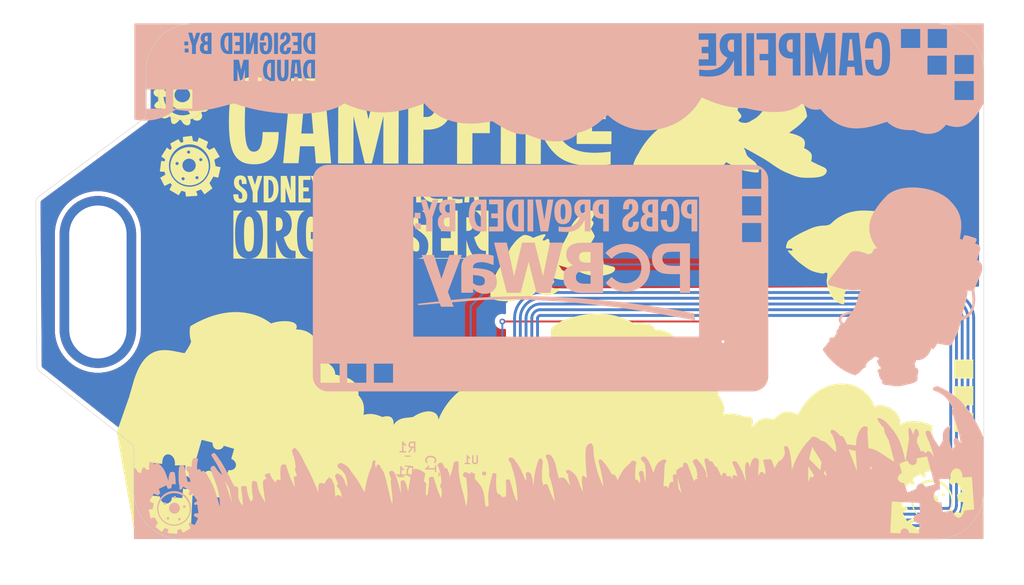
<source format=kicad_pcb>
(kicad_pcb (version 20241229) (generator "pcbnew") (generator_version "9.0")
  (layers (0 "F.Cu" signal) (2 "B.Cu" signal) (13 "F.Paste" user) (15 "B.Paste" user) (5 "F.SilkS" user "F.Silkscreen") (7 "B.SilkS" user "B.Silkscreen") (1 "F.Mask" user) (3 "B.Mask" user) (25 "Edge.Cuts" user))
  (net 0 "")
  (net 1 "Net-(D1-K)")
  (net 2 "Net-(U1-VCC)")
  (net 3 "Net-(D1-A)")
  (net 4 "Net-(J1-Pin_1)")
  (net 5 "Net-(J1-Pin_2)")
  (footprint "Taranium-libs:Lanyard hole" (layer "F.Cu") (at 169.375 65.175 90)
    (property "Reference" "REF**")
    (property "Value" "Lanyard hole")
  )
  (footprint "Taranium-libs:QFN8P50_160X160X50L40X20N" (layer "B.Cu") (at 199.755 94.62 180)
    (property "Reference" "U1")
    (property "Value" "NT3H2111W0FHKH")
  )
  (footprint "Capacitor_SMD:C_0603_1608Metric_Pad1.08x0.95mm_HandSolder" (layer "B.Cu") (at 196.955 94.22 -90)
    (property "Reference" "C1")
    (property "Value" "C")
  )
  (footprint "Taranium-libs:25x_48mm NFC Antenna" (layer "B.Cu") (at 228.34 87.68 180)
    (property "Reference" "J1" (hide yes))
    (property "Value" "Conn_01x02_Pin")
  )
  (footprint "Resistor_SMD:R_0603_1608Metric_Pad0.98x0.95mm_HandSolder" (layer "B.Cu") (at 193.155 92.82 180)
    (property "Reference" "R1")
    (property "Value" "R")
  )
  (footprint "LED_SMD:LED_0805_2012Metric_Pad1.15x1.40mm_HandSolder" (layer "B.Cu") (at 192.955 95.22 180)
    (property "Reference" "D1")
    (property "Value" "LED")
  )
  (gr_poly (pts (xy 200.645937 65.752157) (xy 200.145873 65.752157) (xy 200.098247 65.196533) (xy 199.625967 65.196533) (xy 199.578341 65.752157) (xy 199.07828 65.752157) (xy 199.16579 64.779814) (xy 199.665657 64.779814) (xy 200.058561 64.779814) (xy 199.935528 63.390751) (xy 199.788685 63.390751) (xy 199.665657 64.779814) (xy 199.16579 64.779814) (xy 199.32831 62.974033) (xy 200.395903 62.974033)) (fill yes) (layer "F.SilkS"))
  (gr_poly (pts (xy 164.061254 86.203156) (xy 162.8 89.8) (xy 164.608941 100.125533) (xy 166 86.8)) (stroke (width 0.1)) (fill yes) (layer "F.SilkS"))
  (gr_poly (pts (xy 234.942305 52.574975) (xy 234.998797 52.57838) (xy 235.05335 52.583791) (xy 235.105962 52.591052) (xy 235.156628 52.60001) (xy 235.205346 52.61051) (xy 235.252113 52.622396) (xy 235.296926 52.635516) (xy 235.339781 52.649713) (xy 235.380675 52.664834) (xy 235.419605 52.680724) (xy 235.456568 52.697228) (xy 235.49156 52.714192) (xy 235.524579 52.731462) (xy 235.555622 52.748882) (xy 235.584684 52.766299) (xy 235.611764 52.783557) (xy 235.636858 52.800502) (xy 235.681074 52.832836) (xy 235.717307 52.862063) (xy 235.745533 52.886948) (xy 235.765726 52.906253) (xy 235.78191 52.923181) (xy 235.736502 53.026487) (xy 235.691978 53.122486) (xy 235.648016 53.21189) (xy 235.604296 53.295406) (xy 235.560495 53.373745) (xy 235.516293 53.447617) (xy 235.471368 53.517731) (xy 235.425399 53.584796) (xy 235.378065 53.649522) (xy 235.329043 53.712619) (xy 235.278014 53.774797) (xy 235.224655 53.836764) (xy 235.168645 53.899231) (xy 235.109663 53.962907) (xy 234.981498 54.096725) (xy 235.015509 54.137042) (xy 235.045672 54.174787) (xy 235.072274 54.210341) (xy 235.095604 54.244086) (xy 235.115948 54.276403) (xy 235.133594 54.307674) (xy 235.14883 54.338282) (xy 235.161943 54.368607) (xy 235.173222 54.399032) (xy 235.182952 54.429938) (xy 235.191423 54.461708) (xy 235.198921 54.494722) (xy 235.205734 54.529363) (xy 235.21215 54.566013) (xy 235.22494 54.646865) (xy 235.187686 54.713543) (xy 235.15052 54.776907) (xy 235.113307 54.837226) (xy 235.075917 54.894771) (xy 235.038215 54.949813) (xy 235.000069 55.00262) (xy 234.961346 55.053465) (xy 234.921915 55.102615) (xy 234.881642 55.150343) (xy 234.840394 55.196917) (xy 234.798039 55.242609) (xy 234.754444 55.287687) (xy 234.709477 55.332423) (xy 234.663004 55.377087) (xy 234.565013 55.467277) (xy 234.64317 55.665564) (xy 234.708255 55.84074) (xy 234.762116 55.999176) (xy 234.785416 56.074107) (xy 234.806603 56.147241) (xy 234.825907 56.219374) (xy 234.843562 56.291303) (xy 234.874842 56.437731) (xy 234.902292 56.592894) (xy 234.92776 56.763161) (xy 234.81811 56.907054) (xy 234.708672 57.041797) (xy 234.599162 57.168296) (xy 234.489296 57.287462) (xy 234.378791 57.400201) (xy 234.267363 57.507423) (xy 234.154729 57.610036) (xy 234.040606 57.708948) (xy 233.924709 57.805067) (xy 233.806756 57.899302) (xy 233.563547 58.085752) (xy 233.039979 58.476009) (xy 233.237336 58.519091) (xy 233.44642 58.573459) (xy 233.567595 58.608999) (xy 233.695678 58.650168) (xy 233.827536 58.697009) (xy 233.960034 58.749563) (xy 234.090038 58.807874) (xy 234.214415 58.871986) (xy 234.330029 58.94194) (xy 234.383571 58.979122) (xy 234.433746 59.01778) (xy 234.480165 59.057921) (xy 234.522433 59.099549) (xy 234.560161 59.14267) (xy 234.592955 59.18729) (xy 234.613138 59.220085) (xy 234.630817 59.253849) (xy 234.646113 59.288452) (xy 234.659149 59.323761) (xy 234.670047 59.359644) (xy 234.678929 59.39597) (xy 234.685918 59.432606) (xy 234.691136 59.46942) (xy 234.694705 59.506282) (xy 234.696747 59.543058) (xy 234.697384 59.579617) (xy 234.696739 59.615828) (xy 234.694935 59.651557) (xy 234.692092 59.686674) (xy 234.683782 59.754543) (xy 234.672787 59.818378) (xy 234.660086 59.877124) (xy 234.646656 59.929728) (xy 234.633475 59.975133) (xy 234.611772 60.040128) (xy 234.602799 60.063668) (xy 234.709752 60.114896) (xy 234.821886 60.175617) (xy 234.88633 60.213788) (xy 234.953962 60.256798) (xy 235.022987 60.30437) (xy 235.091608 60.356228) (xy 235.158029 60.412097) (xy 235.220452 60.4717) (xy 235.249604 60.502815) (xy 235.277082 60.53476) (xy 235.302663 60.567501) (xy 235.326122 60.601003) (xy 235.347235 60.635231) (xy 235.365776 60.670151) (xy 235.381521 60.705728) (xy 235.394247 60.741928) (xy 235.401103 60.766844) (xy 235.406799 60.792673) (xy 235.411397 60.819302) (xy 235.41496 60.84662) (xy 235.417548 60.874516) (xy 235.419224 60.902877) (xy 235.420085 60.960549) (xy 235.418038 61.018743) (xy 235.413576 61.076565) (xy 235.407194 61.133122) (xy 235.399385 61.187519) (xy 235.390645 61.238864) (xy 235.381467 61.286262) (xy 235.363773 61.365644) (xy 235.344874 61.437729) (xy 235.737759 61.632873) (xy 236.09222 61.805409) (xy 236.430565 61.964462) (xy 236.617463 62.046816) (xy 236.661637 62.067498) (xy 236.704213 62.088956) (xy 236.744902 62.111558) (xy 236.783417 62.135674) (xy 236.801768 62.148415) (xy 236.819467 62.161672) (xy 236.836477 62.175493) (xy 236.852764 62.189923) (xy 236.86829 62.205007) (xy 236.88302 62.220793) (xy 236.896917 62.237327) (xy 236.909945 62.254654) (xy 236.922069 62.272821) (xy 236.933252 62.291874) (xy 236.943458 62.311859) (xy 236.952651 62.332822) (xy 236.960794 62.354809) (xy 236.967853 62.377866) (xy 236.97379 62.40204) (xy 236.97857 62.427377) (xy 236.980706 62.445752) (xy 236.981305 62.464677) (xy 236.980404 62.484096) (xy 236.978041 62.503953) (xy 236.974253 62.524195) (xy 236.969077 62.544766) (xy 236.96255 62.56561) (xy 236.95471 62.586674) (xy 236.945594 62.607901) (xy 236.935239 62.629237) (xy 236.910963 62.672015) (xy 236.88218 62.714568) (xy 236.849188 62.756456) (xy 236.812286 62.797237) (xy 236.771771 62.836472) (xy 236.727943 62.87372) (xy 236.681099 62.908542) (xy 236.631538 62.940496) (xy 236.579559 62.969142) (xy 236.552755 62.982088) (xy 236.525459 62.994041) (xy 236.497707 63.004947) (xy 236.469537 63.014752) (xy 236.385315 63.040287) (xy 236.298075 63.063107) (xy 236.207795 63.083342) (xy 236.114455 63.101125) (xy 236.018035 63.116588) (xy 235.918516 63.129862) (xy 235.710096 63.150374) (xy 235.489034 63.163715) (xy 235.255167 63.170943) (xy 235.008335 63.173113) (xy 234.748375 63.171279) (xy 234.605346 63.167083) (xy 234.470013 63.158464) (xy 234.341386 63.145573) (xy 234.218475 63.128559) (xy 234.10029 63.107573) (xy 233.985841 63.082765) (xy 233.874137 63.054285) (xy 233.76419 63.022282) (xy 233.655007 62.986908) (xy 233.5456 62.948312) (xy 233.322152 62.862055) (xy 232.828998 62.657484) (xy 232.635329 62.573685) (xy 232.453898 62.488178) (xy 232.283056 62.40097) (xy 232.121159 62.31207) (xy 231.966558 62.221486) (xy 231.817608 62.129227) (xy 231.530072 61.939717) (xy 230.950355 61.540962) (xy 230.631828 61.331851) (xy 230.459634 61.224891) (xy 230.276625 61.11634) (xy 229.642106 60.755028) (xy 228.995855 60.393918) (xy 228.291769 60.005169) (xy 228.313832 60.044493) (xy 228.367008 60.143133) (xy 228.399164 60.205634) (xy 228.431778 60.272089) (xy 228.462411 60.338873) (xy 228.476221 60.371256) (xy 228.488622 60.402362) (xy 228.499905 60.432833) (xy 228.510217 60.462458) (xy 228.528671 60.51956) (xy 228.562135 60.627896) (xy 228.580134 60.680687) (xy 228.590104 60.707078) (xy 228.600971 60.733597) (xy 228.61292 60.760341) (xy 228.62614 60.787406) (xy 228.640817 60.814891) (xy 228.657137 60.842893) (xy 228.680453 60.877147) (xy 228.709241 60.912646) (xy 228.743022 60.94931) (xy 228.781312 60.987059) (xy 228.823631 61.025813) (xy 228.869496 61.065492) (xy 228.969939 61.147306) (xy 229.192188 61.318522) (xy 229.306287 61.406645) (xy 229.41723 61.495593) (xy 229.448923 61.523039) (xy 229.479569 61.55217) (xy 229.509159 61.582852) (xy 229.537683 61.614951) (xy 229.565133 61.648332) (xy 229.591499 61.682861) (xy 229.64094 61.754829) (xy 229.685934 61.829778) (xy 229.726405 61.906637) (xy 229.76228 61.984331) (xy 229.793483 62.061785) (xy 229.819941 62.137928) (xy 229.841579 62.211684) (xy 229.858322 62.28198) (xy 229.870096 62.347743) (xy 229.876826 62.407897) (xy 229.878439 62.461371) (xy 229.87486 62.507089) (xy 229.8711 62.526704) (xy 229.866014 62.543978) (xy 229.857773 62.560158) (xy 229.845504 62.574298) (xy 229.829386 62.586479) (xy 229.809596 62.596784) (xy 229.759709 62.612087) (xy 229.697262 62.620859) (xy 229.623675 62.623751) (xy 229.540367 62.621414) (xy 229.448757 62.614499) (xy 229.350266 62.603659) (xy 229.138313 62.572802) (xy 228.915863 62.534056) (xy 228.484894 62.453729) (xy 228.365698 62.426026) (xy 228.229519 62.383826) (xy 228.079759 62.329374) (xy 227.919824 62.264918) (xy 227.753118 62.192706) (xy 227.583047 62.114984) (xy 227.246424 61.952) (xy 226.937194 61.793941) (xy 226.682592 61.658786) (xy 226.446227 61.52909) (xy 226.430943 61.556159) (xy 226.416104 61.581574) (xy 226.401609 61.605448) (xy 226.387361 61.627896) (xy 226.373263 61.649033) (xy 226.359216 61.668973) (xy 226.345122 61.68783) (xy 226.330884 61.705719) (xy 226.316402 61.722753) (xy 226.30158 61.739049) (xy 226.286319 61.754719) (xy 226.270521 61.769878) (xy 226.254088 61.784642) (xy 226.236923 61.799123) (xy 226.218926 61.813437) (xy 226.200001 61.827698) (xy 226.250077 61.86214) (xy 226.301886 61.894841) (xy 226.355004 61.925864) (xy 226.409006 61.955268) (xy 226.46347 61.983114) (xy 226.517972 62.009464) (xy 226.625393 62.057916) (xy 226.72788 62.101111) (xy 226.822043 62.139535) (xy 226.904494 62.173674) (xy 226.971842 62.204015) (xy 226.985841 62.211553) (xy 226.998506 62.219837) (xy 227.009862 62.228827) (xy 227.019932 62.238483) (xy 227.028741 62.248766) (xy 227.036314 62.259635) (xy 227.042675 62.271052) (xy 227.04785 62.282975) (xy 227.051862 62.295365) (xy 227.054736 62.308183) (xy 227.056497 62.321387) (xy 227.05717 62.33494) (xy 227.056778 62.3488) (xy 227.055347 62.362927) (xy 227.0529 62.377283) (xy 227.049464 62.391826) (xy 227.045062 62.406518) (xy 227.039718 62.421318) (xy 227.033458 62.436186) (xy 227.026306 62.451083) (xy 227.018286 62.465969) (xy 227.009424 62.480803) (xy 226.999743 62.495546) (xy 226.989269 62.510158) (xy 226.978025 62.5246) (xy 226.966037 62.538831) (xy 226.953329 62.552811) (xy 226.939926 62.566501) (xy 226.925851 62.579861) (xy 226.911131 62.59285) (xy 226.895789 62.60543) (xy 226.87985 62.617559) (xy 226.739324 62.723082) (xy 226.531392 62.881015) (xy 226.260799 63.08738) (xy 226.341042 63.148226) (xy 226.430991 63.212686) (xy 226.544954 63.289528) (xy 226.676029 63.371021) (xy 226.745826 63.411096) (xy 226.817313 63.449434) (xy 226.889626 63.485069) (xy 226.961902 63.517034) (xy 227.033279 63.544363) (xy 227.102894 63.56609) (xy 227.143338 63.575694) (xy 227.187491 63.583749) (xy 227.234594 63.590425) (xy 227.283892 63.59589) (xy 227.386044 63.603853) (xy 227.487891 63.608983) (xy 227.666455 63.616108) (xy 227.731062 63.620788) (xy 227.754549 63.623995) (xy 227.771148 63.628003) (xy 227.789195 63.634861) (xy 227.805599 63.642354) (xy 227.820396 63.650432) (xy 227.833618 63.659051) (xy 227.845301 63.668162) (xy 227.855478 63.67772) (xy 227.864185 63.687677) (xy 227.871455 63.697986) (xy 227.877322 63.7086) (xy 227.881821 63.719473) (xy 227.884987 63.730558) (xy 227.886853 63.741808) (xy 227.887454 63.753175) (xy 227.886824 63.764614) (xy 227.884997 63.776077) (xy 227.882008 63.787517) (xy 227.877891 63.798888) (xy 227.87268 63.810142) (xy 227.866409 63.821233) (xy 227.859113 63.832114) (xy 227.850827 63.842738) (xy 227.841584 63.853058) (xy 227.831418 63.863027) (xy 227.820364 63.872598) (xy 227.808457 63.881725) (xy 227.79573 63.890361) (xy 227.782218 63.898458) (xy 227.767955 63.90597) (xy 227.752976 63.912851) (xy 227.737314 63.919052) (xy 227.721004 63.924528) (xy 227.704081 63.929231) (xy 227.592523 63.958831) (xy 227.486851 63.989898) (xy 227.289677 64.054528) (xy 226.927582 64.180443) (xy 226.838688 64.208449) (xy 226.748701 64.234114) (xy 226.656749 64.256962) (xy 226.561959 64.276518) (xy 226.463459 64.292304) (xy 226.360377 64.303847) (xy 226.25184 64.310669) (xy 226.136976 64.312295) (xy 226.05039 64.30993) (xy 225.958057 64.304299) (xy 225.860546 64.295183) (xy 225.758428 64.282364) (xy 225.652272 64.265626) (xy 225.542651 64.244749) (xy 225.430132 64.219516) (xy 225.315288 64.18971) (xy 225.198687 64.155113) (xy 225.0809 64.115506) (xy 224.962497 64.070673) (xy 224.844049 64.020395) (xy 224.726125 63.964454) (xy 224.609296 63.902633) (xy 224.494132 63.834714) (xy 224.381203 63.76048) (xy 224.339499 63.730571) (xy 224.296489 63.698002) (xy 224.252725 63.663404) (xy 224.208758 63.627413) (xy 224.165141 63.59066) (xy 224.122424 63.55378) (xy 224.041896 63.482171) (xy 223.971585 63.417654) (xy 223.915901 63.365296) (xy 223.866062 63.317329) (xy 223.742089 63.43265) (xy 223.597996 63.537438) (xy 223.43514 63.631898) (xy 223.254879 63.716232) (xy 223.058571 63.790644) (xy 222.847575 63.855336) (xy 222.386947 63.956377) (xy 221.883859 64.020981) (xy 221.349174 64.050774) (xy 220.793757 64.047384) (xy 220.22847 64.012435) (xy 219.664178 63.947556) (xy 219.111744 63.854372) (xy 218.582032 63.73451) (xy 218.085905 63.589595) (xy 217.634227 63.421255) (xy 217.237861 63.231116) (xy 217.063815 63.12838) (xy 216.907672 63.020804) (xy 216.770788 62.908592) (xy 216.654522 62.791946) (xy 216.643839 62.775619) (xy 216.635051 62.753051) (xy 216.623172 62.690412) (xy 216.618904 62.606475) (xy 216.622267 62.503683) (xy 216.63328 62.384482) (xy 216.651961 62.251317) (xy 216.67833 62.106633) (xy 216.712407 61.952873) (xy 216.754209 61.792483) (xy 216.803757 61.627907) (xy 216.861068 61.46159) (xy 216.926163 61.295978) (xy 216.999061 61.133514) (xy 217.079779 60.976643) (xy 217.168339 60.827811) (xy 217.264758 60.689461) (xy 217.433035 60.373455) (xy 217.611914 60.071496) (xy 217.800025 59.783489) (xy 217.996 59.509337) (xy 218.198471 59.248947) (xy 218.40607 59.002221) (xy 218.617428 58.769065) (xy 218.831176 58.549383) (xy 219.045946 58.343079) (xy 219.260371 58.150059) (xy 219.473081 57.970227) (xy 219.682707 57.803487) (xy 219.887883 57.649744) (xy 220.087239 57.508902) (xy 220.279406 57.380866) (xy 220.463017 57.265541) (xy 220.53561 57.071954) (xy 220.626848 56.859616) (xy 220.686348 56.733207) (xy 220.755156 56.5966) (xy 220.833314 56.452263) (xy 220.920864 56.302668) (xy 221.017846 56.150285) (xy 221.124303 55.997585) (xy 221.240276 55.847038) (xy 221.365806 55.701114) (xy 221.500934 55.562284) (xy 221.645703 55.433019) (xy 222.097548 55.058846) (xy 222.325574 54.879783) (xy 222.442717 54.793092) (xy 222.562939 54.708611) (xy 222.686984 54.626579) (xy 222.815596 54.547234) (xy 222.949519 54.470815) (xy 223.089498 54.397559) (xy 223.236276 54.327705) (xy 223.390599 54.261492) (xy 223.553209 54.199156) (xy 223.724851 54.140937) (xy 223.786369 54.124915) (xy 223.849333 54.1152) (xy 223.913517 54.111413) (xy 223.978701 54.113173) (xy 224.044661 54.1201) (xy 224.111174 54.131814) (xy 224.178018 54.147933) (xy 224.244969 54.168079) (xy 224.311805 54.191871) (xy 224.378303 54.218928) (xy 224.444241 54.248869) (xy 224.509395 54.281316) (xy 224.573542 54.315887) (xy 224.63646 54.352202) (xy 224.757719 54.428544) (xy 224.871386 54.507298) (xy 224.975682 54.585423) (xy 225.068822 54.659876) (xy 225.149024 54.727615) (xy 225.263486 54.830778) (xy 225.304809 54.870575) (xy 225.527642 54.828114) (xy 225.766391 54.786893) (xy 226.054657 54.742882) (xy 226.365914 54.703985) (xy 226.521874 54.688924) (xy 226.673634 54.678106) (xy 226.817877 54.672518) (xy 226.951288 54.673148) (xy 227.070551 54.680984) (xy 227.17235 54.697014) (xy 227.181869 54.699495) (xy 227.19134 54.702676) (xy 227.200731 54.706517) (xy 227.21001 54.710981) (xy 227.219145 54.71603) (xy 227.228103 54.721626) (xy 227.236851 54.727731) (xy 227.245358 54.734307) (xy 227.253592 54.741316) (xy 227.261519 54.748721) (xy 227.269107 54.756482) (xy 227.276325 54.764562) (xy 227.28314 54.772923) (xy 227.28952 54.781527) (xy 227.295432 54.790337) (xy 227.300844 54.799313) (xy 227.305724 54.808419) (xy 227.310039 54.817616) (xy 227.313757 54.826866) (xy 227.316846 54.836131) (xy 227.319273 54.845374) (xy 227.321007 54.854555) (xy 227.322014 54.863638) (xy 227.322264 54.872584) (xy 227.321722 54.881355) (xy 227.320357 54.889914) (xy 227.318137 54.898222) (xy 227.315029 54.906241) (xy 227.311001 54.913933) (xy 227.306021 54.921261) (xy 227.300056 54.928186) (xy 227.293075 54.934671) (xy 227.227824 54.989796) (xy 227.166302 55.043112) (xy 227.108535 55.094472) (xy 227.054548 55.143733) (xy 227.004365 55.190747) (xy 226.958013 55.235371) (xy 226.915516 55.277458) (xy 226.8769 55.316863) (xy 226.842189 55.353441) (xy 226.81141 55.387047) (xy 226.784587 55.417535) (xy 226.761745 55.444759) (xy 226.74291 55.468575) (xy 226.728107 55.488837) (xy 226.717361 55.505399) (xy 226.710697 55.518117) (xy 226.707619 55.52655) (xy 226.705651 55.534865) (xy 226.704751 55.543049) (xy 226.704876 55.551092) (xy 226.705986 55.558981) (xy 226.708039 55.566705) (xy 226.710992 55.574253) (xy 226.714804 55.581612) (xy 226.719434 55.588772) (xy 226.724839 55.595721) (xy 226.730979 55.602447) (xy 226.73781 55.608938) (xy 226.745292 55.615184) (xy 226.753383 55.621172) (xy 226.771225 55.63233) (xy 226.791001 55.64232) (xy 226.812379 55.65105) (xy 226.835023 55.658426) (xy 226.858601 55.664357) (xy 226.882779 55.66875) (xy 226.907223 55.671513) (xy 226.9316 55.672553) (xy 226.955575 55.671779) (xy 226.971112 55.670409) (xy 226.986219 55.668599) (xy 227.015244 55.663759) (xy 227.042851 55.657459) (xy 227.069242 55.649897) (xy 227.094619 55.641273) (xy 227.119183 55.631787) (xy 227.143136 55.621637) (xy 227.166681 55.611024) (xy 227.213349 55.589204) (xy 227.260802 55.567923) (xy 227.285326 55.557983) (xy 227.310652 55.548775) (xy 227.336981 55.5405) (xy 227.364515 55.533356) (xy 227.379646 55.530235) (xy 227.394711 55.527861) (xy 227.409695 55.526222) (xy 227.42458 55.525306) (xy 227.439348 55.525102) (xy 227.453985 55.525598) (xy 227.468471 55.526783) (xy 227.482792 55.528643) (xy 227.496929 55.531168) (xy 227.510866 55.534345) (xy 227.524586 55.538163) (xy 227.538072 55.542611) (xy 227.551308 55.547675) (xy 227.564276 55.553345) (xy 227.57696 55.559609) (xy 227.589342 55.566454) (xy 227.601406 55.573869) (xy 227.613136 55.581843) (xy 227.624513 55.590362) (xy 227.635522 55.599417) (xy 227.646146 55.608994) (xy 227.656367 55.619082) (xy 227.666168 55.629669) (xy 227.675534 55.640743) (xy 227.684446 55.652293) (xy 227.692889 55.664306) (xy 227.700845 55.676771) (xy 227.708297 55.689677) (xy 227.715229 55.70301) (xy 227.721623 55.71676) (xy 227.727464 55.730915) (xy 227.732733 55.745463) (xy 227.736136 55.756865) (xy 227.738587 55.767992) (xy 227.740144 55.778864) (xy 227.740865 55.789499) (xy 227.74081 55.799918) (xy 227.740037 55.81014) (xy 227.738605 55.820184) (xy 227.736573 55.830069) (xy 227.733999 55.839816) (xy 227.730943 55.849444) (xy 227.723617 55.868418) (xy 227.715065 55.887148) (xy 227.705758 55.905789) (xy 227.686756 55.943427) (xy 227.678002 55.962735) (xy 227.670372 55.982576) (xy 227.667126 55.992745) (xy 227.664338 56.003106) (xy 227.662065 56.013678) (xy 227.660367 56.02448) (xy 227.659303 56.035533) (xy 227.658932 56.046854) (xy 227.659312 56.058465) (xy 227.660501 56.070384) (xy 227.662912 56.085728) (xy 227.665943 56.1004) (xy 227.669565 56.114443) (xy 227.673749 56.127894) (xy 227.678467 56.140796) (xy 227.683691 56.153187) (xy 227.689392 56.165109) (xy 227.69554 56.176601) (xy 227.702109 56.187704) (xy 227.709069 56.198459) (xy 227.724047 56.219081) (xy 227.740247 56.23879) (xy 227.75744 56.257908) (xy 227.831572 56.334904) (xy 227.850302 56.355894) (xy 227.868653 56.378224) (xy 227.886398 56.402215) (xy 227.894971 56.414935) (xy 227.903307 56.428191) (xy 227.91475 56.446375) (xy 227.926256 56.463473) (xy 227.937745 56.479664) (xy 227.949137 56.495131) (xy 227.97132 56.524615) (xy 227.981951 56.538995) (xy 227.99217 56.553375) (xy 228.001897 56.567936) (xy 228.011055 56.582859) (xy 228.019564 56.598325) (xy 228.027344 56.614515) (xy 228.034317 56.631611) (xy 228.040403 56.649794) (xy 228.043089 56.65935) (xy 228.045524 56.669245) (xy 228.047698 56.679502) (xy 228.049601 56.690144) (xy 228.05177 56.711233) (xy 228.051487 56.732149) (xy 228.048918 56.752872) (xy 228.044232 56.773384) (xy 228.037596 56.793665) (xy 228.029179 56.813697) (xy 228.019148 56.83346) (xy 228.00767 56.852935) (xy 227.994916 56.872104) (xy 227.981051 56.890946) (xy 227.966244 56.909443) (xy 227.950662 56.927576) (xy 227.917849 56.962672) (xy 227.883953 56.996083) (xy 227.81829 57.057235) (xy 227.789208 57.084671) (xy 227.764418 57.10981) (xy 227.745262 57.1325) (xy 227.738216 57.142878) (xy 227.733083 57.152586) (xy 227.730031 57.161606) (xy 227.729226 57.169918) (xy 227.730837 57.177503) (xy 227.735033 57.184341) (xy 227.763195 57.215223) (xy 227.791765 57.242839) (xy 227.82081 57.267418) (xy 227.850397 57.289195) (xy 227.880595 57.308401) (xy 227.91147 57.325268) (xy 227.94309 57.340028) (xy 227.975523 57.352913) (xy 228.008835 57.364156) (xy 228.043094 57.373988) (xy 228.078369 57.382641) (xy 228.114725 57.390348) (xy 228.190955 57.403851) (xy 228.272323 57.416353) (xy 228.284466 57.41818) (xy 228.32376 57.423358) (xy 228.362027 57.426962) (xy 228.399325 57.429043) (xy 228.435714 57.429654) (xy 228.471253 57.428846) (xy 228.506001 57.426671) (xy 228.540017 57.423182) (xy 228.573359 57.41843) (xy 228.606087 57.412467) (xy 228.638259 57.405346) (xy 228.701173 57.387834) (xy 228.762572 57.366309) (xy 228.822929 57.341188) (xy 228.882715 57.312887) (xy 228.942401 57.28182) (xy 229.002459 57.248403) (xy 229.06336 57.213052) (xy 229.189581 57.13821) (xy 229.324835 57.060619) (xy 229.425629 57.002224) (xy 229.518749 56.94278) (xy 229.605069 56.882158) (xy 229.685466 56.820232) (xy 229.760814 56.756871) (xy 229.831989 56.691947) (xy 229.899866 56.625333) (xy 229.965321 56.5569) (xy 230.02923 56.48652) (xy 230.092466 56.414063) (xy 230.220427 56.262409) (xy 230.356208 56.10091) (xy 230.50681 55.928541) (xy 230.611658 55.80701) (xy 230.706554 55.68743) (xy 230.793009 55.569608) (xy 230.872529 55.45335) (xy 230.946625 55.338464) (xy 231.016805 55.224755) (xy 231.151452 55.000094) (xy 231.288539 54.777821) (xy 231.36177 54.667096) (xy 231.440137 54.556386) (xy 231.52515 54.445499) (xy 231.618316 54.334241) (xy 231.721145 54.222418) (xy 231.835145 54.109837) (xy 232.010248 53.947924) (xy 232.183717 53.793811) (xy 232.356127 53.64772) (xy 232.528048 53.509868) (xy 232.700052 53.380477) (xy 232.872712 53.259765) (xy 233.0466 53.147952) (xy 233.222288 53.045258) (xy 233.400348 52.951903) (xy 233.581351 52.868105) (xy 233.76587 52.794085) (xy 233.954478 52.730063) (xy 234.147745 52.676257) (xy 234.346245 52.632887) (xy 234.550549 52.600174) (xy 234.761229 52.578337) (xy 234.823518 52.574799) (xy 234.883878 52.573729)) (fill yes) (layer "F.SilkS"))
  (gr_poly (pts (xy 252.300125 86.980121) (xy 250.299875 86.980121) (xy 250.299875 84.979871) (xy 252.300125 84.979871)) (fill yes) (layer "F.SilkS"))
  (gr_poly (pts (xy 170.721563 59.326751) (xy 171.166063 59.410095) (xy 171.344656 58.961626) (xy 172.309062 59.410095) (xy 172.114594 59.957783) (xy 172.41225 60.25147) (xy 172.948032 60.005408) (xy 173.515563 60.977751) (xy 172.948032 61.275407) (xy 173.086937 61.962001) (xy 173.610812 62.06122) (xy 173.352844 63.164532) (xy 172.852781 63.053407) (xy 172.440031 63.732064) (xy 172.749594 64.279751) (xy 171.916156 64.910782) (xy 171.562938 64.402783) (xy 171.054938 64.589313) (xy 171.201781 65.002064) (xy 171.054938 65.073501) (xy 169.979406 65.14097) (xy 169.919875 64.660752) (xy 169.519032 64.529782) (xy 169.217407 65.002064) (xy 168.253 64.434532) (xy 168.510969 63.910657) (xy 168.352219 63.732064) (xy 167.737063 64.033689) (xy 167.292563 63.164532) (xy 167.836282 62.839095) (xy 167.737063 62.545407) (xy 167.248906 62.517626) (xy 167.331244 61.894532) (xy 168.201406 61.894532) (xy 168.204216 62.008495) (xy 168.212553 62.120962) (xy 168.226283 62.231793) (xy 168.24527 62.34085) (xy 168.269378 62.447993) (xy 168.298471 62.553083) (xy 168.332414 62.655981) (xy 168.371072 62.756548) (xy 168.414308 62.854645) (xy 168.461987 62.950133) (xy 168.513973 63.042872) (xy 168.570131 63.132724) (xy 168.630324 63.219549) (xy 168.694418 63.303208) (xy 168.762277 63.383562) (xy 168.833764 63.460472) (xy 168.908745 63.533799) (xy 168.987083 63.603403) (xy 169.068644 63.669146) (xy 169.15329 63.730888) (xy 169.240888 63.78849) (xy 169.3313 63.841813) (xy 169.424392 63.890719) (xy 169.520028 63.935067) (xy 169.618071 63.974718) (xy 169.718387 64.009534) (xy 169.82084 64.039376) (xy 169.925294 64.064104) (xy 170.031613 64.083579) (xy 170.139662 64.097662) (xy 170.249305 64.106214) (xy 170.360406 64.109095) (xy 170.471508 64.106214) (xy 170.581151 64.097662) (xy 170.6892 64.083579) (xy 170.795519 64.064104) (xy 170.899973 64.039376) (xy 171.002425 64.009534) (xy 171.102741 63.974718) (xy 171.200785 63.935067) (xy 171.296421 63.890719) (xy 171.389512 63.841813) (xy 171.479925 63.78849) (xy 171.567522 63.730888) (xy 171.652169 63.669146) (xy 171.733729 63.603403) (xy 171.812068 63.533799) (xy 171.887049 63.460472) (xy 171.958536 63.383562) (xy 172.026395 63.303208) (xy 172.090489 63.219549) (xy 172.150682 63.132724) (xy 172.20684 63.042872) (xy 172.258826 62.950133) (xy 172.306505 62.854645) (xy 172.349741 62.756548) (xy 172.388399 62.655981) (xy 172.422342 62.553083) (xy 172.451435 62.447993) (xy 172.475543 62.34085) (xy 172.49453 62.231793) (xy 172.50826 62.120962) (xy 172.516597 62.008495) (xy 172.519407 61.894532) (xy 172.516597 61.78057) (xy 172.50826 61.668103) (xy 172.49453 61.557272) (xy 172.475543 61.448215) (xy 172.451435 61.341072) (xy 172.422342 61.235982) (xy 172.388399 61.133083) (xy 172.349741 61.032516) (xy 172.306505 60.934419) (xy 172.258826 60.838931) (xy 172.20684 60.746192) (xy 172.150682 60.65634) (xy 172.090489 60.569516) (xy 172.026395 60.485856) (xy 171.958536 60.405502) (xy 171.887049 60.328593) (xy 171.812068 60.255266) (xy 171.733729 60.185662) (xy 171.652169 60.119919) (xy 171.567522 60.058177) (xy 171.479925 60.000575) (xy 171.389512 59.947251) (xy 171.296421 59.898346) (xy 171.200785 59.853998) (xy 171.102741 59.814347) (xy 171.002425 59.77953) (xy 170.899973 59.749689) (xy 170.795519 59.724961) (xy 170.6892 59.705486) (xy 170.581151 59.691403) (xy 170.471508 59.682851) (xy 170.360406 59.67997) (xy 170.249305 59.682851) (xy 170.139662 59.691403) (xy 170.031613 59.705486) (xy 169.925294 59.724961) (xy 169.82084 59.749689) (xy 169.718387 59.77953) (xy 169.618071 59.814347) (xy 169.520028 59.853998) (xy 169.424392 59.898346) (xy 169.3313 59.947251) (xy 169.240888 60.000575) (xy 169.15329 60.058177) (xy 169.068644 60.119919) (xy 168.987083 60.185662) (xy 168.908745 60.255266) (xy 168.833764 60.328593) (xy 168.762277 60.405502) (xy 168.694418 60.485856) (xy 168.630324 60.569516) (xy 168.570131 60.65634) (xy 168.513973 60.746192) (xy 168.461987 60.838931) (xy 168.414308 60.934419) (xy 168.371072 61.032516) (xy 168.332414 61.133083) (xy 168.298471 61.235982) (xy 168.269378 61.341072) (xy 168.24527 61.448215) (xy 168.226283 61.557272) (xy 168.212553 61.668103) (xy 168.204216 61.78057) (xy 168.201406 61.894532) (xy 167.331244 61.894532) (xy 167.39575 61.406376) (xy 167.764844 61.454001) (xy 167.804532 61.227782) (xy 167.39575 60.946001) (xy 167.995032 60.013345) (xy 168.336344 60.263376) (xy 168.507 60.068908) (xy 168.336344 59.592658) (xy 169.189625 59.128313) (xy 169.447594 59.501376) (xy 169.693657 59.445814) (xy 169.661907 58.898126) (xy 170.614407 58.787001)) (fill yes) (layer "F.SilkS"))
  (gr_poly (pts (xy 204.518882 52.841719) (xy 204.487527 61.731655) (xy 202.887328 61.72602) (xy 202.918683 52.836075)) (fill yes) (layer "F.SilkS"))
  (gr_poly (pts (xy 212.340405 66.60249) (xy 212.370959 66.604507) (xy 212.400413 66.607493) (xy 212.428744 66.611349) (xy 212.455926 66.615977) (xy 212.481937 66.621278) (xy 212.506752 66.627154) (xy 212.530347 66.633507) (xy 212.552699 66.640237) (xy 212.573782 66.647247) (xy 212.612049 66.66171) (xy 212.644956 66.67611) (xy 212.672311 66.689658) (xy 212.693921 66.701567) (xy 212.709596 66.711048) (xy 212.722365 66.719579) (xy 212.70801 66.792169) (xy 212.693179 66.859958) (xy 212.677769 66.923444) (xy 212.661675 66.983128) (xy 212.644791 67.039511) (xy 212.627015 67.093091) (xy 212.60824 67.144369) (xy 212.588362 67.193844) (xy 212.567277 67.242018) (xy 212.54488 67.289389) (xy 212.521066 67.336458) (xy 212.495731 67.383724) (xy 212.440078 67.48085) (xy 212.377084 67.584767) (xy 212.404596 67.605729) (xy 212.429279 67.625593) (xy 212.451371 67.644562) (xy 212.471111 67.662839) (xy 212.488736 67.680627) (xy 212.504486 67.698131) (xy 212.518598 67.715553) (xy 212.53131 67.733098) (xy 212.542862 67.750968) (xy 212.553491 67.769367) (xy 212.563436 67.788498) (xy 212.572935 67.808566) (xy 212.582226 67.829773) (xy 212.591548 67.852323) (xy 212.611239 67.902266) (xy 212.596893 67.950249) (xy 212.58213 67.996098) (xy 212.566904 68.040005) (xy 212.551168 68.082162) (xy 212.534876 68.122761) (xy 212.517981 68.161994) (xy 212.500437 68.200053) (xy 212.482197 68.237129) (xy 212.463214 68.273415) (xy 212.443443 68.309102) (xy 212.422837 68.344382) (xy 212.401348 68.379446) (xy 212.378932 68.414488) (xy 212.35554 68.449698) (xy 212.305647 68.521391) (xy 212.383921 68.637183) (xy 212.450534 68.740045) (xy 212.507576 68.833791) (xy 212.53316 68.878437) (xy 212.557136 68.922235) (xy 212.579763 68.96566) (xy 212.601305 69.009191) (xy 212.62202 69.053302) (xy 212.642172 69.098472) (xy 212.681829 69.193892) (xy 212.722365 69.299265) (xy 212.672671 69.406991) (xy 212.621807 69.508827) (xy 212.569724 69.605395) (xy 212.516368 69.697319) (xy 212.461687 69.78522) (xy 212.40563 69.86972) (xy 212.348144 69.951441) (xy 212.289177 70.031005) (xy 212.228677 70.109034) (xy 212.166592 70.18615) (xy 212.03746 70.340133) (xy 211.757883 70.664516) (xy 211.890347 70.663989) (xy 212.031926 70.669016) (xy 212.114551 70.67451) (xy 212.202401 70.682624) (xy 212.293475 70.69383) (xy 212.385773 70.708602) (xy 212.477295 70.727416) (xy 212.56604 70.750743) (xy 212.650009 70.779059) (xy 212.727201 70.812836) (xy 212.762631 70.831921) (xy 212.795617 70.852549) (xy 212.825909 70.87478) (xy 212.853257 70.898672) (xy 212.870847 70.916793) (xy 212.886972 70.935892) (xy 212.901691 70.955866) (xy 212.915063 70.976614) (xy 212.927148 70.998033) (xy 212.938006 71.020023) (xy 212.947695 71.04248) (xy 212.956276 71.065304) (xy 212.963808 71.088392) (xy 212.97035 71.111643) (xy 212.975962 71.134955) (xy 212.980703 71.158226) (xy 212.987812 71.204238) (xy 212.992151 71.248865) (xy 212.994198 71.291292) (xy 212.994428 71.330704) (xy 212.993317 71.366287) (xy 212.99134 71.397228) (xy 212.986696 71.44192) (xy 212.984302 71.458266) (xy 213.060064 71.475824) (xy 213.140495 71.498722) (xy 213.187185 71.513977) (xy 213.236606 71.531877) (xy 213.287568 71.552498) (xy 213.338882 71.575922) (xy 213.389359 71.602226) (xy 213.437808 71.631491) (xy 213.483042 71.663795) (xy 213.504081 71.681112) (xy 213.523871 71.699218) (xy 213.542261 71.718123) (xy 213.559104 71.737838) (xy 213.574251 71.758372) (xy 213.587553 71.779735) (xy 213.595492 71.794714) (xy 213.602817 71.810441) (xy 213.609554 71.826837) (xy 213.615726 71.84382) (xy 213.621355 71.861311) (xy 213.626467 71.87923) (xy 213.635231 71.916028) (xy 213.642207 71.953573) (xy 213.647584 71.991222) (xy 213.651551 72.028334) (xy 213.654297 72.064265) (xy 213.656011 72.098374) (xy 213.656884 72.130018) (xy 213.656857 72.183345) (xy 213.655021 72.232172) (xy 213.934292 72.301129) (xy 214.185746 72.361095) (xy 214.424957 72.414735) (xy 214.556361 72.44085) (xy 214.587588 72.447801) (xy 214.617901 72.455477) (xy 214.647168 72.464153) (xy 214.675257 72.474107) (xy 214.688818 72.47965) (xy 214.702035 72.485617) (xy 214.714891 72.492042) (xy 214.72737 72.498959) (xy 214.739455 72.506404) (xy 214.751129 72.514411) (xy 214.762377 72.523014) (xy 214.773182 72.532249) (xy 214.783527 72.54215) (xy 214.793395 72.552752) (xy 214.802771 72.564089) (xy 214.811637 72.576195) (xy 214.819977 72.589107) (xy 214.827774 72.602858) (xy 214.835013 72.617482) (xy 214.841676 72.633015) (xy 214.84566 72.644476) (xy 214.848739 72.656507) (xy 214.850929 72.669067) (xy 214.852244 72.682117) (xy 214.852702 72.695615) (xy 214.852318 72.709521) (xy 214.851109 72.723794) (xy 214.84909 72.738395) (xy 214.846277 72.753281) (xy 214.842688 72.768414) (xy 214.838337 72.783752) (xy 214.83324 72.799254) (xy 214.820875 72.830592) (xy 214.805722 72.862102) (xy 214.787908 72.89346) (xy 214.767563 72.924343) (xy 214.744814 72.954425) (xy 214.719789 72.983383) (xy 214.692618 73.010893) (xy 214.678268 73.024002) (xy 214.663429 73.036629) (xy 214.648117 73.04873) (xy 214.632349 73.060267) (xy 214.616141 73.071199) (xy 214.599508 73.081485) (xy 214.549232 73.109823) (xy 214.496637 73.136853) (xy 214.441729 73.162663) (xy 214.384512 73.187338) (xy 214.324993 73.210968) (xy 214.263178 73.233638) (xy 214.132681 73.276449) (xy 213.99307 73.31647) (xy 213.844389 73.354398) (xy 213.686685 73.390931) (xy 213.520006 73.426767) (xy 213.427853 73.444457) (xy 213.339997 73.458218) (xy 213.255825 73.468286) (xy 213.174726 73.4749) (xy 213.096087 73.478296) (xy 213.019295 73.478712) (xy 212.943738 73.476386) (xy 212.868804 73.471554) (xy 212.79388 73.464454) (xy 212.718354 73.455324) (xy 212.563045 73.431923) (xy 212.218258 73.371203) (xy 212.082342 73.345134) (xy 211.954019 73.31623) (xy 211.832234 73.28473) (xy 211.715935 73.250874) (xy 211.604069 73.214902) (xy 211.495583 73.177053) (xy 211.284538 73.096686) (xy 210.856667 72.923983) (xy 210.622993 72.835484) (xy 210.497535 72.791536) (xy 210.364927 72.74811) (xy 209.907315 72.607166) (xy 209.442223 72.468045) (xy 208.936177 72.319484) (xy 208.955895 72.341515) (xy 209.003972 72.397084) (xy 209.033453 72.432513) (xy 209.063793 72.470408) (xy 209.092914 72.508796) (xy 209.106369 72.527558) (xy 209.11874 72.545703) (xy 209.130305 72.563603) (xy 209.141128 72.581098) (xy 209.161077 72.615022) (xy 209.197929 72.6796) (xy 209.207285 72.695272) (xy 209.216965 72.710826) (xy 209.227102 72.726297) (xy 209.23783 72.741722) (xy 209.249282 72.757136) (xy 209.261592 72.772576) (xy 209.274893 72.788075) (xy 209.289317 72.803672) (xy 209.309124 72.822278) (xy 209.33261 72.840902) (xy 209.359457 72.859561) (xy 209.389344 72.878272) (xy 209.421953 72.897053) (xy 209.456963 72.915921) (xy 209.53291 72.953989) (xy 209.699559 73.031938) (xy 209.785147 73.072098) (xy 209.868835 73.113235) (xy 209.893029 73.126297) (xy 209.916792 73.140586) (xy 209.9401 73.156018) (xy 209.962928 73.172508) (xy 209.985251 73.189972) (xy 210.007043 73.208325) (xy 210.048937 73.24736) (xy 210.088408 73.288936) (xy 210.125256 73.332376) (xy 210.159282 73.377004) (xy 210.190284 73.422144) (xy 210.218062 73.467117) (xy 210.242415 73.511249) (xy 210.263143 73.553861) (xy 210.280046 73.594278) (xy 210.292924 73.631822) (xy 210.301574 73.665817) (xy 210.304252 73.681272) (xy 210.305798 73.695586) (xy 210.306188 73.708675) (xy 210.305395 73.720453) (xy 210.302424 73.731984) (xy 210.296584 73.742783) (xy 210.288002 73.752877) (xy 210.276802 73.762292) (xy 210.247048 73.779194) (xy 210.208325 73.793704) (xy 210.161633 73.806037) (xy 210.107974 73.816406) (xy 210.048349 73.825027) (xy 209.98376 73.832115) (xy 209.843691 73.842547) (xy 209.695779 73.849421) (xy 209.40846 73.859359) (xy 209.328218 73.858588) (xy 209.235038 73.850956) (xy 209.131419 73.837418) (xy 209.019862 73.818927) (xy 208.902865 73.796437) (xy 208.782929 73.770899) (xy 208.544235 73.7145) (xy 208.323776 73.657356) (xy 208.141549 73.607096) (xy 207.971771 73.557735) (xy 207.965843 73.577236) (xy 207.959963 73.595616) (xy 207.954086 73.612961) (xy 207.948163 73.629358) (xy 207.942149 73.644895) (xy 207.935998 73.659659) (xy 207.929662 73.673737) (xy 207.923096 73.687215) (xy 207.916253 73.700183) (xy 207.909085 73.712725) (xy 207.901548 73.724931) (xy 207.893593 73.736887) (xy 207.885176 73.74868) (xy 207.876248 73.760397) (xy 207.866765 73.772126) (xy 207.856678 73.783954) (xy 207.893644 73.798868) (xy 207.931469 73.812423) (xy 207.969891 73.824717) (xy 208.008648 73.83585) (xy 208.047478 73.845921) (xy 208.086117 73.855028) (xy 208.161778 73.87075) (xy 208.233531 73.883808) (xy 208.299279 73.894995) (xy 208.356923 73.905102) (xy 208.404365 73.914922) (xy 208.414398 73.917758) (xy 208.423683 73.921262) (xy 208.432231 73.925403) (xy 208.44005 73.930154) (xy 208.447151 73.935485) (xy 208.453545 73.941367) (xy 208.459241 73.947772) (xy 208.46425 73.954669) (xy 208.468581 73.962031) (xy 208.472245 73.969828) (xy 208.475251 73.978031) (xy 208.47761 73.986611) (xy 208.479331 73.99554) (xy 208.480426 74.004787) (xy 208.480903 74.014324) (xy 208.480774 74.024123) (xy 208.480047 74.034154) (xy 208.478734 74.044387) (xy 208.476843 74.054795) (xy 208.474386 74.065348) (xy 208.467813 74.086773) (xy 208.459093 74.10843) (xy 208.448308 74.130086) (xy 208.435538 74.151511) (xy 208.420863 74.172471) (xy 208.404365 74.192735) (xy 208.329423 74.280295) (xy 208.218797 74.411016) (xy 208.074958 74.581671) (xy 208.134989 74.609187) (xy 208.201747 74.637635) (xy 208.285641 74.670591) (xy 208.38115 74.70409) (xy 208.431536 74.719805) (xy 208.482756 74.734168) (xy 208.53412 74.746685) (xy 208.584938 74.756861) (xy 208.63452 74.764198) (xy 208.682176 74.768203) (xy 208.709437 74.768592) (xy 208.738851 74.767463) (xy 208.769957 74.76503) (xy 208.802295 74.761508) (xy 208.835404 74.757113) (xy 208.868823 74.75206) (xy 208.934751 74.740839) (xy 209.05006 74.719961) (xy 209.092071 74.713746) (xy 209.107554 74.712447) (xy 209.11874 74.712641) (xy 209.13127 74.714461) (xy 209.142839 74.71692) (xy 209.153462 74.719984) (xy 209.163154 74.723617) (xy 209.171932 74.727786) (xy 209.179809 74.732454) (xy 209.186802 74.737587) (xy 209.192925 74.743151) (xy 209.198194 74.74911) (xy 209.202624 74.755429) (xy 209.206231 74.762074) (xy 209.209029 74.76901) (xy 209.211034 74.776201) (xy 209.212262 74.783614) (xy 209.212726 74.791212) (xy 209.212444 74.798961) (xy 209.211429 74.806827) (xy 209.209698 74.814774) (xy 209.207265 74.822768) (xy 209.204145 74.830773) (xy 209.200355 74.838755) (xy 209.195909 74.846679) (xy 209.190822 74.85451) (xy 209.185111 74.862213) (xy 209.178789 74.869753) (xy 209.171872 74.877095) (xy 209.164377 74.884205) (xy 209.156317 74.891048) (xy 209.147708 74.897588) (xy 209.138565 74.903791) (xy 209.128904 74.909622) (xy 209.11874 74.915046) (xy 209.051539 74.949878) (xy 208.988316 74.984811) (xy 208.928445 75.019664) (xy 208.8713 75.054256) (xy 208.657443 75.186411) (xy 208.604528 75.216994) (xy 208.550581 75.246234) (xy 208.494975 75.27395) (xy 208.437083 75.299962) (xy 208.376279 75.32409) (xy 208.311937 75.346152) (xy 208.24343 75.365969) (xy 208.170133 75.38336) (xy 208.114371 75.394182) (xy 208.054466 75.403731) (xy 207.99075 75.411785) (xy 207.923558 75.418125) (xy 207.853224 75.42253) (xy 207.780082 75.424779) (xy 207.704466 75.424651) (xy 207.626709 75.421926) (xy 207.547146 75.416384) (xy 207.466111 75.407804) (xy 207.383937 75.395965) (xy 207.300959 75.380647) (xy 207.21751 75.361629) (xy 207.133924 75.338691) (xy 207.050536 75.311612) (xy 206.967679 75.280171) (xy 206.936713 75.266966) (xy 206.904534 75.252242) (xy 206.871585 75.236326) (xy 206.838309 75.219546) (xy 206.77255 75.184702) (xy 206.710801 75.150325) (xy 206.656604 75.119033) (xy 206.613504 75.093442) (xy 206.574771 75.069829) (xy 206.511837 75.161301) (xy 206.434523 75.248896) (xy 206.343727 75.332551) (xy 206.240348 75.412203) (xy 206.125285 75.487788) (xy 205.999435 75.559243) (xy 205.718967 75.689512) (xy 205.406131 75.802502) (xy 205.068112 75.897708) (xy 204.712097 75.974625) (xy 204.345269 76.032746) (xy 203.974816 76.071566) (xy 203.607922 76.09058) (xy 203.251774 76.08928) (xy 202.913557 76.067162) (xy 202.600456 76.02372) (xy 202.319657 75.958448) (xy 202.193616 75.917468) (xy 202.078346 75.87084) (xy 201.974744 75.818502) (xy 201.883708 75.760391) (xy 201.874547 75.751466) (xy 201.86571 75.738275) (xy 201.849189 75.699877) (xy 201.834508 75.64676) (xy 201.822026 75.580485) (xy 201.812103 75.502616) (xy 201.805101 75.414715) (xy 201.80138 75.318343) (xy 201.801299 75.215065) (xy 201.805221 75.106441) (xy 201.813504 74.994036) (xy 201.826509 74.87941) (xy 201.844598 74.764127) (xy 201.86813 74.649749) (xy 201.897465 74.537839) (xy 201.932965 74.429959) (xy 201.97499 74.327671) (xy 202.037708 74.101428) (xy 202.109212 73.882667) (xy 202.188613 73.671523) (xy 202.275021 73.468127) (xy 202.367547 73.272615) (xy 202.465301 73.08512) (xy 202.567394 72.905775) (xy 202.672936 72.734715) (xy 202.781038 72.572073) (xy 202.89081 72.417982) (xy 203.001363 72.272577) (xy 203.111808 72.135992) (xy 203.221254 72.008359) (xy 203.328812 71.889813) (xy 203.433593 71.780487) (xy 203.534708 71.680515) (xy 203.553611 71.54626) (xy 203.581778 71.397347) (xy 203.626457 71.210715) (xy 203.655934 71.107194) (xy 203.690673 70.998969) (xy 203.731053 70.887616) (xy 203.777452 70.774711) (xy 203.830249 70.66183) (xy 203.88982 70.550547) (xy 203.956546 70.442438) (xy 204.030803 70.339079) (xy 204.266765 70.035221) (xy 204.387237 69.88813) (xy 204.449882 69.815956) (xy 204.514812 69.744759) (xy 204.582539 69.674585) (xy 204.653571 69.60548) (xy 204.728421 69.537492) (xy 204.807597 69.470667) (xy 204.89161 69.405051) (xy 204.98097 69.340691) (xy 205.076187 69.277632) (xy 205.177772 69.215923) (xy 205.21487 69.19691) (xy 205.25379 69.181728) (xy 205.294336 69.170167) (xy 205.336311 69.162014) (xy 205.379519 69.157058) (xy 205.423762 69.155086) (xy 205.468844 69.155888) (xy 205.514568 69.159252) (xy 205.560737 69.164965) (xy 205.607155 69.172816) (xy 205.653625 69.182594) (xy 205.69995 69.194087) (xy 205.791377 69.22137) (xy 205.879864 69.252971) (xy 205.963835 69.287197) (xy 206.041718 69.322355) (xy 206.111937 69.35675) (xy 206.172919 69.388689) (xy 206.260874 69.438426) (xy 206.29299 69.458016) (xy 206.429591 69.399105) (xy 206.576557 69.338721) (xy 206.754824 69.269501) (xy 206.948536 69.20028) (xy 207.046228 69.168431) (xy 207.141835 69.139896) (xy 207.233375 69.11578) (xy 207.318866 69.097186) (xy 207.396325 69.08522) (xy 207.463771 69.080985) (xy 207.470214 69.081219) (xy 207.476726 69.081907) (xy 207.483282 69.083029) (xy 207.489854 69.084566) (xy 207.496418 69.086499) (xy 207.502946 69.088806) (xy 207.509414 69.091469) (xy 207.515794 69.094468) (xy 207.52206 69.097783) (xy 207.528187 69.101395) (xy 207.534149 69.105283) (xy 207.539919 69.109428) (xy 207.545471 69.11381) (xy 207.550779 69.11841) (xy 207.555818 69.123208) (xy 207.56056 69.128184) (xy 207.56498 69.133318) (xy 207.569053 69.138591) (xy 207.572751 69.143983) (xy 207.576048 69.149474) (xy 207.578919 69.155044) (xy 207.581338 69.160674) (xy 207.583278 69.166344) (xy 207.584714 69.172035) (xy 207.585618 69.177726) (xy 207.585966 69.183398) (xy 207.585731 69.189031) (xy 207.584886 69.194605) (xy 207.583407 69.200102) (xy 207.581266 69.2055) (xy 207.578439 69.21078) (xy 207.574897 69.215923) (xy 207.540975 69.260503) (xy 207.509183 69.303394) (xy 207.479518 69.344499) (xy 207.451974 69.383722) (xy 207.426547 69.420965) (xy 207.403231 69.456131) (xy 207.382022 69.489125) (xy 207.362916 69.51985) (xy 207.345907 69.548208) (xy 207.330991 69.574102) (xy 207.318163 69.597437) (xy 207.307419 69.618116) (xy 207.298752 69.636041) (xy 207.29216 69.651116) (xy 207.287636 69.663244) (xy 207.285177 69.672328) (xy 207.284409 69.678165) (xy 207.284335 69.683768) (xy 207.284925 69.689135) (xy 207.286152 69.694265) (xy 207.287986 69.699157) (xy 207.2904 69.703809) (xy 207.293366 69.70822) (xy 207.296854 69.712388) (xy 207.300837 69.716312) (xy 207.305286 69.71999) (xy 207.310173 69.723422) (xy 207.31547 69.726604) (xy 207.327178 69.732218) (xy 207.340185 69.736821) (xy 207.354264 69.7404) (xy 207.369187 69.742944) (xy 207.384728 69.744442) (xy 207.400661 69.744882) (xy 207.416758 69.744253) (xy 207.432793 69.742541) (xy 207.44854 69.739738) (xy 207.463771 69.735829) (xy 207.473522 69.732738) (xy 207.482935 69.729427) (xy 207.49203 69.725908) (xy 207.500827 69.722194) (xy 207.517603 69.714229) (xy 207.533421 69.705629) (xy 207.548439 69.696495) (xy 207.562814 69.686925) (xy 207.576704 69.677018) (xy 207.590266 69.666872) (xy 207.617036 69.646261) (xy 207.63056 69.635993) (xy 207.644386 69.625882) (xy 207.658672 69.616027) (xy 207.673576 69.606526) (xy 207.689254 69.597479) (xy 207.705865 69.588984) (xy 207.715107 69.584832) (xy 207.724413 69.581167) (xy 207.733772 69.577984) (xy 207.74317 69.575278) (xy 207.752596 69.573044) (xy 207.762036 69.571277) (xy 207.771479 69.569972) (xy 207.780911 69.569123) (xy 207.790321 69.568726) (xy 207.799695 69.568775) (xy 207.809022 69.569264) (xy 207.818289 69.57019) (xy 207.827483 69.571547) (xy 207.836592 69.573329) (xy 207.845604 69.575532) (xy 207.854505 69.57815) (xy 207.863284 69.581178) (xy 207.871928 69.584611) (xy 207.880424 69.588444) (xy 207.88876 69.592672) (xy 207.896924 69.59729) (xy 207.904903 69.602292) (xy 207.912684 69.607674) (xy 207.920256 69.613429) (xy 207.927605 69.619554) (xy 207.934719 69.626043) (xy 207.941585 69.63289) (xy 207.948192 69.640091) (xy 207.954527 69.64764) (xy 207.960576 69.655533) (xy 207.966329 69.663764) (xy 207.971771 69.672328) (xy 207.97557 69.679145) (xy 207.978721 69.685922) (xy 207.981263 69.692662) (xy 207.983237 69.69937) (xy 207.984684 69.706049) (xy 207.985642 69.712704) (xy 207.986154 69.719339) (xy 207.98626 69.725958) (xy 207.985999 69.732565) (xy 207.985412 69.739164) (xy 207.983422 69.752355) (xy 207.980613 69.765563) (xy 207.977308 69.778821) (xy 207.970502 69.805618) (xy 207.967647 69.819222) (xy 207.965588 69.833008) (xy 207.964958 69.839978) (xy 207.964648 69.847006) (xy 207.964698 69.854096) (xy 207.96515 69.861251) (xy 207.966042 69.868476) (xy 207.967416 69.875775) (xy 207.969313 69.883151) (xy 207.971771 69.89061) (xy 207.975498 69.90009) (xy 207.979527 69.909052) (xy 207.983844 69.917526) (xy 207.988437 69.925542) (xy 207.993294 69.93313) (xy 207.998402 69.94032) (xy 208.003748 69.947141) (xy 208.009321 69.953623) (xy 208.015107 69.959797) (xy 208.021093 69.965691) (xy 208.033618 69.976761) (xy 208.046795 69.987073) (xy 208.060524 69.996864) (xy 208.118944 70.035596) (xy 208.133922 70.046362) (xy 208.148849 70.058039) (xy 208.163624 70.070865) (xy 208.178146 70.085079) (xy 208.188067 70.095088) (xy 208.197871 70.104392) (xy 208.207533 70.113119) (xy 208.217028 70.121396) (xy 208.235422 70.137109) (xy 208.244272 70.144799) (xy 208.252858 70.152548) (xy 208.261156 70.160483) (xy 208.26914 70.168731) (xy 208.276788 70.17742) (xy 208.284074 70.186676) (xy 208.287573 70.191557) (xy 208.290974 70.196628) (xy 208.294271 70.201903) (xy 208.297463 70.207401) (xy 208.300546 70.213135) (xy 208.303518 70.219123) (xy 208.306375 70.22538) (xy 208.309114 70.231922) (xy 208.313505 70.245113) (xy 208.316301 70.258542) (xy 208.317607 70.272174) (xy 208.317528 70.285971) (xy 208.316168 70.299898) (xy 208.313631 70.313919) (xy 208.310024 70.327998) (xy 208.30545 70.342098) (xy 208.300014 70.356184) (xy 208.293821 70.370219) (xy 208.286976 70.384168) (xy 208.279584 70.397993) (xy 208.263577 70.425131) (xy 208.246637 70.451344) (xy 208.213314 70.49984) (xy 208.198607 70.521544) (xy 208.186321 70.541168) (xy 208.181347 70.550109) (xy 208.177293 70.558422) (xy 208.174263 70.56607) (xy 208.172363 70.573018) (xy 208.171696 70.579228) (xy 208.172367 70.584666) (xy 208.174482 70.589294) (xy 208.178146 70.593078) (xy 208.200565 70.608834) (xy 208.22278 70.622441) (xy 208.244868 70.634038) (xy 208.266903 70.643763) (xy 208.288963 70.651756) (xy 208.311125 70.658156) (xy 208.333463 70.6631) (xy 208.356056 70.66673) (xy 208.378979 70.669182) (xy 208.402308 70.670597) (xy 208.42612 70.671113) (xy 208.450492 70.670869) (xy 208.50122 70.668657) (xy 208.555101 70.665073) (xy 208.563114 70.664516) (xy 208.589008 70.662232) (xy 208.61402 70.659086) (xy 208.638195 70.655105) (xy 208.661578 70.650311) (xy 208.684214 70.644731) (xy 208.706149 70.63839) (xy 208.727427 70.631311) (xy 208.748094 70.62352) (xy 208.768195 70.615042) (xy 208.787775 70.605902) (xy 208.80688 70.596124) (xy 208.825554 70.585733) (xy 208.861791 70.563212) (xy 208.896848 70.538538) (xy 208.931087 70.51191) (xy 208.964868 70.483527) (xy 208.998554 70.453586) (xy 209.032505 70.422287) (xy 209.10265 70.35641) (xy 209.139567 70.322229) (xy 209.178194 70.287484) (xy 209.234389 70.235749) (xy 209.285525 70.184435) (xy 209.332142 70.133337) (xy 209.374784 70.082247) (xy 209.413992 70.030959) (xy 209.450307 69.979265) (xy 209.484272 69.926958) (xy 209.516429 69.873833) (xy 209.547318 69.819681) (xy 209.577482 69.764297) (xy 209.637803 69.649002) (xy 209.701726 69.526294) (xy 209.773584 69.394517) (xy 209.823387 69.301798) (xy 209.867101 69.211744) (xy 209.905662 69.124015) (xy 209.940008 69.038273) (xy 209.971079 68.95418) (xy 209.999812 68.871398) (xy 210.054016 68.708409) (xy 210.110124 68.5466) (xy 210.141238 68.465291) (xy 210.175643 68.383262) (xy 210.214276 68.300174) (xy 210.258075 68.215689) (xy 210.307979 68.129467) (xy 210.364927 68.041172) (xy 210.453946 67.912602) (xy 210.543034 67.789255) (xy 210.632588 67.671192) (xy 210.723004 67.558472) (xy 210.81468 67.451153) (xy 210.908013 67.349296) (xy 211.0034 67.25296) (xy 211.10124 67.162204) (xy 211.201928 67.077087) (xy 211.305863 66.99767) (xy 211.413442 66.92401) (xy 211.525062 66.856169) (xy 211.64112 66.794206) (xy 211.762013 66.738178) (xy 211.888139 66.688147) (xy 212.019896 66.644172) (xy 212.059266 66.63304) (xy 212.097753 66.623763) (xy 212.135333 66.616243) (xy 212.17198 66.61038) (xy 212.207673 66.606077) (xy 212.242385 66.603235) (xy 212.276094 66.601755) (xy 212.308776 66.60154)) (fill yes) (layer "F.SilkS"))
  (gr_poly (pts (xy 170.196971 52.667846) (xy 170.235658 52.680054) (xy 170.274003 52.693043) (xy 170.311998 52.706802) (xy 170.349633 52.721324) (xy 170.386901 52.736597) (xy 170.423792 52.752615) (xy 170.460298 52.769366) (xy 170.496409 52.786844) (xy 170.532116 52.805037) (xy 170.567411 52.823938) (xy 170.602285 52.843536) (xy 170.636729 52.863824) (xy 170.670733 52.884791) (xy 170.70429 52.90643) (xy 170.73739 52.92873) (xy 170.415922 53.399074) (xy 170.387055 53.379013) (xy 170.357685 53.35962) (xy 170.327824 53.340906) (xy 170.297481 53.322883) (xy 170.266669 53.305561) (xy 170.235399 53.288951) (xy 170.203683 53.273066) (xy 170.171532 53.257916) (xy 170.138957 53.243512) (xy 170.10597 53.229867) (xy 170.072582 53.21699) (xy 170.038805 53.204894) (xy 170.00465 53.193589) (xy 169.970128 53.183087) (xy 169.935252 53.173399) (xy 169.900032 53.164537) (xy 170.157952 52.656426)) (fill yes) (layer "F.SilkS"))
  (gr_poly (pts (xy 177.196975 63.910657) (xy 177.462882 62.974033) (xy 177.962943 62.974033) (xy 177.462882 64.660752) (xy 177.462882 65.752157) (xy 176.962819 65.752157) (xy 176.962819 64.660752) (xy 176.395288 62.974033) (xy 176.89535 62.974033)) (fill yes) (layer "F.SilkS"))
  (gr_poly (pts (xy 184.828642 71.562407) (xy 185.728754 71.562407) (xy 185.81448 70.562281) (xy 186.664586 70.562281) (xy 186.750312 71.562407) (xy 187.650424 71.562407) (xy 187.20394 66.60147) (xy 188.055395 66.60147) (xy 188.055395 71.562407) (xy 188.955506 71.562407) (xy 188.955506 68.740625) (xy 189.769895 71.498113) (xy 189.748465 71.562407) (xy 190.834313 71.562407) (xy 190.834313 66.60147) (xy 191.397004 66.60147) (xy 191.397004 71.562407) (xy 192.297115 71.562407) (xy 192.297115 66.60147) (xy 193.414557 66.60147) (xy 193.37509 66.621236) (xy 193.337105 66.642416) (xy 193.300588 66.664989) (xy 193.265523 66.68893) (xy 193.231896 66.714216) (xy 193.199691 66.740823) (xy 193.168893 66.768727) (xy 193.139488 66.797905) (xy 193.111459 66.828334) (xy 193.084793 66.85999) (xy 193.059473 66.892848) (xy 193.035486 66.926887) (xy 193.012816 66.962081) (xy 192.991447 66.998408) (xy 192.971365 67.035844) (xy 192.952555 67.074366) (xy 192.935002 67.113949) (xy 192.91869 67.15457) (xy 192.903604 67.196206) (xy 192.889731 67.238833) (xy 192.877053 67.282428) (xy 192.865557 67.326966) (xy 192.855228 67.372425) (xy 192.846049 67.418781) (xy 192.831086 67.514088) (xy 192.820547 67.6127) (xy 192.814312 67.714427) (xy 192.812261 67.819081) (xy 192.816769 67.968745) (xy 192.829911 68.107404) (xy 192.85111 68.23569) (xy 192.879791 68.354235) (xy 192.915379 68.46367) (xy 192.957298 68.564628) (xy 193.004972 68.65774) (xy 193.057827 68.743639) (xy 193.115285 68.822955) (xy 193.176773 68.896321) (xy 193.241714 68.964368) (xy 193.309532 69.027729) (xy 193.379653 69.087034) (xy 193.4515 69.142917) (xy 193.598072 69.246939) (xy 193.886613 69.441704) (xy 194.019372 69.542555) (xy 194.080859 69.59606) (xy 194.138318 69.652459) (xy 194.191172 69.712384) (xy 194.238847 69.776468) (xy 194.280765 69.845342) (xy 194.316353 69.919637) (xy 194.345035 69.999987) (xy 194.366234 70.087022) (xy 194.379376 70.181374) (xy 194.383884 70.283675) (xy 194.382918 70.412318) (xy 194.381005 70.47235) (xy 194.37751 70.529242) (xy 194.371965 70.582785) (xy 194.363897 70.63277) (xy 194.352836 70.678988) (xy 194.338313 70.72123) (xy 194.329605 70.740794) (xy 194.319855 70.759285) (xy 194.309004 70.776678) (xy 194.296993 70.792946) (xy 194.283764 70.808063) (xy 194.269257 70.822002) (xy 194.253414 70.834738) (xy 194.236175 70.846245) (xy 194.217482 70.856496) (xy 194.197277 70.865465) (xy 194.1755 70.873125) (xy 194.152093 70.879452) (xy 194.126996 70.884418) (xy 194.100151 70.887998) (xy 194.0715 70.890165) (xy 194.040982 70.890893) (xy 194.008409 70.890076) (xy 193.977627 70.887623) (xy 193.948588 70.88353) (xy 193.921241 70.877792) (xy 193.895537 70.870406) (xy 193.871427 70.861368) (xy 193.84886 70.850674) (xy 193.827786 70.83832) (xy 193.808157 70.824302) (xy 193.789922 70.808617) (xy 193.773032 70.791259) (xy 193.757437 70.772227) (xy 193.743088 70.751514) (xy 193.729933 70.729118) (xy 193.717925 70.705035) (xy 193.707013 70.67926) (xy 193.697147 70.651791) (xy 193.688278 70.622621) (xy 193.680356 70.591749) (xy 193.673331 70.55917) (xy 193.667154 70.52488) (xy 193.661775 70.488875) (xy 193.657144 70.451151) (xy 193.653212 70.411705) (xy 193.647244 70.327628) (xy 193.643473 70.236613) (xy 193.641502 70.138628) (xy 193.640934 70.033643) (xy 192.697878 70.033643) (xy 192.701964 70.227025) (xy 192.714485 70.408006) (xy 192.73584 70.576577) (xy 192.766426 70.732726) (xy 192.785305 70.80614) (xy 192.80664 70.876444) (xy 192.830482 70.943637) (xy 192.85688 71.007719) (xy 192.885884 71.068687) (xy 192.917543 71.126541) (xy 192.951907 71.18128) (xy 192.989026 71.232901) (xy 193.02895 71.281403) (xy 193.071727 71.326786) (xy 193.117409 71.369048) (xy 193.166044 71.408188) (xy 193.217682 71.444204) (xy 193.272373 71.477094) (xy 193.330167 71.506859) (xy 193.391113 71.533496) (xy 193.455261 71.557005) (xy 193.52266 71.577383) (xy 193.593361 71.594629) (xy 193.667412 71.608743) (xy 193.744864 71.619722) (xy 193.825767 71.627567) (xy 193.910169 71.632274) (xy 193.998121 71.633844) (xy 183.157243 71.633844) (xy 183.273054 71.630891) (xy 183.382198 71.622108) (xy 183.484868 71.607609) (xy 183.581263 71.587507) (xy 183.671578 71.561917) (xy 183.75601 71.530952) (xy 183.834754 71.494726) (xy 183.908006 71.453352) (xy 183.975964 71.406946) (xy 184.038823 71.35562) (xy 184.096779 71.299487) (xy 184.150029 71.238663) (xy 184.198768 71.173261) (xy 184.243194 71.103394) (xy 184.283502 71.029177) (xy 184.319888 70.950723) (xy 184.352549 70.868146) (xy 184.381681 70.781559) (xy 184.40748 70.691078) (xy 184.430142 70.596814) (xy 184.449864 70.498883) (xy 184.466841 70.397398) (xy 184.481271 70.292473) (xy 184.493348 70.184221) (xy 184.511232 69.958194) (xy 184.522063 69.720226) (xy 184.52741 69.471229) (xy 184.528844 69.212113) (xy 184.528844 68.840639) (xy 183.042943 68.840639) (xy 183.042943 69.583588) (xy 183.614444 69.583588) (xy 183.612924 69.828457) (xy 183.604957 70.065122) (xy 183.59696 70.178023) (xy 183.585437 70.286048) (xy 183.569749 70.388254) (xy 183.549257 70.4837) (xy 183.523325 70.571445) (xy 183.491312 70.650546) (xy 183.472826 70.68656) (xy 183.452581 70.720061) (xy 183.430497 70.75093) (xy 183.406494 70.779049) (xy 183.380492 70.804301) (xy 183.352412 70.826568) (xy 183.322173 70.845733) (xy 183.289696 70.861676) (xy 183.254901 70.874282) (xy 183.217709 70.883432) (xy 183.178039 70.889008) (xy 183.135812 70.890893) (xy 183.090074 70.888932) (xy 183.046585 70.883069) (xy 183.005294 70.87334) (xy 182.966148 70.859779) (xy 182.929095 70.842419) (xy 182.894083 70.821294) (xy 182.861059 70.796439) (xy 182.82997 70.767887) (xy 182.800766 70.735672) (xy 182.773392 70.699829) (xy 182.747798 70.660392) (xy 182.72393 70.617394) (xy 182.701737 70.570869) (xy 182.681166 70.520852) (xy 182.662164 70.467377) (xy 182.64468 70.410476) (xy 182.62866 70.350186) (xy 182.614054 70.286539) (xy 182.600807 70.219569) (xy 182.588869 70.149311) (xy 182.578187 70.075799) (xy 182.568708 69.999066) (xy 182.56038 69.919146) (xy 182.553151 69.836075) (xy 182.541779 69.66061) (xy 182.534175 69.472944) (xy 182.52992 69.273348) (xy 182.528594 69.062094) (xy 182.53285 68.651245) (xy 182.547904 68.288114) (xy 182.560554 68.125123) (xy 182.577191 67.974878) (xy 182.598244 67.83765) (xy 182.624141 67.713712) (xy 182.655313 67.603337) (xy 182.692188 67.506795) (xy 182.735196 67.424359) (xy 182.784764 67.356302) (xy 182.812143 67.32775) (xy 182.841323 67.302895) (xy 182.872358 67.28177) (xy 182.905301 67.26441) (xy 182.940207 67.250848) (xy 182.977128 67.24112) (xy 183.016119 67.235257) (xy 183.057232 67.233296) (xy 183.089949 67.234466) (xy 183.121149 67.237973) (xy 183.150863 67.243808) (xy 183.179122 67.251964) (xy 183.205958 67.262433) (xy 183.231402 67.275206) (xy 183.255486 67.290276) (xy 183.278241 67.307635) (xy 183.299699 67.327275) (xy 183.31989 67.349189) (xy 183.338846 67.373369) (xy 183.356599 67.399806) (xy 183.37318 67.428493) (xy 183.38862 67.459422) (xy 183.402951 67.492585) (xy 183.416205 67.527975) (xy 183.428411 67.565582) (xy 183.439603 67.605401) (xy 183.449811 67.647422) (xy 183.459067 67.691639) (xy 183.467402 67.738042) (xy 183.474847 67.786624) (xy 183.481435 67.837378) (xy 183.487196 67.890296) (xy 183.492161 67.945369) (xy 183.496362 68.00259) (xy 183.502599 68.123444) (xy 183.506157 68.252795) (xy 183.507287 68.390581) (xy 184.443117 68.390581) (xy 184.441172 68.222708) (xy 184.435114 68.061662) (xy 184.424611 67.907584) (xy 184.409331 67.76061) (xy 184.388941 67.620879) (xy 184.36311 67.48853) (xy 184.331505 67.363701) (xy 184.293793 67.246531) (xy 184.249643 67.137157) (xy 184.198721 67.035718) (xy 184.140697 66.942352) (xy 184.075236 66.857199) (xy 184.002008 66.780395) (xy 183.92068 66.71208) (xy 183.830919 66.652393) (xy 183.732394 66.60147) (xy 185.275127 66.60147)) (fill yes) (layer "F.SilkS"))
  (gr_poly (pts (xy 180.935379 64.482157) (xy 180.935379 62.974033) (xy 181.435442 62.974033) (xy 181.435442 65.752157) (xy 180.832192 65.752157) (xy 180.844097 65.716439) (xy 180.39166 64.184501) (xy 180.39166 65.752157) (xy 179.891597 65.752157) (xy 179.891597 62.974033) (xy 180.51469 62.974033)) (fill yes) (layer "F.SilkS"))
  (gr_poly (pts (xy 188.925741 65.752157) (xy 188.425678 65.752157) (xy 188.378054 65.196533) (xy 187.905772 65.196533) (xy 187.858148 65.752157) (xy 187.358085 65.752157) (xy 187.445596 64.779814) (xy 187.94546 64.779814) (xy 188.338366 64.779814) (xy 188.215335 63.390751) (xy 188.06849 63.390751) (xy 187.94546 64.779814) (xy 187.445596 64.779814) (xy 187.608116 62.974033) (xy 188.67571 62.974033)) (fill yes) (layer "F.SilkS"))
  (gr_poly (pts (xy 207.936454 52.853776) (xy 208.071206 52.857465) (xy 208.201623 52.867476) (xy 208.327706 52.883672) (xy 208.44946 52.905914) (xy 208.566885 52.934067) (xy 208.679986 52.967992) (xy 208.788765 53.007553) (xy 208.893224 53.052613) (xy 208.993368 53.103034) (xy 209.089197 53.158678) (xy 209.180716 53.21941) (xy 209.267928 53.285091) (xy 209.350833 53.355585) (xy 209.429437 53.430754) (xy 209.503741 53.510461) (xy 209.573748 53.594569) (xy 209.639462 53.68294) (xy 209.700884 53.775439) (xy 209.758018 53.871926) (xy 209.810866 53.972266) (xy 209.859432 54.07632) (xy 209.903718 54.183952) (xy 209.943727 54.295025) (xy 209.979461 54.409401) (xy 210.010924 54.526943) (xy 210.038118 54.647515) (xy 210.061047 54.770978) (xy 210.079712 54.897195) (xy 210.094117 55.02603) (xy 210.104264 55.157345) (xy 210.111798 55.426867) (xy 210.104633 55.641345) (xy 210.084688 55.850959) (xy 210.051965 56.055058) (xy 210.006465 56.252992) (xy 209.948192 56.444108) (xy 209.877146 56.627758) (xy 209.793331 56.803288) (xy 209.696748 56.970049) (xy 209.587399 57.127389) (xy 209.465286 57.274658) (xy 209.330412 57.411203) (xy 209.25819 57.475252) (xy 209.182778 57.536375) (xy 209.104177 57.594493) (xy 209.022387 57.649522) (xy 208.937408 57.701383) (xy 208.849241 57.749994) (xy 208.757885 57.795273) (xy 208.663342 57.837138) (xy 208.56561 57.875509) (xy 208.464691 57.910305) (xy 208.634259 58.229249) (xy 208.808291 58.52767) (xy 208.988497 58.805575) (xy 209.176589 59.062968) (xy 209.274128 59.183976) (xy 209.374279 59.299857) (xy 209.477258 59.410614) (xy 209.583278 59.516247) (xy 209.692554 59.616757) (xy 209.805298 59.712145) (xy 209.921725 59.80241) (xy 210.04205 59.887555) (xy 210.166485 59.96758) (xy 210.295245 60.042485) (xy 210.428544 60.112272) (xy 210.566596 60.176941) (xy 210.709614 60.236493) (xy 210.857813 60.290928) (xy 211.011407 60.340248) (xy 211.170609 60.384453) (xy 211.335633 60.423543) (xy 211.506694 60.457521) (xy 211.684005 60.486386) (xy 211.86778 60.510139) (xy 212.058234 60.528781) (xy 212.255579 60.542312) (xy 212.460031 60.550734) (xy 212.671803 60.554048) (xy 212.864766 60.552903) (xy 213.062954 60.548061) (xy 213.266811 60.539374) (xy 213.476786 60.526693) (xy 213.693324 60.509871) (xy 213.916871 60.48876) (xy 214.147874 60.463213) (xy 214.38678 60.43308) (xy 214.382015 61.76658) (xy 214.100297 61.801302) (xy 213.82678 61.83129) (xy 213.561313 61.856546) (xy 213.303748 61.87707) (xy 213.053938 61.892861) (xy 212.811733 61.903919) (xy 212.576984 61.910244) (xy 212.349544 61.911837) (xy 211.822988 61.896565) (xy 211.332542 61.854576) (xy 210.876125 61.785808) (xy 210.451652 61.690198) (xy 210.250744 61.632307) (xy 210.057041 61.567681) (xy 209.870282 61.496314) (xy 209.690206 61.418196) (xy 209.516555 61.33332) (xy 209.349066 61.241679) (xy 209.187481 61.143263) (xy 209.031537 61.038066) (xy 208.880975 60.92608) (xy 208.735535 60.807295) (xy 208.458976 60.549303) (xy 208.199777 60.264026) (xy 207.955855 59.951401) (xy 207.725127 59.611366) (xy 207.505508 59.243856) (xy 207.294915 58.848809) (xy 207.091264 58.426162) (xy 207.079597 61.740783) (xy 205.479398 61.735147) (xy 205.497071 56.724339) (xy 207.0973 56.724339) (xy 207.503698 56.725775) (xy 207.561151 56.724352) (xy 207.616827 56.71971) (xy 207.670724 56.711914) (xy 207.722839 56.701025) (xy 207.773169 56.687107) (xy 207.821712 56.670223) (xy 207.868466 56.650434) (xy 207.913427 56.627804) (xy 207.956593 56.602396) (xy 207.997962 56.574273) (xy 208.037532 56.543497) (xy 208.075298 56.510131) (xy 208.11126 56.474237) (xy 208.145415 56.43588) (xy 208.177759 56.39512) (xy 208.20829 56.352022) (xy 208.237006 56.306648) (xy 208.263905 56.259061) (xy 208.288983 56.209323) (xy 208.312238 56.157497) (xy 208.333668 56.103647) (xy 208.35327 56.047834) (xy 208.371041 55.990122) (xy 208.386979 55.930573) (xy 208.401081 55.869251) (xy 208.413345 55.806217) (xy 208.423768 55.741536) (xy 208.432348 55.675269) (xy 208.439082 55.607479) (xy 208.443967 55.538229) (xy 208.447001 55.467582) (xy 208.448182 55.395601) (xy 208.445371 55.264838) (xy 208.435973 55.139521) (xy 208.419968 55.02006) (xy 208.397336 54.906863) (xy 208.368057 54.80034) (xy 208.332111 54.700901) (xy 208.289478 54.608953) (xy 208.265648 54.565917) (xy 208.240138 54.524907) (xy 208.212947 54.485975) (xy 208.184071 54.449172) (xy 208.153509 54.414549) (xy 208.121257 54.382157) (xy 208.087314 54.352047) (xy 208.051676 54.324271) (xy 208.014341 54.29888) (xy 207.975308 54.275924) (xy 207.934572 54.255455) (xy 207.892133 54.237524) (xy 207.847986 54.222182) (xy 207.80213 54.20948) (xy 207.754563 54.19947) (xy 207.705281 54.192203) (xy 207.654283 54.18773) (xy 207.601565 54.186101) (xy 207.106264 54.184355) (xy 207.0973 56.724339) (xy 205.497071 56.724339) (xy 205.510753 52.845219)) (fill yes) (layer "F.SilkS"))
  (gr_poly (pts (xy 195.743259 71.562407) (xy 198.007831 71.562407) (xy 198.007831 70.812314) (xy 196.643373 70.812314) (xy 196.643373 69.490719) (xy 197.664929 69.490719) (xy 197.664929 68.740625) (xy 196.643373 68.740625) (xy 196.643373 67.311875) (xy 198.007831 67.311875) (xy 198.007831 66.60147) (xy 198.394308 66.60147) (xy 198.394308 71.562407) (xy 199.294418 71.562407) (xy 199.294418 69.669312) (xy 199.367088 69.91599) (xy 199.438451 70.144553) (xy 199.509541 70.355306) (xy 199.581396 70.548552) (xy 199.65505 70.724594) (xy 199.73154 70.883736) (xy 199.811902 71.026282) (xy 199.897171 71.152534) (xy 199.988385 71.262796) (xy 200.036544 71.312026) (xy 200.086578 71.357373) (xy 200.138616 71.398873) (xy 200.192787 71.436566) (xy 200.249221 71.470489) (xy 200.308047 71.50068) (xy 200.369396 71.527177) (xy 200.433396 71.550018) (xy 200.500176 71.569242) (xy 200.569868 71.584884) (xy 200.642599 71.596985) (xy 200.718499 71.605581) (xy 200.880327 71.612413) (xy 200.934269 71.611743) (xy 200.989048 71.609734) (xy 201.044831 71.606385) (xy 201.101786 71.601697) (xy 201.16008 71.59567) (xy 201.219881 71.588302) (xy 201.281356 71.579596) (xy 201.344671 71.56955) (xy 201.344671 70.819456) (xy 201.251365 70.820678) (xy 201.206005 70.818962) (xy 201.16146 70.815494) (xy 201.117694 70.810122) (xy 201.074672 70.802693) (xy 201.03236 70.793056) (xy 200.990721 70.781059) (xy 200.949721 70.766551) (xy 200.909324 70.74938) (xy 200.869494 70.729394) (xy 200.830197 70.706441) (xy 200.791396 70.680369) (xy 200.753058 70.651028) (xy 200.715146 70.618264) (xy 200.677625 70.581927) (xy 200.64046 70.541865) (xy 200.603615 70.497925) (xy 200.567056 70.449957) (xy 200.530746 70.397808) (xy 200.494651 70.341327) (xy 200.458735 70.280362) (xy 200.422963 70.214761) (xy 200.3873 70.144372) (xy 200.35171 70.069045) (xy 200.316158 69.988626) (xy 200.280608 69.902965) (xy 200.245026 69.811909) (xy 200.209376 69.715307) (xy 200.173622 69.613007) (xy 200.101664 69.390706) (xy 200.153106 69.37114) (xy 200.202955 69.349954) (xy 200.251209 69.327162) (xy 200.297864 69.302777) (xy 200.342918 69.276812) (xy 200.386369 69.249279) (xy 200.428213 69.220193) (xy 200.468448 69.189565) (xy 200.507072 69.15741) (xy 200.544082 69.12374) (xy 200.579474 69.088569) (xy 200.613248 69.051909) (xy 200.6454 69.013773) (xy 200.675926 68.974175) (xy 200.704826 68.933128) (xy 200.732096 68.890644) (xy 200.757734 68.846737) (xy 200.781736 68.80142) (xy 200.804101 68.754707) (xy 200.824825 68.706609) (xy 200.843907 68.65714) (xy 200.861343 68.606314) (xy 200.877131 68.554143) (xy 200.891268 68.50064) (xy 200.903751 68.445819) (xy 200.914579 68.389692) (xy 200.923748 68.332273) (xy 200.931256 68.273575) (xy 200.9371 68.21361) (xy 200.941277 68.152393) (xy 200.943786 68.089935) (xy 200.944623 68.02625) (xy 200.941188 67.8899) (xy 200.930875 67.758568) (xy 200.913671 67.63253) (xy 200.889563 67.512063) (xy 200.858536 67.397442) (xy 200.820577 67.288944) (xy 200.775674 67.186845) (xy 200.723812 67.091421) (xy 200.664979 67.002949) (xy 200.59916 66.921703) (xy 200.563627 66.883877) (xy 200.526343 66.847961) (xy 200.487306 66.813991) (xy 200.446514 66.781999) (xy 200.403966 66.752022) (xy 200.359661 66.724093) (xy 200.313595 66.698247) (xy 200.265768 66.674518) (xy 200.216178 66.652942) (xy 200.164824 66.633552) (xy 200.111703 66.616383) (xy 200.056814 66.60147) (xy 201.618279 66.60147) (xy 201.618279 71.633844) (xy 193.998121 71.633844) (xy 194.096191 71.632017) (xy 194.189551 71.626601) (xy 194.278307 71.617686) (xy 194.362564 71.605366) (xy 194.442425 71.589735) (xy 194.517996 71.570884) (xy 194.589381 71.548907) (xy 194.656685 71.523897) (xy 194.720013 71.495946) (xy 194.779469 71.465148) (xy 194.835157 71.431595) (xy 194.887183 71.39538) (xy 194.935651 71.356595) (xy 194.980665 71.315335) (xy 195.022332 71.271692) (xy 195.060754 71.225758) (xy 195.096036 71.177626) (xy 195.128284 71.12739) (xy 195.157602 71.075142) (xy 195.184095 71.020975) (xy 195.207866 70.964982) (xy 195.229022 70.907256) (xy 195.247666 70.84789) (xy 195.263904 70.786976) (xy 195.289577 70.660877) (xy 195.306878 70.529703) (xy 195.316645 70.394197) (xy 195.319714 70.255102) (xy 195.315206 70.120928) (xy 195.302064 69.99535) (xy 195.280865 69.87788) (xy 195.252183 69.768028) (xy 195.216596 69.665309) (xy 195.174677 69.569233) (xy 195.127002 69.479313) (xy 195.074148 69.39506) (xy 195.016689 69.315988) (xy 194.955202 69.241607) (xy 194.890261 69.171431) (xy 194.822443 69.104971) (xy 194.752322 69.041739) (xy 194.680475 68.981248) (xy 194.533902 68.866534) (xy 194.245362 68.648525) (xy 194.112603 68.537422) (xy 194.051115 68.479638) (xy 193.993657 68.419715) (xy 193.940802 68.357166) (xy 193.893128 68.291503) (xy 193.851209 68.222237) (xy 193.815621 68.148881) (xy 193.78694 68.070947) (xy 193.765741 67.987946) (xy 193.752599 67.899392) (xy 193.748091 67.804795) (xy 193.748704 67.740691) (xy 193.750658 67.679738) (xy 193.754118 67.622069) (xy 193.759253 67.567823) (xy 193.766229 67.517135) (xy 193.775214 67.470141) (xy 193.786377 67.426977) (xy 193.799883 67.387779) (xy 193.8159 67.352683) (xy 193.824903 67.336715) (xy 193.834597 67.321825) (xy 193.845002 67.308028) (xy 193.85614 67.295341) (xy 193.868031 67.283782) (xy 193.880696 67.273367) (xy 193.894157 67.264114) (xy 193.908434 67.25604) (xy 193.923548 67.249161) (xy 193.93952 67.243495) (xy 193.956372 67.239058) (xy 193.974123 67.235868) (xy 193.992795 67.233942) (xy 194.012409 67.233296) (xy 194.030219 67.234133) (xy 194.047483 67.236644) (xy 194.0642 67.24083) (xy 194.080369 67.24669) (xy 194.095988 67.254224) (xy 194.111055 67.263433) (xy 194.125571 67.274316) (xy 194.139533 67.286874) (xy 194.15294 67.301105) (xy 194.165791 67.317011) (xy 194.178084 67.334591) (xy 194.189819 67.353846) (xy 194.200994 67.374775) (xy 194.211608 67.397378) (xy 194.221659 67.421656) (xy 194.231146 67.447608) (xy 194.240068 67.475234) (xy 194.248424 67.504534) (xy 194.256212 67.535509) (xy 194.263431 67.568158) (xy 194.270081 67.602482) (xy 194.276158 67.63848) (xy 194.281663 67.676152) (xy 194.286594 67.715498) (xy 194.290949 67.756519) (xy 194.294728 67.799214) (xy 194.297929 67.843584) (xy 194.300551 67.889628) (xy 194.302593 67.937346) (xy 194.304053 67.986738) (xy 194.304929 68.037805) (xy 194.305222 68.090546) (xy 195.205416 68.090546) (xy 195.203773 67.952735) (xy 195.198668 67.820416) (xy 195.189839 67.693692) (xy 195.177027 67.572663) (xy 195.159968 67.457431) (xy 195.138401 67.348097) (xy 195.112065 67.244763) (xy 195.080697 67.14753) (xy 195.044037 67.0565) (xy 195.001823 66.971773) (xy 194.953792 66.893451) (xy 194.899685 66.821636) (xy 194.839238 66.756429) (xy 194.77219 66.697932) (xy 194.69828 66.646245) (xy 194.617246 66.60147) (xy 195.743259 66.60147)) (fill yes) (layer "F.SilkS"))
  (gr_poly (pts (xy 197.820821 65.343376) (xy 197.872061 65.344832) (xy 197.921737 65.347585) (xy 197.970053 65.351442) (xy 198.017212 65.356212) (xy 198.108873 65.367723) (xy 198.198349 65.380582) (xy 198.287266 65.393256) (xy 198.377253 65.404209) (xy 198.423156 65.40856) (xy 198.469937 65.411906) (xy 198.5178 65.414054) (xy 198.566947 65.414813) (xy 198.605851 65.414418) (xy 198.645268 65.413139) (xy 198.685335 65.410836) (xy 198.726193 65.407372) (xy 198.767982 65.402604) (xy 198.81084 65.396396) (xy 198.854907 65.388605) (xy 198.900323 65.379095) (xy 198.900323 65.791845) (xy 198.822855 65.804147) (xy 198.750874 65.814355) (xy 198.683917 65.82261) (xy 198.621517 65.829052) (xy 198.563211 65.833819) (xy 198.508532 65.837051) (xy 198.457016 65.838888) (xy 198.408198 65.839469) (xy 198.354993 65.838663) (xy 198.305149 65.836369) (xy 198.258119 65.832772) (xy 198.213356 65.828059) (xy 198.170314 65.822416) (xy 198.128446 65.816029) (xy 198.046048 65.801766) (xy 197.961789 65.78676) (xy 197.871299 65.772497) (xy 197.82235 65.76611) (xy 197.770204 65.760467) (xy 197.714314 65.755754) (xy 197.654133 65.752157) (xy 197.32076 65.752157) (xy 197.32076 62.974033) (xy 197.820821 62.974033)) (fill yes) (layer "F.SilkS"))
  (gr_poly (pts (xy 179.650493 67.312708) (xy 179.680286 67.315189) (xy 179.708966 67.319292) (xy 179.736544 67.324991) (xy 179.763029 67.332259) (xy 179.788429 67.341071) (xy 179.812754 67.351401) (xy 179.836013 67.363221) (xy 179.858215 67.376507) (xy 179.879369 67.391231) (xy 179.899485 67.407368) (xy 179.918571 67.424892) (xy 179.936637 67.443776) (xy 179.953691 67.463994) (xy 179.969744 67.48552) (xy 179.984804 67.508329) (xy 179.99888 67.532393) (xy 180.011982 67.557686) (xy 180.024119 67.584183) (xy 180.035299 67.611857) (xy 180.045532 67.640683) (xy 180.054827 67.670633) (xy 180.063194 67.701682) (xy 180.070641 67.733803) (xy 180.077178 67.766971) (xy 180.082813 67.80116) (xy 180.087556 67.836342) (xy 180.091416 67.872492) (xy 180.096525 67.947592) (xy 180.098211 68.02625) (xy 180.095965 68.103651) (xy 180.089282 68.177651) (xy 180.078245 68.24803) (xy 180.062939 68.314568) (xy 180.043447 68.377047) (xy 180.019853 68.435245) (xy 179.992241 68.488944) (xy 179.976954 68.514037) (xy 179.960694 68.537922) (xy 179.943471 68.560573) (xy 179.925296 68.581962) (xy 179.906179 68.602061) (xy 179.886131 68.620843) (xy 179.865162 68.63828) (xy 179.843282 68.654345) (xy 179.820503 68.66901) (xy 179.796834 68.682248) (xy 179.772286 68.694032) (xy 179.746869 68.704334) (xy 179.720594 68.713126) (xy 179.693472 68.720381) (xy 179.665513 68.726072) (xy 179.636727 68.73017) (xy 179.607124 68.73265) (xy 179.576716 68.733482) (xy 179.390979 68.733482) (xy 179.390979 67.311875) (xy 179.619579 67.311875)) (fill yes) (layer "F.SilkS"))
  (gr_poly (pts (xy 169.879721 52.102974) (xy 170.011552 52.112676) (xy 170.140591 52.128652) (xy 170.266734 52.150745) (xy 170.389878 52.178797) (xy 170.509919 52.21265) (xy 170.626753 52.252146) (xy 170.740276 52.297128) (xy 170.850385 52.347438) (xy 170.956976 52.402917) (xy 171.059944 52.463408) (xy 171.159187 52.528753) (xy 171.254601 52.598795) (xy 171.346081 52.673374) (xy 171.433524 52.752335) (xy 171.516826 52.835518) (xy 171.595884 52.922765) (xy 171.670593 53.01392) (xy 171.74085 53.108824) (xy 171.806552 53.207319) (xy 171.867593 53.309248) (xy 171.923871 53.414452) (xy 171.975281 53.522774) (xy 172.021721 53.634056) (xy 172.063086 53.748139) (xy 172.099272 53.864867) (xy 172.130176 53.984082) (xy 172.155693 54.105625) (xy 172.175721 54.229338) (xy 172.190155 54.355064) (xy 172.198891 54.482646) (xy 172.201827 54.611924) (xy 172.198891 54.741202) (xy 172.190155 54.868784) (xy 172.175721 54.994511) (xy 172.155693 55.118225) (xy 172.130176 55.239768) (xy 172.099272 55.358984) (xy 172.063086 55.475713) (xy 172.021721 55.589797) (xy 171.975281 55.70108) (xy 171.923871 55.809404) (xy 171.867593 55.914609) (xy 171.806552 56.016539) (xy 171.74085 56.115036) (xy 171.670593 56.209941) (xy 171.595884 56.301097) (xy 171.516826 56.388346) (xy 171.433524 56.471531) (xy 171.346081 56.550493) (xy 171.254601 56.625074) (xy 171.159187 56.695117) (xy 171.059944 56.760463) (xy 170.956976 56.820956) (xy 170.850385 56.876436) (xy 170.740276 56.926747) (xy 170.626753 56.97173) (xy 170.509919 57.011227) (xy 170.389878 57.045081) (xy 170.266734 57.073134) (xy 170.140591 57.095227) (xy 170.011552 57.111204) (xy 169.879721 57.120906) (xy 169.745203 57.124174) (xy 169.610206 57.120906) (xy 169.476981 57.111204) (xy 169.345693 57.095227) (xy 169.216507 57.073134) (xy 169.089588 57.045081) (xy 168.9651 57.011227) (xy 168.843208 56.97173) (xy 168.724078 56.926747) (xy 168.607873 56.876436) (xy 168.49476 56.820956) (xy 168.384902 56.760463) (xy 168.278464 56.695117) (xy 168.175612 56.625074) (xy 168.076509 56.550493) (xy 167.981322 56.471531) (xy 167.890215 56.388346) (xy 167.803352 56.301097) (xy 167.720899 56.209941) (xy 167.64302 56.115036) (xy 167.56988 56.016539) (xy 167.501644 55.914609) (xy 167.438477 55.809404) (xy 167.380543 55.70108) (xy 167.328008 55.589797) (xy 167.281036 55.475713) (xy 167.239792 55.358984) (xy 167.204442 55.239768) (xy 167.175149 55.118225) (xy 167.152078 54.994511) (xy 167.135395 54.868784) (xy 167.125265 54.741202) (xy 167.123737 54.683362) (xy 167.64694 54.683362) (xy 167.652824 54.784608) (xy 167.663496 54.884462) (xy 167.678838 54.982804) (xy 167.698733 55.079513) (xy 167.723066 55.174471) (xy 167.751718 55.267559) (xy 167.784573 55.358657) (xy 167.821515 55.447645) (xy 167.862425 55.534404) (xy 167.907189 55.618814) (xy 167.955687 55.700757) (xy 168.007805 55.780112) (xy 168.063424 55.856761) (xy 168.122429 55.930583) (xy 168.184701 56.00146) (xy 168.250125 56.069272) (xy 168.318583 56.133899) (xy 168.389959 56.195223) (xy 168.464135 56.253123) (xy 168.540995 56.30748) (xy 168.620422 56.358175) (xy 168.702299 56.405089) (xy 168.786509 56.448101) (xy 168.872935 56.487093) (xy 168.961461 56.521944) (xy 169.051969 56.552537) (xy 169.144343 56.57875) (xy 169.238466 56.600466) (xy 169.334221 56.617563) (xy 169.431491 56.629924) (xy 169.530159 56.637427) (xy 169.630109 56.639955) (xy 169.682288 56.639268) (xy 169.734136 56.637216) (xy 169.785635 56.633818) (xy 169.83677 56.629089) (xy 169.887523 56.623047) (xy 169.937878 56.615709) (xy 169.987819 56.607091) (xy 170.037329 56.59721) (xy 170.086392 56.586083) (xy 170.134991 56.573727) (xy 170.18311 56.56016) (xy 170.230732 56.545396) (xy 170.277841 56.529455) (xy 170.324419 56.512352) (xy 170.370452 56.494104) (xy 170.415922 56.474728) (xy 170.046828 55.944726) (xy 169.988133 55.963959) (xy 169.928375 55.980812) (xy 169.867612 55.995228) (xy 169.805901 56.007151) (xy 169.7433 56.016523) (xy 169.679867 56.023288) (xy 169.647856 56.025674) (xy 169.615659 56.027388) (xy 169.583282 56.028421) (xy 169.550734 56.028768) (xy 169.480581 56.027157) (xy 169.411271 56.022372) (xy 169.342878 56.014484) (xy 169.275474 56.003566) (xy 169.209133 55.98969) (xy 169.143926 55.972926) (xy 169.079928 55.953347) (xy 169.017211 55.931025) (xy 168.955847 55.90603) (xy 168.895911 55.878436) (xy 168.837474 55.848313) (xy 168.78061 55.815734) (xy 168.725392 55.78077) (xy 168.671892 55.743493) (xy 168.620183 55.703974) (xy 168.570339 55.662286) (xy 168.522433 55.618501) (xy 168.476536 55.572689) (xy 168.432723 55.524923) (xy 168.391066 55.475274) (xy 168.351638 55.423814) (xy 168.314512 55.370616) (xy 168.279761 55.31575) (xy 168.247457 55.259289) (xy 168.217674 55.201304) (xy 168.190485 55.141866) (xy 168.165962 55.081049) (xy 168.144179 55.018923) (xy 168.125208 54.95556) (xy 168.109123 54.891032) (xy 168.095996 54.825411) (xy 168.0859 54.758768) (xy 167.64694 54.683362) (xy 167.123737 54.683362) (xy 167.121851 54.611924) (xy 167.124471 54.512705) (xy 168.788734 54.512705) (xy 168.789793 54.551509) (xy 168.792935 54.589804) (xy 168.798109 54.627541) (xy 168.805264 54.664675) (xy 168.814348 54.701157) (xy 168.825312 54.73694) (xy 168.838103 54.771977) (xy 168.852671 54.80622) (xy 168.868964 54.839622) (xy 168.886931 54.872136) (xy 168.906521 54.903714) (xy 168.927684 54.934309) (xy 168.950367 54.963873) (xy 168.97452 54.992359) (xy 169.000091 55.01972) (xy 169.027031 55.045908) (xy 169.055286 55.070876) (xy 169.084807 55.094576) (xy 169.115542 55.116962) (xy 169.14744 55.137986) (xy 169.18045 55.1576) (xy 169.214521 55.175756) (xy 169.249602 55.192409) (xy 169.285641 55.20751) (xy 169.322587 55.221011) (xy 169.36039 55.232867) (xy 169.398998 55.243028) (xy 169.438361 55.251448) (xy 169.478426 55.258079) (xy 169.519143 55.262875) (xy 169.56046 55.265787) (xy 169.602328 55.266768) (xy 169.644195 55.265787) (xy 169.685513 55.262875) (xy 169.72623 55.258079) (xy 169.766295 55.251448) (xy 169.805657 55.243028) (xy 169.844265 55.232867) (xy 169.882068 55.221011) (xy 169.919014 55.20751) (xy 169.955054 55.192409) (xy 169.990134 55.175756) (xy 170.024205 55.1576) (xy 170.057215 55.137986) (xy 170.089113 55.116962) (xy 170.119848 55.094576) (xy 170.149369 55.070876) (xy 170.177625 55.045908) (xy 170.204564 55.01972) (xy 170.230136 54.992359) (xy 170.254289 54.963873) (xy 170.276972 54.934309) (xy 170.298134 54.903714) (xy 170.317725 54.872136) (xy 170.335692 54.839622) (xy 170.351985 54.80622) (xy 170.366553 54.771977) (xy 170.379344 54.73694) (xy 170.390307 54.701157) (xy 170.399392 54.664675) (xy 170.406547 54.627541) (xy 170.411721 54.589804) (xy 170.414863 54.551509) (xy 170.415922 54.512705) (xy 170.414863 54.473901) (xy 170.411721 54.435607) (xy 170.406547 54.397869) (xy 170.399392 54.360735) (xy 170.390307 54.324253) (xy 170.379344 54.28847) (xy 170.366553 54.253433) (xy 170.351985 54.21919) (xy 170.335692 54.185788) (xy 170.317725 54.153275) (xy 170.298134 54.121697) (xy 170.276972 54.091102) (xy 170.254289 54.061538) (xy 170.230136 54.033052) (xy 170.204564 54.005691) (xy 170.177625 53.979503) (xy 170.149369 53.954535) (xy 170.119848 53.930834) (xy 170.089113 53.908448) (xy 170.057215 53.887425) (xy 170.024205 53.867811) (xy 169.990134 53.849654) (xy 169.955054 53.833002) (xy 169.919014 53.817901) (xy 169.882068 53.804399) (xy 169.844265 53.792544) (xy 169.805657 53.782383) (xy 169.766295 53.773963) (xy 169.72623 53.767331) (xy 169.685513 53.762536) (xy 169.644195 53.759624) (xy 169.602328 53.758643) (xy 169.56046 53.759624) (xy 169.519143 53.762536) (xy 169.478426 53.767331) (xy 169.438361 53.773963) (xy 169.398998 53.782383) (xy 169.36039 53.792544) (xy 169.322587 53.804399) (xy 169.285641 53.817901) (xy 169.249602 53.833002) (xy 169.214521 53.849654) (xy 169.18045 53.867811) (xy 169.14744 53.887425) (xy 169.115542 53.908448) (xy 169.084807 53.930834) (xy 169.055286 53.954535) (xy 169.027031 53.979503) (xy 169.000091 54.005691) (xy 168.97452 54.033052) (xy 168.950367 54.061538) (xy 168.927684 54.091102) (xy 168.906521 54.121697) (xy 168.886931 54.153275) (xy 168.868964 54.185788) (xy 168.852671 54.21919) (xy 168.838103 54.253433) (xy 168.825312 54.28847) (xy 168.814348 54.324253) (xy 168.805264 54.360735) (xy 168.798109 54.397869) (xy 168.792935 54.435607) (xy 168.789793 54.473901) (xy 168.788734 54.512705) (xy 167.124471 54.512705) (xy 167.125265 54.482646) (xy 167.135395 54.355064) (xy 167.152078 54.229338) (xy 167.175149 54.105625) (xy 167.187036 54.056299) (xy 167.721124 54.056299) (xy 168.144765 54.131705) (xy 168.163722 54.07736) (xy 168.184778 54.02401) (xy 168.207885 53.971703) (xy 168.232992 53.920485) (xy 168.260051 53.870406) (xy 168.289015 53.821514) (xy 168.319833 53.773855) (xy 168.352458 53.727478) (xy 168.386841 53.682432) (xy 168.422932 53.638763) (xy 168.460684 53.59652) (xy 168.500047 53.555751) (xy 168.540973 53.516504) (xy 168.583413 53.478826) (xy 168.627319 53.442765) (xy 168.672641 53.40837) (xy 168.719331 53.375688) (xy 168.767341 53.344768) (xy 168.816621 53.315656) (xy 168.867124 53.288402) (xy 168.918799 53.263053) (xy 168.971599 53.239656) (xy 169.025475 53.218261) (xy 169.080378 53.198914) (xy 169.136259 53.181664) (xy 169.193071 53.166558) (xy 169.250763 53.153645) (xy 169.309287 53.142972) (xy 169.368595 53.134587) (xy 169.428638 53.128539) (xy 169.489367 53.124875) (xy 169.550734 53.123643) (xy 169.611034 53.124833) (xy 169.67072 53.128371) (xy 169.729745 53.134213) (xy 169.788063 53.142312) (xy 169.845627 53.152624) (xy 169.902393 53.165103) (xy 169.958312 53.179704) (xy 170.01334 53.19638) (xy 170.06743 53.215087) (xy 170.120536 53.235779) (xy 170.172612 53.258411) (xy 170.223612 53.282937) (xy 170.273488 53.309312) (xy 170.322196 53.33749) (xy 170.36969 53.367426) (xy 170.415922 53.399074) (xy 170.48381 53.450466) (xy 170.548502 53.505565) (xy 170.609833 53.56421) (xy 170.667642 53.626241) (xy 170.721763 53.691496) (xy 170.772035 53.759815) (xy 170.818294 53.831038) (xy 170.860376 53.905004) (xy 170.898119 53.981553) (xy 170.931359 54.060523) (xy 170.959933 54.141754) (xy 170.983678 54.225086) (xy 171.002431 54.310357) (xy 171.016027 54.397408) (xy 171.024305 54.486078) (xy 171.026398 54.530969) (xy 171.027101 54.576205) (xy 171.02543 54.645921) (xy 171.020469 54.714788) (xy 171.012292 54.782735) (xy 171.000975 54.849686) (xy 170.986592 54.915568) (xy 170.969219 54.980306) (xy 170.948931 55.043828) (xy 170.925802 55.106058) (xy 170.899909 55.166924) (xy 170.871327 55.22635) (xy 170.840129 55.284263) (xy 170.806393 55.34059) (xy 170.770191 55.395256) (xy 170.731601 55.448187) (xy 170.690697 55.499309) (xy 170.647554 55.548549) (xy 171.027101 56.052231) (xy 171.093473 55.981683) (xy 171.156482 55.907934) (xy 171.216001 55.831113) (xy 171.271904 55.751351) (xy 171.324063 55.668777) (xy 171.372352 55.58352) (xy 171.416643 55.49571) (xy 171.456811 55.405477) (xy 171.492728 55.31295) (xy 171.524268 55.218259) (xy 171.551303 55.121533) (xy 171.573707 55.022903) (xy 171.591353 54.922497) (xy 171.604114 54.820445) (xy 171.611864 54.716878) (xy 171.614475 54.611924) (xy 171.610438 54.4815) (xy 171.598489 54.353273) (xy 171.578872 54.227493) (xy 171.551833 54.10441) (xy 171.517615 53.984274) (xy 171.476464 53.867334) (xy 171.428624 53.75384) (xy 171.374339 53.644043) (xy 171.313853 53.538193) (xy 171.247412 53.436539) (xy 171.17526 53.33933) (xy 171.097641 53.246818) (xy 171.0148 53.159252) (xy 170.926982 53.076882) (xy 170.83443 52.999958) (xy 170.73739 52.92873) (xy 170.70429 52.90643) (xy 170.670733 52.884791) (xy 170.636729 52.863824) (xy 170.602285 52.843536) (xy 170.567411 52.823938) (xy 170.532116 52.805037) (xy 170.496409 52.786844) (xy 170.460298 52.769366) (xy 170.423792 52.752615) (xy 170.386901 52.736597) (xy 170.349633 52.721324) (xy 170.311998 52.706802) (xy 170.274003 52.693043) (xy 170.235658 52.680054) (xy 170.196971 52.667846) (xy 170.157952 52.656426) (xy 170.094512 52.639736) (xy 170.030271 52.625148) (xy 169.965269 52.612701) (xy 169.89954 52.602431) (xy 169.833123 52.594378) (xy 169.766054 52.588578) (xy 169.698371 52.585071) (xy 169.630109 52.583893) (xy 169.545467 52.585705) (xy 169.461728 52.591091) (xy 169.378965 52.599981) (xy 169.297248 52.6123) (xy 169.216648 52.627978) (xy 169.137235 52.646941) (xy 169.05908 52.669117) (xy 168.982254 52.694435) (xy 168.832872 52.754204) (xy 168.689655 52.825669) (xy 168.553169 52.908251) (xy 168.423981 53.001372) (xy 168.302656 53.104453) (xy 168.189761 53.216916) (xy 168.085862 53.338181) (xy 167.991526 53.467671) (xy 167.907317 53.604806) (xy 167.833803 53.749008) (xy 167.77155 53.899699) (xy 167.721124 54.056299) (xy 167.187036 54.056299) (xy 167.204442 53.984082) (xy 167.239792 53.864867) (xy 167.281036 53.748139) (xy 167.328008 53.634056) (xy 167.380543 53.522774) (xy 167.438477 53.414452) (xy 167.501644 53.309248) (xy 167.56988 53.207319) (xy 167.64302 53.108824) (xy 167.720899 53.01392) (xy 167.803352 52.922765) (xy 167.890215 52.835518) (xy 167.981322 52.752335) (xy 168.076509 52.673374) (xy 168.175612 52.598795) (xy 168.278464 52.528753) (xy 168.384902 52.463408) (xy 168.49476 52.402917) (xy 168.607873 52.347438) (xy 168.724078 52.297128) (xy 168.843208 52.252146) (xy 168.9651 52.21265) (xy 169.089588 52.178797) (xy 169.216507 52.150745) (xy 169.345693 52.128652) (xy 169.476981 52.112676) (xy 169.610206 52.102974) (xy 169.745203 52.099705)) (fill yes) (layer "F.SilkS"))
  (gr_poly (pts (xy 170.463747 59.960391) (xy 170.565732 59.968131) (xy 170.666233 59.980876) (xy 170.765126 59.998502) (xy 170.862284 60.020882) (xy 170.95758 60.04789) (xy 171.050888 60.0794) (xy 171.142083 60.115286) (xy 171.231039 60.155423) (xy 171.317628 60.199684) (xy 171.401724 60.247944) (xy 171.483203 60.300076) (xy 171.561937 60.355954) (xy 171.6378 60.415454) (xy 171.710666 60.478448) (xy 171.780409 60.54481) (xy 171.846903 60.614416) (xy 171.910021 60.687138) (xy 171.969638 60.762852) (xy 172.025627 60.84143) (xy 172.077862 60.922748) (xy 172.126216 61.006678) (xy 172.170564 61.093096) (xy 172.21078 61.181875) (xy 172.246737 61.27289) (xy 172.278309 61.366014) (xy 172.30537 61.461121) (xy 172.327794 61.558086) (xy 172.345455 61.656782) (xy 172.358225 61.757084) (xy 172.36598 61.858866) (xy 172.368594 61.962001) (xy 172.36598 62.065137) (xy 172.358225 62.166918) (xy 172.345455 62.26722) (xy 172.327794 62.365917) (xy 172.30537 62.462881) (xy 172.278309 62.557989) (xy 172.246737 62.651113) (xy 172.21078 62.742127) (xy 172.170564 62.830906) (xy 172.126216 62.917324) (xy 172.077862 63.001255) (xy 172.025627 63.082572) (xy 171.969638 63.16115) (xy 171.910021 63.236864) (xy 171.846903 63.309586) (xy 171.780409 63.379192) (xy 171.710666 63.445555) (xy 171.6378 63.508549) (xy 171.561937 63.568048) (xy 171.483203 63.623927) (xy 171.401724 63.676059) (xy 171.317628 63.724318) (xy 171.231039 63.768579) (xy 171.142083 63.808716) (xy 171.050888 63.844603) (xy 170.95758 63.876113) (xy 170.862284 63.903121) (xy 170.765126 63.925501) (xy 170.666233 63.943126) (xy 170.565732 63.955872) (xy 170.463747 63.963612) (xy 170.360406 63.96622) (xy 170.257065 63.963612) (xy 170.155081 63.955872) (xy 170.054579 63.943126) (xy 169.955687 63.925501) (xy 169.858529 63.903121) (xy 169.763233 63.876113) (xy 169.669924 63.844603) (xy 169.578729 63.808716) (xy 169.489774 63.768579) (xy 169.403185 63.724318) (xy 169.319088 63.676059) (xy 169.23761 63.623927) (xy 169.158876 63.568048) (xy 169.083013 63.508549) (xy 169.010147 63.445555) (xy 168.940404 63.379192) (xy 168.87391 63.309586) (xy 168.844462 63.275658) (xy 169.519032 63.275658) (xy 169.519243 63.28383) (xy 169.519872 63.291895) (xy 169.520906 63.299842) (xy 169.522337 63.307661) (xy 169.524154 63.315343) (xy 169.526347 63.322878) (xy 169.528905 63.330255) (xy 169.531819 63.337465) (xy 169.535077 63.344497) (xy 169.538671 63.351342) (xy 169.542589 63.35799) (xy 169.546821 63.364431) (xy 169.551358 63.370655) (xy 169.556188 63.376651) (xy 169.561302 63.382411) (xy 169.56669 63.387923) (xy 169.572341 63.393179) (xy 169.578245 63.398168) (xy 169.584392 63.402879) (xy 169.590772 63.407304) (xy 169.597374 63.411433) (xy 169.604188 63.415254) (xy 169.611204 63.418759) (xy 169.618412 63.421937) (xy 169.625801 63.424778) (xy 169.633362 63.427273) (xy 169.641084 63.429412) (xy 169.648956 63.431184) (xy 169.656969 63.432579) (xy 169.665113 63.433588) (xy 169.673376 63.434201) (xy 169.68175 63.434407) (xy 169.690124 63.434201) (xy 169.698387 63.433588) (xy 169.706531 63.432579) (xy 169.714544 63.431184) (xy 169.722417 63.429412) (xy 169.730138 63.427273) (xy 169.737699 63.424778) (xy 169.745088 63.421937) (xy 169.752296 63.418759) (xy 169.759312 63.415254) (xy 169.766126 63.411433) (xy 169.772728 63.407304) (xy 169.779108 63.402879) (xy 169.785255 63.398168) (xy 169.791159 63.393179) (xy 169.79681 63.387923) (xy 169.802198 63.382411) (xy 169.807312 63.376651) (xy 169.812143 63.370655) (xy 169.81668 63.364431) (xy 169.820912 63.35799) (xy 169.82483 63.351342) (xy 169.828423 63.344497) (xy 169.831682 63.337465) (xy 169.834595 63.330255) (xy 169.837154 63.322878) (xy 169.839346 63.315343) (xy 169.841163 63.307661) (xy 169.842594 63.299842) (xy 169.843629 63.291895) (xy 169.844257 63.28383) (xy 169.844469 63.275658) (xy 169.844257 63.267485) (xy 169.843629 63.259421) (xy 169.842594 63.251473) (xy 169.841163 63.243654) (xy 169.839346 63.235972) (xy 169.837154 63.228437) (xy 169.834595 63.22106) (xy 169.831682 63.21385) (xy 169.828423 63.206818) (xy 169.82483 63.199972) (xy 169.820912 63.193324) (xy 169.81668 63.186883) (xy 169.812143 63.18066) (xy 169.807312 63.174663) (xy 169.802198 63.168904) (xy 169.797925 63.164532) (xy 170.971594 63.164532) (xy 170.971806 63.172704) (xy 170.972434 63.180769) (xy 170.973469 63.188716) (xy 170.9749 63.196536) (xy 170.976717 63.204218) (xy 170.978909 63.211752) (xy 170.981468 63.21913) (xy 170.984381 63.226339) (xy 170.98764 63.233372) (xy 170.991233 63.240217) (xy 170.995151 63.246865) (xy 170.999383 63.253306) (xy 171.00392 63.25953) (xy 171.00875 63.265526) (xy 171.013865 63.271286) (xy 171.019253 63.276798) (xy 171.024904 63.282054) (xy 171.030808 63.287043) (xy 171.036955 63.291755) (xy 171.043334 63.296179) (xy 171.049936 63.300308) (xy 171.05675 63.304129) (xy 171.063767 63.307634) (xy 171.070974 63.310812) (xy 171.078364 63.313653) (xy 171.085924 63.316148) (xy 171.093646 63.318287) (xy 171.101519 63.320059) (xy 171.109532 63.321454) (xy 171.117675 63.322463) (xy 171.125939 63.323076) (xy 171.134313 63.323282) (xy 171.142686 63.323076) (xy 171.15095 63.322463) (xy 171.159093 63.321454) (xy 171.167106 63.320059) (xy 171.174979 63.318287) (xy 171.182701 63.316148) (xy 171.190261 63.313653) (xy 171.197651 63.310812) (xy 171.204859 63.307634) (xy 171.211875 63.304129) (xy 171.218689 63.300308) (xy 171.225291 63.296179) (xy 171.23167 63.291755) (xy 171.237817 63.287043) (xy 171.243722 63.282054) (xy 171.249373 63.276798) (xy 171.254761 63.271286) (xy 171.259875 63.265526) (xy 171.264705 63.25953) (xy 171.269242 63.253306) (xy 171.273474 63.246865) (xy 171.277392 63.240217) (xy 171.280986 63.233372) (xy 171.284244 63.226339) (xy 171.287158 63.21913) (xy 171.289716 63.211752) (xy 171.291909 63.204218) (xy 171.293726 63.196536) (xy 171.295157 63.188716) (xy 171.296191 63.180769) (xy 171.29682 63.172704) (xy 171.297031 63.164532) (xy 171.29682 63.15636) (xy 171.296191 63.148295) (xy 171.295157 63.140348) (xy 171.293726 63.132528) (xy 171.291909 63.124846) (xy 171.289716 63.117312) (xy 171.287158 63.109935) (xy 171.284244 63.102725) (xy 171.280986 63.095692) (xy 171.277392 63.088847) (xy 171.273474 63.082199) (xy 171.269242 63.075758) (xy 171.264705 63.069535) (xy 171.259875 63.063538) (xy 171.254761 63.057779) (xy 171.249373 63.052266) (xy 171.243722 63.04701) (xy 171.237817 63.042022) (xy 171.23167 63.03731) (xy 171.225291 63.032885) (xy 171.218689 63.028757) (xy 171.211875 63.024935) (xy 171.204859 63.021431) (xy 171.197651 63.018253) (xy 171.190261 63.015411) (xy 171.182701 63.012916) (xy 171.174979 63.010778) (xy 171.167106 63.009006) (xy 171.159093 63.00761) (xy 171.15095 63.006601) (xy 171.142686 63.005989) (xy 171.134313 63.005782) (xy 171.125939 63.005989) (xy 171.117675 63.006601) (xy 171.109532 63.00761) (xy 171.101519 63.009006) (xy 171.093646 63.010778) (xy 171.085924 63.012916) (xy 171.078364 63.015411) (xy 171.070974 63.018253) (xy 171.063767 63.021431) (xy 171.05675 63.024935) (xy 171.049936 63.028757) (xy 171.043334 63.032885) (xy 171.036955 63.03731) (xy 171.030808 63.042022) (xy 171.024904 63.04701) (xy 171.019253 63.052266) (xy 171.013865 63.057779) (xy 171.00875 63.063538) (xy 171.00392 63.069535) (xy 170.999383 63.075758) (xy 170.995151 63.082199) (xy 170.991233 63.088847) (xy 170.98764 63.095692) (xy 170.984381 63.102725) (xy 170.981468 63.109935) (xy 170.978909 63.117312) (xy 170.976717 63.124846) (xy 170.9749 63.132528) (xy 170.973469 63.140348) (xy 170.972434 63.148295) (xy 170.971806 63.15636) (xy 170.971594 63.164532) (xy 169.797925 63.164532) (xy 169.79681 63.163391) (xy 169.791159 63.158135) (xy 169.785255 63.153147) (xy 169.779108 63.148435) (xy 169.772728 63.14401) (xy 169.766126 63.139882) (xy 169.759312 63.13606) (xy 169.752296 63.132556) (xy 169.745088 63.129378) (xy 169.737699 63.126536) (xy 169.730138 63.124041) (xy 169.722417 63.121903) (xy 169.714544 63.120131) (xy 169.706531 63.118735) (xy 169.698387 63.117726) (xy 169.690124 63.117113) (xy 169.68175 63.116907) (xy 169.673376 63.117113) (xy 169.665113 63.117726) (xy 169.656969 63.118735) (xy 169.648956 63.120131) (xy 169.641084 63.121903) (xy 169.633362 63.124041) (xy 169.625801 63.126536) (xy 169.618412 63.129378) (xy 169.611204 63.132556) (xy 169.604188 63.13606) (xy 169.597374 63.139882) (xy 169.590772 63.14401) (xy 169.584392 63.148435) (xy 169.578245 63.153147) (xy 169.572341 63.158135) (xy 169.56669 63.163391) (xy 169.561302 63.168904) (xy 169.556188 63.174663) (xy 169.551358 63.18066) (xy 169.546821 63.186883) (xy 169.542589 63.193324) (xy 169.538671 63.199972) (xy 169.535077 63.206818) (xy 169.531819 63.21385) (xy 169.528905 63.22106) (xy 169.526347 63.228437) (xy 169.524154 63.235972) (xy 169.522337 63.243654) (xy 169.520906 63.251473) (xy 169.519872 63.259421) (xy 169.519243 63.267485) (xy 169.519032 63.275658) (xy 168.844462 63.275658) (xy 168.810791 63.236864) (xy 168.751175 63.16115) (xy 168.695186 63.082572) (xy 168.642951 63.001255) (xy 168.594596 62.917324) (xy 168.550248 62.830906) (xy 168.510032 62.742127) (xy 168.474075 62.651113) (xy 168.442503 62.557989) (xy 168.415442 62.462881) (xy 168.393018 62.365917) (xy 168.375358 62.26722) (xy 168.362587 62.166918) (xy 168.354832 62.065137) (xy 168.352219 61.962001) (xy 168.354532 61.87072) (xy 169.614281 61.87072) (xy 169.615185 61.906664) (xy 169.617867 61.942136) (xy 169.622284 61.977092) (xy 169.628392 62.011489) (xy 169.636147 62.045283) (xy 169.645506 62.078429) (xy 169.656425 62.110884) (xy 169.668861 62.142604) (xy 169.682769 62.173545) (xy 169.698107 62.203663) (xy 169.714831 62.232914) (xy 169.732896 62.261254) (xy 169.75226 62.28864) (xy 169.772878 62.315027) (xy 169.794708 62.340372) (xy 169.817704 62.364631) (xy 169.841825 62.387759) (xy 169.867026 62.409713) (xy 169.893263 62.43045) (xy 169.920493 62.449924) (xy 169.948673 62.468093) (xy 169.977757 62.484913) (xy 170.007704 62.500338) (xy 170.038469 62.514327) (xy 170.070009 62.526834) (xy 170.10228 62.537816) (xy 170.135238 62.547228) (xy 170.16884 62.555028) (xy 170.203042 62.561171) (xy 170.237801 62.565613) (xy 170.273072 62.56831) (xy 170.308813 62.569219) (xy 170.344553 62.56831) (xy 170.379825 62.565613) (xy 170.414583 62.561171) (xy 170.448785 62.555028) (xy 170.482387 62.547228) (xy 170.515345 62.537816) (xy 170.547616 62.526834) (xy 170.579156 62.514327) (xy 170.609921 62.500338) (xy 170.639868 62.484913) (xy 170.668953 62.468093) (xy 170.697132 62.449924) (xy 170.724362 62.43045) (xy 170.750599 62.409713) (xy 170.7758 62.387759) (xy 170.799921 62.364631) (xy 170.822918 62.340372) (xy 170.844747 62.315027) (xy 170.865365 62.28864) (xy 170.884729 62.261254) (xy 170.902795 62.232914) (xy 170.919518 62.203663) (xy 170.934856 62.173545) (xy 170.948764 62.142604) (xy 170.9612 62.110884) (xy 170.972119 62.078429) (xy 170.981478 62.045283) (xy 170.989234 62.011489) (xy 170.995341 61.977092) (xy 170.999758 61.942136) (xy 171.00244 61.906664) (xy 171.003344 61.87072) (xy 171.00244 61.834776) (xy 170.999758 61.799303) (xy 170.995341 61.764347) (xy 170.989234 61.72995) (xy 170.981478 61.696157) (xy 170.972119 61.66301) (xy 170.9612 61.630555) (xy 170.948764 61.598836) (xy 170.934856 61.567895) (xy 170.919518 61.537777) (xy 170.902795 61.508526) (xy 170.884729 61.480186) (xy 170.865365 61.4528) (xy 170.844747 61.426413) (xy 170.822918 61.401068) (xy 170.799921 61.376809) (xy 170.7758 61.35368) (xy 170.750599 61.331726) (xy 170.724362 61.31099) (xy 170.697132 61.291515) (xy 170.672149 61.275407) (xy 171.368469 61.275407) (xy 171.36868 61.283579) (xy 171.369309 61.291644) (xy 171.370344 61.299591) (xy 171.371775 61.307411) (xy 171.373591 61.315093) (xy 171.375784 61.322628) (xy 171.378342 61.330005) (xy 171.381256 61.337215) (xy 171.384514 61.344247) (xy 171.388108 61.351092) (xy 171.392026 61.35774) (xy 171.396258 61.364181) (xy 171.400795 61.370405) (xy 171.405625 61.376402) (xy 171.41074 61.382161) (xy 171.416127 61.387674) (xy 171.421779 61.392929) (xy 171.427683 61.397918) (xy 171.43383 61.40263) (xy 171.440209 61.407055) (xy 171.446811 61.411183) (xy 171.453626 61.415004) (xy 171.460642 61.418509) (xy 171.467849 61.421687) (xy 171.475239 61.424529) (xy 171.482799 61.427024) (xy 171.490521 61.429162) (xy 171.498394 61.430934) (xy 171.506407 61.432329) (xy 171.51455 61.433338) (xy 171.522814 61.433951) (xy 171.531188 61.434158) (xy 171.539561 61.433951) (xy 171.547825 61.433338) (xy 171.555968 61.432329) (xy 171.563982 61.430934) (xy 171.571854 61.429162) (xy 171.579576 61.427024) (xy 171.587136 61.424529) (xy 171.594526 61.421687) (xy 171.601734 61.418509) (xy 171.60875 61.415004) (xy 171.615564 61.411183) (xy 171.622166 61.407055) (xy 171.628545 61.40263) (xy 171.634692 61.397918) (xy 171.640597 61.392929) (xy 171.646248 61.387674) (xy 171.651635 61.382161) (xy 171.65675 61.376402) (xy 171.66158 61.370405) (xy 171.666117 61.364181) (xy 171.670349 61.35774) (xy 171.674267 61.351092) (xy 171.677861 61.344247) (xy 171.681119 61.337215) (xy 171.684033 61.330005) (xy 171.686591 61.322628) (xy 171.688783 61.315093) (xy 171.6906 61.307411) (xy 171.692031 61.299591) (xy 171.693066 61.291644) (xy 171.693694 61.283579) (xy 171.693906 61.275407) (xy 171.693694 61.267235) (xy 171.693066 61.25917) (xy 171.692031 61.251223) (xy 171.6906 61.243404) (xy 171.688783 61.235722) (xy 171.686591 61.228187) (xy 171.684033 61.22081) (xy 171.681119 61.2136) (xy 171.677861 61.206568) (xy 171.674267 61.199722) (xy 171.670349 61.193074) (xy 171.666117 61.186634) (xy 171.66158 61.18041) (xy 171.65675 61.174413) (xy 171.651635 61.168654) (xy 171.646248 61.163141) (xy 171.640597 61.157886) (xy 171.634692 61.152897) (xy 171.628545 61.148185) (xy 171.622166 61.14376) (xy 171.615564 61.139632) (xy 171.60875 61.135811) (xy 171.601734 61.132306) (xy 171.594526 61.129128) (xy 171.587136 61.126286) (xy 171.579576 61.123792) (xy 171.571854 61.121653) (xy 171.563982 61.119881) (xy 171.555968 61.118486) (xy 171.547825 61.117477) (xy 171.539561 61.116864) (xy 171.531188 61.116657) (xy 171.522814 61.116864) (xy 171.51455 61.117477) (xy 171.506407 61.118486) (xy 171.498394 61.119881) (xy 171.490521 61.121653) (xy 171.482799 61.123792) (xy 171.475239 61.126286) (xy 171.467849 61.129128) (xy 171.460642 61.132306) (xy 171.453626 61.135811) (xy 171.446811 61.139632) (xy 171.440209 61.14376) (xy 171.43383 61.148185) (xy 171.427683 61.152897) (xy 171.421779 61.157886) (xy 171.416127 61.163141) (xy 171.41074 61.168654) (xy 171.405625 61.174413) (xy 171.400795 61.18041) (xy 171.396258 61.186634) (xy 171.392026 61.193074) (xy 171.388108 61.199722) (xy 171.384514 61.206568) (xy 171.381256 61.2136) (xy 171.378342 61.22081) (xy 171.375784 61.228187) (xy 171.373591 61.235722) (xy 171.371775 61.243404) (xy 171.370344 61.251223) (xy 171.369309 61.25917) (xy 171.36868 61.267235) (xy 171.368469 61.275407) (xy 170.672149 61.275407) (xy 170.668953 61.273346) (xy 170.639868 61.256527) (xy 170.609921 61.241101) (xy 170.579156 61.227113) (xy 170.547616 61.214606) (xy 170.515345 61.203624) (xy 170.482387 61.194211) (xy 170.448785 61.186411) (xy 170.414583 61.180268) (xy 170.379825 61.175826) (xy 170.344553 61.173129) (xy 170.308813 61.17222) (xy 170.273072 61.173129) (xy 170.237801 61.175826) (xy 170.203042 61.180268) (xy 170.16884 61.186411) (xy 170.135238 61.194211) (xy 170.10228 61.203624) (xy 170.070009 61.214606) (xy 170.038469 61.227113) (xy 170.007704 61.241101) (xy 169.977757 61.256527) (xy 169.948673 61.273346) (xy 169.920493 61.291515) (xy 169.893263 61.31099) (xy 169.867026 61.331726) (xy 169.841825 61.35368) (xy 169.817704 61.376809) (xy 169.794708 61.401068) (xy 169.772878 61.426413) (xy 169.75226 61.4528) (xy 169.732896 61.480186) (xy 169.714831 61.508526) (xy 169.698107 61.537777) (xy 169.682769 61.567895) (xy 169.668861 61.598836) (xy 169.656425 61.630555) (xy 169.645506 61.66301) (xy 169.636147 61.696157) (xy 169.628392 61.72995) (xy 169.622284 61.764347) (xy 169.617867 61.799303) (xy 169.615185 61.834776) (xy 169.614281 61.87072) (xy 168.354532 61.87072) (xy 168.354832 61.858866) (xy 168.362587 61.757084) (xy 168.372374 61.680219) (xy 168.891969 61.680219) (xy 168.892181 61.688392) (xy 168.892809 61.696456) (xy 168.893844 61.704404) (xy 168.895275 61.712223) (xy 168.897092 61.719905) (xy 168.899284 61.72744) (xy 168.901843 61.734817) (xy 168.904756 61.742027) (xy 168.908015 61.749059) (xy 168.911608 61.755905) (xy 168.915526 61.762553) (xy 168.919759 61.768994) (xy 168.924295 61.775217) (xy 168.929126 61.781214) (xy 168.93424 61.786974) (xy 168.939628 61.792486) (xy 168.945279 61.797742) (xy 168.951183 61.80273) (xy 168.95733 61.807442) (xy 168.96371 61.811867) (xy 168.970312 61.815995) (xy 168.977126 61.819817) (xy 168.984142 61.823321) (xy 168.99135 61.826499) (xy 168.998739 61.829341) (xy 169.0063 61.831836) (xy 169.014021 61.833974) (xy 169.021894 61.835746) (xy 169.029907 61.837142) (xy 169.03805 61.838151) (xy 169.046314 61.838764) (xy 169.054688 61.83897) (xy 169.063061 61.838764) (xy 169.071325 61.838151) (xy 169.079468 61.837142) (xy 169.087482 61.835746) (xy 169.095354 61.833974) (xy 169.103076 61.831836) (xy 169.110636 61.829341) (xy 169.118026 61.826499) (xy 169.125234 61.823321) (xy 169.13225 61.819817) (xy 169.139064 61.815995) (xy 169.145666 61.811867) (xy 169.152046 61.807442) (xy 169.158193 61.80273) (xy 169.164097 61.797742) (xy 169.169748 61.792486) (xy 169.175136 61.786974) (xy 169.18025 61.781214) (xy 169.18508 61.775217) (xy 169.189617 61.768994) (xy 169.193849 61.762553) (xy 169.197768 61.755905) (xy 169.201361 61.749059) (xy 169.204619 61.742027) (xy 169.207533 61.734817) (xy 169.210091 61.72744) (xy 169.212284 61.719905) (xy 169.214101 61.712223) (xy 169.215532 61.704404) (xy 169.216566 61.696456) (xy 169.217195 61.688392) (xy 169.217407 61.680219) (xy 169.217195 61.672047) (xy 169.216566 61.663983) (xy 169.215532 61.656035) (xy 169.214101 61.648216) (xy 169.212284 61.640534) (xy 169.210091 61.632999) (xy 169.207533 61.625622) (xy 169.204619 61.618412) (xy 169.201361 61.61138) (xy 169.197768 61.604535) (xy 169.193849 61.597887) (xy 169.189617 61.591446) (xy 169.18508 61.585222) (xy 169.18025 61.579226) (xy 169.175136 61.573466) (xy 169.169748 61.567954) (xy 169.164097 61.562698) (xy 169.158193 61.557709) (xy 169.152046 61.552998) (xy 169.145666 61.548573) (xy 169.139064 61.544444) (xy 169.13225 61.540623) (xy 169.125234 61.537118) (xy 169.118026 61.53394) (xy 169.110636 61.531099) (xy 169.103076 61.528604) (xy 169.095354 61.526465) (xy 169.087482 61.524694) (xy 169.079468 61.523298) (xy 169.071325 61.522289) (xy 169.063061 61.521676) (xy 169.054688 61.52147) (xy 169.046314 61.521676) (xy 169.03805 61.522289) (xy 169.029907 61.523298) (xy 169.021894 61.524694) (xy 169.014021 61.526465) (xy 169.0063 61.528604) (xy 168.998739 61.531099) (xy 168.99135 61.53394) (xy 168.984142 61.537118) (xy 168.977126 61.540623) (xy 168.970312 61.544444) (xy 168.96371 61.548573) (xy 168.95733 61.552998) (xy 168.951183 61.557709) (xy 168.945279 61.562698) (xy 168.939628 61.567954) (xy 168.93424 61.573466) (xy 168.929126 61.579226) (xy 168.924295 61.585222) (xy 168.919759 61.591446) (xy 168.915526 61.597887) (xy 168.911608 61.604535) (xy 168.908015 61.61138) (xy 168.904756 61.618412) (xy 168.901843 61.625622) (xy 168.899284 61.632999) (xy 168.897092 61.640534) (xy 168.895275 61.648216) (xy 168.893844 61.656035) (xy 168.892809 61.663983) (xy 168.892181 61.672047) (xy 168.891969 61.680219) (xy 168.372374 61.680219) (xy 168.375358 61.656782) (xy 168.393018 61.558086) (xy 168.415442 61.461121) (xy 168.442503 61.366014) (xy 168.474075 61.27289) (xy 168.510032 61.181875) (xy 168.550248 61.093096) (xy 168.594596 61.006678) (xy 168.642951 60.922748) (xy 168.695186 60.84143) (xy 168.751175 60.762852) (xy 168.810791 60.687138) (xy 168.87391 60.614416) (xy 168.940404 60.54481) (xy 169.006773 60.481658) (xy 170.098469 60.481658) (xy 170.098681 60.48983) (xy 170.099309 60.497895) (xy 170.100344 60.505842) (xy 170.101775 60.513661) (xy 170.103592 60.521343) (xy 170.105784 60.528878) (xy 170.108342 60.536255) (xy 170.111256 60.543465) (xy 170.114514 60.550497) (xy 170.118108 60.557342) (xy 170.122026 60.56399) (xy 170.126258 60.570431) (xy 170.130795 60.576655) (xy 170.135625 60.582651) (xy 170.14074 60.588411) (xy 170.146128 60.593924) (xy 170.151779 60.599179) (xy 170.157683 60.604168) (xy 170.16383 60.60888) (xy 170.170209 60.613304) (xy 170.176811 60.617433) (xy 170.183626 60.621254) (xy 170.190642 60.624759) (xy 170.19785 60.627937) (xy 170.205239 60.630778) (xy 170.2128 60.633273) (xy 170.220521 60.635412) (xy 170.228394 60.637184) (xy 170.236407 60.638579) (xy 170.244551 60.639588) (xy 170.252814 60.640201) (xy 170.261188 60.640407) (xy 170.269561 60.640201) (xy 170.277825 60.639588) (xy 170.285969 60.638579) (xy 170.293982 60.637184) (xy 170.301854 60.635412) (xy 170.309576 60.633273) (xy 170.317137 60.630778) (xy 170.324526 60.627937) (xy 170.331734 60.624759) (xy 170.33875 60.621254) (xy 170.345564 60.617433) (xy 170.352166 60.613304) (xy 170.358546 60.60888) (xy 170.364693 60.604168) (xy 170.370597 60.599179) (xy 170.376248 60.593924) (xy 170.381636 60.588411) (xy 170.38675 60.582651) (xy 170.39158 60.576655) (xy 170.396117 60.570431) (xy 170.400349 60.56399) (xy 170.404267 60.557342) (xy 170.407861 60.550497) (xy 170.411119 60.543465) (xy 170.414033 60.536255) (xy 170.416591 60.528878) (xy 170.418784 60.521343) (xy 170.420601 60.513661) (xy 170.422031 60.505842) (xy 170.423066 60.497895) (xy 170.423695 60.48983) (xy 170.423906 60.481658) (xy 170.423695 60.473485) (xy 170.423066 60.465421) (xy 170.422031 60.457474) (xy 170.420601 60.449654) (xy 170.418784 60.441972) (xy 170.416591 60.434437) (xy 170.414033 60.42706) (xy 170.411119 60.41985) (xy 170.407861 60.412818) (xy 170.404267 60.405972) (xy 170.400349 60.399324) (xy 170.396117 60.392883) (xy 170.39158 60.38666) (xy 170.38675 60.380663) (xy 170.381636 60.374904) (xy 170.376248 60.369391) (xy 170.370597 60.364135) (xy 170.364693 60.359147) (xy 170.358546 60.354435) (xy 170.352166 60.35001) (xy 170.345564 60.345882) (xy 170.33875 60.34206) (xy 170.331734 60.338556) (xy 170.324526 60.335378) (xy 170.317137 60.332536) (xy 170.309576 60.330041) (xy 170.301854 60.327903) (xy 170.293982 60.326131) (xy 170.285969 60.324735) (xy 170.277825 60.323726) (xy 170.269561 60.323114) (xy 170.261188 60.322907) (xy 170.252814 60.323114) (xy 170.244551 60.323726) (xy 170.236407 60.324735) (xy 170.228394 60.326131) (xy 170.220521 60.327903) (xy 170.2128 60.330041) (xy 170.205239 60.332536) (xy 170.19785 60.335378) (xy 170.190642 60.338556) (xy 170.183626 60.34206) (xy 170.176811 60.345882) (xy 170.170209 60.35001) (xy 170.16383 60.354435) (xy 170.157683 60.359147) (xy 170.151779 60.364135) (xy 170.146128 60.369391) (xy 170.14074 60.374904) (xy 170.135625 60.380663) (xy 170.130795 60.38666) (xy 170.126258 60.392883) (xy 170.122026 60.399324) (xy 170.118108 60.405972) (xy 170.114514 60.412818) (xy 170.111256 60.41985) (xy 170.108342 60.42706) (xy 170.105784 60.434437) (xy 170.103592 60.441972) (xy 170.101775 60.449654) (xy 170.100344 60.457474) (xy 170.099309 60.465421) (xy 170.098681 60.473485) (xy 170.098469 60.481658) (xy 169.006773 60.481658) (xy 169.010147 60.478448) (xy 169.083013 60.415454) (xy 169.158876 60.355954) (xy 169.23761 60.300076) (xy 169.319088 60.247944) (xy 169.403185 60.199684) (xy 169.489774 60.155423) (xy 169.578729 60.115286) (xy 169.669924 60.0794) (xy 169.763233 60.04789) (xy 169.858529 60.020882) (xy 169.955687 59.998502) (xy 170.054579 59.980876) (xy 170.155081 59.968131) (xy 170.257065 59.960391) (xy 170.360406 59.957783)) (fill yes) (layer "F.SilkS"))
  (gr_poly (pts (xy 194.849781 62.975037) (xy 194.890546 62.978022) (xy 194.929965 62.982944) (xy 194.968037 62.98976) (xy 195.004763 62.998428) (xy 195.040144 63.008905) (xy 195.07418 63.021148) (xy 195.106873 63.035114) (xy 195.138223 63.05076) (xy 195.168231 63.068043) (xy 195.196897 63.086921) (xy 195.224222 63.10735) (xy 195.250208 63.129288) (xy 195.274854 63.152691) (xy 195.298161 63.177517) (xy 195.320131 63.203724) (xy 195.340764 63.231267) (xy 195.36006 63.260105) (xy 195.37802 63.290194) (xy 195.394646 63.321492) (xy 195.409937 63.353955) (xy 195.423895 63.387541) (xy 195.43652 63.422207) (xy 195.447813 63.45791) (xy 195.457775 63.494607) (xy 195.466406 63.532255) (xy 195.473708 63.570812) (xy 195.47968 63.610234) (xy 195.484323 63.650478) (xy 195.48764 63.691503) (xy 195.490292 63.77572) (xy 195.488292 63.842751) (xy 195.482292 63.908277) (xy 195.472293 63.972094) (xy 195.458294 64.033998) (xy 195.440295 64.093786) (xy 195.418296 64.151255) (xy 195.392298 64.2062) (xy 195.3623 64.258419) (xy 195.328302 64.307708) (xy 195.290304 64.353863) (xy 195.248307 64.396681) (xy 195.225808 64.416775) (xy 195.202309 64.435958) (xy 195.177811 64.454206) (xy 195.152312 64.471492) (xy 195.125814 64.487791) (xy 195.098315 64.503078) (xy 195.069817 64.517328) (xy 195.040318 64.530514) (xy 195.00982 64.542611) (xy 194.978321 64.553595) (xy 195.031664 64.653077) (xy 195.086378 64.746141) (xy 195.142999 64.832787) (xy 195.202061 64.913014) (xy 195.232675 64.950721) (xy 195.2641 64.986824) (xy 195.296403 65.021322) (xy 195.329651 65.054215) (xy 195.36391 65.085504) (xy 195.399247 65.115188) (xy 195.43573 65.143268) (xy 195.473425 65.169743) (xy 195.512399 65.194614) (xy 195.552718 65.21788) (xy 195.594451 65.239541) (xy 195.637663 65.259598) (xy 195.682421 65.278051) (xy 195.728793 65.294899) (xy 195.776845 65.310142) (xy 195.826643 65.323781) (xy 195.878256 65.335815) (xy 195.931749 65.346245) (xy 195.98719 65.35507) (xy 196.044646 65.36229) (xy 196.104182 65.367906) (xy 196.165867 65.371918) (xy 196.229767 65.374324) (xy 196.295948 65.375127) (xy 196.356247 65.374561) (xy 196.418173 65.372832) (xy 196.481867 65.369894) (xy 196.547468 65.3657) (xy 196.615115 65.360204) (xy 196.684948 65.35336) (xy 196.757107 65.34512) (xy 196.83173 65.335439) (xy 196.83173 65.752157) (xy 196.743727 65.76332) (xy 196.658283 65.772994) (xy 196.57535 65.781179) (xy 196.494882 65.787877) (xy 196.416832 65.793086) (xy 196.341155 65.796806) (xy 196.267803 65.799039) (xy 196.196731 65.799783) (xy 196.032167 65.795594) (xy 195.878859 65.783017) (xy 195.736154 65.762032) (xy 195.603402 65.732624) (xy 195.540556 65.714756) (xy 195.479953 65.694775) (xy 195.421512 65.672679) (xy 195.365153 65.648467) (xy 195.310794 65.622135) (xy 195.258354 65.593682) (xy 195.20775 65.563106) (xy 195.158902 65.530404) (xy 195.111729 65.495574) (xy 195.066148 65.458615) (xy 194.97944 65.378297) (xy 194.898128 65.289433) (xy 194.821559 65.192006) (xy 194.749082 65.085997) (xy 194.680048 64.971391) (xy 194.613804 64.848169) (xy 194.549699 64.716313) (xy 194.549699 65.752157) (xy 194.049636 65.752157) (xy 194.049636 64.184501) (xy 194.549699 64.184501) (xy 194.676697 64.184501) (xy 194.69465 64.183992) (xy 194.712043 64.18248) (xy 194.728877 64.179985) (xy 194.745151 64.176524) (xy 194.760864 64.17212) (xy 194.776015 64.16679) (xy 194.790603 64.160554) (xy 194.804628 64.153433) (xy 194.81809 64.145445) (xy 194.830986 64.136611) (xy 194.843318 64.12695) (xy 194.855083 64.116482) (xy 194.866281 64.105225) (xy 194.876912 64.093201) (xy 194.886974 64.080428) (xy 194.896468 64.066927) (xy 194.905392 64.052716) (xy 194.913745 64.037815) (xy 194.921527 64.022244) (xy 194.928737 64.006023) (xy 194.935375 63.989171) (xy 194.941439 63.971708) (xy 194.946929 63.953654) (xy 194.951844 63.935028) (xy 194.956184 63.915849) (xy 194.959947 63.896138) (xy 194.963134 63.875913) (xy 194.965742 63.855195) (xy 194.967773 63.834004) (xy 194.969224 63.812358) (xy 194.970095 63.790277) (xy 194.970386 63.767782) (xy 194.969361 63.726922) (xy 194.966285 63.687771) (xy 194.961151 63.650458) (xy 194.953952 63.615109) (xy 194.944685 63.581854) (xy 194.933341 63.550819) (xy 194.919917 63.522133) (xy 194.912422 63.50871) (xy 194.904405 63.495923) (xy 194.895865 63.483787) (xy 194.886801 63.472318) (xy 194.877212 63.461532) (xy 194.867098 63.451445) (xy 194.856457 63.442073) (xy 194.84529 63.433433) (xy 194.833595 63.425539) (xy 194.821372 63.418408) (xy 194.80862 63.412057) (xy 194.795338 63.4065) (xy 194.781525 63.401755) (xy 194.767181 63.397836) (xy 194.752306 63.394761) (xy 194.736897 63.392544) (xy 194.720956 63.391202) (xy 194.70448 63.390751) (xy 194.549699 63.390751) (xy 194.549699 64.184501) (xy 194.049636 64.184501) (xy 194.049636 62.974033) (xy 194.807667 62.974033)) (fill yes) (layer "F.SilkS"))
  (gr_poly (pts (xy 195.64547 52.810413) (xy 195.776682 52.817338) (xy 195.903636 52.829975) (xy 196.026338 52.848248) (xy 196.144792 52.87208) (xy 196.259003 52.901395) (xy 196.368977 52.936115) (xy 196.474717 52.976164) (xy 196.57623 53.021465) (xy 196.67352 53.071942) (xy 196.766592 53.127517) (xy 196.85545 53.188115) (xy 196.940101 53.253658) (xy 197.020548 53.324069) (xy 197.096797 53.399272) (xy 197.168852 53.479191) (xy 197.236719 53.563747) (xy 197.300403 53.652866) (xy 197.359908 53.74647) (xy 197.41524 53.844481) (xy 197.466403 53.946825) (xy 197.513402 54.053423) (xy 197.556243 54.1642) (xy 197.59493 54.279077) (xy 197.629468 54.39798) (xy 197.659862 54.52083) (xy 197.686117 54.647552) (xy 197.708238 54.778068) (xy 197.72623 54.912302) (xy 197.740098 55.050177) (xy 197.749846 55.191617) (xy 197.757005 55.484882) (xy 197.753851 55.640013) (xy 197.745512 55.791053) (xy 197.731998 55.937944) (xy 197.713317 56.080632) (xy 197.68948 56.21906) (xy 197.660496 56.353173) (xy 197.626374 56.482915) (xy 197.587123 56.60823) (xy 197.542755 56.729062) (xy 197.493277 56.845356) (xy 197.438699 56.957056) (xy 197.379031 57.064105) (xy 197.314283 57.166448) (xy 197.244463 57.26403) (xy 197.169582 57.356794) (xy 197.089649 57.444685) (xy 197.004672 57.527647) (xy 196.914663 57.605624) (xy 196.81963 57.67856) (xy 196.719582 57.7464) (xy 196.61453 57.809087) (xy 196.504483 57.866567) (xy 196.38945 57.918782) (xy 196.26944 57.965677) (xy 196.144464 58.007197) (xy 196.01453 58.043286) (xy 195.879649 58.073888) (xy 195.739829 58.098946) (xy 195.595081 58.118406) (xy 195.445413 58.132211) (xy 195.290835 58.140306) (xy 195.131357 58.142635) (xy 194.81386 58.141524) (xy 194.801317 61.697524) (xy 193.201118 61.691888) (xy 193.218386 56.808024) (xy 194.81862 56.808024) (xy 195.148822 56.809191) (xy 195.202885 56.807972) (xy 195.255526 56.80394) (xy 195.306725 56.797118) (xy 195.356464 56.787525) (xy 195.404725 56.775184) (xy 195.451488 56.760113) (xy 195.496735 56.742336) (xy 195.540447 56.721871) (xy 195.582606 56.698741) (xy 195.623193 56.672966) (xy 195.662189 56.644566) (xy 195.699576 56.613564) (xy 195.735335 56.579979) (xy 195.769447 56.543832) (xy 195.801893 56.505145) (xy 195.832656 56.463938) (xy 195.861716 56.420233) (xy 195.889055 56.374049) (xy 195.914654 56.325408) (xy 195.938494 56.274331) (xy 195.960556 56.220838) (xy 195.980823 56.164951) (xy 195.999275 56.10669) (xy 196.015894 56.046076) (xy 196.030661 55.983131) (xy 196.043557 55.917874) (xy 196.054564 55.850327) (xy 196.063663 55.78051) (xy 196.070835 55.708446) (xy 196.076062 55.634153) (xy 196.079325 55.557654) (xy 196.080605 55.478969) (xy 196.07813 55.330038) (xy 196.069547 55.188267) (xy 196.054723 55.05399) (xy 196.033528 54.927541) (xy 196.005829 54.809254) (xy 195.971497 54.699465) (xy 195.930399 54.598507) (xy 195.882404 54.506714) (xy 195.855779 54.46436) (xy 195.827381 54.424422) (xy 195.797192 54.386943) (xy 195.765198 54.351965) (xy 195.73138 54.319529) (xy 195.695723 54.289677) (xy 195.658211 54.26245) (xy 195.618827 54.237892) (xy 195.577554 54.216043) (xy 195.534376 54.196945) (xy 195.489277 54.18064) (xy 195.44224 54.16717) (xy 195.393249 54.156577) (xy 195.342288 54.148903) (xy 195.289339 54.144189) (xy 195.234387 54.142476) (xy 194.827988 54.14104) (xy 194.81862 56.808024) (xy 193.218386 56.808024) (xy 193.23255 52.801904)) (fill yes) (layer "F.SilkS"))
  (gr_poly (pts (xy 178.858929 62.978001) (xy 178.907658 62.984238) (xy 178.954874 62.993244) (xy 179.000573 63.004975) (xy 179.044755 63.019386) (xy 179.087416 63.036435) (xy 179.128555 63.056075) (xy 179.168169 63.078263) (xy 179.206257 63.102955) (xy 179.242815 63.130106) (xy 179.277843 63.159671) (xy 179.311336 63.191608) (xy 179.343295 63.22587) (xy 179.373716 63.262414) (xy 179.402596 63.301196) (xy 179.429935 63.342171) (xy 179.45573 63.385294) (xy 179.479978 63.430522) (xy 179.502677 63.477811) (xy 179.523826 63.527115) (xy 179.543422 63.578391) (xy 179.561462 63.631594) (xy 179.577946 63.68668) (xy 179.59287 63.743604) (xy 179.606232 63.802323) (xy 179.61803 63.862792) (xy 179.628262 63.924966) (xy 179.636926 63.988801) (xy 179.64402 64.054253) (xy 179.649541 64.121278) (xy 179.653487 64.189831) (xy 179.655857 64.259868) (xy 179.656647 64.331345) (xy 179.652968 64.478369) (xy 179.641912 64.619963) (xy 179.623449 64.755627) (xy 179.59755 64.884862) (xy 179.564187 65.007166) (xy 179.52333 65.122041) (xy 179.47495 65.228986) (xy 179.419019 65.327501) (xy 179.388212 65.373442) (xy 179.355506 65.417087) (xy 179.320898 65.458375) (xy 179.284383 65.497243) (xy 179.245959 65.533628) (xy 179.205622 65.567469) (xy 179.163367 65.598702) (xy 179.119192 65.627266) (xy 179.073093 65.653097) (xy 179.025065 65.676133) (xy 178.975106 65.696312) (xy 178.923212 65.713571) (xy 178.869379 65.727847) (xy 178.813603 65.739079) (xy 178.755882 65.747203) (xy 178.69621 65.752157) (xy 178.104867 65.752157) (xy 178.104867 65.335439) (xy 178.604929 65.335439) (xy 178.640648 65.335439) (xy 178.671053 65.334191) (xy 178.700504 65.330484) (xy 178.729 65.324369) (xy 178.75654 65.315897) (xy 178.783124 65.30512) (xy 178.808751 65.292089) (xy 178.83342 65.276857) (xy 178.857131 65.259474) (xy 178.879882 65.239993) (xy 178.901673 65.218464) (xy 178.922504 65.19494) (xy 178.942373 65.169472) (xy 178.96128 65.142112) (xy 178.979225 65.112911) (xy 178.996205 65.08192) (xy 179.012222 65.049193) (xy 179.027273 65.014779) (xy 179.041358 64.978731) (xy 179.054477 64.9411) (xy 179.066629 64.901938) (xy 179.077813 64.861297) (xy 179.088028 64.819227) (xy 179.097274 64.775781) (xy 179.105549 64.731011) (xy 179.112854 64.684967) (xy 179.119187 64.637701) (xy 179.124548 64.589266) (xy 179.128935 64.539712) (xy 179.132349 64.489092) (xy 179.134789 64.437456) (xy 179.136253 64.384856) (xy 179.136741 64.331345) (xy 179.134926 64.226601) (xy 179.129478 64.126846) (xy 179.12039 64.032322) (xy 179.107658 63.943275) (xy 179.091274 63.859949) (xy 179.071234 63.782588) (xy 179.047531 63.711435) (xy 179.020159 63.646735) (xy 178.989114 63.588733) (xy 178.954388 63.537672) (xy 178.935643 63.514821) (xy 178.915977 63.493797) (xy 178.895387 63.474631) (xy 178.873874 63.457352) (xy 178.851436 63.441992) (xy 178.828073 63.42858) (xy 178.803785 63.417149) (xy 178.778569 63.407727) (xy 178.752427 63.400346) (xy 178.725356 63.395036) (xy 178.697357 63.391828) (xy 178.668429 63.390751) (xy 178.604929 63.390751) (xy 178.604929 65.335439) (xy 178.104867 65.335439) (xy 178.104867 62.974033) (xy 178.862898 62.974033)) (fill yes) (layer "F.SilkS"))
  (gr_poly (pts (xy 197.105575 65.089376) (xy 196.605514 65.089376) (xy 196.538043 64.541689) (xy 196.184822 64.541689) (xy 196.117355 65.089376) (xy 195.617293 65.089376) (xy 195.731285 64.124969) (xy 196.232447 64.124969) (xy 196.490417 64.124969) (xy 196.403105 63.390751) (xy 196.319759 63.390751) (xy 196.232447 64.124969) (xy 195.731285 64.124969) (xy 195.867324 62.974033) (xy 196.855544 62.974033)) (fill yes) (layer "F.SilkS"))
  (gr_poly (pts (xy 199.553931 67.312708) (xy 199.583724 67.315189) (xy 199.612404 67.319292) (xy 199.639983 67.324991) (xy 199.666467 67.332259) (xy 199.691867 67.341071) (xy 199.716192 67.351401) (xy 199.739451 67.363221) (xy 199.761653 67.376507) (xy 199.782808 67.391231) (xy 199.802923 67.407368) (xy 199.82201 67.424892) (xy 199.840075 67.443776) (xy 199.85713 67.463994) (xy 199.873183 67.48552) (xy 199.888243 67.508329) (xy 199.90232 67.532393) (xy 199.915421 67.557686) (xy 199.927558 67.584183) (xy 199.938738 67.611857) (xy 199.948971 67.640683) (xy 199.958267 67.670633) (xy 199.966634 67.701682) (xy 199.974081 67.733803) (xy 199.980617 67.766971) (xy 199.986253 67.80116) (xy 199.990996 67.836342) (xy 199.994856 67.872492) (xy 199.999965 67.947592) (xy 200.001651 68.02625) (xy 199.999405 68.103651) (xy 199.992722 68.177651) (xy 199.981685 68.24803) (xy 199.966379 68.314568) (xy 199.946887 68.377047) (xy 199.923293 68.435245) (xy 199.89568 68.488944) (xy 199.880393 68.514037) (xy 199.864133 68.537922) (xy 199.84691 68.560573) (xy 199.828735 68.581962) (xy 199.809618 68.602061) (xy 199.78957 68.620843) (xy 199.768601 68.63828) (xy 199.746721 68.654345) (xy 199.723942 68.66901) (xy 199.700273 68.682248) (xy 199.675725 68.694032) (xy 199.650308 68.704334) (xy 199.624034 68.713126) (xy 199.596912 68.720381) (xy 199.568952 68.726072) (xy 199.540166 68.73017) (xy 199.510564 68.73265) (xy 199.480156 68.733482) (xy 199.294418 68.733482) (xy 199.294418 67.311875) (xy 199.523017 67.311875)) (fill yes) (layer "F.SilkS"))
  (gr_poly (pts (xy 175.714618 62.931338) (xy 175.7604 62.934213) (xy 175.804017 62.938983) (xy 175.845513 62.945631) (xy 175.884934 62.954139) (xy 175.922325 62.96449) (xy 175.95773 62.976666) (xy 175.991194 62.990651) (xy 176.022764 63.006426) (xy 176.052483 63.023975) (xy 176.080398 63.043279) (xy 176.106552 63.064321) (xy 176.130991 63.087084) (xy 176.15376 63.111551) (xy 176.174904 63.137703) (xy 176.194469 63.165524) (xy 176.212499 63.194996) (xy 176.229038 63.226102) (xy 176.244134 63.258824) (xy 176.257829 63.293144) (xy 176.27017 63.329046) (xy 176.281202 63.366512) (xy 176.290969 63.405524) (xy 176.299517 63.446065) (xy 176.30689 63.488118) (xy 176.313134 63.531665) (xy 176.322415 63.623171) (xy 176.327719 63.720444) (xy 176.329407 63.823344) (xy 175.829344 63.823344) (xy 175.828693 63.765674) (xy 175.826747 63.711723) (xy 175.82351 63.661494) (xy 175.818988 63.614985) (xy 175.813187 63.572197) (xy 175.806113 63.53313) (xy 175.797771 63.497783) (xy 175.788168 63.466157) (xy 175.777309 63.438252) (xy 175.7652 63.414067) (xy 175.751848 63.393603) (xy 175.737256 63.37686) (xy 175.721433 63.363838) (xy 175.713061 63.358722) (xy 175.704382 63.354536) (xy 175.695399 63.35128) (xy 175.686111 63.348955) (xy 175.67652 63.347559) (xy 175.666625 63.347094) (xy 175.655729 63.347453) (xy 175.645355 63.348524) (xy 175.635493 63.350296) (xy 175.626131 63.352761) (xy 175.617258 63.355909) (xy 175.608861 63.35973) (xy 175.600929 63.364216) (xy 175.593451 63.369357) (xy 175.586415 63.375142) (xy 175.579809 63.381564) (xy 175.573621 63.388612) (xy 175.56784 63.396277) (xy 175.562455 63.40455) (xy 175.557453 63.413421) (xy 175.552824 63.42288) (xy 175.548555 63.432919) (xy 175.544634 63.443527) (xy 175.541051 63.454695) (xy 175.537794 63.466415) (xy 175.53485 63.478676) (xy 175.532209 63.491468) (xy 175.529858 63.504784) (xy 175.527786 63.518612) (xy 175.525982 63.532944) (xy 175.52313 63.56308) (xy 175.521207 63.595118) (xy 175.520122 63.628982) (xy 175.519781 63.664595) (xy 175.522286 63.717148) (xy 175.529587 63.766345) (xy 175.541364 63.812457) (xy 175.557298 63.855754) (xy 175.577069 63.896507) (xy 175.600357 63.934988) (xy 175.626843 63.971468) (xy 175.656207 64.006217) (xy 175.688128 64.039507) (xy 175.722288 64.07161) (xy 175.796043 64.133333) (xy 175.956343 64.25445) (xy 176.037772 64.31818) (xy 176.077688 64.351786) (xy 176.116644 64.386915) (xy 176.15432 64.423837) (xy 176.190399 64.462824) (xy 176.224558 64.504147) (xy 176.25648 64.548076) (xy 176.285843 64.594883) (xy 176.312329 64.644839) (xy 176.335618 64.698214) (xy 176.355389 64.755281) (xy 176.371323 64.816309) (xy 176.3831 64.881571) (xy 176.390401 64.951336) (xy 176.392906 65.025877) (xy 176.3912 65.103152) (xy 176.385774 65.178433) (xy 176.376163 65.251308) (xy 176.3619 65.321363) (xy 176.342521 65.388185) (xy 176.330768 65.420255) (xy 176.317562 65.451362) (xy 176.302844 65.481455) (xy 176.286556 65.510482) (xy 176.26864 65.538391) (xy 176.249039 65.565131) (xy 176.227693 65.59065) (xy 176.204545 65.614896) (xy 176.179537 65.637818) (xy 176.152611 65.659365) (xy 176.123707 65.679485) (xy 176.092769 65.698125) (xy 176.059738 65.715236) (xy 176.024557 65.730764) (xy 175.987165 65.744658) (xy 175.947507 65.756868) (xy 175.905523 65.76734) (xy 175.861156 65.776025) (xy 175.814347 65.782869) (xy 175.765038 65.787821) (xy 175.713171 65.790831) (xy 175.658688 65.791845) (xy 175.609825 65.790973) (xy 175.562936 65.788358) (xy 175.51799 65.784) (xy 175.474962 65.7779) (xy 175.433824 65.77006) (xy 175.394547 65.760478) (xy 175.357104 65.749157) (xy 175.321468 65.736097) (xy 175.287611 65.721298) (xy 175.255505 65.704762) (xy 175.225123 65.68649) (xy 175.196437 65.666481) (xy 175.169419 65.644737) (xy 175.144043 65.621258) (xy 175.120279 65.596045) (xy 175.098102 65.569099) (xy 175.077482 65.540421) (xy 175.058393 65.510011) (xy 175.040806 65.47787) (xy 175.024695 65.443998) (xy 175.010032 65.408397) (xy 174.996788 65.371067) (xy 174.984937 65.33201) (xy 174.97445 65.291224) (xy 174.965301 65.248713) (xy 174.957461 65.204475) (xy 174.950903 65.158512) (xy 174.945599 65.110824) (xy 174.938644 65.010279) (xy 174.936375 64.902845) (xy 175.46025 64.902845) (xy 175.46166 65.015605) (xy 175.463755 65.066169) (xy 175.467071 65.112878) (xy 175.471829 65.155751) (xy 175.478249 65.194804) (xy 175.486552 65.230054) (xy 175.496961 65.26152) (xy 175.509694 65.289219) (xy 175.517002 65.301661) (xy 175.524975 65.313168) (xy 175.533638 65.323742) (xy 175.543022 65.333385) (xy 175.553152 65.342099) (xy 175.564057 65.349887) (xy 175.575765 65.35675) (xy 175.588302 65.362691) (xy 175.601697 65.367713) (xy 175.615977 65.371816) (xy 175.631169 65.375004) (xy 175.647302 65.377278) (xy 175.664403 65.378641) (xy 175.682499 65.379095) (xy 175.699457 65.37869) (xy 175.715378 65.377486) (xy 175.730295 65.375497) (xy 175.74424 65.372738) (xy 175.757246 65.369224) (xy 175.769346 65.364968) (xy 175.780572 65.359985) (xy 175.790958 65.35429) (xy 175.800536 65.347897) (xy 175.809338 65.340822) (xy 175.817397 65.333078) (xy 175.824747 65.324679) (xy 175.831419 65.315642) (xy 175.837447 65.305979) (xy 175.842862 65.295706) (xy 175.847699 65.284837) (xy 175.851989 65.273386) (xy 175.855765 65.261369) (xy 175.85906 65.2488) (xy 175.861907 65.235693) (xy 175.864338 65.222062) (xy 175.866387 65.207923) (xy 175.869465 65.178177) (xy 175.871404 65.14657) (xy 175.872465 65.113219) (xy 175.873 65.04175) (xy 175.870495 64.984916) (xy 175.863194 64.932498) (xy 175.851417 64.884145) (xy 175.835483 64.839507) (xy 175.815711 64.798231) (xy 175.792423 64.759968) (xy 175.765937 64.724366) (xy 175.736574 64.691074) (xy 175.704652 64.659742) (xy 175.670493 64.630017) (xy 175.596738 64.573989) (xy 175.436437 64.465786) (xy 175.355008 64.407996) (xy 175.315093 64.37695) (xy 175.276137 64.344003) (xy 175.23846 64.308803) (xy 175.202382 64.270999) (xy 175.168222 64.23024) (xy 175.136301 64.186175) (xy 175.106937 64.138454) (xy 175.080451 64.086725) (xy 175.057163 64.030637) (xy 175.037392 63.96984) (xy 175.021458 63.903982) (xy 175.009681 63.832712) (xy 175.00238 63.755679) (xy 174.999875 63.672532) (xy 175.002043 63.592908) (xy 175.008665 63.516441) (xy 175.019914 63.443404) (xy 175.035966 63.37407) (xy 175.045847 63.340877) (xy 175.056994 63.308712) (xy 175.069428 63.27761) (xy 175.083172 63.247605) (xy 175.098248 63.21873) (xy 175.114676 63.19102) (xy 175.13248 63.164509) (xy 175.15168 63.139231) (xy 175.172298 63.115221) (xy 175.194357 63.092512) (xy 175.217878 63.071139) (xy 175.242883 63.051136) (xy 175.269394 63.032537) (xy 175.297432 63.015375) (xy 175.32702 62.999687) (xy 175.358179 62.985504) (xy 175.39093 62.972862) (xy 175.425297 62.961795) (xy 175.4613 62.952337) (xy 175.498961 62.944522) (xy 175.538302 62.938384) (xy 175.579346 62.933958) (xy 175.622113 62.931277) (xy 175.666625 62.930376)) (fill yes) (layer "F.SilkS"))
  (gr_poly (pts (xy 188.112227 52.783839) (xy 189.062425 57.041719) (xy 190.042627 52.790649) (xy 192.239726 52.798404) (xy 192.208373 61.688316) (xy 190.608174 61.682681) (xy 190.625718 56.717028) (xy 189.414374 61.678473) (xy 188.677774 61.675854) (xy 187.501517 56.706011) (xy 187.483974 61.671647) (xy 185.883854 61.666011) (xy 185.915207 52.776092)) (fill yes) (layer "F.SilkS"))
  (gr_poly (pts (xy 177.368887 52.609914) (xy 177.536097 52.621472) (xy 177.695877 52.640232) (xy 177.848358 52.666124) (xy 177.99367 52.699079) (xy 178.131944 52.739027) (xy 178.26331 52.7859) (xy 178.387898 52.839627) (xy 178.50584 52.90014) (xy 178.617265 52.967369) (xy 178.722304 53.041244) (xy 178.821088 53.121698) (xy 178.913747 53.208659) (xy 179.000411 53.30206) (xy 179.081211 53.40183) (xy 179.156277 53.507901) (xy 179.22574 53.620203) (xy 179.289731 53.738666) (xy 179.348379 53.863222) (xy 179.401816 53.993802) (xy 179.450171 54.130335) (xy 179.493576 54.272752) (xy 179.53216 54.420985) (xy 179.566055 54.574963) (xy 179.59539 54.734619) (xy 179.620296 54.899881) (xy 179.657343 55.246951) (xy 179.678241 55.615618) (xy 179.684032 56.005328) (xy 178.007632 55.999415) (xy 178.005205 55.754452) (xy 177.996064 55.52446) (xy 177.980097 55.30955) (xy 177.957192 55.109834) (xy 177.927237 54.925422) (xy 177.89012 54.756425) (xy 177.84573 54.602956) (xy 177.793955 54.465125) (xy 177.734682 54.343043) (xy 177.6678 54.236822) (xy 177.593197 54.146573) (xy 177.552965 54.107473) (xy 177.510762 54.072407) (xy 177.466572 54.04139) (xy 177.420381 54.014436) (xy 177.372177 53.991558) (xy 177.321945 53.97277) (xy 177.26967 53.958086) (xy 177.21534 53.947521) (xy 177.158939 53.941088) (xy 177.100454 53.9388) (xy 177.027322 53.942029) (xy 176.95787 53.952206) (xy 176.892007 53.96927) (xy 176.829642 53.993159) (xy 176.770685 54.023813) (xy 176.715046 54.061172) (xy 176.662634 54.105175) (xy 176.613359 54.155761) (xy 176.56713 54.212868) (xy 176.523856 54.276437) (xy 176.483448 54.346406) (xy 176.445815 54.422716) (xy 176.410866 54.505304) (xy 176.378511 54.59411) (xy 176.348659 54.689074) (xy 176.32122 54.790134) (xy 176.296104 54.89723) (xy 176.273219 55.010301) (xy 176.252476 55.129287) (xy 176.233784 55.254126) (xy 176.217053 55.384757) (xy 176.202191 55.521121) (xy 176.177716 55.810801) (xy 176.159636 56.122679) (xy 176.147226 56.45627) (xy 176.139764 56.811087) (xy 176.136524 57.186643) (xy 176.142071 57.917068) (xy 176.152126 58.250733) (xy 176.168006 58.562727) (xy 176.190437 58.852568) (xy 176.220147 59.119775) (xy 176.257864 59.363867) (xy 176.304314 59.584363) (xy 176.360224 59.780783) (xy 176.426323 59.952645) (xy 176.503338 60.099468) (xy 176.591994 60.220772) (xy 176.640916 60.271704) (xy 176.693021 60.316076) (xy 176.748401 60.353828) (xy 176.807146 60.384899) (xy 176.869346 60.409229) (xy 176.935094 60.426759) (xy 177.00448 60.437428) (xy 177.077595 60.441177) (xy 177.136087 60.439264) (xy 177.192525 60.433123) (xy 177.246923 60.422775) (xy 177.299295 60.408242) (xy 177.349655 60.389543) (xy 177.398016 60.3667) (xy 177.444392 60.339734) (xy 177.488797 60.308666) (xy 177.531245 60.273517) (xy 177.57175 60.234308) (xy 177.610325 60.19106) (xy 177.646985 60.143794) (xy 177.681743 60.092531) (xy 177.714613 60.037292) (xy 177.74561 59.978098) (xy 177.774745 59.91497) (xy 177.802035 59.847928) (xy 177.827492 59.776995) (xy 177.85113 59.702191) (xy 177.872963 59.623537) (xy 177.893005 59.541054) (xy 177.91127 59.454763) (xy 177.927772 59.364684) (xy 177.942524 59.27084) (xy 177.955541 59.173251) (xy 177.966835 59.071938) (xy 177.976422 58.966922) (xy 177.984314 58.858223) (xy 177.990526 58.745864) (xy 177.995071 58.629865) (xy 177.999218 58.387031) (xy 179.675617 58.392904) (xy 179.666174 58.792885) (xy 179.640204 59.168754) (xy 179.596872 59.520264) (xy 179.535339 59.847172) (xy 179.454771 60.149233) (xy 179.407087 60.290869) (xy 179.35433 60.426201) (xy 179.296396 60.5552) (xy 179.23318 60.677833) (xy 179.164578 60.794071) (xy 179.090485 60.903883) (xy 179.010796 61.007239) (xy 178.925408 61.104107) (xy 178.834215 61.194458) (xy 178.737112 61.27826) (xy 178.633996 61.355483) (xy 178.524762 61.426097) (xy 178.409305 61.49007) (xy 178.28752 61.547373) (xy 178.159304 61.597974) (xy 178.024551 61.641844) (xy 177.883157 61.678951) (xy 177.735017 61.709265) (xy 177.580028 61.732755) (xy 177.418083 61.749391) (xy 177.249079 61.759141) (xy 177.072912 61.761977) (xy 176.868767 61.756138) (xy 176.675253 61.740195) (xy 176.492099 61.71427) (xy 176.319035 61.678489) (xy 176.155791 61.632976) (xy 176.002097 61.577856) (xy 175.857683 61.513253) (xy 175.722278 61.439292) (xy 175.595612 61.356099) (xy 175.477414 61.263796) (xy 175.367416 61.162509) (xy 175.265346 61.052362) (xy 175.170934 60.93348) (xy 175.083911 60.805988) (xy 175.004005 60.67001) (xy 174.930947 60.525671) (xy 174.864467 60.373095) (xy 174.804294 60.212407) (xy 174.750158 60.043731) (xy 174.701789 59.867193) (xy 174.658916 59.682916) (xy 174.621271 59.491025) (xy 174.588581 59.291645) (xy 174.560578 59.0849) (xy 174.517548 58.649816) (xy 174.490021 58.186768) (xy 174.475833 57.696753) (xy 174.472825 57.180769) (xy 174.480338 56.664678) (xy 174.500428 56.174379) (xy 174.535044 55.710921) (xy 174.586135 55.275353) (xy 174.655653 54.868723) (xy 174.745546 54.49208) (xy 174.857765 54.146472) (xy 174.994259 53.832949) (xy 175.072219 53.688546) (xy 175.156979 53.552558) (xy 175.248783 53.425115) (xy 175.347874 53.306348) (xy 175.454496 53.19639) (xy 175.568894 53.095369) (xy 175.69131 53.003418) (xy 175.821989 52.920668) (xy 175.961174 52.84725) (xy 176.109109 52.783295) (xy 176.266037 52.728934) (xy 176.432203 52.684298) (xy 176.607851 52.649518) (xy 176.793223 52.624725) (xy 176.988564 52.610051) (xy 177.194117 52.605626)) (fill yes) (layer "F.SilkS"))
  (gr_poly (pts (xy 193.923984 63.390751) (xy 193.372329 63.390751) (xy 193.372329 65.752157) (xy 192.872266 65.752157) (xy 192.872266 63.390751) (xy 192.324577 63.390751) (xy 192.324577 62.974033) (xy 193.923984 62.974033)) (fill yes) (layer "F.SilkS"))
  (gr_poly (pts (xy 186.593149 69.812188) (xy 185.885917 69.812188) (xy 186.107374 67.311875) (xy 186.371692 67.311875)) (fill yes) (layer "F.SilkS"))
  (gr_poly (pts (xy 183.839948 63.910657) (xy 184.105854 62.974033) (xy 184.605917 62.974033) (xy 184.105854 64.660752) (xy 184.105854 65.752157) (xy 183.605791 65.752157) (xy 183.605791 64.660752) (xy 183.038259 62.974033) (xy 183.538322 62.974033)) (fill yes) (layer "F.SilkS"))
  (gr_poly (pts (xy 241.04243 66.604097) (xy 241.286776 66.613475) (xy 241.737979 66.64068) (xy 241.811826 66.645931) (xy 241.879492 66.651992) (xy 241.941227 66.658837) (xy 241.997276 66.666438) (xy 242.047887 66.674769) (xy 242.093307 66.683803) (xy 242.133784 66.693512) (xy 242.169563 66.70387) (xy 242.200894 66.71485) (xy 242.228022 66.726426) (xy 242.251194 66.73857) (xy 242.270659 66.751255) (xy 242.286663 66.764454) (xy 242.299452 66.778142) (xy 242.309276 66.79229) (xy 242.316379 66.806872) (xy 242.321011 66.82186) (xy 242.323417 66.837229) (xy 242.323845 66.852951) (xy 242.322542 66.868999) (xy 242.319755 66.885347) (xy 242.315732 66.901967) (xy 242.304964 66.935918) (xy 242.279461 67.005906) (xy 242.268681 67.041513) (xy 242.264649 67.059376) (xy 242.261852 67.077242) (xy 242.260578 67.083333) (xy 242.2582 67.089693) (xy 242.254781 67.096312) (xy 242.250384 67.103179) (xy 242.23891 67.117618) (xy 242.224286 67.132929) (xy 242.207021 67.149031) (xy 242.187622 67.165842) (xy 242.144454 67.201266) (xy 242.098846 67.238551) (xy 242.076396 67.257687) (xy 242.05486 67.277045) (xy 242.034745 67.296541) (xy 242.016559 67.316096) (xy 242.00081 67.335628) (xy 241.994008 67.34536) (xy 241.988006 67.355055) (xy 241.986286 67.359885) (xy 241.986212 67.365412) (xy 241.987717 67.371593) (xy 241.990732 67.37838) (xy 242.001016 67.393591) (xy 242.016513 67.41068) (xy 242.036672 67.429281) (xy 242.060943 67.449026) (xy 242.088776 67.469551) (xy 242.11962 67.490489) (xy 242.152924 67.511473) (xy 242.188138 67.532137) (xy 242.224711 67.552116) (xy 242.262092 67.571042) (xy 242.299732 67.588549) (xy 242.337079 67.604272) (xy 242.373584 67.617844) (xy 242.408695 67.628899) (xy 242.538169 67.666304) (xy 242.664102 67.705492) (xy 242.725121 67.726154) (xy 242.78451 67.747741) (xy 242.842021 67.770412) (xy 242.897406 67.794327) (xy 242.950418 67.819645) (xy 243.000807 67.846527) (xy 243.048327 67.875132) (xy 243.092729 67.905619) (xy 243.113683 67.921619) (xy 243.133764 67.938149) (xy 243.152942 67.955229) (xy 243.171185 67.97288) (xy 243.188463 67.991121) (xy 243.204744 68.009973) (xy 243.219998 68.029455) (xy 243.234193 68.049587) (xy 243.259714 68.08985) (xy 243.2827 68.130217) (xy 243.303259 68.170605) (xy 243.321504 68.210934) (xy 243.337544 68.251119) (xy 243.35149 68.291081) (xy 243.363452 68.330735) (xy 243.373542 68.370001) (xy 243.38187 68.408796) (xy 243.388546 68.447038) (xy 243.39368 68.484645) (xy 243.397385 68.521534) (xy 243.399769 68.557625) (xy 243.400944 68.592833) (xy 243.400108 68.660278) (xy 243.395762 68.723211) (xy 243.38879 68.780976) (xy 243.380077 68.832915) (xy 243.370507 68.878373) (xy 243.360965 68.916691) (xy 243.352336 68.947213) (xy 243.341354 68.982242) (xy 243.340527 68.989052) (xy 243.341606 68.997599) (xy 243.348944 69.019612) (xy 243.362295 69.047693) (xy 243.380585 69.08125) (xy 243.427696 69.162441) (xy 243.481695 69.258468) (xy 243.508596 69.310571) (xy 243.534001 69.364615) (xy 243.556838 69.42001) (xy 243.576034 69.476166) (xy 243.590516 69.532495) (xy 243.595654 69.560539) (xy 243.599212 69.588406) (xy 243.601055 69.61602) (xy 243.601049 69.64331) (xy 243.59906 69.6702) (xy 243.594955 69.696617) (xy 243.588549 69.725752) (xy 243.581272 69.752949) (xy 243.573173 69.778313) (xy 243.564301 69.801949) (xy 243.554706 69.82396) (xy 243.544436 69.844451) (xy 243.533541 69.863525) (xy 243.522071 69.881287) (xy 243.510075 69.897841) (xy 243.497602 69.913292) (xy 243.484702 69.927743) (xy 243.471424 69.941298) (xy 243.457816 69.954062) (xy 243.44393 69.966139) (xy 243.415516 69.988648) (xy 243.357506 70.030005) (xy 243.328699 70.050518) (xy 243.300552 70.072033) (xy 243.273457 70.095383) (xy 243.260428 70.108007) (xy 243.247811 70.121401) (xy 243.235654 70.135671) (xy 243.224008 70.15092) (xy 243.212921 70.167254) (xy 243.202442 70.184774) (xy 243.190432 70.207239) (xy 243.179635 70.229479) (xy 243.169956 70.251496) (xy 243.161298 70.273292) (xy 243.146657 70.316225) (xy 243.134939 70.358291) (xy 243.125368 70.399502) (xy 243.117171 70.439871) (xy 243.101805 70.51813) (xy 243.093087 70.556045) (xy 243.082647 70.593167) (xy 243.069711 70.629507) (xy 243.062066 70.647389) (xy 243.053506 70.66508) (xy 243.043935 70.682582) (xy 243.033257 70.699896) (xy 243.021374 70.717024) (xy 243.00819 70.733968) (xy 242.993608 70.750729) (xy 242.977531 70.767309) (xy 242.959863 70.783709) (xy 242.940506 70.79993) (xy 242.9013 70.829632) (xy 242.863031 70.855446) (xy 242.825471 70.877584) (xy 242.788391 70.896257) (xy 242.751562 70.911677) (xy 242.714755 70.924054) (xy 242.677741 70.933599) (xy 242.640292 70.940524) (xy 242.602179 70.94504) (xy 242.563173 70.947358) (xy 242.523045 70.947689) (xy 242.481567 70.946244) (xy 242.438509 70.943234) (xy 242.393643 70.938872) (xy 242.297572 70.92693) (xy 242.281767 70.924339) (xy 242.265637 70.92086) (xy 242.249227 70.916574) (xy 242.232584 70.91156) (xy 242.19878 70.899668) (xy 242.164588 70.885823) (xy 242.130375 70.870664) (xy 242.096506 70.85483) (xy 242.031258 70.823693) (xy 242.00061 70.809668) (xy 241.971766 70.797523) (xy 241.945091 70.787898) (xy 241.932682 70.78423) (xy 241.920952 70.781432) (xy 241.909946 70.779583) (xy 241.899711 70.778763) (xy 241.890293 70.779052) (xy 241.881736 70.78053) (xy 241.874087 70.783277) (xy 241.867392 70.787373) (xy 241.861695 70.792897) (xy 241.857042 70.79993) (xy 241.85179 70.810773) (xy 241.847458 70.821513) (xy 241.844016 70.832154) (xy 241.841431 70.842698) (xy 241.839671 70.853149) (xy 241.838704 70.863508) (xy 241.8385 70.873778) (xy 241.839026 70.883963) (xy 241.840249 70.894063) (xy 241.84214 70.904084) (xy 241.844665 70.914026) (xy 241.847793 70.923893) (xy 241.851492 70.933687) (xy 241.85573 70.943411) (xy 241.860476 70.953067) (xy 241.865697 70.962659) (xy 241.877441 70.981659) (xy 241.890706 71.000432) (xy 241.905238 71.018999) (xy 241.920783 71.037381) (xy 241.937086 71.055601) (xy 241.953894 71.073678) (xy 241.988006 71.109492) (xy 242.008996 71.124184) (xy 242.041505 71.137033) (xy 242.084493 71.148077) (xy 242.136917 71.157355) (xy 242.197738 71.164908) (xy 242.265913 71.170773) (xy 242.420162 71.177597) (xy 242.591332 71.17814) (xy 242.771094 71.172715) (xy 242.951117 71.161635) (xy 243.12307 71.145212) (xy 243.216761 71.132388) (xy 243.309897 71.115718) (xy 243.402413 71.095471) (xy 243.494244 71.071915) (xy 243.585325 71.045318) (xy 243.675592 71.015948) (xy 243.853424 70.94996) (xy 244.027221 70.876096) (xy 244.196465 70.7965) (xy 244.360639 70.713316) (xy 244.519224 70.628688) (xy 244.817557 70.463678) (xy 245.087319 70.318623) (xy 245.210191 70.258939) (xy 245.324367 70.210677) (xy 245.429328 70.17598) (xy 245.478191 70.164388) (xy 245.524557 70.156992) (xy 245.554327 70.154261) (xy 245.582744 70.152968) (xy 245.609997 70.152884) (xy 245.636279 70.153778) (xy 245.66178 70.155419) (xy 245.68669 70.157579) (xy 245.7355 70.162529) (xy 245.784235 70.166787) (xy 245.809051 70.168081) (xy 245.834421 70.168512) (xy 245.860534 70.167848) (xy 245.887582 70.16586) (xy 245.915756 70.162318) (xy 245.945245 70.156992) (xy 245.965641 70.152387) (xy 245.985334 70.147271) (xy 246.022799 70.135636) (xy 246.058013 70.12235) (xy 246.091348 70.107675) (xy 246.123176 70.091875) (xy 246.153869 70.07521) (xy 246.213339 70.040342) (xy 246.272734 70.005173) (xy 246.303333 69.988131) (xy 246.33503 69.971803) (xy 246.368197 69.956449) (xy 246.403205 69.942334) (xy 246.440427 69.929719) (xy 246.459985 69.924056) (xy 246.480235 69.918867) (xy 246.51702 69.9105) (xy 246.55168 69.903454) (xy 246.584529 69.897621) (xy 246.615879 69.892893) (xy 246.646043 69.889163) (xy 246.675333 69.886323) (xy 246.704064 69.884265) (xy 246.732546 69.882881) (xy 246.79002 69.881705) (xy 246.850257 69.881932) (xy 246.989027 69.883148) (xy 247.040422 69.881561) (xy 247.090252 69.877191) (xy 247.1387 69.870621) (xy 247.185951 69.862438) (xy 247.366654 69.825275) (xy 247.410672 69.817802) (xy 247.454596 69.812227) (xy 247.498607 69.809135) (xy 247.542891 69.809111) (xy 247.565193 69.810433) (xy 247.587631 69.812741) (xy 247.610229 69.816108) (xy 247.63301 69.820608) (xy 247.655997 69.826314) (xy 247.679213 69.8333) (xy 247.70268 69.841637) (xy 247.726422 69.8514) (xy 247.755445 69.864563) (xy 247.783024 69.878045) (xy 247.809221 69.891947) (xy 247.8341 69.90637) (xy 247.857723 69.921417) (xy 247.880153 69.937187) (xy 247.901452 69.953783) (xy 247.921685 69.971305) (xy 247.940912 69.989855) (xy 247.959198 70.009534) (xy 247.976605 70.030444) (xy 247.993195 70.052685) (xy 248.009032 70.076359) (xy 248.024178 70.101567) (xy 248.038697 70.128411) (xy 248.05265 70.156992) (xy 248.057509 70.171737) (xy 248.058681 70.186497) (xy 248.056368 70.201304) (xy 248.050777 70.216191) (xy 248.042112 70.231193) (xy 248.030577 70.24634) (xy 248.016377 70.261668) (xy 247.999717 70.277208) (xy 247.959835 70.309059) (xy 247.912567 70.342158) (xy 247.802422 70.413156) (xy 247.742819 70.451583) (xy 247.682379 70.492316) (xy 247.62274 70.535619) (xy 247.565537 70.581755) (xy 247.512408 70.63099) (xy 247.487883 70.656852) (xy 247.46499 70.683588) (xy 247.443935 70.711231) (xy 247.424921 70.739813) (xy 247.408153 70.769369) (xy 247.393836 70.79993) (xy 247.381684 70.831103) (xy 247.371065 70.862923) (xy 247.361897 70.895307) (xy 247.354096 70.928175) (xy 247.347577 70.961443) (xy 247.342257 70.995032) (xy 247.334876 71.062841) (xy 247.33128 71.130947) (xy 247.330799 71.198697) (xy 247.332759 71.265437) (xy 247.336489 71.330513) (xy 247.355665 71.561097) (xy 247.358163 71.608043) (xy 247.358398 71.649402) (xy 247.355699 71.68452) (xy 247.353039 71.699534) (xy 247.349393 71.712742) (xy 247.343979 71.725088) (xy 247.336031 71.737558) (xy 247.325715 71.75014) (xy 247.313194 71.762817) (xy 247.298634 71.775575) (xy 247.282197 71.788401) (xy 247.244356 71.814194) (xy 247.200984 71.84008) (xy 247.153398 71.865943) (xy 247.050841 71.917133) (xy 246.947206 71.966836) (xy 246.853012 72.01412) (xy 246.812743 72.036564) (xy 246.77878 72.058055) (xy 246.752437 72.078477) (xy 246.742535 72.08825) (xy 246.73503 72.097712) (xy 246.724075 72.115014) (xy 246.714657 72.132289) (xy 246.706678 72.149542) (xy 246.700038 72.166776) (xy 246.694639 72.183995) (xy 246.69038 72.201203) (xy 246.687162 72.218404) (xy 246.684887 72.235601) (xy 246.682766 72.270002) (xy 246.683223 72.304434) (xy 246.685464 72.33893) (xy 246.688694 72.37352) (xy 246.694946 72.443105) (xy 246.696379 72.47816) (xy 246.695626 72.513433) (xy 246.694181 72.53116) (xy 246.691891 72.548953) (xy 246.688658 72.566815) (xy 246.684381 72.584751) (xy 246.678963 72.602764) (xy 246.672302 72.620858) (xy 246.664301 72.639037) (xy 246.654859 72.657304) (xy 246.641966 72.680195) (xy 246.629698 72.700847) (xy 246.617938 72.71956) (xy 246.606565 72.736636) (xy 246.595462 72.752375) (xy 246.58451 72.767077) (xy 246.573591 72.781043) (xy 246.562585 72.794574) (xy 246.515332 72.850354) (xy 246.488106 72.883446) (xy 246.473178 72.902344) (xy 246.457215 72.923212) (xy 246.446626 72.937895) (xy 246.437125 72.952687) (xy 246.428632 72.96757) (xy 246.421064 72.982525) (xy 246.414338 72.997533) (xy 246.408372 73.012577) (xy 246.403084 73.027638) (xy 246.398391 73.042698) (xy 246.390461 73.072738) (xy 246.383922 73.102552) (xy 246.372383 73.16091) (xy 246.366065 73.189159) (xy 246.358501 73.216593) (xy 246.354046 73.229957) (xy 246.349033 73.243062) (xy 246.343378 73.25589) (xy 246.337001 73.268422) (xy 246.329817 73.280638) (xy 246.321745 73.292523) (xy 246.312703 73.304055) (xy 246.302608 73.315218) (xy 246.291378 73.325993) (xy 246.278929 73.336361) (xy 246.265181 73.346304) (xy 246.25005 73.355804) (xy 246.24207 73.359699) (xy 246.233041 73.362716) (xy 246.212014 73.36635) (xy 246.187325 73.367176) (xy 246.159328 73.365663) (xy 246.128378 73.362282) (xy 246.094829 73.3575) (xy 246.021353 73.345615) (xy 245.941738 73.333764) (xy 245.900515 73.329024) (xy 245.85882 73.325701) (xy 245.81701 73.324264) (xy 245.775438 73.325182) (xy 245.734459 73.328924) (xy 245.694427 73.335961) (xy 245.6787 73.339789) (xy 245.663779 73.344019) (xy 245.64961 73.348621) (xy 245.636138 73.353567) (xy 245.623311 73.358825) (xy 245.611073 73.364367) (xy 245.599369 73.370163) (xy 245.588147 73.376183) (xy 245.566929 73.388776) (xy 245.546984 73.401908) (xy 245.509179 73.42884) (xy 245.490452 73.442164) (xy 245.471263 73.455076) (xy 245.451179 73.467338) (xy 245.440666 73.473152) (xy 245.429767 73.478714) (xy 245.418426 73.483994) (xy 245.406591 73.488964) (xy 245.394207 73.493593) (xy 245.381219 73.497851) (xy 245.367574 73.50171) (xy 245.353217 73.505138) (xy 245.338095 73.508107) (xy 245.322152 73.510587) (xy 245.288502 73.514162) (xy 245.25361 73.516121) (xy 245.217887 73.516708) (xy 245.181747 73.516167) (xy 245.145602 73.514743) (xy 245.109864 73.512679) (xy 245.041265 73.50761) (xy 244.979251 73.502912) (xy 244.951746 73.501314) (xy 244.927125 73.500541) (xy 244.905802 73.500837) (xy 244.888188 73.502448) (xy 244.880902 73.503822) (xy 244.874698 73.505616) (xy 244.869628 73.507861) (xy 244.865743 73.510587) (xy 244.859996 73.516607) (xy 244.855516 73.523337) (xy 244.852252 73.530743) (xy 244.85015 73.538794) (xy 244.849156 73.547457) (xy 244.849219 73.5567) (xy 244.850286 73.566492) (xy 244.852303 73.5768) (xy 244.855217 73.587592) (xy 244.858976 73.598835) (xy 244.868817 73.62255) (xy 244.881401 73.647688) (xy 244.896306 73.673991) (xy 244.913109 73.701203) (xy 244.931386 73.729066) (xy 244.970669 73.785722) (xy 245.048307 73.895555) (xy 245.061731 73.914633) (xy 245.075487 73.932544) (xy 245.08954 73.949371) (xy 245.103855 73.965199) (xy 245.118397 73.980112) (xy 245.13313 73.994194) (xy 245.14802 74.007528) (xy 245.163031 74.0202) (xy 245.193275 74.04389) (xy 245.223583 74.065938) (xy 245.28326 74.107794) (xy 245.312068 74.128948) (xy 245.339812 74.15115) (xy 245.353198 74.162854) (xy 245.366213 74.175072) (xy 245.378821 74.187888) (xy 245.390987 74.201386) (xy 245.402677 74.215651) (xy 245.413855 74.230766) (xy 245.424486 74.246816) (xy 245.434535 74.263884) (xy 245.443966 74.282055) (xy 245.452745 74.301413) (xy 245.460836 74.322041) (xy 245.468204 74.344024) (xy 245.476331 74.370486) (xy 245.4837 74.396127) (xy 245.490241 74.421055) (xy 245.495885 74.445375) (xy 245.500561 74.469197) (xy 245.5042 74.492627) (xy 245.506732 74.515773) (xy 245.508087 74.538741) (xy 245.508196 74.56164) (xy 245.50699 74.584576) (xy 245.504397 74.607658) (xy 245.500348 74.630991) (xy 245.494775 74.654684) (xy 245.487606 74.678844) (xy 245.478772 74.703577) (xy 245.468204 74.728993) (xy 245.462098 74.741629) (xy 245.454977 74.754252) (xy 245.437921 74.77955) (xy 245.417483 74.805071) (xy 245.394112 74.830999) (xy 245.368258 74.85752) (xy 245.34037 74.884815) (xy 245.280283 74.942471) (xy 245.248983 74.9732) (xy 245.217443 75.00544) (xy 245.186112 75.039378) (xy 245.15544 75.075196) (xy 245.125874 75.113079) (xy 245.097864 75.153212) (xy 245.084583 75.174179) (xy 245.071859 75.195778) (xy 245.059748 75.218031) (xy 245.048307 75.240961) (xy 245.040231 75.258587) (xy 245.032663 75.276703) (xy 245.019003 75.314158) (xy 245.007226 75.35284) (xy 244.997233 75.392259) (xy 244.988924 75.431926) (xy 244.982199 75.471354) (xy 244.976957 75.510054) (xy 244.973099 75.547537) (xy 244.970525 75.583315) (xy 244.969134 75.6169) (xy 244.968828 75.647803) (xy 244.969505 75.675535) (xy 244.971066 75.699609) (xy 244.973411 75.719535) (xy 244.97644 75.734826) (xy 244.980052 75.744992) (xy 244.988483 75.759987) (xy 244.997386 75.773555) (xy 245.00674 75.785786) (xy 245.016519 75.79677) (xy 245.0267 75.806596) (xy 245.037259 75.815355) (xy 245.048171 75.823137) (xy 245.059413 75.830032) (xy 245.070961 75.836129) (xy 245.082791 75.84152) (xy 245.1072 75.850538) (xy 245.132449 75.857807) (xy 245.158345 75.864046) (xy 245.211313 75.876315) (xy 245.238001 75.883784) (xy 245.26457 75.893103) (xy 245.277749 75.898681) (xy 245.290827 75.904992) (xy 245.303779 75.912125) (xy 245.316581 75.92017) (xy 245.329209 75.929217) (xy 245.34164 75.939357) (xy 245.353848 75.950679) (xy 245.365812 75.963274) (xy 245.380153 75.979971) (xy 245.393441 75.99654) (xy 245.405721 76.012971) (xy 245.417038 76.029253) (xy 245.427436 76.045377) (xy 245.436961 76.061333) (xy 245.445657 76.077109) (xy 245.453568 76.092697) (xy 245.46074 76.108086) (xy 245.467217 76.123267) (xy 245.473045 76.138228) (xy 245.478267 76.15296) (xy 245.487075 76.181697) (xy 245.493999 76.209396) (xy 245.499398 76.235977) (xy 245.503629 76.261359) (xy 245.510023 76.308205) (xy 245.516043 76.349287) (xy 245.519809 76.367465) (xy 245.524557 76.38396) (xy 245.528294 76.394103) (xy 245.532492 76.403588) (xy 245.537122 76.41246) (xy 245.542157 76.42076) (xy 245.547568 76.428531) (xy 245.553329 76.435815) (xy 245.55941 76.442657) (xy 245.565784 76.449097) (xy 245.572424 76.455179) (xy 245.5793 76.460946) (xy 245.593653 76.471703) (xy 245.60862 76.481709) (xy 245.623977 76.491306) (xy 245.654971 76.510638) (xy 245.670161 76.521056) (xy 245.684849 76.532429) (xy 245.691934 76.53858) (xy 245.69881 76.545099) (xy 245.705449 76.552027) (xy 245.711823 76.559407) (xy 245.717904 76.567283) (xy 245.723664 76.575695) (xy 245.729075 76.584689) (xy 245.73411 76.594304) (xy 245.740272 76.607613) (xy 245.745541 76.620588) (xy 245.749959 76.633254) (xy 245.753567 76.645636) (xy 245.756407 76.65776) (xy 245.758521 76.669651) (xy 245.75995 76.681333) (xy 245.760737 76.692832) (xy 245.760922 76.704173) (xy 245.760548 76.715382) (xy 245.758288 76.737502) (xy 245.754292 76.759392) (xy 245.748892 76.781254) (xy 245.742422 76.803288) (xy 245.735217 76.825698) (xy 245.719933 76.872443) (xy 245.712523 76.897181) (xy 245.705711 76.923098) (xy 245.699831 76.950395) (xy 245.695218 76.979273) (xy 245.690537 77.022058) (xy 245.687869 77.063687) (xy 245.686866 77.104312) (xy 245.68718 77.144086) (xy 245.690361 77.221687) (xy 245.694621 77.297707) (xy 245.697171 77.373362) (xy 245.696932 77.411433) (xy 245.695218 77.449869) (xy 245.691682 77.488822) (xy 245.685974 77.528444) (xy 245.677745 77.568888) (xy 245.666646 77.610305) (xy 245.643366 77.689894) (xy 245.632126 77.727579) (xy 245.620755 77.763871) (xy 245.608957 77.798781) (xy 245.596433 77.832319) (xy 245.582886 77.864496) (xy 245.568019 77.895321) (xy 245.559996 77.91023) (xy 245.551532 77.924804) (xy 245.542589 77.939046) (xy 245.53313 77.952957) (xy 245.523117 77.966537) (xy 245.512514 77.979789) (xy 245.501283 77.992712) (xy 245.489387 78.00531) (xy 245.476788 78.017582) (xy 245.463451 78.029531) (xy 245.449336 78.041157) (xy 245.434408 78.052461) (xy 245.418628 78.063446) (xy 245.401961 78.074112) (xy 245.384367 78.084461) (xy 245.365812 78.094493) (xy 245.343854 78.104482) (xy 245.320918 78.112365) (xy 245.297114 78.118262) (xy 245.272551 78.122287) (xy 245.247339 78.124559) (xy 245.221588 78.125196) (xy 245.195409 78.124314) (xy 245.16891 78.12203) (xy 245.142202 78.118462) (xy 245.115394 78.113727) (xy 245.088597 78.107942) (xy 245.06192 78.101225) (xy 245.009367 78.085462) (xy 244.958614 78.067376) (xy 244.91054 78.047905) (xy 244.866024 78.027988) (xy 244.825945 78.00856) (xy 244.791182 77.990562) (xy 244.74112 77.962604) (xy 244.72287 77.951618) (xy 243.909281 77.534899) (xy 243.752371 77.427308) (xy 243.5853 77.303027) (xy 243.488088 77.226244) (xy 243.384988 77.140832) (xy 243.278422 77.047643) (xy 243.170812 76.947528) (xy 243.064581 76.841337) (xy 242.962151 76.729922) (xy 242.865943 76.614132) (xy 242.778381 76.494818) (xy 242.738599 76.434106) (xy 242.701886 76.372832) (xy 242.668546 76.311103) (xy 242.63888 76.249024) (xy 242.608333 76.175606) (xy 242.582628 76.104054) (xy 242.561104 76.034088) (xy 242.5431 75.965428) (xy 242.527955 75.897796) (xy 242.515009 75.830912) (xy 242.493069 75.69827) (xy 242.471992 75.565268) (xy 242.460125 75.497933) (xy 242.446492 75.429669) (xy 242.43043 75.360197) (xy 242.411281 75.289239) (xy 242.388382 75.216513) (xy 242.361073 75.141742) (xy 242.301382 74.994357) (xy 242.236274 74.842241) (xy 242.167026 74.687357) (xy 242.094917 74.531671) (xy 241.947235 74.225752) (xy 241.80346 73.940204) (xy 241.673823 73.690746) (xy 241.568558 73.493099) (xy 241.472066 73.316118) (xy 241.463192 73.420805) (xy 241.435835 73.68028) (xy 241.414881 73.842477) (xy 241.388892 74.012667) (xy 241.357732 74.180615) (xy 241.340169 74.26055) (xy 241.321261 74.336087) (xy 241.315384 74.361352) (xy 241.311083 74.38724) (xy 241.308258 74.413675) (xy 241.306811 74.440584) (xy 241.306643 74.467891) (xy 241.307656 74.495521) (xy 241.309749 74.5234) (xy 241.312826 74.551453) (xy 241.32153 74.60778) (xy 241.332979 74.663903) (xy 241.346381 74.719225) (xy 241.360946 74.773145) (xy 241.390401 74.874386) (xy 241.41502 74.962838) (xy 241.423538 75.000771) (xy 241.428476 75.03371) (xy 241.429355 75.048119) (xy 241.429041 75.061056) (xy 241.427438 75.072444) (xy 241.424444 75.08221) (xy 241.417285 75.09833) (xy 241.409711 75.113333) (xy 241.401726 75.12726) (xy 241.393335 75.140149) (xy 241.384542 75.15204) (xy 241.375353 75.162974) (xy 241.36577 75.172989) (xy 241.355799 75.182126) (xy 241.345445 75.190424) (xy 241.334712 75.197923) (xy 241.323603 75.204662) (xy 241.312125 75.210681) (xy 241.30028 75.216019) (xy 241.288075 75.220718) (xy 241.262597 75.228351) (xy 241.235729 75.233898) (xy 241.207504 75.237676) (xy 241.17796 75.240002) (xy 241.147132 75.241193) (xy 241.081766 75.241442) (xy 241.011695 75.240961) (xy 240.981758 75.240367) (xy 240.952205 75.238607) (xy 240.894154 75.231732) (xy 240.837346 75.220613) (xy 240.781585 75.205528) (xy 240.726674 75.186754) (xy 240.672417 75.16457) (xy 240.618619 75.139254) (xy 240.565084 75.111084) (xy 240.511614 75.080337) (xy 240.458014 75.047291) (xy 240.404088 75.012224) (xy 240.349639 74.975415) (xy 240.122696 74.816305) (xy 239.993085 74.724784) (xy 239.932946 74.680848) (xy 239.87563 74.63754) (xy 239.820919 74.594422) (xy 239.768596 74.551052) (xy 239.718443 74.50699) (xy 239.670245 74.461797) (xy 239.623783 74.415031) (xy 239.57884 74.366253) (xy 239.535201 74.315023) (xy 239.492646 74.260901) (xy 239.45096 74.203445) (xy 239.409925 74.142217) (xy 239.369325 74.076775) (xy 239.328941 74.00668) (xy 239.310297 73.97157) (xy 239.292438 73.93485) (xy 239.259029 73.857294) (xy 239.228612 73.775443) (xy 239.201085 73.690725) (xy 239.176346 73.60457) (xy 239.154294 73.518407) (xy 239.134825 73.433666) (xy 239.117839 73.351776) (xy 239.090905 73.202268) (xy 239.072677 73.081318) (xy 239.059073 72.970836) (xy 239.019927 72.958898) (xy 239.000139 72.95329) (xy 238.980316 72.948263) (xy 238.96054 72.944074) (xy 238.940892 72.940977) (xy 238.921453 72.939229) (xy 238.911837 72.938941) (xy 238.902305 72.939086) (xy 238.892865 72.939696) (xy 238.883529 72.940803) (xy 238.874305 72.942439) (xy 238.865206 72.944636) (xy 238.85624 72.947426) (xy 238.847418 72.950841) (xy 238.83875 72.954913) (xy 238.830246 72.959674) (xy 238.821917 72.965156) (xy 238.813772 72.971391) (xy 238.805822 72.97841) (xy 238.798077 72.986247) (xy 238.790547 72.994932) (xy 238.783242 73.004497) (xy 238.776173 73.014976) (xy 238.769349 73.026399) (xy 238.815773 73.130829) (xy 238.864115 73.246949) (xy 238.920597 73.392854) (xy 238.978761 73.558933) (xy 239.006456 73.646533) (xy 239.032149 73.735573) (xy 239.055032 73.824849) (xy 239.0743 73.913161) (xy 239.089143 73.999308) (xy 239.098756 74.082086) (xy 239.104454 74.166805) (xy 239.107362 74.249792) (xy 239.10759 74.33089) (xy 239.105246 74.409943) (xy 239.10044 74.486793) (xy 239.09328 74.561282) (xy 239.083875 74.633253) (xy 239.072335 74.70255) (xy 239.058767 74.769014) (xy 239.043282 74.832488) (xy 239.025987 74.892816) (xy 239.006993 74.949839) (xy 238.986407 75.0034) (xy 238.964339 75.053343) (xy 238.940898 75.099509) (xy 238.916192 75.141742) (xy 238.888714 75.188263) (xy 238.864315 75.235418) (xy 238.842985 75.283003) (xy 238.824715 75.330815) (xy 238.809496 75.378651) (xy 238.797318 75.426306) (xy 238.788173 75.473577) (xy 238.78205 75.520261) (xy 238.778942 75.566155) (xy 238.778838 75.611054) (xy 238.781729 75.654756) (xy 238.787606 75.697056) (xy 238.79646 75.737753) (xy 238.808281 75.776641) (xy 238.823061 75.813517) (xy 238.84079 75.848179) (xy 238.849688 75.865204) (xy 238.857214 75.882755) (xy 238.863433 75.900779) (xy 238.86841 75.919221) (xy 238.872211 75.938026) (xy 238.874901 75.95714) (xy 238.876546 75.976509) (xy 238.877211 75.996077) (xy 238.876961 76.015791) (xy 238.875862 76.035595) (xy 238.873979 76.055436) (xy 238.871379 76.075258) (xy 238.864285 76.114631) (xy 238.855104 76.153277) (xy 238.844359 76.19076) (xy 238.832575 76.226645) (xy 238.820274 76.260494) (xy 238.80798 76.291873) (xy 238.769349 76.38396) (xy 238.765325 76.390845) (xy 238.75913 76.396634) (xy 238.750871 76.401353) (xy 238.740654 76.40503) (xy 238.714777 76.409364) (xy 238.682357 76.40985) (xy 238.644249 76.406701) (xy 238.60131 76.400132) (xy 238.554396 76.390358) (xy 238.504365 76.377591) (xy 238.452073 76.362048) (xy 238.398376 76.34394) (xy 238.344131 76.323484) (xy 238.290195 76.300893) (xy 238.237423 76.276381) (xy 238.186673 76.250162) (xy 238.138801 76.222451) (xy 238.094664 76.193461) (xy 237.966328 76.097516) (xy 237.847471 75.997148) (xy 237.737716 75.892278) (xy 237.636685 75.782823) (xy 237.544001 75.668702) (xy 237.459288 75.549833) (xy 237.382167 75.426135) (xy 237.312263 75.297526) (xy 237.249197 75.163925) (xy 237.192593 75.02525) (xy 237.142073 74.88142) (xy 237.09726 74.732353) (xy 237.057778 74.577967) (xy 237.023249 74.418182) (xy 236.993295 74.252916) (xy 236.96754 74.082086) (xy 236.964093 74.046844) (xy 236.962888 74.009239) (xy 236.963681 73.969546) (xy 236.966227 73.928041) (xy 236.975594 73.840692) (xy 236.989028 73.749388) (xy 237.020247 73.563712) (xy 237.034108 73.473735) (xy 237.044187 73.388598) (xy 237.048522 73.310497) (xy 237.047923 73.274772) (xy 237.045152 73.241631) (xy 237.039963 73.211347) (xy 237.032113 73.184197) (xy 237.021355 73.160455) (xy 237.007444 73.140395) (xy 236.990135 73.124293) (xy 236.969183 73.112423) (xy 236.944342 73.105059) (xy 236.915368 73.102478) (xy 236.882014 73.104952) (xy 236.844036 73.112758) (xy 236.801189 73.126169) (xy 236.753226 73.145462) (xy 236.698006 73.168635) (xy 236.673732 73.177462) (xy 236.650784 73.184507) (xy 236.628487 73.189811) (xy 236.606167 73.193417) (xy 236.583149 73.195368) (xy 236.558759 73.195706) (xy 236.532323 73.194474) (xy 236.503165 73.191715) (xy 236.470613 73.187471) (xy 236.433992 73.181784) (xy 236.345843 73.166252) (xy 236.233324 73.145462) (xy 236.062466 73.111322) (xy 235.90464 73.074284) (xy 235.758413 73.034193) (xy 235.622351 72.990897) (xy 235.49502 72.94424) (xy 235.37499 72.894069) (xy 235.260825 72.84023) (xy 235.151093 72.782568) (xy 235.04436 72.72093) (xy 234.939195 72.655162) (xy 234.834164 72.585108) (xy 234.727833 72.510616) (xy 234.50554 72.3477) (xy 234.260853 72.165181) (xy 234.144038 72.075207) (xy 234.024524 71.977169) (xy 233.903797 71.87293) (xy 233.783341 71.764349) (xy 233.664641 71.653286) (xy 233.549183 71.541603) (xy 233.438451 71.43116) (xy 233.33393 71.323816) (xy 233.237106 71.221433) (xy 233.149463 71.125872) (xy 233.072486 71.038991) (xy 233.007661 70.962653) (xy 232.956472 70.898717) (xy 232.920404 70.849045) (xy 232.900943 70.815495) (xy 232.897904 70.805348) (xy 232.899574 70.79993) (xy 232.906745 70.795391) (xy 232.914924 70.791428) (xy 232.924041 70.788013) (xy 232.934026 70.785117) (xy 232.956325 70.780771) (xy 232.981265 70.778164) (xy 233.008291 70.777068) (xy 233.03685 70.777257) (xy 233.066384 70.778504) (xy 233.09634 70.780582) (xy 233.155295 70.786326) (xy 233.209274 70.792675) (xy 233.253836 70.797814) (xy 233.271199 70.799363) (xy 233.284542 70.79993) (xy 233.29927 70.799461) (xy 233.312935 70.798086) (xy 233.325545 70.795852) (xy 233.337107 70.792807) (xy 233.347627 70.788996) (xy 233.357113 70.784469) (xy 233.365573 70.779271) (xy 233.373014 70.773451) (xy 233.379443 70.767055) (xy 233.384868 70.760131) (xy 233.389295 70.752726) (xy 233.392732 70.744887) (xy 233.395186 70.736661) (xy 233.396664 70.728096) (xy 233.397175 70.719239) (xy 233.396724 70.710137) (xy 233.39532 70.700838) (xy 233.39297 70.691387) (xy 233.38968 70.681834) (xy 233.385459 70.672225) (xy 233.380313 70.662607) (xy 233.37425 70.653027) (xy 233.367277 70.643534) (xy 233.359401 70.634173) (xy 233.35063 70.624992) (xy 233.340971 70.616039) (xy 233.330431 70.607361) (xy 233.319017 70.599005) (xy 233.306738 70.591017) (xy 233.293599 70.583446) (xy 233.279609 70.576339) (xy 233.264774 70.569743) (xy 233.250461 70.5664) (xy 233.228469 70.564551) (xy 233.199904 70.563923) (xy 233.16587 70.564241) (xy 232.997131 70.569485) (xy 232.908661 70.570648) (xy 232.867267 70.569905) (xy 232.829239 70.567912) (xy 232.795683 70.564396) (xy 232.767701 70.559082) (xy 232.756146 70.555665) (xy 232.746399 70.551695) (xy 232.738599 70.547139) (xy 232.732882 70.541962) (xy 232.727537 70.533661) (xy 232.723374 70.522995) (xy 232.720345 70.51011) (xy 232.718397 70.495151) (xy 232.717549 70.459598) (xy 232.720428 70.417504) (xy 232.726633 70.370039) (xy 232.735763 70.318371) (xy 232.747415 70.263668) (xy 232.761189 70.207099) (xy 232.776683 70.149832) (xy 232.793495 70.093036) (xy 232.811224 70.037879) (xy 232.829469 69.985531) (xy 232.847828 69.937159) (xy 232.865899 69.893932) (xy 232.883282 69.857018) (xy 232.899574 69.827587) (xy 232.924286 69.79751) (xy 232.966203 69.758526) (xy 233.023872 69.711603) (xy 233.095842 69.657709) (xy 233.27688 69.532879) (xy 233.497702 69.391778) (xy 233.746698 69.24215) (xy 234.012255 69.091736) (xy 234.282759 68.948279) (xy 234.5466 68.819524) (xy 235.067923 68.578645) (xy 235.305396 68.476149) (xy 235.421897 68.429753) (xy 235.538265 68.386732) (xy 235.655517 68.347189) (xy 235.774672 68.311229) (xy 235.896746 68.278958) (xy 236.022759 68.25048) (xy 236.153727 68.225899) (xy 236.290668 68.20532) (xy 236.4346 68.188848) (xy 236.586542 68.176587) (xy 236.666367 68.172184) (xy 236.738164 68.169104) (xy 236.804466 68.166109) (xy 236.867805 68.161962) (xy 236.899155 68.15907) (xy 236.930712 68.155427) (xy 236.962796 68.150877) (xy 236.99572 68.145266) (xy 237.029803 68.138439) (xy 237.06536 68.130242) (xy 237.102708 68.12052) (xy 237.142164 68.109118) (xy 237.170576 68.100064) (xy 237.197731 68.090487) (xy 237.2237 68.080401) (xy 237.248557 68.069819) (xy 237.272374 68.058757) (xy 237.295225 68.047227) (xy 237.317183 68.035244) (xy 237.33832 68.022821) (xy 237.378425 67.996713) (xy 237.416122 67.969013) (xy 237.451996 67.939832) (xy 237.48663 67.909282) (xy 237.520608 67.877473) (xy 237.554512 67.844516) (xy 237.624433 67.775605) (xy 237.661618 67.739873) (xy 237.701063 67.703437) (xy 237.743352 67.666408) (xy 237.789068 67.628899) (xy 237.894082 67.547111) (xy 237.990207 67.475223) (xy 238.080989 67.410826) (xy 238.169973 67.351513) (xy 238.260705 67.294875) (xy 238.356732 67.238504) (xy 238.4616 67.179992) (xy 238.578854 67.11693) (xy 238.721011 67.043878) (xy 238.853535 66.98092) (xy 238.91739 66.952717) (xy 238.980281 66.926428) (xy 239.042693 66.901849) (xy 239.105106 66.878776) (xy 239.231866 66.836336) (xy 239.364417 66.797482) (xy 239.506615 66.760587) (xy 239.662318 66.724024) (xy 239.810709 66.693097) (xy 239.957036 66.667416) (xy 240.101208 66.646591) (xy 240.243133 66.630233) (xy 240.382721 66.617953) (xy 240.519882 66.609362) (xy 240.654524 66.60407) (xy 240.786556 66.601688)) (fill yes) (layer "F.SilkS"))
  (gr_poly (pts (xy 202.380517 52.834178) (xy 202.375834 54.16767) (xy 199.950133 54.159113) (xy 199.939498 57.169021) (xy 201.755597 57.175372) (xy 201.750917 58.508871) (xy 199.934818 58.502522) (xy 199.923465 61.715541) (xy 198.323263 61.709906) (xy 198.354618 52.819978)) (fill yes) (layer "F.SilkS"))
  (gr_poly (pts (xy 184.395175 52.770726) (xy 185.163923 61.663472) (xy 183.563722 61.657837) (xy 183.417593 59.87936) (xy 181.906294 59.873962) (xy 181.747624 61.651407) (xy 180.147423 61.645772) (xy 180.437903 58.540938) (xy 182.037976 58.540938) (xy 183.295277 58.545384) (xy 182.917292 54.099019) (xy 182.447392 54.097368) (xy 182.037976 58.540938) (xy 180.437903 58.540938) (xy 180.978875 52.758677)) (fill yes) (layer "F.SilkS"))
  (gr_poly (pts (xy 214.489571 52.876898) (xy 214.484887 54.21039) (xy 212.452889 54.203222) (xy 212.447649 55.689114) (xy 213.870049 55.69413) (xy 213.865365 57.027623) (xy 212.442969 57.022599) (xy 212.438442 58.305275) (xy 214.47044 58.312497) (xy 214.46576 59.645918) (xy 210.833559 59.633139) (xy 210.857451 52.864079)) (fill yes) (layer "F.SilkS"))
  (gr_poly (pts (xy 191.593506 62.931338) (xy 191.639288 62.934213) (xy 191.682905 62.938983) (xy 191.724402 62.945631) (xy 191.763822 62.954139) (xy 191.801213 62.96449) (xy 191.836618 62.976666) (xy 191.870083 62.990651) (xy 191.901652 63.006426) (xy 191.931372 63.023975) (xy 191.959286 63.043279) (xy 191.98544 63.064321) (xy 192.009879 63.087084) (xy 192.032648 63.111551) (xy 192.053793 63.137703) (xy 192.073357 63.165524) (xy 192.091387 63.194996) (xy 192.107927 63.226102) (xy 192.123022 63.258824) (xy 192.136718 63.293144) (xy 192.149059 63.329046) (xy 192.16009 63.366512) (xy 192.169857 63.405524) (xy 192.178405 63.446065) (xy 192.185778 63.488118) (xy 192.192022 63.531665) (xy 192.201303 63.623171) (xy 192.206607 63.720444) (xy 192.208294 63.823344) (xy 191.708232 63.823344) (xy 191.707581 63.765674) (xy 191.705635 63.711723) (xy 191.702398 63.661494) (xy 191.697876 63.614985) (xy 191.692075 63.572197) (xy 191.685001 63.53313) (xy 191.676659 63.497783) (xy 191.667056 63.466157) (xy 191.656197 63.438252) (xy 191.644089 63.414067) (xy 191.630736 63.393603) (xy 191.616145 63.37686) (xy 191.600321 63.363838) (xy 191.591949 63.358722) (xy 191.583271 63.354536) (xy 191.574287 63.35128) (xy 191.564999 63.348955) (xy 191.555408 63.347559) (xy 191.545513 63.347094) (xy 191.534616 63.347453) (xy 191.524243 63.348524) (xy 191.514381 63.350296) (xy 191.505019 63.352761) (xy 191.496146 63.355909) (xy 191.487749 63.35973) (xy 191.479818 63.364216) (xy 191.472339 63.369357) (xy 191.465303 63.375142) (xy 191.458697 63.381564) (xy 191.452509 63.388612) (xy 191.446729 63.396277) (xy 191.441343 63.40455) (xy 191.436342 63.413421) (xy 191.431712 63.42288) (xy 191.427443 63.432919) (xy 191.423523 63.443527) (xy 191.41994 63.454695) (xy 191.416682 63.466415) (xy 191.413739 63.478676) (xy 191.411097 63.491468) (xy 191.408747 63.504784) (xy 191.406675 63.518612) (xy 191.404871 63.532944) (xy 191.402018 63.56308) (xy 191.400096 63.595118) (xy 191.399011 63.628982) (xy 191.39867 63.664595) (xy 191.401175 63.717148) (xy 191.408475 63.766345) (xy 191.420253 63.812457) (xy 191.436187 63.855754) (xy 191.455958 63.896507) (xy 191.479246 63.934988) (xy 191.505732 63.971468) (xy 191.535096 64.006217) (xy 191.567017 64.039507) (xy 191.601177 64.07161) (xy 191.674932 64.133333) (xy 191.835233 64.25445) (xy 191.916662 64.31818) (xy 191.956577 64.351786) (xy 191.995533 64.386915) (xy 192.03321 64.423837) (xy 192.069288 64.462824) (xy 192.103448 64.504147) (xy 192.13537 64.548076) (xy 192.164733 64.594883) (xy 192.191219 64.644839) (xy 192.214507 64.698214) (xy 192.234278 64.755281) (xy 192.250212 64.816309) (xy 192.26199 64.881571) (xy 192.269291 64.951336) (xy 192.271795 65.025877) (xy 192.27009 65.103152) (xy 192.264664 65.178433) (xy 192.255052 65.251308) (xy 192.240789 65.321363) (xy 192.221411 65.388185) (xy 192.209657 65.420255) (xy 192.196451 65.451362) (xy 192.181733 65.481455) (xy 192.165445 65.510482) (xy 192.147529 65.538391) (xy 192.127928 65.565131) (xy 192.106582 65.59065) (xy 192.083434 65.614896) (xy 192.058426 65.637818) (xy 192.031499 65.659365) (xy 192.002596 65.679485) (xy 191.971658 65.698125) (xy 191.938627 65.715236) (xy 191.903445 65.730764) (xy 191.866054 65.744658) (xy 191.826395 65.756868) (xy 191.784411 65.76734) (xy 191.740044 65.776025) (xy 191.693235 65.782869) (xy 191.643926 65.787821) (xy 191.592059 65.790831) (xy 191.537575 65.791845) (xy 191.488713 65.790973) (xy 191.441824 65.788358) (xy 191.396879 65.784) (xy 191.353851 65.7779) (xy 191.312712 65.77006) (xy 191.273435 65.760478) (xy 191.235992 65.749157) (xy 191.200356 65.736097) (xy 191.166499 65.721298) (xy 191.134393 65.704762) (xy 191.104011 65.68649) (xy 191.075325 65.666481) (xy 191.048307 65.644737) (xy 191.022931 65.621258) (xy 190.999168 65.596045) (xy 190.97699 65.569099) (xy 190.95637 65.540421) (xy 190.937281 65.510011) (xy 190.919695 65.47787) (xy 190.903583 65.443998) (xy 190.88892 65.408397) (xy 190.875676 65.371067) (xy 190.863825 65.33201) (xy 190.853338 65.291224) (xy 190.844189 65.248713) (xy 190.836349 65.204475) (xy 190.829791 65.158512) (xy 190.824487 65.110824) (xy 190.817532 65.010279) (xy 190.815263 64.902845) (xy 191.339139 64.902845) (xy 191.340549 65.015605) (xy 191.342644 65.066169) (xy 191.34596 65.112878) (xy 191.350717 65.155751) (xy 191.357138 65.194804) (xy 191.365441 65.230054) (xy 191.37585 65.26152) (xy 191.388583 65.289219) (xy 191.395891 65.301661) (xy 191.403863 65.313168) (xy 191.412527 65.323742) (xy 191.421911 65.333385) (xy 191.432041 65.342099) (xy 191.442946 65.349887) (xy 191.454654 65.35675) (xy 191.467191 65.362691) (xy 191.480586 65.367713) (xy 191.494865 65.371816) (xy 191.510058 65.375004) (xy 191.526191 65.377278) (xy 191.543292 65.378641) (xy 191.561388 65.379095) (xy 191.578346 65.37869) (xy 191.594267 65.377486) (xy 191.609184 65.375497) (xy 191.623129 65.372738) (xy 191.636135 65.369224) (xy 191.648235 65.364968) (xy 191.659461 65.359985) (xy 191.669847 65.35429) (xy 191.679424 65.347897) (xy 191.688226 65.340822) (xy 191.696286 65.333078) (xy 191.703635 65.324679) (xy 191.710307 65.315642) (xy 191.716335 65.305979) (xy 191.721751 65.295706) (xy 191.726587 65.284837) (xy 191.730877 65.273386) (xy 191.734654 65.261369) (xy 191.737949 65.2488) (xy 191.740796 65.235693) (xy 191.743227 65.222062) (xy 191.745275 65.207923) (xy 191.748353 65.178177) (xy 191.750292 65.14657) (xy 191.751353 65.113219) (xy 191.751888 65.04175) (xy 191.749383 64.984916) (xy 191.742082 64.932498) (xy 191.730305 64.884145) (xy 191.714371 64.839507) (xy 191.694599 64.798231) (xy 191.671311 64.759968) (xy 191.644825 64.724366) (xy 191.615462 64.691074) (xy 191.583541 64.659742) (xy 191.549381 64.630017) (xy 191.475626 64.573989) (xy 191.315326 64.465786) (xy 191.233897 64.407996) (xy 191.193982 64.37695) (xy 191.155026 64.344003) (xy 191.117349 64.308803) (xy 191.081271 64.270999) (xy 191.047111 64.23024) (xy 191.015189 64.186175) (xy 190.985826 64.138454) (xy 190.95934 64.086725) (xy 190.936052 64.030637) (xy 190.916281 63.96984) (xy 190.900347 63.903982) (xy 190.888569 63.832712) (xy 190.881268 63.755679) (xy 190.878764 63.672532) (xy 190.880932 63.592908) (xy 190.887554 63.516441) (xy 190.898803 63.443404) (xy 190.914854 63.37407) (xy 190.924735 63.340877) (xy 190.935882 63.308712) (xy 190.948317 63.27761) (xy 190.962061 63.247605) (xy 190.977136 63.21873) (xy 190.993565 63.19102) (xy 191.011368 63.164509) (xy 191.030568 63.139231) (xy 191.051187 63.115221) (xy 191.073246 63.092512) (xy 191.096767 63.071139) (xy 191.121772 63.051136) (xy 191.148282 63.032537) (xy 191.176321 63.015375) (xy 191.205908 62.999687) (xy 191.237067 62.985504) (xy 191.269818 62.972862) (xy 191.304185 62.961795) (xy 191.340188 62.952337) (xy 191.377849 62.944522) (xy 191.41719 62.938384) (xy 191.458234 62.933958) (xy 191.501001 62.931277) (xy 191.545513 62.930376)) (fill yes) (layer "F.SilkS"))
  (gr_poly (pts (xy 175.88813 66.631956) (xy 175.828834 66.665809) (xy 175.772512 66.70299) (xy 175.719094 66.743464) (xy 175.668509 66.787192) (xy 175.620689 66.834138) (xy 175.575564 66.884264) (xy 175.533063 66.937532) (xy 175.493117 66.993907) (xy 175.455656 67.05335) (xy 175.42061 67.115824) (xy 175.387909 67.181292) (xy 175.357484 67.249718) (xy 175.329265 67.321063) (xy 175.303183 67.39529) (xy 175.279166 67.472362) (xy 175.257145 67.552243) (xy 175.237052 67.634894) (xy 175.202364 67.80836) (xy 175.174546 67.992462) (xy 175.153038 68.186902) (xy 175.137281 68.391384) (xy 175.126718 68.605608) (xy 175.120789 68.829278) (xy 175.118937 69.062094) (xy 175.121883 69.352327) (xy 175.131453 69.62793) (xy 175.148746 69.888338) (xy 175.17486 70.132987) (xy 175.210894 70.361312) (xy 175.257948 70.572746) (xy 175.317119 70.766726) (xy 175.389507 70.942686) (xy 175.431001 71.023732) (xy 175.47621 71.100062) (xy 175.525274 71.171603) (xy 175.578328 71.238287) (xy 175.63551 71.300042) (xy 175.696958 71.356797) (xy 175.762809 71.408482) (xy 175.833201 71.455027) (xy 175.908269 71.49636) (xy 175.988153 71.532412) (xy 176.072989 71.56311) (xy 176.162915 71.588386) (xy 176.258068 71.608168) (xy 176.358585 71.622385) (xy 176.464604 71.630967) (xy 176.576262 71.633844) (xy 174.940344 71.633844) (xy 174.940344 66.60147) (xy 175.95047 66.60147)) (fill yes) (layer "F.SilkS"))
  (gr_poly (pts (xy 186.257392 64.922688) (xy 185.622392 64.922688) (xy 185.622392 64.525814) (xy 186.257392 64.525814)) (fill yes) (layer "F.SilkS"))
  (gr_poly (pts (xy 247.318852 98.18102) (xy 247.327102 98.181633) (xy 247.335234 98.182642) (xy 247.343238 98.184037) (xy 247.351102 98.185809) (xy 247.358817 98.187947) (xy 247.366373 98.190442) (xy 247.373758 98.193284) (xy 247.380964 98.196462) (xy 247.387979 98.199967) (xy 247.394793 98.203788) (xy 247.401396 98.207916) (xy 247.407778 98.212341) (xy 247.413927 98.217053) (xy 247.419835 98.222042) (xy 247.42549 98.227297) (xy 247.430882 98.23281) (xy 247.436001 98.238569) (xy 247.440837 98.244566) (xy 247.445379 98.25079) (xy 247.449617 98.25723) (xy 247.453541 98.263878) (xy 247.45714 98.270723) (xy 247.460404 98.277756) (xy 247.463323 98.284966) (xy 247.465886 98.292343) (xy 247.468083 98.299877) (xy 247.469903 98.307559) (xy 247.471337 98.315379) (xy 247.472374 98.323325) (xy 247.473004 98.33139) (xy 247.473216 98.339562) (xy 247.473004 98.347734) (xy 247.472374 98.355799) (xy 247.471337 98.363746) (xy 247.469903 98.371565) (xy 247.468083 98.379247) (xy 247.465886 98.386781) (xy 247.463323 98.394158) (xy 247.460404 98.401368) (xy 247.45714 98.408401) (xy 247.453541 98.415246) (xy 247.449617 98.421894) (xy 247.445379 98.428334) (xy 247.440837 98.434558) (xy 247.436001 98.440555) (xy 247.430882 98.446314) (xy 247.42549 98.451827) (xy 247.419835 98.457082) (xy 247.413927 98.462071) (xy 247.407778 98.466783) (xy 247.401396 98.471208) (xy 247.394793 98.475336) (xy 247.387979 98.479157) (xy 247.380964 98.482662) (xy 247.373758 98.48584) (xy 247.366373 98.488682) (xy 247.358817 98.491177) (xy 247.351102 98.493315) (xy 247.343238 98.495087) (xy 247.335234 98.496482) (xy 247.327102 98.497492) (xy 247.318852 98.498104) (xy 247.310494 98.498311) (xy 247.302136 98.498104) (xy 247.293886 98.497492) (xy 247.285754 98.496482) (xy 247.277751 98.495087) (xy 247.269887 98.493315) (xy 247.262172 98.491177) (xy 247.254616 98.488682) (xy 247.247231 98.48584) (xy 247.240026 98.482662) (xy 247.233011 98.479157) (xy 247.226197 98.475336) (xy 247.219595 98.471208) (xy 247.213213 98.466783) (xy 247.207064 98.462071) (xy 247.201157 98.457082) (xy 247.195502 98.451827) (xy 247.19011 98.446314) (xy 247.184991 98.440555) (xy 247.180156 98.434558) (xy 247.175614 98.428334) (xy 247.171376 98.421894) (xy 247.167453 98.415246) (xy 247.163854 98.408401) (xy 247.16059 98.401368) (xy 247.157672 98.394158) (xy 247.155109 98.386781) (xy 247.152913 98.379247) (xy 247.151092 98.371565) (xy 247.149658 98.363746) (xy 247.148621 98.355799) (xy 247.147992 98.347734) (xy 247.147779 98.339562) (xy 247.147992 98.33139) (xy 247.148621 98.323325) (xy 247.149658 98.315379) (xy 247.151092 98.307559) (xy 247.152913 98.299877) (xy 247.155109 98.292343) (xy 247.157672 98.284966) (xy 247.16059 98.277756) (xy 247.163854 98.270723) (xy 247.167453 98.263878) (xy 247.171376 98.25723) (xy 247.175614 98.25079) (xy 247.180156 98.244566) (xy 247.184991 98.238569) (xy 247.19011 98.23281) (xy 247.195502 98.227297) (xy 247.201157 98.222042) (xy 247.207064 98.217053) (xy 247.213213 98.212341) (xy 247.219595 98.207916) (xy 247.226197 98.203788) (xy 247.233011 98.199967) (xy 247.240026 98.196462) (xy 247.247231 98.193284) (xy 247.254616 98.190442) (xy 247.262172 98.187947) (xy 247.269887 98.185809) (xy 247.277751 98.184037) (xy 247.285754 98.182642) (xy 247.293886 98.181633) (xy 247.302136 98.18102) (xy 247.310494 98.180813)) (fill yes) (layer "F.SilkS"))
  (gr_poly (pts (xy 252.300125 84.189598) (xy 250.299875 84.189598) (xy 250.299875 82.189348) (xy 252.300125 82.189348)) (fill yes) (layer "F.SilkS"))
  (gr_poly (pts (xy 247.97328 96.237032) (xy 248.008536 96.23973) (xy 248.043281 96.244172) (xy 248.077472 96.250315) (xy 248.111065 96.258114) (xy 248.144015 96.267527) (xy 248.17628 96.278509) (xy 248.207816 96.291016) (xy 248.238578 96.305004) (xy 248.268524 96.32043) (xy 248.297609 96.337249) (xy 248.325789 96.355418) (xy 248.353021 96.374893) (xy 248.379261 96.395629) (xy 248.404466 96.417584) (xy 248.428591 96.440712) (xy 248.451593 96.464971) (xy 248.473428 96.490316) (xy 248.494052 96.516703) (xy 248.513422 96.544089) (xy 248.531494 96.572429) (xy 248.548224 96.60168) (xy 248.563568 96.631798) (xy 248.577483 96.662739) (xy 248.589924 96.694459) (xy 248.600849 96.726914) (xy 248.610213 96.76006) (xy 248.617972 96.793853) (xy 248.624083 96.82825) (xy 248.628503 96.863207) (xy 248.631187 96.898679) (xy 248.632091 96.934623) (xy 248.631187 96.970567) (xy 248.628503 97.006039) (xy 248.624083 97.040996) (xy 248.617972 97.075393) (xy 248.610213 97.109186) (xy 248.600849 97.142333) (xy 248.589924 97.174788) (xy 248.577483 97.206507) (xy 248.563568 97.237448) (xy 248.548224 97.267566) (xy 248.531494 97.296817) (xy 248.513422 97.325158) (xy 248.494052 97.352543) (xy 248.473428 97.378931) (xy 248.451593 97.404275) (xy 248.428591 97.428534) (xy 248.404466 97.451662) (xy 248.379261 97.473617) (xy 248.353021 97.494353) (xy 248.325789 97.513828) (xy 248.297609 97.531997) (xy 248.268524 97.548816) (xy 248.238578 97.564242) (xy 248.207816 97.57823) (xy 248.17628 97.590737) (xy 248.144015 97.601719) (xy 248.111065 97.611132) (xy 248.077472 97.618931) (xy 248.043281 97.625074) (xy 248.008536 97.629516) (xy 247.97328 97.632214) (xy 247.937557 97.633123) (xy 247.901834 97.632214) (xy 247.866578 97.629516) (xy 247.831833 97.625074) (xy 247.797643 97.618931) (xy 247.76405 97.611132) (xy 247.7311 97.601719) (xy 247.698835 97.590737) (xy 247.667299 97.57823) (xy 247.636537 97.564242) (xy 247.606592 97.548816) (xy 247.577508 97.531997) (xy 247.549328 97.513828) (xy 247.522096 97.494353) (xy 247.495856 97.473617) (xy 247.470652 97.451662) (xy 247.446527 97.428534) (xy 247.423525 97.404275) (xy 247.401691 97.378931) (xy 247.381067 97.352543) (xy 247.361697 97.325158) (xy 247.343626 97.296817) (xy 247.326896 97.267566) (xy 247.311552 97.237448) (xy 247.297638 97.206507) (xy 247.285197 97.174788) (xy 247.274272 97.142333) (xy 247.264909 97.109186) (xy 247.257149 97.075393) (xy 247.251038 97.040996) (xy 247.246619 97.006039) (xy 247.243935 96.970567) (xy 247.243031 96.934623) (xy 247.243935 96.898679) (xy 247.246619 96.863207) (xy 247.251038 96.82825) (xy 247.257149 96.793853) (xy 247.264909 96.76006) (xy 247.274272 96.726914) (xy 247.285197 96.694459) (xy 247.297638 96.662739) (xy 247.311552 96.631798) (xy 247.326896 96.60168) (xy 247.343626 96.572429) (xy 247.361697 96.544089) (xy 247.381067 96.516703) (xy 247.401691 96.490316) (xy 247.423525 96.464971) (xy 247.446527 96.440712) (xy 247.470652 96.417584) (xy 247.495856 96.395629) (xy 247.522096 96.374893) (xy 247.549328 96.355418) (xy 247.577508 96.337249) (xy 247.606592 96.32043) (xy 247.636537 96.305004) (xy 247.667299 96.291016) (xy 247.698835 96.278509) (xy 247.7311 96.267527) (xy 247.76405 96.258114) (xy 247.797643 96.250315) (xy 247.831833 96.244172) (xy 247.866578 96.23973) (xy 247.901834 96.237032) (xy 247.937557 96.236123)) (fill yes) (layer "F.SilkS"))
  (gr_poly (pts (xy 189.934201 69.276407) (xy 189.187997 66.60147) (xy 189.934201 66.60147)) (fill yes) (layer "F.SilkS"))
  (gr_poly (pts (xy 248.100236 94.746758) (xy 248.209866 94.755309) (xy 248.317904 94.769392) (xy 248.424215 94.788867) (xy 248.528661 94.813595) (xy 248.631107 94.843437) (xy 248.731419 94.878253) (xy 248.829459 94.917904) (xy 248.925092 94.962252) (xy 249.018183 95.011157) (xy 249.108595 95.064481) (xy 249.196194 95.122083) (xy 249.280842 95.183825) (xy 249.362405 95.249567) (xy 249.440747 95.319172) (xy 249.515731 95.392498) (xy 249.587223 95.469408) (xy 249.655086 95.549762) (xy 249.719185 95.633421) (xy 249.779384 95.720246) (xy 249.835547 95.810098) (xy 249.887538 95.902837) (xy 249.935223 95.998325) (xy 249.978464 96.096422) (xy 250.017126 96.196989) (xy 250.051074 96.299887) (xy 250.080171 96.404977) (xy 250.104283 96.51212) (xy 250.123272 96.621177) (xy 250.137004 96.732008) (xy 250.145343 96.844475) (xy 250.148153 96.958438) (xy 250.145343 97.0724) (xy 250.137004 97.184867) (xy 250.123272 97.295698) (xy 250.104283 97.404754) (xy 250.080171 97.511897) (xy 250.051074 97.616987) (xy 250.017126 97.719885) (xy 249.978464 97.820452) (xy 249.935223 97.918549) (xy 249.887538 98.014037) (xy 249.835547 98.106776) (xy 249.779384 98.196628) (xy 249.719185 98.283453) (xy 249.655086 98.367112) (xy 249.587223 98.447466) (xy 249.515731 98.524376) (xy 249.440747 98.597703) (xy 249.362405 98.667307) (xy 249.280842 98.73305) (xy 249.196194 98.794792) (xy 249.108595 98.852394) (xy 249.018183 98.905717) (xy 248.925092 98.954623) (xy 248.829459 98.998971) (xy 248.731419 99.038622) (xy 248.631107 99.073439) (xy 248.528661 99.10328) (xy 248.424215 99.128008) (xy 248.317904 99.147483) (xy 248.209866 99.161566) (xy 248.100236 99.170118) (xy 247.989149 99.173) (xy 247.878063 99.170118) (xy 247.768433 99.161566) (xy 247.660395 99.147483) (xy 247.554086 99.128008) (xy 247.44964 99.10328) (xy 247.347194 99.073439) (xy 247.246883 99.038622) (xy 247.148843 98.998971) (xy 247.05321 98.954623) (xy 246.96012 98.905717) (xy 246.869708 98.852394) (xy 246.78211 98.794792) (xy 246.697462 98.73305) (xy 246.615899 98.667307) (xy 246.537557 98.597703) (xy 246.462573 98.524376) (xy 246.391081 98.447466) (xy 246.323218 98.367112) (xy 246.25912 98.283453) (xy 246.198921 98.196628) (xy 246.142758 98.106776) (xy 246.090767 98.014037) (xy 246.043083 97.918549) (xy 245.999841 97.820452) (xy 245.961179 97.719885) (xy 245.927232 97.616987) (xy 245.898134 97.511897) (xy 245.874023 97.404754) (xy 245.855033 97.295698) (xy 245.841301 97.184867) (xy 245.832962 97.0724) (xy 245.831816 97.025905) (xy 245.980965 97.025905) (xy 245.983579 97.129041) (xy 245.991336 97.230822) (xy 246.00411 97.331125) (xy 246.021774 97.429821) (xy 246.044202 97.526786) (xy 246.071268 97.621894) (xy 246.102847 97.715017) (xy 246.13881 97.806032) (xy 246.179032 97.894811) (xy 246.223387 97.981229) (xy 246.271749 98.065159) (xy 246.323991 98.146477) (xy 246.379986 98.225055) (xy 246.439609 98.300768) (xy 246.502734 98.373491) (xy 246.569233 98.443096) (xy 246.638981 98.509459) (xy 246.711851 98.572453) (xy 246.787717 98.631952) (xy 246.866453 98.68783) (xy 246.947932 98.739962) (xy 247.032029 98.788222) (xy 247.118616 98.832483) (xy 247.207568 98.872619) (xy 247.298758 98.908506) (xy 247.39206 98.940016) (xy 247.487347 98.967024) (xy 247.584494 98.989403) (xy 247.683374 99.007029) (xy 247.783861 99.019775) (xy 247.885828 99.027514) (xy 247.989149 99.030122) (xy 248.092471 99.027514) (xy 248.194438 99.019775) (xy 248.294926 99.007029) (xy 248.393806 98.989403) (xy 248.490953 98.967024) (xy 248.586241 98.940016) (xy 248.679544 98.908506) (xy 248.770734 98.872619) (xy 248.859686 98.832483) (xy 248.946274 98.788222) (xy 249.030371 98.739962) (xy 249.11185 98.68783) (xy 249.190587 98.631952) (xy 249.266453 98.572453) (xy 249.339323 98.509459) (xy 249.409071 98.443096) (xy 249.475571 98.373491) (xy 249.538695 98.300768) (xy 249.598318 98.225055) (xy 249.654314 98.146477) (xy 249.706556 98.065159) (xy 249.754918 97.981229) (xy 249.799273 97.894811) (xy 249.839495 97.806032) (xy 249.875459 97.715017) (xy 249.907037 97.621894) (xy 249.934103 97.526786) (xy 249.956531 97.429821) (xy 249.974196 97.331125) (xy 249.986969 97.230822) (xy 249.994726 97.129041) (xy 249.99734 97.025905) (xy 249.994726 96.922769) (xy 249.986969 96.820988) (xy 249.974196 96.720686) (xy 249.956531 96.62199) (xy 249.934103 96.525025) (xy 249.907037 96.429917) (xy 249.875459 96.336794) (xy 249.839495 96.245779) (xy 249.799273 96.157) (xy 249.754918 96.070582) (xy 249.706556 95.986652) (xy 249.654314 95.905334) (xy 249.598318 95.826756) (xy 249.538695 95.751043) (xy 249.475571 95.67832) (xy 249.409071 95.608715) (xy 249.339323 95.542352) (xy 249.266453 95.479358) (xy 249.190587 95.419859) (xy 249.11185 95.36398) (xy 249.030371 95.311848) (xy 248.946274 95.263589) (xy 248.859686 95.219327) (xy 248.770734 95.179191) (xy 248.679544 95.143304) (xy 248.586241 95.111794) (xy 248.490953 95.084786) (xy 248.393806 95.062406) (xy 248.294926 95.044781) (xy 248.194438 95.032035) (xy 248.092471 95.024295) (xy 247.989149 95.021687) (xy 247.885828 95.024295) (xy 247.783861 95.032035) (xy 247.683374 95.044781) (xy 247.584494 95.062406) (xy 247.487347 95.084786) (xy 247.39206 95.111794) (xy 247.298758 95.143304) (xy 247.207568 95.179191) (xy 247.118616 95.219327) (xy 247.032029 95.263589) (xy 246.947932 95.311848) (xy 246.866453 95.36398) (xy 246.787717 95.419859) (xy 246.711851 95.479358) (xy 246.638981 95.542352) (xy 246.569233 95.608715) (xy 246.502734 95.67832) (xy 246.439609 95.751043) (xy 246.379986 95.826756) (xy 246.323991 95.905334) (xy 246.271749 95.986652) (xy 246.223387 96.070582) (xy 246.179032 96.157) (xy 246.13881 96.245779) (xy 246.102847 96.336794) (xy 246.071268 96.429917) (xy 246.044202 96.525025) (xy 246.021774 96.62199) (xy 246.00411 96.720686) (xy 245.991336 96.820988) (xy 245.983579 96.922769) (xy 245.980965 97.025905) (xy 245.831816 97.025905) (xy 245.830152 96.958438) (xy 245.832962 96.844475) (xy 245.841301 96.732008) (xy 245.855033 96.621177) (xy 245.874023 96.51212) (xy 245.898134 96.404977) (xy 245.927232 96.299887) (xy 245.961179 96.196989) (xy 245.999841 96.096422) (xy 246.043083 95.998325) (xy 246.090767 95.902837) (xy 246.142758 95.810098) (xy 246.198921 95.720246) (xy 246.25912 95.633421) (xy 246.323218 95.549762) (xy 246.391081 95.469408) (xy 246.462573 95.392498) (xy 246.537557 95.319172) (xy 246.615899 95.249567) (xy 246.697462 95.183825) (xy 246.78211 95.122083) (xy 246.869708 95.064481) (xy 246.96012 95.011157) (xy 247.05321 94.962252) (xy 247.148843 94.917904) (xy 247.246883 94.878253) (xy 247.347194 94.843437) (xy 247.44964 94.813595) (xy 247.554086 94.788867) (xy 247.660395 94.769392) (xy 247.768433 94.755309) (xy 247.878063 94.746758) (xy 247.989149 94.743876)) (fill yes) (layer "F.SilkS"))
  (gr_poly (pts (xy 198.836822 65.089376) (xy 198.336758 65.089376) (xy 198.336758 62.974033) (xy 198.836822 62.974033)) (fill yes) (layer "F.SilkS"))
  (gr_poly (pts (xy 252.300125 89.770652) (xy 250.299875 89.770652) (xy 250.299875 87.770402) (xy 252.300125 87.770402)) (fill yes) (layer "F.SilkS"))
  (gr_poly (pts (xy 247.898293 95.387017) (xy 247.906543 95.38763) (xy 247.914675 95.388639) (xy 247.922678 95.390035) (xy 247.930542 95.391807) (xy 247.938257 95.393945) (xy 247.945813 95.39644) (xy 247.953198 95.399282) (xy 247.960403 95.40246) (xy 247.967418 95.405965) (xy 247.974232 95.409786) (xy 247.980835 95.413915) (xy 247.987216 95.41834) (xy 247.993365 95.423052) (xy 247.999272 95.428041) (xy 248.004927 95.433297) (xy 248.010319 95.438809) (xy 248.015438 95.444569) (xy 248.020274 95.450566) (xy 248.024815 95.456789) (xy 248.029053 95.46323) (xy 248.032976 95.469878) (xy 248.036575 95.476724) (xy 248.039839 95.483756) (xy 248.042757 95.490966) (xy 248.04532 95.498343) (xy 248.047517 95.505878) (xy 248.049337 95.51356) (xy 248.050771 95.521379) (xy 248.051808 95.529326) (xy 248.052438 95.537391) (xy 248.05265 95.545563) (xy 248.052438 95.553735) (xy 248.051808 95.5618) (xy 248.050771 95.569746) (xy 248.049337 95.577566) (xy 248.047517 95.585248) (xy 248.04532 95.592782) (xy 248.042757 95.600159) (xy 248.039839 95.607369) (xy 248.036575 95.614402) (xy 248.032976 95.621247) (xy 248.029053 95.627895) (xy 248.024815 95.634335) (xy 248.020274 95.640559) (xy 248.015438 95.646556) (xy 248.010319 95.652315) (xy 248.004927 95.657828) (xy 247.999272 95.663083) (xy 247.993365 95.668072) (xy 247.987216 95.672784) (xy 247.980835 95.677209) (xy 247.974232 95.681337) (xy 247.967418 95.685158) (xy 247.960403 95.688663) (xy 247.953198 95.691841) (xy 247.945813 95.694683) (xy 247.938257 95.697178) (xy 247.930542 95.699316) (xy 247.922678 95.701088) (xy 247.914675 95.702483) (xy 247.906543 95.703493) (xy 247.898293 95.704105) (xy 247.889935 95.704312) (xy 247.881577 95.704105) (xy 247.873327 95.703493) (xy 247.865195 95.702483) (xy 247.857192 95.701088) (xy 247.849327 95.699316) (xy 247.841612 95.697178) (xy 247.834056 95.694683) (xy 247.826671 95.691841) (xy 247.819465 95.688663) (xy 247.81245 95.685158) (xy 247.805636 95.681337) (xy 247.799033 95.677209) (xy 247.792652 95.672784) (xy 247.786502 95.668072) (xy 247.780594 95.663083) (xy 247.774939 95.657828) (xy 247.769547 95.652315) (xy 247.764428 95.646556) (xy 247.759592 95.640559) (xy 247.75505 95.634335) (xy 247.750812 95.627895) (xy 247.746888 95.621247) (xy 247.743289 95.614402) (xy 247.740025 95.607369) (xy 247.737107 95.600159) (xy 247.734544 95.592782) (xy 247.732347 95.585248) (xy 247.730526 95.577566) (xy 247.729092 95.569746) (xy 247.728055 95.5618) (xy 247.727425 95.553735) (xy 247.727213 95.545563) (xy 247.727425 95.537391) (xy 247.728055 95.529326) (xy 247.729092 95.521379) (xy 247.730526 95.51356) (xy 247.732347 95.505878) (xy 247.734544 95.498343) (xy 247.737107 95.490966) (xy 247.740025 95.483756) (xy 247.743289 95.476724) (xy 247.746888 95.469878) (xy 247.750812 95.46323) (xy 247.75505 95.456789) (xy 247.759592 95.450566) (xy 247.764428 95.444569) (xy 247.769547 95.438809) (xy 247.774939 95.433297) (xy 247.780594 95.428041) (xy 247.786502 95.423052) (xy 247.792652 95.41834) (xy 247.799033 95.413915) (xy 247.805636 95.409786) (xy 247.81245 95.405965) (xy 247.819465 95.40246) (xy 247.826671 95.399282) (xy 247.834056 95.39644) (xy 247.841612 95.393945) (xy 247.849327 95.391807) (xy 247.857192 95.390035) (xy 247.865195 95.388639) (xy 247.873327 95.38763) (xy 247.881577 95.387017) (xy 247.889935 95.386811)) (fill yes) (layer "F.SilkS"))
  (gr_poly (pts (xy 170.149731 51.646306) (xy 170.180269 51.652613) (xy 170.210084 51.662797) (xy 170.239026 51.677003) (xy 170.266947 51.695374) (xy 170.293696 51.718055) (xy 170.319127 51.745189) (xy 170.343088 51.776921) (xy 170.365432 51.813393) (xy 170.386009 51.854751) (xy 170.40467 51.901137) (xy 170.421267 51.952696) (xy 170.435651 52.009572) (xy 170.447672 52.071908) (xy 170.590546 52.143346) (xy 170.657068 52.105009) (xy 170.72777 52.069784) (xy 170.801344 52.039017) (xy 170.876481 52.014051) (xy 170.914227 52.004164) (xy 170.951874 51.996232) (xy 170.989258 51.990422) (xy 171.026215 51.986903) (xy 171.062582 51.985843) (xy 171.098195 51.98741) (xy 171.132891 51.991773) (xy 171.166507 51.999098) (xy 171.198879 52.009554) (xy 171.229843 52.02331) (xy 171.259235 52.040532) (xy 171.286894 52.061391) (xy 171.312654 52.086052) (xy 171.336352 52.114685) (xy 171.357825 52.147458) (xy 171.37691 52.184539) (xy 171.393443 52.226095) (xy 171.407259 52.272295) (xy 171.418197 52.323306) (xy 171.426092 52.379298) (xy 171.430781 52.440438) (xy 171.4321 52.506894) (xy 171.429886 52.578834) (xy 171.423976 52.656426) (xy 171.531132 52.770424) (xy 171.583386 52.771662) (xy 171.633015 52.775303) (xy 171.680042 52.781241) (xy 171.724492 52.789367) (xy 171.76639 52.799574) (xy 171.805761 52.811755) (xy 171.842629 52.825802) (xy 171.877019 52.841607) (xy 171.908956 52.859063) (xy 171.938465 52.878063) (xy 171.96557 52.898498) (xy 171.990295 52.920262) (xy 172.012666 52.943247) (xy 172.032708 52.967345) (xy 172.050444 52.992449) (xy 172.0659 53.018451) (xy 172.079101 53.045244) (xy 172.09007 53.07272) (xy 172.098833 53.100772) (xy 172.105415 53.129292) (xy 172.10984 53.158173) (xy 172.112133 53.187307) (xy 172.112319 53.216586) (xy 172.110422 53.245903) (xy 172.106467 53.275151) (xy 172.100478 53.304222) (xy 172.092481 53.333009) (xy 172.082501 53.361403) (xy 172.070561 53.389297) (xy 172.056686 53.416585) (xy 172.040902 53.443158) (xy 172.023233 53.468909) (xy 172.102608 53.758643) (xy 172.140627 53.747888) (xy 172.176543 53.74081) (xy 172.210343 53.737227) (xy 172.242018 53.736954) (xy 172.271557 53.73981) (xy 172.298948 53.74561) (xy 172.324181 53.754172) (xy 172.347244 53.765313) (xy 172.368128 53.778849) (xy 172.38682 53.794598) (xy 172.403311 53.812376) (xy 172.417589 53.832) (xy 172.429643 53.853286) (xy 172.439463 53.876053) (xy 172.447037 53.900116) (xy 172.452354 53.925293) (xy 172.455405 53.9514) (xy 172.456177 53.978254) (xy 172.45466 54.005673) (xy 172.450843 54.033473) (xy 172.444715 54.06147) (xy 172.436265 54.089482) (xy 172.425483 54.117326) (xy 172.412357 54.144819) (xy 172.396876 54.171776) (xy 172.37903 54.198016) (xy 172.358808 54.223355) (xy 172.336198 54.24761) (xy 172.311191 54.270598) (xy 172.283774 54.292136) (xy 172.253938 54.31204) (xy 172.221671 54.330127) (xy 172.221671 54.631752) (xy 172.265104 54.644528) (xy 172.304689 54.65896) (xy 172.34053 54.674913) (xy 172.372731 54.692251) (xy 172.401398 54.710839) (xy 172.426635 54.730542) (xy 172.448546 54.751225) (xy 172.467237 54.772753) (xy 172.482812 54.794991) (xy 172.495375 54.817802) (xy 172.505031 54.841053) (xy 172.511885 54.864608) (xy 172.516042 54.888331) (xy 172.517606 54.912088) (xy 172.516682 54.935743) (xy 172.513374 54.959162) (xy 172.507787 54.982209) (xy 172.500026 55.004748) (xy 172.490195 55.026645) (xy 172.478399 55.047765) (xy 172.464743 55.067972) (xy 172.449331 55.087131) (xy 172.432268 55.105107) (xy 172.413659 55.121764) (xy 172.393608 55.136969) (xy 172.37222 55.150584) (xy 172.349599 55.162476) (xy 172.32585 55.172509) (xy 172.301079 55.180547) (xy 172.275388 55.186457) (xy 172.248884 55.190101) (xy 172.221671 55.191346) (xy 172.138326 55.421533) (xy 172.171879 55.442789) (xy 172.202574 55.46695) (xy 172.230389 55.493759) (xy 172.255304 55.52296) (xy 172.277298 55.554294) (xy 172.296349 55.587506) (xy 172.312437 55.622336) (xy 172.32554 55.658529) (xy 172.335638 55.695826) (xy 172.342709 55.733971) (xy 172.346733 55.772706) (xy 172.347687 55.811775) (xy 172.345552 55.850919) (xy 172.340306 55.889881) (xy 172.331927 55.928405) (xy 172.320396 55.966232) (xy 172.305691 56.003107) (xy 172.28779 56.03877) (xy 172.266673 56.072966) (xy 172.242319 56.105437) (xy 172.214706 56.135925) (xy 172.183813 56.164173) (xy 172.14962 56.189925) (xy 172.112106 56.212922) (xy 172.071249 56.232908) (xy 172.027028 56.249625) (xy 171.979422 56.262816) (xy 171.92841 56.272224) (xy 171.873971 56.277591) (xy 171.816084 56.278661) (xy 171.754728 56.275175) (xy 171.689882 56.266877) (xy 171.574788 56.381971) (xy 171.607302 56.431705) (xy 171.633561 56.481787) (xy 171.653798 56.531982) (xy 171.668248 56.582057) (xy 171.677142 56.631777) (xy 171.680715 56.680909) (xy 171.6792 56.729218) (xy 171.67283 56.776471) (xy 171.661838 56.822434) (xy 171.646457 56.866872) (xy 171.626921 56.909552) (xy 171.603463 56.950239) (xy 171.576317 56.9887) (xy 171.545715 57.024701) (xy 171.51189 57.058007) (xy 171.475077 57.088384) (xy 171.435508 57.1156) (xy 171.393417 57.139418) (xy 171.349037 57.159607) (xy 171.302601 57.175931) (xy 171.254342 57.188157) (xy 171.204494 57.19605) (xy 171.15329 57.199377) (xy 171.100963 57.197903) (xy 171.047747 57.191395) (xy 170.993875 57.179619) (xy 170.939579 57.16234) (xy 170.885094 57.139325) (xy 170.830652 57.11034) (xy 170.776487 57.07515) (xy 170.722833 57.033522) (xy 170.669921 56.985221) (xy 170.431796 57.080439) (xy 170.447098 57.147798) (xy 170.456723 57.211434) (xy 170.460951 57.271295) (xy 170.460058 57.327331) (xy 170.454323 57.379492) (xy 170.444022 57.427729) (xy 170.429434 57.47199) (xy 170.410836 57.512227) (xy 170.388506 57.548388) (xy 170.362721 57.580423) (xy 170.333759 57.608283) (xy 170.301897 57.631917) (xy 170.267414 57.651275) (xy 170.230586 57.666307) (xy 170.191691 57.676963) (xy 170.151007 57.683193) (xy 170.108812 57.684946) (xy 170.065383 57.682173) (xy 170.020997 57.674822) (xy 169.975933 57.662845) (xy 169.930467 57.646191) (xy 169.884878 57.62481) (xy 169.839443 57.598651) (xy 169.79444 57.567665) (xy 169.750146 57.531801) (xy 169.706839 57.49101) (xy 169.664796 57.44524) (xy 169.624295 57.394443) (xy 169.585614 57.338567) (xy 169.54903 57.277563) (xy 169.514822 57.211381) (xy 169.483265 57.13997) (xy 169.284828 57.13997) (xy 169.236074 57.199018) (xy 169.188078 57.2534) (xy 169.140902 57.303147) (xy 169.094607 57.348291) (xy 169.049253 57.388862) (xy 169.004902 57.424892) (xy 168.961615 57.456412) (xy 168.919454 57.483453) (xy 168.878478 57.506048) (xy 168.838749 57.524226) (xy 168.800328 57.538019) (xy 168.763276 57.547458) (xy 168.727654 57.552576) (xy 168.693523 57.553402) (xy 168.660945 57.549968) (xy 168.62998 57.542306) (xy 168.600689 57.530446) (xy 168.573134 57.514421) (xy 168.547375 57.49426) (xy 168.523473 57.469996) (xy 168.50149 57.44166) (xy 168.481487 57.409282) (xy 168.463524 57.372895) (xy 168.447663 57.33253) (xy 168.433964 57.288217) (xy 168.422489 57.239988) (xy 168.413299 57.187874) (xy 168.406455 57.131906) (xy 168.402018 57.072117) (xy 168.400048 57.008536) (xy 168.400608 56.941196) (xy 168.403757 56.870127) (xy 168.245007 56.759002) (xy 168.199063 56.793257) (xy 168.152184 56.824561) (xy 168.104621 56.85287) (xy 168.056624 56.878139) (xy 168.008443 56.900325) (xy 167.960331 56.919382) (xy 167.912536 56.935266) (xy 167.865311 56.947934) (xy 167.818905 56.95734) (xy 167.77357 56.963441) (xy 167.729556 56.966192) (xy 167.687114 56.965548) (xy 167.646494 56.961467) (xy 167.607948 56.953902) (xy 167.571725 56.94281) (xy 167.538078 56.928146) (xy 167.507255 56.909867) (xy 167.479509 56.887927) (xy 167.45509 56.862283) (xy 167.434248 56.83289) (xy 167.417235 56.799704) (xy 167.4043 56.76268) (xy 167.395695 56.721774) (xy 167.391671 56.676943) (xy 167.392477 56.62814) (xy 167.398365 56.575323) (xy 167.409586 56.518447) (xy 167.42639 56.457468) (xy 167.449028 56.39234) (xy 167.477751 56.32302) (xy 167.512809 56.249464) (xy 167.554453 56.171627) (xy 167.379828 55.897783) (xy 167.337051 55.908845) (xy 167.293033 55.917483) (xy 167.248114 55.923715) (xy 167.202633 55.92756) (xy 167.156932 55.929035) (xy 167.111349 55.92816) (xy 167.066226 55.924951) (xy 167.021902 55.919428) (xy 166.978717 55.911608) (xy 166.937011 55.901509) (xy 166.897125 55.889151) (xy 166.859399 55.874551) (xy 166.824173 55.857726) (xy 166.791786 55.838697) (xy 166.76258 55.81748) (xy 166.736893 55.794094) (xy 166.715067 55.768556) (xy 166.697441 55.740886) (xy 166.684355 55.711102) (xy 166.67615 55.679221) (xy 166.673166 55.645262) (xy 166.675742 55.609242) (xy 166.68422 55.571181) (xy 166.698938 55.531097) (xy 166.720237 55.489007) (xy 166.748458 55.444929) (xy 166.783939 55.398883) (xy 166.827023 55.350886) (xy 166.878047 55.300956) (xy 166.937353 55.249111) (xy 167.005281 55.195371) (xy 167.082171 55.139752) (xy 167.062328 54.73494) (xy 167.007615 54.716233) (xy 166.955886 54.695206) (xy 166.907217 54.672025) (xy 166.861685 54.646857) (xy 166.819369 54.61987) (xy 166.808541 54.611924) (xy 167.121851 54.611924) (xy 167.125265 54.741202) (xy 167.135395 54.868784) (xy 167.152078 54.994511) (xy 167.175149 55.118225) (xy 167.204442 55.239768) (xy 167.239792 55.358984) (xy 167.281036 55.475713) (xy 167.328008 55.589797) (xy 167.380543 55.70108) (xy 167.438477 55.809404) (xy 167.501644 55.914609) (xy 167.56988 56.016539) (xy 167.64302 56.115036) (xy 167.720899 56.209941) (xy 167.803352 56.301097) (xy 167.890215 56.388346) (xy 167.981322 56.471531) (xy 168.076509 56.550493) (xy 168.175612 56.625074) (xy 168.278464 56.695117) (xy 168.384902 56.760463) (xy 168.49476 56.820956) (xy 168.607873 56.876436) (xy 168.724078 56.926747) (xy 168.843208 56.97173) (xy 168.9651 57.011227) (xy 169.089588 57.045081) (xy 169.216507 57.073134) (xy 169.345693 57.095227) (xy 169.476981 57.111204) (xy 169.610206 57.120906) (xy 169.745203 57.124174) (xy 169.879721 57.120906) (xy 170.011552 57.111204) (xy 170.140591 57.095227) (xy 170.266734 57.073134) (xy 170.389878 57.045081) (xy 170.509919 57.011227) (xy 170.626753 56.97173) (xy 170.740276 56.926747) (xy 170.850385 56.876436) (xy 170.956976 56.820956) (xy 171.059944 56.760463) (xy 171.159187 56.695117) (xy 171.254601 56.625074) (xy 171.346081 56.550493) (xy 171.433524 56.471531) (xy 171.516826 56.388346) (xy 171.595884 56.301097) (xy 171.670593 56.209941) (xy 171.74085 56.115036) (xy 171.806552 56.016539) (xy 171.867593 55.914609) (xy 171.923871 55.809404) (xy 171.975281 55.70108) (xy 172.021721 55.589797) (xy 172.063086 55.475713) (xy 172.099272 55.358984) (xy 172.130176 55.239768) (xy 172.155693 55.118225) (xy 172.175721 54.994511) (xy 172.190155 54.868784) (xy 172.198891 54.741202) (xy 172.201827 54.611924) (xy 172.198891 54.482646) (xy 172.190155 54.355064) (xy 172.175721 54.229338) (xy 172.155693 54.105625) (xy 172.130176 53.984082) (xy 172.099272 53.864867) (xy 172.063086 53.748139) (xy 172.021721 53.634056) (xy 171.975281 53.522774) (xy 171.923871 53.414452) (xy 171.867593 53.309248) (xy 171.806552 53.207319) (xy 171.74085 53.108824) (xy 171.670593 53.01392) (xy 171.595884 52.922765) (xy 171.516826 52.835518) (xy 171.433524 52.752335) (xy 171.346081 52.673374) (xy 171.254601 52.598795) (xy 171.159187 52.528753) (xy 171.059944 52.463408) (xy 170.956976 52.402917) (xy 170.850385 52.347438) (xy 170.740276 52.297128) (xy 170.626753 52.252146) (xy 170.509919 52.21265) (xy 170.389878 52.178797) (xy 170.266734 52.150745) (xy 170.140591 52.128652) (xy 170.011552 52.112676) (xy 169.879721 52.102974) (xy 169.745203 52.099705) (xy 169.610206 52.102974) (xy 169.476981 52.112676) (xy 169.345693 52.128652) (xy 169.216507 52.150745) (xy 169.089588 52.178797) (xy 168.9651 52.21265) (xy 168.843208 52.252146) (xy 168.724078 52.297128) (xy 168.607873 52.347438) (xy 168.49476 52.402917) (xy 168.384902 52.463408) (xy 168.278464 52.528753) (xy 168.175612 52.598795) (xy 168.076509 52.673374) (xy 167.981322 52.752335) (xy 167.890215 52.835518) (xy 167.803352 52.922765) (xy 167.720899 53.01392) (xy 167.64302 53.108824) (xy 167.56988 53.207319) (xy 167.501644 53.309248) (xy 167.438477 53.414452) (xy 167.380543 53.522774) (xy 167.328008 53.634056) (xy 167.281036 53.748139) (xy 167.239792 53.864867) (xy 167.204442 53.984082) (xy 167.175149 54.105625) (xy 167.152078 54.229338) (xy 167.135395 54.355064) (xy 167.125265 54.482646) (xy 167.121851 54.611924) (xy 166.808541 54.611924) (xy 166.780344 54.59123) (xy 166.744687 54.561106) (xy 166.712477 54.529663) (xy 166.683789 54.497069) (xy 166.6587 54.463492) (xy 166.637289 54.429098) (xy 166.619632 54.394054) (xy 166.605805 54.358528) (xy 166.595887 54.322687) (xy 166.589953 54.286698) (xy 166.588082 54.250728) (xy 166.59035 54.214944) (xy 166.596834 54.179514) (xy 166.607611 54.144604) (xy 166.622758 54.110382) (xy 166.642352 54.077014) (xy 166.666471 54.044669) (xy 166.695191 54.013512) (xy 166.72859 53.983712) (xy 166.766744 53.955435) (xy 166.80973 53.928848) (xy 166.857626 53.90412) (xy 166.910508 53.881415) (xy 166.968455 53.860903) (xy 167.031541 53.84275) (xy 167.099846 53.827123) (xy 167.173445 53.81419) (xy 167.232976 53.635596) (xy 167.211561 53.611916) (xy 167.190593 53.585002) (xy 167.150767 53.522771) (xy 167.115032 53.451494) (xy 167.084923 53.373765) (xy 167.061976 53.292176) (xy 167.053667 53.250745) (xy 167.047724 53.209321) (xy 167.044338 53.168229) (xy 167.043702 53.127793) (xy 167.046008 53.088336) (xy 167.051446 53.050183) (xy 167.06021 53.013659) (xy 167.072491 52.979086) (xy 167.08848 52.94679) (xy 167.10837 52.917094) (xy 167.132352 52.890323) (xy 167.160618 52.8668) (xy 167.193361 52.84685) (xy 167.230772 52.830797) (xy 167.273042 52.818964) (xy 167.320364 52.811677) (xy 167.372929 52.809259) (xy 167.43093 52.812034) (xy 167.494558 52.820327) (xy 167.564006 52.83446) (xy 167.639464 52.85476) (xy 167.721124 52.881549) (xy 167.864015 52.770424) (xy 167.829466 52.691855) (xy 167.801521 52.618313) (xy 167.779874 52.54971) (xy 167.764222 52.485956) (xy 167.754262 52.426965) (xy 167.74969 52.372646) (xy 167.750201 52.322912) (xy 167.755493 52.277672) (xy 167.765262 52.23684) (xy 167.779202 52.200326) (xy 167.797012 52.168041) (xy 167.818387 52.139898) (xy 167.843024 52.115806) (xy 167.870618 52.095678) (xy 167.900866 52.079425) (xy 167.933464 52.066957) (xy 167.968109 52.058188) (xy 168.004496 52.053027) (xy 168.042322 52.051386) (xy 168.081283 52.053177) (xy 168.121076 52.058311) (xy 168.161396 52.066699) (xy 168.20194 52.078252) (xy 168.242404 52.092882) (xy 168.282484 52.1105) (xy 168.321877 52.131018) (xy 168.360279 52.154347) (xy 168.397386 52.180398) (xy 168.432894 52.209082) (xy 168.466499 52.240311) (xy 168.497899 52.273996) (xy 168.526788 52.310049) (xy 168.701422 52.246549) (xy 168.727976 52.135323) (xy 168.742192 52.084506) (xy 168.757031 52.036916) (xy 168.772492 51.992572) (xy 168.788573 51.951497) (xy 168.805274 51.913711) (xy 168.822593 51.879235) (xy 168.840527 51.84809) (xy 168.859077 51.820298) (xy 168.87824 51.79588) (xy 168.898014 51.774856) (xy 168.918399 51.757248) (xy 168.939393 51.743076) (xy 168.960995 51.732363) (xy 168.983203 51.725128) (xy 169.006015 51.721393) (xy 169.029431 51.72118) (xy 169.053448 51.724508) (xy 169.078065 51.7314) (xy 169.103281 51.741876) (xy 169.129095 51.755957) (xy 169.155504 51.773665) (xy 169.182508 51.795021) (xy 169.210105 51.820045) (xy 169.238294 51.848759) (xy 169.267072 51.881183) (xy 169.296439 51.91734) (xy 169.326394 51.957249) (xy 169.356934 52.000932) (xy 169.388058 52.048411) (xy 169.419765 52.099705) (xy 169.630109 52.071908) (xy 169.646095 52.031874) (xy 169.664187 51.992983) (xy 169.684238 51.955381) (xy 169.706097 51.91921) (xy 169.729615 51.884615) (xy 169.754645 51.851739) (xy 169.781036 51.820727) (xy 169.808641 51.791723) (xy 169.837309 51.764869) (xy 169.866892 51.740311) (xy 169.897241 51.718192) (xy 169.928207 51.698655) (xy 169.959641 51.681845) (xy 169.991394 51.667906) (xy 170.023317 51.656982) (xy 170.055261 51.649216) (xy 170.087078 51.644752) (xy 170.118617 51.643734)) (fill yes) (layer "F.SilkS"))
  (gr_poly (pts (xy 176.617355 67.235257) (xy 176.656286 67.24112) (xy 176.69311 67.250848) (xy 176.727885 67.26441) (xy 176.760667 67.28177) (xy 176.791511 67.302895) (xy 176.820475 67.32775) (xy 176.847613 67.356302) (xy 176.872983 67.388516) (xy 176.896641 67.424359) (xy 176.918643 67.463797) (xy 176.939045 67.506795) (xy 176.957903 67.55332) (xy 176.975275 67.603337) (xy 176.991215 67.656812) (xy 177.00578 67.713712) (xy 177.019027 67.774003) (xy 177.031012 67.83765) (xy 177.041791 67.90462) (xy 177.05142 67.974878) (xy 177.059955 68.04839) (xy 177.067453 68.125123) (xy 177.079562 68.288114) (xy 177.088197 68.463579) (xy 177.093808 68.651245) (xy 177.096844 68.850841) (xy 177.097756 69.062094) (xy 177.093808 69.472944) (xy 177.079562 69.836075) (xy 177.067453 69.999066) (xy 177.05142 70.149311) (xy 177.031012 70.286539) (xy 177.00578 70.410476) (xy 176.975275 70.520852) (xy 176.939045 70.617394) (xy 176.896641 70.699829) (xy 176.847613 70.767887) (xy 176.820475 70.796439) (xy 176.791511 70.821294) (xy 176.760667 70.842419) (xy 176.727885 70.859779) (xy 176.69311 70.87334) (xy 176.656286 70.883069) (xy 176.617355 70.888932) (xy 176.576262 70.890893) (xy 176.535169 70.888932) (xy 176.496238 70.883069) (xy 176.459414 70.87334) (xy 176.424639 70.859779) (xy 176.391857 70.842419) (xy 176.361013 70.821294) (xy 176.33205 70.796439) (xy 176.304911 70.767887) (xy 176.279541 70.735672) (xy 176.255883 70.699829) (xy 176.233882 70.660392) (xy 176.21348 70.617394) (xy 176.194621 70.570869) (xy 176.17725 70.520852) (xy 176.16131 70.467377) (xy 176.146744 70.410476) (xy 176.133497 70.350186) (xy 176.121513 70.286539) (xy 176.110734 70.219569) (xy 176.101105 70.149311) (xy 176.09257 70.075799) (xy 176.085072 69.999066) (xy 176.072963 69.836075) (xy 176.064328 69.66061) (xy 176.058717 69.472944) (xy 176.055681 69.273348) (xy 176.054768 69.062094) (xy 176.058717 68.651245) (xy 176.072963 68.288114) (xy 176.085072 68.125123) (xy 176.101105 67.974878) (xy 176.121513 67.83765) (xy 176.146744 67.713712) (xy 176.17725 67.603337) (xy 176.21348 67.506795) (xy 176.255883 67.424359) (xy 176.304911 67.356302) (xy 176.33205 67.32775) (xy 176.361013 67.302895) (xy 176.391857 67.28177) (xy 176.424639 67.26441) (xy 176.459414 67.250848) (xy 176.496238 67.24112) (xy 176.535169 67.235257) (xy 176.576262 67.233296)) (fill yes) (layer "F.SilkS"))
  (gr_poly (pts (xy 175.443959 77.226905) (xy 176.074442 77.278998) (xy 176.645358 77.380236) (xy 177.155118 77.517763) (xy 177.602128 77.67872) (xy 177.984799 77.850248) (xy 178.301538 78.019491) (xy 178.730853 78.299685) (xy 178.877344 78.416438) (xy 179.074452 78.348745) (xy 179.292977 78.290686) (xy 179.527362 78.243242) (xy 179.772049 78.207396) (xy 180.021479 78.184131) (xy 180.270096 78.174429) (xy 180.51234 78.179273) (xy 180.742656 78.199645) (xy 180.955484 78.236527) (xy 181.145267 78.290903) (xy 181.22978 78.324958) (xy 181.306447 78.363754) (xy 181.374574 78.407415) (xy 181.433466 78.456063) (xy 181.482429 78.509822) (xy 181.520767 78.568813) (xy 181.547786 78.633161) (xy 181.562791 78.702986) (xy 181.565088 78.778414) (xy 181.553982 78.859565) (xy 181.528777 78.946563) (xy 181.48878 79.039532) (xy 181.640218 79.043102) (xy 181.787826 79.053675) (xy 181.931426 79.071046) (xy 182.070838 79.095009) (xy 182.205884 79.125358) (xy 182.336386 79.161887) (xy 182.462164 79.204392) (xy 182.58304 79.252666) (xy 182.698834 79.306503) (xy 182.809369 79.365698) (xy 182.914465 79.430046) (xy 183.013943 79.49934) (xy 183.107626 79.573375) (xy 183.195333 79.651946) (xy 183.276887 79.734846) (xy 183.352109 79.821871) (xy 183.420819 79.912813) (xy 183.482839 80.007469) (xy 183.53799 80.105631) (xy 183.586094 80.207095) (xy 183.626972 80.311655) (xy 183.660444 80.419104) (xy 183.686333 80.529238) (xy 183.704459 80.641851) (xy 183.714643 80.756737) (xy 183.716708 80.873691) (xy 183.710474 80.992506) (xy 183.695762 81.112977) (xy 183.672393 81.234899) (xy 183.640189 81.358066) (xy 183.598972 81.482272) (xy 183.548561 81.607311) (xy 183.584163 81.648214) (xy 183.615148 81.686768) (xy 183.641817 81.723229) (xy 183.664472 81.757856) (xy 183.683414 81.790904) (xy 183.698946 81.822631) (xy 183.711369 81.853294) (xy 183.720984 81.883151) (xy 183.728094 81.912457) (xy 183.732999 81.941471) (xy 183.736001 81.970449) (xy 183.737402 81.999649) (xy 183.737504 82.029327) (xy 183.736608 82.059741) (xy 183.733029 82.123804) (xy 183.733029 82.124046) (xy 183.730939 82.158568) (xy 183.72905 82.194916) (xy 183.728281 82.21385) (xy 183.727682 82.233333) (xy 183.727293 82.253394) (xy 183.727155 82.274064) (xy 183.899838 82.281317) (xy 184.071661 82.302698) (xy 184.241206 82.337635) (xy 184.407052 82.385561) (xy 184.567783 82.445904) (xy 184.721979 82.518095) (xy 184.868222 82.601564) (xy 185.005094 82.695742) (xy 185.069572 82.746669) (xy 185.131175 82.800059) (xy 185.189726 82.855842) (xy 185.245048 82.913945) (xy 185.296963 82.974299) (xy 185.345294 83.036831) (xy 185.389863 83.101471) (xy 185.430494 83.168147) (xy 185.467009 83.236787) (xy 185.49923 83.307322) (xy 185.526981 83.379679) (xy 185.550084 83.453788) (xy 185.568361 83.529576) (xy 185.581636 83.606974) (xy 185.589731 83.685909) (xy 185.592469 83.766311) (xy 185.856418 83.818465) (xy 186.110297 83.874724) (xy 186.353061 83.936586) (xy 186.583663 84.005553) (xy 186.801057 84.083124) (xy 187.004196 84.170799) (xy 187.192033 84.270078) (xy 187.279887 84.324538) (xy 187.363522 84.382461) (xy 187.44281 84.444035) (xy 187.517618 84.509448) (xy 187.587815 84.578886) (xy 187.653272 84.652538) (xy 187.713857 84.730591) (xy 187.769439 84.813232) (xy 187.819888 84.900649) (xy 187.865073 84.993029) (xy 187.904863 85.09056) (xy 187.939127 85.19343) (xy 187.967734 85.301825) (xy 187.990554 85.415934) (xy 188.007455 85.535943) (xy 188.018308 85.662041) (xy 188.02298 85.794414) (xy 188.021343 85.933251) (xy 188.124152 86.053091) (xy 188.215579 86.173128) (xy 188.296052 86.29356) (xy 188.366004 86.414586) (xy 188.425862 86.536402) (xy 188.476059 86.659206) (xy 188.517023 86.783197) (xy 188.549186 86.908571) (xy 188.572977 87.035526) (xy 188.588827 87.164261) (xy 188.597166 87.294972) (xy 188.598423 87.427857) (xy 188.59303 87.563114) (xy 188.581417 87.700941) (xy 188.564013 87.841535) (xy 188.541249 87.985094) (xy 188.696956 87.945252) (xy 188.847246 87.916013) (xy 188.992373 87.896634) (xy 189.132593 87.886371) (xy 189.268162 87.88448) (xy 189.399337 87.890216) (xy 189.526371 87.902835) (xy 189.649523 87.921594) (xy 189.769047 87.945747) (xy 189.885199 87.974552) (xy 189.998234 88.007263) (xy 190.10841 88.043137) (xy 190.321203 88.121395) (xy 190.525625 88.203374) (xy 190.612899 88.180557) (xy 190.696174 88.161893) (xy 190.775523 88.147284) (xy 190.851016 88.136627) (xy 190.922724 88.129821) (xy 190.990718 88.126766) (xy 191.055071 88.12736) (xy 191.115852 88.131503) (xy 191.173134 88.139093) (xy 191.226987 88.15003) (xy 191.277483 88.164212) (xy 191.324692 88.181539) (xy 191.368687 88.201909) (xy 191.409538 88.225221) (xy 191.447316 88.251375) (xy 191.482093 88.280269) (xy 191.51394 88.311803) (xy 191.542928 88.345874) (xy 191.569129 88.382384) (xy 191.592613 88.421229) (xy 191.613452 88.46231) (xy 191.631717 88.505525) (xy 191.64748 88.550774) (xy 191.66081 88.597955) (xy 191.671781 88.646967) (xy 191.680462 88.697709) (xy 191.691242 88.80398) (xy 191.693721 88.915961) (xy 191.688467 89.032842) (xy 191.729933 88.972715) (xy 191.772006 88.916026) (xy 191.814675 88.862663) (xy 191.857929 88.812513) (xy 191.901755 88.765466) (xy 191.946144 88.721409) (xy 191.991083 88.680231) (xy 192.036561 88.641821) (xy 192.082566 88.606066) (xy 192.129089 88.572855) (xy 192.176116 88.542076) (xy 192.223637 88.513617) (xy 192.27164 88.487367) (xy 192.320114 88.463215) (xy 192.41843 88.420753) (xy 192.518494 88.38534) (xy 192.620215 88.356081) (xy 192.723502 88.332083) (xy 192.828264 88.312452) (xy 192.934411 88.296295) (xy 193.041852 88.282718) (xy 193.260252 88.25973) (xy 193.37394 88.248213) (xy 193.488603 88.235631) (xy 193.604144 88.22101) (xy 193.662214 88.21263) (xy 193.720467 88.203374) (xy 193.849947 88.119017) (xy 193.978542 88.041507) (xy 194.232227 87.906703) (xy 194.479831 87.798303) (xy 194.719662 87.715653) (xy 194.836135 87.683778) (xy 194.950029 87.658093) (xy 195.061135 87.638518) (xy 195.16924 87.624969) (xy 195.274133 87.617364) (xy 195.375602 87.615621) (xy 195.473437 87.619659) (xy 195.567425 87.629395) (xy 195.657355 87.644747) (xy 195.743016 87.665632) (xy 195.824196 87.69197) (xy 195.900684 87.723676) (xy 195.972268 87.760671) (xy 196.038737 87.80287) (xy 196.099879 87.850193) (xy 196.155483 87.902557) (xy 196.205337 87.95988) (xy 196.24923 88.02208) (xy 196.28695 88.089075) (xy 196.318287 88.160782) (xy 196.343028 88.23712) (xy 196.360962 88.318006) (xy 196.371877 88.403358) (xy 196.375563 88.493095) (xy 196.488603 88.219373) (xy 196.612953 87.951456) (xy 196.747921 87.689869) (xy 196.892817 87.435136) (xy 197.046952 87.187784) (xy 197.209633 86.948337) (xy 197.380172 86.717321) (xy 197.557877 86.495263) (xy 197.742059 86.282686) (xy 197.932027 86.080116) (xy 198.12709 85.88808) (xy 198.326559 85.707101) (xy 198.529742 85.537706) (xy 198.73595 85.38042) (xy 198.944492 85.235769) (xy 199.154678 85.104277) (xy 199.365818 84.986471) (xy 199.57722 84.882875) (xy 199.788195 84.794015) (xy 199.998053 84.720417) (xy 200.206103 84.662605) (xy 200.411654 84.621106) (xy 200.614016 84.596444) (xy 200.812499 84.589146) (xy 201.006413 84.599736) (xy 201.195067 84.628739) (xy 201.377771 84.676683) (xy 201.553834 84.74409) (xy 201.722567 84.831488) (xy 201.883278 84.939401) (xy 202.035277 85.068356) (xy 202.177875 85.218876) (xy 202.269396 84.726226) (xy 202.384311 84.24475) (xy 202.524248 83.780133) (xy 202.690835 83.338061) (xy 202.885699 82.92422) (xy 202.994244 82.729663) (xy 203.110468 82.544295) (xy 203.234576 82.368828) (xy 203.36677 82.203973) (xy 203.507255 82.050439) (xy 203.656233 81.908938) (xy 203.813909 81.780181) (xy 203.980485 81.664878) (xy 204.156165 81.563739) (xy 204.341152 81.477476) (xy 204.535651 81.406799) (xy 204.739864 81.35242) (xy 204.953996 81.315047) (xy 205.178248 81.295394) (xy 205.412826 81.294169) (xy 205.657932 81.312084) (xy 205.91377 81.34985) (xy 206.180543 81.408177) (xy 206.458455 81.487776) (xy 206.74771 81.589357) (xy 207.04851 81.713632) (xy 207.361059 81.861311) (xy 207.379555 81.773482) (xy 207.401222 81.687823) (xy 207.425777 81.604301) (xy 207.452941 81.522882) (xy 207.482433 81.443533) (xy 207.513972 81.366222) (xy 207.547278 81.290916) (xy 207.582068 81.217581) (xy 207.654982 81.076694) (xy 207.730468 80.943296) (xy 207.80628 80.817125) (xy 207.880171 80.697914) (xy 207.973743 80.546101) (xy 208.015834 80.474659) (xy 208.053845 80.406082) (xy 208.071098 80.372841) (xy 208.087064 80.340284) (xy 208.101654 80.308401) (xy 208.114778 80.277181) (xy 208.126348 80.246613) (xy 208.136274 80.216688) (xy 208.144468 80.187393) (xy 208.150841 80.15872) (xy 208.15624 80.12893) (xy 208.160686 80.10106) (xy 208.164238 80.074937) (xy 208.16695 80.05039) (xy 208.16888 80.027244) (xy 208.170083 80.005327) (xy 208.170616 79.984466) (xy 208.170536 79.964489) (xy 208.169899 79.945222) (xy 208.16876 79.926493) (xy 208.165207 79.889958) (xy 208.160328 79.853501) (xy 208.154572 79.815739) (xy 208.146709 79.763683) (xy 208.139099 79.704447) (xy 208.13568 79.671251) (xy 208.132672 79.635196) (xy 208.130193 79.59593) (xy 208.128358 79.553097) (xy 208.127285 79.506344) (xy 208.127088 79.455316) (xy 208.127885 79.399658) (xy 208.129791 79.339017) (xy 208.132924 79.273038) (xy 208.137399 79.201367) (xy 208.143332 79.12365) (xy 208.150841 79.039532) (xy 208.17254 78.958086) (xy 208.221972 78.870679) (xy 208.297967 78.778305) (xy 208.399353 78.681956) (xy 208.524958 78.582625) (xy 208.673612 78.481304) (xy 208.844142 78.378986) (xy 209.035377 78.276663) (xy 209.475276 78.075976) (xy 209.983939 77.887183) (xy 210.551994 77.718226) (xy 210.855364 77.643668) (xy 211.170068 77.577047) (xy 211.494935 77.519355) (xy 211.828792 77.471586) (xy 212.170468 77.434732) (xy 212.518792 77.409786) (xy 212.872593 77.39774) (xy 213.230699 77.399587) (xy 213.591938 77.41632) (xy 213.955139 77.448931) (xy 214.319131 77.498413) (xy 214.682742 77.565759) (xy 215.044801 77.651961) (xy 215.404136 77.758013) (xy 215.759576 77.884906) (xy 216.10995 78.033634) (xy 216.454085 78.205188) (xy 216.790812 78.400563) (xy 216.881263 78.391556) (xy 217.120776 78.375386) (xy 217.281503 78.369702) (xy 217.461584 78.368332) (xy 217.655048 78.37331) (xy 217.855925 78.386672) (xy 218.058243 78.410451) (xy 218.256032 78.446684) (xy 218.351362 78.470105) (xy 218.443321 78.497403) (xy 218.531163 78.528832) (xy 218.614141 78.564646) (xy 218.691509 78.605098) (xy 218.76252 78.650445) (xy 218.826429 78.700939) (xy 218.882488 78.756835) (xy 218.929953 78.818389) (xy 218.968075 78.885853) (xy 218.996109 78.959482) (xy 219.013309 79.039532) (xy 219.258476 79.063671) (xy 219.486649 79.095306) (xy 219.698408 79.134024) (xy 219.894334 79.179416) (xy 220.075005 79.231069) (xy 220.241001 79.288574) (xy 220.392903 79.35152) (xy 220.531289 79.419495) (xy 220.656739 79.492089) (xy 220.769832 79.56889) (xy 220.87115 79.649489) (xy 220.96127 79.733475) (xy 221.040773 79.820435) (xy 221.110238 79.90996) (xy 221.170245 80.001639) (xy 221.221374 80.095061) (xy 221.264204 80.189814) (xy 221.299314 80.285489) (xy 221.327286 80.381674) (xy 221.348697 80.477959) (xy 221.374158 80.669183) (xy 221.380335 80.855875) (xy 221.371865 81.034748) (xy 221.353385 81.202515) (xy 221.304944 81.491585) (xy 221.304907 81.491742) (xy 221.304888 81.491821) (xy 221.304877 81.49186) (xy 221.304867 81.4919) (xy 221.293288 81.554687) (xy 221.288113 81.583788) (xy 221.283436 81.611281) (xy 221.268816 81.714092) (xy 221.260184 81.805907) (xy 221.256843 81.887327) (xy 221.2581 81.958956) (xy 221.263258 82.021396) (xy 221.271623 82.075248) (xy 221.282499 82.121117) (xy 221.295191 82.159604) (xy 221.309004 82.191312) (xy 221.323243 82.216844) (xy 221.337212 82.236801) (xy 221.350217 82.251787) (xy 221.370551 82.269253) (xy 221.378684 82.274064) (xy 221.462316 82.265079) (xy 221.545029 82.261112) (xy 221.626808 82.262042) (xy 221.707641 82.267746) (xy 221.787515 82.278105) (xy 221.866416 82.292995) (xy 221.944332 82.312297) (xy 222.02125 82.335889) (xy 222.097156 82.363649) (xy 222.172037 82.395456) (xy 222.245881 82.431188) (xy 222.318673 82.470725) (xy 222.390402 82.513945) (xy 222.461054 82.560726) (xy 222.530616 82.610948) (xy 222.599075 82.664488) (xy 222.732631 82.78104) (xy 222.861617 82.909411) (xy 222.985929 83.04863) (xy 223.105462 83.197727) (xy 223.220112 83.35573) (xy 223.329774 83.521668) (xy 223.434343 83.694571) (xy 223.533714 83.873468) (xy 223.742551 83.893832) (xy 223.952201 83.930705) (xy 224.160223 83.983485) (xy 224.364176 84.051566) (xy 224.561618 84.134344) (xy 224.750106 84.231214) (xy 224.9272 84.341572) (xy 225.010711 84.401619) (xy 225.090458 84.464812) (xy 225.166135 84.531074) (xy 225.237437 84.600331) (xy 225.30406 84.672506) (xy 225.365697 84.747523) (xy 225.422044 84.825308) (xy 225.472796 84.905785) (xy 225.517646 84.988878) (xy 225.556291 85.074511) (xy 225.588424 85.16261) (xy 225.613741 85.253097) (xy 225.631937 85.345899) (xy 225.642705 85.440939) (xy 225.645741 85.538141) (xy 225.640741 85.637431) (xy 225.627397 85.738732) (xy 225.605406 85.841969) (xy 225.769892 86.081962) (xy 225.848844 86.202671) (xy 225.924146 86.324234) (xy 225.994703 86.446937) (xy 226.059423 86.571064) (xy 226.117214 86.6969) (xy 226.166982 86.824731) (xy 226.207634 86.95484) (xy 226.2242 87.020838) (xy 226.238077 87.087513) (xy 226.249129 87.1549) (xy 226.257219 87.223035) (xy 226.26221 87.291953) (xy 226.263966 87.36169) (xy 226.26235 87.432282) (xy 226.257226 87.503764) (xy 226.248456 87.576171) (xy 226.235905 87.649541) (xy 226.219435 87.723907) (xy 226.19891 87.799306) (xy 226.174194 87.875773) (xy 226.14515 87.953344) (xy 226.280337 87.915427) (xy 226.415343 87.886278) (xy 226.550641 87.865546) (xy 226.6867 87.852884) (xy 226.823991 87.847943) (xy 226.962986 87.850373) (xy 227.104155 87.859826) (xy 227.247969 87.875952) (xy 227.3949 87.898405) (xy 227.545417 87.926833) (xy 227.699992 87.960889) (xy 227.859096 88.000224) (xy 228.0232 88.044489) (xy 228.192774 88.093334) (xy 228.550218 88.203374) (xy 228.566861 88.191952) (xy 228.587508 88.181619) (xy 228.611768 88.172558) (xy 228.63925 88.164951) (xy 228.669563 88.15898) (xy 228.702317 88.154829) (xy 228.73712 88.152678) (xy 228.773582 88.152712) (xy 228.81131 88.155111) (xy 228.849916 88.160059) (xy 228.889006 88.167738) (xy 228.928192 88.17833) (xy 228.96708 88.192019) (xy 229.005282 88.208985) (xy 229.042405 88.229411) (xy 229.078058 88.253481) (xy 229.111851 88.281376) (xy 229.143393 88.313279) (xy 229.172293 88.349372) (xy 229.198159 88.389837) (xy 229.220602 88.434858) (xy 229.239229 88.484615) (xy 229.25365 88.539293) (xy 229.263473 88.599073) (xy 229.268309 88.664137) (xy 229.267766 88.734668) (xy 229.261452 88.810849) (xy 229.248978 88.892861) (xy 229.229952 88.980888) (xy 229.203983 89.075111) (xy 229.17068 89.175713) (xy 229.129652 89.282876) (xy 229.261462 89.133162) (xy 229.387156 88.99525) (xy 229.508432 88.869406) (xy 229.626987 88.755899) (xy 229.685775 88.703856) (xy 229.744519 88.654996) (xy 229.803432 88.609355) (xy 229.862725 88.566965) (xy 229.922611 88.527859) (xy 229.983303 88.492072) (xy 230.045012 88.459636) (xy 230.107951 88.430585) (xy 230.172331 88.404953) (xy 230.238365 88.382772) (xy 230.306266 88.364077) (xy 230.376244 88.3489) (xy 230.448514 88.337276) (xy 230.523286 88.329237) (xy 230.600773 88.324817) (xy 230.681187 88.324049) (xy 230.76474 88.326967) (xy 230.851645 88.333604) (xy 230.942114 88.343995) (xy 231.036359 88.358171) (xy 231.134591 88.376166) (xy 231.237024 88.398015) (xy 231.34387 88.42375) (xy 231.45534 88.453405) (xy 231.593904 88.312536) (xy 231.730409 88.182213) (xy 231.865775 88.063308) (xy 232.00092 87.956692) (xy 232.068696 87.908266) (xy 232.136762 87.863239) (xy 232.205232 87.82172) (xy 232.274221 87.783819) (xy 232.343843 87.749645) (xy 232.414214 87.719306) (xy 232.485448 87.692911) (xy 232.557661 87.67057) (xy 232.630966 87.652392) (xy 232.70548 87.638485) (xy 232.781315 87.628959) (xy 232.858589 87.623922) (xy 232.937414 87.623484) (xy 233.017907 87.627753) (xy 233.100181 87.636839) (xy 233.184352 87.65085) (xy 233.270535 87.669897) (xy 233.358844 87.694086) (xy 233.449394 87.723528) (xy 233.5423 87.758332) (xy 233.637677 87.798607) (xy 233.73564 87.844461) (xy 233.836303 87.896003) (xy 233.939781 87.953344) (xy 234.161463 87.553396) (xy 234.396383 87.181518) (xy 234.64341 86.837317) (xy 234.901412 86.5204) (xy 235.169256 86.230374) (xy 235.445811 85.966846) (xy 235.729943 85.729422) (xy 236.020521 85.51771) (xy 236.316413 85.331315) (xy 236.616487 85.169846) (xy 236.919609 85.032909) (xy 237.224649 84.92011) (xy 237.530473 84.831057) (xy 237.83595 84.765357) (xy 238.139947 84.722616) (xy 238.441333 84.702441) (xy 238.738975 84.704439) (xy 239.03174 84.728218) (xy 239.318498 84.773383) (xy 239.598114 84.839541) (xy 239.869458 84.9263) (xy 240.131397 85.033266) (xy 240.382799 85.160047) (xy 240.622532 85.306249) (xy 240.849463 85.471478) (xy 241.06246 85.655342) (xy 241.260391 85.857448) (xy 241.442124 86.077403) (xy 241.606527 86.314812) (xy 241.752468 86.569284) (xy 241.878813 86.840425) (xy 241.984432 87.127842) (xy 242.054068 87.077361) (xy 242.132237 87.035926) (xy 242.218174 87.00335) (xy 242.311111 86.979449) (xy 242.410279 86.964035) (xy 242.514912 86.956923) (xy 242.624243 86.957927) (xy 242.737504 86.96686) (xy 242.853927 86.983538) (xy 242.972745 87.007773) (xy 243.093191 87.039379) (xy 243.214498 87.078171) (xy 243.335897 87.123963) (xy 243.456622 87.176568) (xy 243.575906 87.235801) (xy 243.69298 87.301476) (xy 243.807078 87.373405) (xy 243.917431 87.451404) (xy 244.023274 87.535287) (xy 244.123837 87.624866) (xy 244.218355 87.719957) (xy 244.306059 87.820374) (xy 244.386182 87.925929) (xy 244.457957 88.036438) (xy 244.520616 88.151714) (xy 244.573391 88.271571) (xy 244.615517 88.395823) (xy 244.646224 88.524284) (xy 244.664746 88.656768) (xy 244.670316 88.793089) (xy 244.662165 88.933061) (xy 244.639527 89.076498) (xy 244.72072 88.994324) (xy 244.812629 88.921675) (xy 244.914346 88.85817) (xy 245.024961 88.80343) (xy 245.143564 88.757073) (xy 245.269245 88.718719) (xy 245.401094 88.687986) (xy 245.538201 88.664494) (xy 245.824552 88.637709) (xy 246.121018 88.635318) (xy 246.420322 88.654274) (xy 246.715184 88.691532) (xy 246.998325 88.744044) (xy 247.262468 88.808765) (xy 247.500333 88.882648) (xy 247.704643 88.962647) (xy 247.868118 89.045716) (xy 247.932268 89.08745) (xy 247.983479 89.128808) (xy 248.020843 89.169411) (xy 248.043449 89.208877) (xy 248.050387 89.246826) (xy 248.040748 89.282876) (xy 248.025148 89.326501) (xy 248.014688 89.386571) (xy 248.008446 89.550909) (xy 248.020541 89.765615) (xy 248.04949 90.020417) (xy 248.093809 90.305041) (xy 248.152018 90.609212) (xy 248.222632 90.922657) (xy 248.304171 91.235103) (xy 248.395151 91.536274) (xy 248.49409 91.815899) (xy 248.599505 92.063702) (xy 248.709914 92.269409) (xy 248.766528 92.353267) (xy 248.823835 92.422748) (xy 248.881649 92.476569) (xy 248.939785 92.513444) (xy 248.998057 92.532091) (xy 249.056281 92.531224) (xy 249.114271 92.50956) (xy 249.171842 92.465813) (xy 249.433247 92.222515) (xy 249.686154 92.003851) (xy 249.930576 91.808711) (xy 250.166526 91.635987) (xy 250.394017 91.48457) (xy 250.613062 91.353351) (xy 250.823675 91.241221) (xy 251.025868 91.147071) (xy 251.219655 91.069792) (xy 251.405048 91.008275) (xy 251.582062 90.961411) (xy 251.750707 90.928092) (xy 251.910999 90.907207) (xy 252.06295 90.897649) (xy 252.206572 90.898309) (xy 252.34188 90.908077) (xy 252.587603 90.950502) (xy 252.800223 91.016055) (xy 252.979846 91.095862) (xy 253.126575 91.181052) (xy 253.240515 91.262754) (xy 253.321772 91.332097) (xy 253.386651 91.398217) (xy 253.386651 100.974812) (xy 164.57 100.974812) (xy 164.57 100.081844) (xy 170.483438 100.081844) (xy 174.027531 100.319969) (xy 174.045141 100.200906) (xy 178.305843 100.200906) (xy 180.290218 100.200906) (xy 181.123655 100.200906) (xy 183.108031 100.200906) (xy 183.941469 100.200906) (xy 185.925843 100.200906) (xy 185.925843 98.208594) (xy 183.941469 98.208594) (xy 183.941469 100.200906) (xy 183.108031 100.200906) (xy 183.108031 98.208594) (xy 181.123655 98.208594) (xy 181.123655 100.200906) (xy 180.290218 100.200906) (xy 180.290218 98.208594) (xy 178.305843 98.208594) (xy 178.305843 100.200906) (xy 174.045141 100.200906) (xy 174.210093 99.085688) (xy 174.171225 99.077439) (xy 174.128715 99.064767) (xy 174.035314 99.027156) (xy 173.934983 98.97486) (xy 173.832814 98.909884) (xy 173.733902 98.834234) (xy 173.687258 98.793034) (xy 173.643338 98.749917) (xy 173.602778 98.705134) (xy 173.566214 98.658937) (xy 173.534285 98.611575) (xy 173.507625 98.5633) (xy 173.486872 98.514362) (xy 173.472662 98.465012) (xy 173.465632 98.415501) (xy 173.466418 98.366079) (xy 173.475657 98.316998) (xy 173.493986 98.268507) (xy 173.522041 98.220857) (xy 173.560459 98.1743) (xy 173.609876 98.129086) (xy 173.670929 98.085465) (xy 173.744254 98.043689) (xy 173.830489 98.004008) (xy 173.930269 97.966672) (xy 174.044231 97.931933) (xy 174.173013 97.900042) (xy 174.317249 97.871248) (xy 174.317249 97.581531) (xy 244.877652 97.581531) (xy 245.365812 97.609312) (xy 245.465025 97.902998) (xy 244.921312 98.228435) (xy 245.365812 99.097593) (xy 245.980965 98.795967) (xy 246.139718 98.974561) (xy 245.881744 99.498437) (xy 246.846153 100.065968) (xy 247.147779 99.593688) (xy 247.548619 99.724656) (xy 247.60815 100.204876) (xy 248.683683 100.137405) (xy 248.830526 100.065968) (xy 248.683683 99.653219) (xy 249.191683 99.466686) (xy 249.544901 99.974687) (xy 250.378338 99.343654) (xy 250.06878 98.795967) (xy 250.481529 98.117312) (xy 250.98159 98.228435) (xy 251.239557 97.125126) (xy 250.715685 97.025905) (xy 250.576781 96.339311) (xy 251.144305 96.041654) (xy 250.576781 95.069313) (xy 250.041 95.315374) (xy 249.743343 95.021687) (xy 249.937809 94.474001) (xy 248.973399 94.025531) (xy 248.794806 94.474001) (xy 248.350306 94.390655) (xy 248.243153 93.850907) (xy 247.290653 93.96203) (xy 247.322403 94.509717) (xy 247.076339 94.565282) (xy 246.818373 94.19222) (xy 245.965086 94.65656) (xy 246.135748 95.13281) (xy 245.965086 95.327279) (xy 245.623778 95.077249) (xy 245.024496 96.009904) (xy 245.433275 96.291689) (xy 245.393592 96.517904) (xy 245.024496 96.470282) (xy 244.877652 97.581531) (xy 174.317249 97.581531) (xy 174.317249 96.688562) (xy 173.071062 96.60125) (xy 173.0527 96.678799) (xy 173.03053 96.750043) (xy 173.004813 96.815093) (xy 172.975812 96.874063) (xy 172.943788 96.927065) (xy 172.909002 96.974213) (xy 172.871717 97.015618) (xy 172.832193 97.051393) (xy 172.790693 97.081651) (xy 172.747477 97.106505) (xy 172.702809 97.126067) (xy 172.656948 97.14045) (xy 172.610157 97.149766) (xy 172.562698 97.154128) (xy 172.514832 97.153649) (xy 172.46682 97.148442) (xy 172.418925 97.138618) (xy 172.371407 97.124291) (xy 172.324529 97.105573) (xy 172.278553 97.082578) (xy 172.233738 97.055416) (xy 172.190349 97.024202) (xy 172.148645 96.989048) (xy 172.108888 96.950067) (xy 172.071341 96.90737) (xy 172.036265 96.861071) (xy 172.003921 96.811283) (xy 171.974571 96.758117) (xy 171.948477 96.701687) (xy 171.9259 96.642106) (xy 171.907101 96.579485) (xy 171.892344 96.513938) (xy 170.662031 96.414717) (xy 170.662031 96.513938) (xy 170.483438 100.081844) (xy 164.57 100.081844) (xy 164.57 96.414717) (xy 166.236875 96.414717) (xy 167.256844 96.513938) (xy 167.273012 96.606665) (xy 167.294474 96.692902) (xy 167.320847 96.772718) (xy 167.351753 96.846181) (xy 167.386809 96.91336) (xy 167.425636 96.974323) (xy 167.467852 97.029137) (xy 167.513076 97.077872) (xy 167.560929 97.120596) (xy 167.611028 97.157377) (xy 167.662993 97.188283) (xy 167.716444 97.213383) (xy 167.770999 97.232745) (xy 167.826278 97.246437) (xy 167.8819 97.254528) (xy 167.937485 97.257086) (xy 167.99265 97.254178) (xy 168.047017 97.245875) (xy 168.100203 97.232243) (xy 168.151828 97.213352) (xy 168.201512 97.189269) (xy 168.248873 97.160062) (xy 168.29353 97.125801) (xy 168.335104 97.086553) (xy 168.373213 97.042387) (xy 168.407475 96.993371) (xy 168.437512 96.939573) (xy 168.462941 96.881062) (xy 168.483382 96.817906) (xy 168.498454 96.750173) (xy 168.507777 96.677932) (xy 168.510969 96.60125) (xy 169.594438 96.688562) (xy 169.68175 95.672561) (xy 169.753394 95.709704) (xy 169.823063 95.734553) (xy 169.89053 95.747837) (xy 169.955563 95.750286) (xy 170.017934 95.742627) (xy 170.077412 95.72559) (xy 170.133769 95.699905) (xy 170.186774 95.666298) (xy 170.236197 95.625501) (xy 170.28181 95.578241) (xy 170.323383 95.525247) (xy 170.360685 95.467249) (xy 170.393488 95.404974) (xy 170.421562 95.339153) (xy 170.444676 95.270513) (xy 170.462602 95.199784) (xy 170.475109 95.127695) (xy 170.481969 95.054974) (xy 170.482951 94.982351) (xy 170.477826 94.910554) (xy 170.466364 94.840312) (xy 170.448335 94.772354) (xy 170.42351 94.707409) (xy 170.39166 94.646206) (xy 170.352555 94.589473) (xy 170.305964 94.53794) (xy 170.251659 94.492335) (xy 170.189409 94.453388) (xy 170.118986 94.421827) (xy 170.040158 94.398381) (xy 169.952698 94.383778) (xy 169.856375 94.378749) (xy 169.882862 93.989811) (xy 170.662031 93.989811) (xy 171.753438 94.303343) (xy 171.813779 94.212138) (xy 171.874146 94.13172) (xy 171.934375 94.061666) (xy 171.994307 94.001554) (xy 172.053779 93.950962) (xy 172.112631 93.909468) (xy 172.170701 93.876649) (xy 172.227827 93.852083) (xy 172.283849 93.835348) (xy 172.338605 93.826021) (xy 172.391934 93.823681) (xy 172.443674 93.827906) (xy 172.493665 93.838272) (xy 172.541744 93.854359) (xy 172.587751 93.875743) (xy 172.631523 93.902002) (xy 172.672901 93.932715) (xy 172.711722 93.967458) (xy 172.747825 94.005811) (xy 172.781049 94.04735) (xy 172.811232 94.091653) (xy 172.838214 94.138299) (xy 172.861833 94.186864) (xy 172.881926 94.236927) (xy 172.898335 94.288066) (xy 172.910896 94.339858) (xy 172.919448 94.391881) (xy 172.923831 94.443713) (xy 172.923882 94.494931) (xy 172.919442 94.545114) (xy 172.910347 94.59384) (xy 172.896437 94.640685) (xy 174.027531 94.930406) (xy 174.428375 93.763592) (xy 174.504854 93.772082) (xy 174.577957 93.774683) (xy 174.647586 93.77169) (xy 174.713645 93.763398) (xy 174.776035 93.750104) (xy 174.834659 93.732103) (xy 174.88942 93.709691) (xy 174.94022 93.683163) (xy 174.986963 93.652816) (xy 175.02955 93.618945) (xy 175.067884 93.581847) (xy 175.101869 93.541816) (xy 175.131406 93.499148) (xy 175.156399 93.45414) (xy 175.176749 93.407087) (xy 175.19236 93.358284) (xy 175.203133 93.308029) (xy 175.208973 93.256615) (xy 175.209781 93.20434) (xy 175.20546 93.151499) (xy 175.195912 93.098387) (xy 175.18104 93.045301) (xy 175.160748 92.992536) (xy 175.134937 92.940388) (xy 175.10351 92.889153) (xy 175.066369 92.839126) (xy 175.023418 92.790603) (xy 174.974559 92.743881) (xy 174.919694 92.699254) (xy 174.858727 92.657019) (xy 174.791559 92.617471) (xy 174.718094 92.580906) (xy 175.019719 91.537124) (xy 173.924344 91.211687) (xy 173.914362 91.256947) (xy 173.898813 91.300338) (xy 173.878083 91.34169) (xy 173.852557 91.380832) (xy 173.822622 91.417593) (xy 173.788663 91.451803) (xy 173.751066 91.483291) (xy 173.710217 91.511886) (xy 173.666502 91.537417) (xy 173.620307 91.559713) (xy 173.572017 91.578605) (xy 173.522019 91.59392) (xy 173.470699 91.605488) (xy 173.418441 91.613138) (xy 173.365633 91.6167) (xy 173.31266 91.616003) (xy 173.259908 91.610876) (xy 173.207763 91.601149) (xy 173.15661 91.586649) (xy 173.106836 91.567208) (xy 173.058826 91.542653) (xy 173.012966 91.512815) (xy 172.969643 91.477522) (xy 172.929242 91.436603) (xy 172.892149 91.389889) (xy 172.858749 91.337208) (xy 172.829429 91.278388) (xy 172.804575 91.213261) (xy 172.784572 91.141654) (xy 172.769807 91.063397) (xy 172.760665 90.978319) (xy 172.757532 90.88625) (xy 171.626438 90.59653) (xy 170.662031 93.989811) (xy 169.882862 93.989811) (xy 169.931782 93.271466) (xy 168.812594 93.271466) (xy 168.826443 93.151096) (xy 168.830457 93.036412) (xy 168.825269 92.92759) (xy 168.811509 92.824805) (xy 168.789807 92.728231) (xy 168.760795 92.638044) (xy 168.725103 92.554419) (xy 168.683362 92.477532) (xy 168.636202 92.407557) (xy 168.584255 92.344669) (xy 168.528152 92.289044) (xy 168.468522 92.240857) (xy 168.405997 92.200282) (xy 168.341208 92.167496) (xy 168.274785 92.142673) (xy 168.20736 92.125988) (xy 168.139562 92.117616) (xy 168.072023 92.117733) (xy 168.005374 92.126514) (xy 167.940244 92.144134) (xy 167.877266 92.170768) (xy 167.81707 92.20659) (xy 167.760286 92.251777) (xy 167.707545 92.306503) (xy 167.659479 92.370944) (xy 167.616717 92.445275) (xy 167.579892 92.52967) (xy 167.549632 92.624305) (xy 167.52657 92.729356) (xy 167.511336 92.844996) (xy 167.504561 92.971402) (xy 167.506875 93.108748) (xy 166.490876 92.997625) (xy 166.236875 96.414717) (xy 164.57 96.414717) (xy 164.57 86.6) (xy 164.022313 86.159467) (xy 164.57 84.266376) (xy 164.681772 83.941126) (xy 164.797859 83.638577) (xy 164.918052 83.357982) (xy 165.042139 83.098595) (xy 165.169911 82.859667) (xy 165.301157 82.640451) (xy 165.435666 82.4402) (xy 165.573229 82.258166) (xy 165.713635 82.093603) (xy 165.856672 81.945763) (xy 166.002132 81.813899) (xy 166.149803 81.697263) (xy 166.299475 81.595109) (xy 166.450938 81.506688) (xy 166.60398 81.431253) (xy 166.758393 81.368058) (xy 166.913965 81.316354) (xy 167.070485 81.275395) (xy 167.227744 81.244434) (xy 167.385531 81.222722) (xy 167.543636 81.209513) (xy 167.701847 81.204059) (xy 168.01775 81.213428) (xy 168.331557 81.244851) (xy 168.641583 81.292349) (xy 169.24356 81.411656) (xy 169.545868 81.47426) (xy 169.692777 81.502647) (xy 169.836531 81.527939) (xy 169.958841 81.354205) (xy 170.081014 81.17165) (xy 170.148575 81.066299) (xy 170.217107 80.955316) (xy 170.284102 80.841516) (xy 170.347052 80.727713) (xy 170.403447 80.616719) (xy 170.45078 80.511349) (xy 170.486542 80.414415) (xy 170.499299 80.369992) (xy 170.508223 80.328733) (xy 170.513 80.29099) (xy 170.513317 80.257115) (xy 170.508859 80.22746) (xy 170.499313 80.202376) (xy 170.475552 80.146601) (xy 170.453316 80.071987) (xy 170.432955 79.981421) (xy 170.414822 79.877792) (xy 170.399271 79.763988) (xy 170.386652 79.642895) (xy 170.377319 79.517403) (xy 170.371624 79.390399) (xy 170.369919 79.26477) (xy 170.372557 79.143405) (xy 170.37989 79.029191) (xy 170.39227 78.925017) (xy 170.41005 78.83377) (xy 170.433583 78.758337) (xy 170.447616 78.727454) (xy 170.463219 78.701608) (xy 170.480437 78.681159) (xy 170.499313 78.666469) (xy 170.982692 78.393477) (xy 171.453767 78.153666) (xy 171.912337 77.945428) (xy 172.358204 77.767157) (xy 172.79117 77.617245) (xy 173.211034 77.494085) (xy 173.617598 77.396069) (xy 174.010664 77.321591) (xy 174.390032 77.269042) (xy 174.755503 77.236817) (xy 175.106879 77.223307)) (fill yes) (layer "F.SilkS"))
  (gr_poly (pts (xy 246.691789 96.585581) (xy 246.700039 96.586194) (xy 246.708171 96.587203) (xy 246.716175 96.588599) (xy 246.724039 96.590371) (xy 246.731754 96.592509) (xy 246.73931 96.595004) (xy 246.746696 96.597846) (xy 246.753901 96.601024) (xy 246.760916 96.604529) (xy 246.76773 96.60835) (xy 246.774333 96.612478) (xy 246.780715 96.616903) (xy 246.786864 96.621615) (xy 246.792772 96.626604) (xy 246.798427 96.631859) (xy 246.803819 96.637372) (xy 246.808938 96.643131) (xy 246.813774 96.649128) (xy 246.818316 96.655351) (xy 246.822554 96.661792) (xy 246.826478 96.66844) (xy 246.830077 96.675285) (xy 246.833341 96.682318) (xy 246.83626 96.689527) (xy 246.838823 96.696905) (xy 246.841019 96.704439) (xy 246.84284 96.712121) (xy 246.844274 96.71994) (xy 246.845311 96.727887) (xy 246.845941 96.735952) (xy 246.846153 96.744124) (xy 246.845941 96.752296) (xy 246.845311 96.76036) (xy 246.844274 96.768307) (xy 246.84284 96.776127) (xy 246.841019 96.783809) (xy 246.838823 96.791343) (xy 246.83626 96.79872) (xy 246.833341 96.80593) (xy 246.830077 96.812962) (xy 246.826478 96.819808) (xy 246.822554 96.826455) (xy 246.818316 96.832896) (xy 246.813774 96.83912) (xy 246.808938 96.845117) (xy 246.803819 96.850876) (xy 246.798427 96.856388) (xy 246.792772 96.861644) (xy 246.786864 96.866633) (xy 246.780715 96.871345) (xy 246.774333 96.875769) (xy 246.76773 96.879898) (xy 246.760916 96.883719) (xy 246.753901 96.887224) (xy 246.746696 96.890402) (xy 246.73931 96.893243) (xy 246.731754 96.895738) (xy 246.724039 96.897877) (xy 246.716175 96.899649) (xy 246.708171 96.901044) (xy 246.700039 96.902053) (xy 246.691789 96.902666) (xy 246.683431 96.902873) (xy 246.675073 96.902666) (xy 246.666823 96.902053) (xy 246.658691 96.901044) (xy 246.650688 96.899649) (xy 246.642824 96.897877) (xy 246.635109 96.895738) (xy 246.627553 96.893243) (xy 246.620168 96.890402) (xy 246.612963 96.887224) (xy 246.605948 96.883719) (xy 246.599134 96.879898) (xy 246.592532 96.875769) (xy 246.58615 96.871345) (xy 246.580001 96.866633) (xy 246.574094 96.861644) (xy 246.568439 96.856388) (xy 246.563047 96.850876) (xy 246.557928 96.845117) (xy 246.553093 96.83912) (xy 246.548551 96.832896) (xy 246.544313 96.826455) (xy 246.54039 96.819808) (xy 246.536791 96.812962) (xy 246.533528 96.80593) (xy 246.530609 96.79872) (xy 246.528046 96.791343) (xy 246.52585 96.783809) (xy 246.524029 96.776127) (xy 246.522595 96.768307) (xy 246.521558 96.76036) (xy 246.520928 96.752296) (xy 246.520716 96.744124) (xy 246.520928 96.735952) (xy 246.521558 96.727887) (xy 246.522595 96.71994) (xy 246.524029 96.712121) (xy 246.52585 96.704439) (xy 246.528046 96.696905) (xy 246.530609 96.689527) (xy 246.533528 96.682318) (xy 246.536791 96.675285) (xy 246.54039 96.66844) (xy 246.544313 96.661792) (xy 246.548551 96.655351) (xy 246.553093 96.649128) (xy 246.557928 96.643131) (xy 246.563047 96.637372) (xy 246.568439 96.631859) (xy 246.574094 96.626604) (xy 246.580001 96.621615) (xy 246.58615 96.616903) (xy 246.592532 96.612478) (xy 246.599134 96.60835) (xy 246.605948 96.604529) (xy 246.612963 96.601024) (xy 246.620168 96.597846) (xy 246.627553 96.595004) (xy 246.635109 96.592509) (xy 246.642824 96.590371) (xy 246.650688 96.588599) (xy 246.658691 96.587203) (xy 246.666823 96.586194) (xy 246.675073 96.585581) (xy 246.683431 96.585375)) (fill yes) (layer "F.SilkS"))
  (gr_poly (pts (xy 183.006192 63.390751) (xy 182.248161 63.390751) (xy 182.248161 64.184501) (xy 182.815693 64.184501) (xy 182.815693 64.60122) (xy 182.248161 64.60122) (xy 182.248161 65.335439) (xy 183.006192 65.335439) (xy 183.006192 65.752157) (xy 181.748098 65.752157) (xy 181.748098 62.974033) (xy 183.006192 62.974033)) (fill yes) (layer "F.SilkS"))
  (gr_poly (pts (xy 189.623052 64.363094) (xy 189.625974 64.590321) (xy 189.629776 64.693406) (xy 189.635268 64.789363) (xy 189.642552 64.878111) (xy 189.651725 64.95957) (xy 189.662886 65.033656) (xy 189.676134 65.10029) (xy 189.691568 65.159389) (xy 189.709287 65.210872) (xy 189.729389 65.254658) (xy 189.751974 65.290665) (xy 189.77714 65.318813) (xy 189.790721 65.329914) (xy 189.804986 65.339019) (xy 189.819944 65.346119) (xy 189.83561 65.351202) (xy 189.851996 65.35426) (xy 189.869113 65.355282) (xy 189.887627 65.35426) (xy 189.905232 65.351202) (xy 189.921949 65.346119) (xy 189.937799 65.339019) (xy 189.952803 65.329914) (xy 189.966982 65.318813) (xy 189.980358 65.305727) (xy 189.992951 65.290665) (xy 190.004782 65.273639) (xy 190.015873 65.254658) (xy 190.026244 65.233732) (xy 190.035917 65.210872) (xy 190.044913 65.186087) (xy 190.053252 65.159389) (xy 190.060956 65.130786) (xy 190.068047 65.10029) (xy 190.074544 65.06791) (xy 190.080469 65.033656) (xy 190.085844 64.997539) (xy 190.090689 64.95957) (xy 190.098873 64.878111) (xy 190.105192 64.789363) (xy 190.109813 64.693406) (xy 190.112904 64.590321) (xy 190.114636 64.48019) (xy 190.115176 64.363094) (xy 190.115176 62.974033) (xy 190.615238 62.974033) (xy 190.615238 64.363094) (xy 190.614051 64.524335) (xy 190.610022 64.677447) (xy 190.602446 64.822119) (xy 190.59062 64.958035) (xy 190.573841 65.084882) (xy 190.551405 65.202346) (xy 190.522609 65.310113) (xy 190.48675 65.407868) (xy 190.465952 65.452894) (xy 190.443124 65.495299) (xy 190.418178 65.535045) (xy 190.391027 65.572091) (xy 190.361583 65.606399) (xy 190.329757 65.63793) (xy 190.295462 65.666644) (xy 190.258609 65.692502) (xy 190.219112 65.715465) (xy 190.176881 65.735494) (xy 190.131829 65.752549) (xy 190.083868 65.766591) (xy 190.032911 65.777581) (xy 189.978868 65.785479) (xy 189.921653 65.790247) (xy 189.861177 65.791845) (xy 189.802842 65.790247) (xy 189.747588 65.785479) (xy 189.695336 65.777581) (xy 189.646004 65.766591) (xy 189.599512 65.752549) (xy 189.555779 65.735494) (xy 189.514726 65.715465) (xy 189.47627 65.692502) (xy 189.440331 65.666644) (xy 189.406829 65.63793) (xy 189.375683 65.606399) (xy 189.346812 65.572091) (xy 189.320136 65.535045) (xy 189.295574 65.495299) (xy 189.273045 65.452894) (xy 189.252469 65.407868) (xy 189.233765 65.360261) (xy 189.216852 65.310113) (xy 189.20165 65.257461) (xy 189.188078 65.202346) (xy 189.176055 65.144806) (xy 189.165501 65.084882) (xy 189.156335 65.022612) (xy 189.148476 64.958035) (xy 189.136358 64.822119) (xy 189.128501 64.677447) (xy 189.12426 64.524335) (xy 189.122989 64.363094) (xy 189.122989 62.974033) (xy 189.623052 62.974033)) (fill yes) (layer "F.SilkS"))
  (gr_poly (pts (xy 248.771413 98.069893) (xy 248.779663 98.070506) (xy 248.787795 98.071515) (xy 248.795799 98.07291) (xy 248.803663 98.074682) (xy 248.811378 98.076821) (xy 248.818934 98.079316) (xy 248.826319 98.082157) (xy 248.833525 98.085335) (xy 248.84054 98.08884) (xy 248.847354 98.092661) (xy 248.853957 98.09679) (xy 248.860339 98.101215) (xy 248.866488 98.105926) (xy 248.872396 98.110915) (xy 248.878051 98.116171) (xy 248.883443 98.121683) (xy 248.888562 98.127443) (xy 248.893398 98.133439) (xy 248.89794 98.139663) (xy 248.902178 98.146104) (xy 248.906102 98.152752) (xy 248.909701 98.159597) (xy 248.912965 98.166629) (xy 248.915884 98.173839) (xy 248.918447 98.181216) (xy 248.920644 98.188751) (xy 248.922464 98.196432) (xy 248.923898 98.204252) (xy 248.924935 98.212199) (xy 248.925565 98.220263) (xy 248.925777 98.228435) (xy 248.925565 98.236607) (xy 248.924935 98.244672) (xy 248.923898 98.252619) (xy 248.922464 98.260438) (xy 248.920644 98.26812) (xy 248.918447 98.275655) (xy 248.915884 98.283032) (xy 248.912965 98.290242) (xy 248.909701 98.297275) (xy 248.906102 98.30412) (xy 248.902178 98.310768) (xy 248.89794 98.317209) (xy 248.893398 98.323433) (xy 248.888562 98.32943) (xy 248.883443 98.335189) (xy 248.878051 98.340702) (xy 248.872396 98.345958) (xy 248.866488 98.350946) (xy 248.860339 98.355658) (xy 248.853957 98.360084) (xy 248.847354 98.364212) (xy 248.84054 98.368033) (xy 248.833525 98.371538) (xy 248.826319 98.374717) (xy 248.818934 98.377558) (xy 248.811378 98.380053) (xy 248.803663 98.382192) (xy 248.795799 98.383964) (xy 248.787795 98.385359) (xy 248.779663 98.386369) (xy 248.771413 98.386981) (xy 248.763055 98.387188) (xy 248.754697 98.386981) (xy 248.746447 98.386369) (xy 248.738315 98.385359) (xy 248.730312 98.383964) (xy 248.722448 98.382192) (xy 248.714733 98.380053) (xy 248.707178 98.377558) (xy 248.699792 98.374717) (xy 248.692587 98.371538) (xy 248.685572 98.368033) (xy 248.678758 98.364212) (xy 248.672156 98.360084) (xy 248.665774 98.355658) (xy 248.659625 98.350946) (xy 248.653718 98.345958) (xy 248.648063 98.340702) (xy 248.642671 98.335189) (xy 248.637552 98.32943) (xy 248.632717 98.323433) (xy 248.628175 98.317209) (xy 248.623937 98.310768) (xy 248.620014 98.30412) (xy 248.616415 98.297275) (xy 248.613152 98.290242) (xy 248.610233 98.283032) (xy 248.607671 98.275655) (xy 248.605474 98.26812) (xy 248.603653 98.260438) (xy 248.602219 98.252619) (xy 248.601182 98.244672) (xy 248.600553 98.236607) (xy 248.60034 98.228435) (xy 248.600553 98.220263) (xy 248.601182 98.212199) (xy 248.602219 98.204252) (xy 248.603653 98.196432) (xy 248.605474 98.188751) (xy 248.607671 98.181216) (xy 248.610233 98.173839) (xy 248.613152 98.166629) (xy 248.616415 98.159597) (xy 248.620014 98.152752) (xy 248.623937 98.146104) (xy 248.628175 98.139663) (xy 248.632717 98.133439) (xy 248.637552 98.127443) (xy 248.642671 98.121683) (xy 248.648063 98.116171) (xy 248.653718 98.110915) (xy 248.659625 98.105926) (xy 248.665774 98.101215) (xy 248.672156 98.09679) (xy 248.678758 98.092661) (xy 248.685572 98.08884) (xy 248.692587 98.085335) (xy 248.699792 98.082157) (xy 248.707178 98.079316) (xy 248.714733 98.076821) (xy 248.722448 98.074682) (xy 248.730312 98.07291) (xy 248.738315 98.071515) (xy 248.746447 98.070506) (xy 248.754697 98.069893) (xy 248.763055 98.069687)) (fill yes) (layer "F.SilkS"))
  (gr_poly (pts (xy 249.168291 96.180768) (xy 249.176541 96.181381) (xy 249.184673 96.18239) (xy 249.192676 96.183786) (xy 249.200541 96.185558) (xy 249.208256 96.187696) (xy 249.215811 96.190191) (xy 249.223197 96.193032) (xy 249.230402 96.196211) (xy 249.237417 96.199715) (xy 249.244232 96.203537) (xy 249.250834 96.207665) (xy 249.257216 96.21209) (xy 249.263366 96.216802) (xy 249.269273 96.22179) (xy 249.274928 96.227046) (xy 249.280321 96.232558) (xy 249.28544 96.238318) (xy 249.290276 96.244314) (xy 249.294818 96.250538) (xy 249.299056 96.256979) (xy 249.30298 96.263627) (xy 249.306579 96.270472) (xy 249.309842 96.277504) (xy 249.312761 96.284714) (xy 249.315324 96.292091) (xy 249.317521 96.299626) (xy 249.319342 96.307308) (xy 249.320776 96.315127) (xy 249.321813 96.323074) (xy 249.322443 96.331139) (xy 249.322655 96.339311) (xy 249.322443 96.347483) (xy 249.321813 96.355547) (xy 249.320776 96.363494) (xy 249.319342 96.371314) (xy 249.317521 96.378996) (xy 249.315324 96.38653) (xy 249.312761 96.393907) (xy 249.309842 96.401117) (xy 249.306579 96.40815) (xy 249.30298 96.414995) (xy 249.299056 96.421643) (xy 249.294818 96.428084) (xy 249.290276 96.434308) (xy 249.28544 96.440305) (xy 249.280321 96.446064) (xy 249.274928 96.451577) (xy 249.269273 96.456833) (xy 249.263366 96.461822) (xy 249.257216 96.466534) (xy 249.250834 96.470959) (xy 249.244232 96.475087) (xy 249.237417 96.478909) (xy 249.230402 96.482414) (xy 249.223197 96.485592) (xy 249.215811 96.488433) (xy 249.208256 96.490928) (xy 249.200541 96.493067) (xy 249.192676 96.494839) (xy 249.184673 96.496235) (xy 249.176541 96.497244) (xy 249.168291 96.497857) (xy 249.159933 96.498063) (xy 249.151574 96.497857) (xy 249.143324 96.497244) (xy 249.135193 96.496235) (xy 249.127189 96.494839) (xy 249.119325 96.493067) (xy 249.11161 96.490928) (xy 249.104055 96.488433) (xy 249.096669 96.485592) (xy 249.089464 96.482414) (xy 249.08245 96.478909) (xy 249.075636 96.475087) (xy 249.069033 96.470959) (xy 249.062652 96.466534) (xy 249.056503 96.461822) (xy 249.050595 96.456833) (xy 249.044941 96.451577) (xy 249.039549 96.446064) (xy 249.03443 96.440305) (xy 249.029594 96.434308) (xy 249.025052 96.428084) (xy 249.020815 96.421643) (xy 249.016891 96.414995) (xy 249.013293 96.40815) (xy 249.010029 96.401117) (xy 249.007111 96.393907) (xy 249.004548 96.38653) (xy 249.002351 96.378996) (xy 249.000531 96.371314) (xy 248.999097 96.363494) (xy 248.99806 96.355547) (xy 248.99743 96.347483) (xy 248.997218 96.339311) (xy 248.99743 96.331139) (xy 248.99806 96.323074) (xy 248.999097 96.315127) (xy 249.000531 96.307308) (xy 249.002351 96.299626) (xy 249.004548 96.292091) (xy 249.007111 96.284714) (xy 249.010029 96.277504) (xy 249.013293 96.270472) (xy 249.016891 96.263627) (xy 249.020815 96.256979) (xy 249.025052 96.250538) (xy 249.029594 96.244314) (xy 249.03443 96.238318) (xy 249.039549 96.232558) (xy 249.044941 96.227046) (xy 249.050595 96.22179) (xy 249.056503 96.216802) (xy 249.062652 96.21209) (xy 249.069033 96.207665) (xy 249.075636 96.203537) (xy 249.08245 96.199715) (xy 249.089464 96.196211) (xy 249.096669 96.193032) (xy 249.104055 96.190191) (xy 249.11161 96.187696) (xy 249.119325 96.185558) (xy 249.127189 96.183786) (xy 249.135193 96.18239) (xy 249.143324 96.181381) (xy 249.151574 96.180768) (xy 249.159933 96.180562)) (fill yes) (layer "F.SilkS"))
  (gr_poly (pts (xy 178.490867 71.562407) (xy 179.390979 71.562407) (xy 179.390979 69.669312) (xy 179.46365 69.91599) (xy 179.535012 70.144553) (xy 179.606103 70.355306) (xy 179.677957 70.548552) (xy 179.751611 70.724594) (xy 179.828101 70.883736) (xy 179.908463 71.026282) (xy 179.993733 71.152534) (xy 180.084947 71.262796) (xy 180.133106 71.312026) (xy 180.18314 71.357373) (xy 180.235178 71.398873) (xy 180.289349 71.436566) (xy 180.345784 71.470489) (xy 180.404611 71.50068) (xy 180.465959 71.527177) (xy 180.529959 71.550018) (xy 180.59674 71.569242) (xy 180.666432 71.584884) (xy 180.739163 71.596985) (xy 180.815064 71.605581) (xy 180.976892 71.612413) (xy 181.030833 71.611743) (xy 181.085611 71.609734) (xy 181.141393 71.606385) (xy 181.198347 71.601697) (xy 181.256641 71.59567) (xy 181.316442 71.588302) (xy 181.377918 71.579596) (xy 181.441235 71.56955) (xy 181.441235 70.819456) (xy 181.347929 70.820678) (xy 181.302568 70.818962) (xy 181.258023 70.815494) (xy 181.214257 70.810122) (xy 181.171236 70.802693) (xy 181.128924 70.793056) (xy 181.087285 70.781059) (xy 181.046284 70.766551) (xy 181.005887 70.74938) (xy 180.966057 70.729394) (xy 180.92676 70.706441) (xy 180.887959 70.680369) (xy 180.849621 70.651028) (xy 180.811709 70.618264) (xy 180.774188 70.581927) (xy 180.737022 70.541865) (xy 180.700178 70.497925) (xy 180.663618 70.449957) (xy 180.627308 70.397808) (xy 180.591213 70.341327) (xy 180.555297 70.280362) (xy 180.519525 70.214761) (xy 180.483861 70.144372) (xy 180.448271 70.069045) (xy 180.412719 69.988626) (xy 180.377169 69.902965) (xy 180.341587 69.811909) (xy 180.305936 69.715307) (xy 180.270182 69.613007) (xy 180.198224 69.390706) (xy 180.249667 69.37114) (xy 180.299516 69.349954) (xy 180.34777 69.327162) (xy 180.394425 69.302777) (xy 180.43948 69.276812) (xy 180.48293 69.249279) (xy 180.524775 69.220193) (xy 180.56501 69.189565) (xy 180.603634 69.15741) (xy 180.640644 69.12374) (xy 180.676037 69.088569) (xy 180.709811 69.051909) (xy 180.741963 69.013773) (xy 180.77249 68.974175) (xy 180.801389 68.933128) (xy 180.828659 68.890644) (xy 180.854297 68.846737) (xy 180.878299 68.80142) (xy 180.900664 68.754707) (xy 180.921389 68.706609) (xy 180.94047 68.65714) (xy 180.957906 68.606314) (xy 180.973694 68.554143) (xy 180.987831 68.50064) (xy 181.000315 68.445819) (xy 181.011143 68.389692) (xy 181.020312 68.332273) (xy 181.02782 68.273575) (xy 181.033664 68.21361) (xy 181.037841 68.152393) (xy 181.04035 68.089935) (xy 181.041186 68.02625) (xy 181.037752 67.8899) (xy 181.027439 67.758568) (xy 181.010235 67.63253) (xy 180.986126 67.512063) (xy 180.955099 67.397442) (xy 180.91714 67.288944) (xy 180.872236 67.186845) (xy 180.820374 67.091421) (xy 180.76154 67.002949) (xy 180.695722 66.921703) (xy 180.660189 66.883877) (xy 180.622905 66.847961) (xy 180.583868 66.813991) (xy 180.543076 66.781999) (xy 180.500528 66.752022) (xy 180.456222 66.724093) (xy 180.410156 66.698247) (xy 180.362329 66.674518) (xy 180.31274 66.652942) (xy 180.261385 66.633552) (xy 180.208264 66.616383) (xy 180.153376 66.60147) (xy 182.446123 66.60147) (xy 182.381808 66.631956) (xy 182.320659 66.665809) (xy 182.262602 66.70299) (xy 182.207565 66.743464) (xy 182.155473 66.787192) (xy 182.106252 66.834138) (xy 182.059829 66.884264) (xy 182.01613 66.937532) (xy 181.975081 66.993907) (xy 181.936609 67.05335) (xy 181.900639 67.115824) (xy 181.867098 67.181292) (xy 181.835913 67.249718) (xy 181.807008 67.321063) (xy 181.780312 67.39529) (xy 181.755749 67.472362) (xy 181.733246 67.552243) (xy 181.71273 67.634894) (xy 181.677361 67.80836) (xy 181.649053 67.992462) (xy 181.627215 68.186902) (xy 181.611257 68.391384) (xy 181.600589 68.605608) (xy 181.59462 68.829278) (xy 181.592762 69.062094) (xy 181.59644 69.352327) (xy 181.608124 69.62793) (xy 181.628786 69.888338) (xy 181.6594 70.132987) (xy 181.700939 70.361312) (xy 181.754375 70.572746) (xy 181.820683 70.766726) (xy 181.858968 70.856994) (xy 181.900836 70.942686) (xy 181.946408 71.023732) (xy 181.995806 71.100062) (xy 182.049152 71.171603) (xy 182.106568 71.238287) (xy 182.168174 71.300042) (xy 182.234093 71.356797) (xy 182.304446 71.408482) (xy 182.379355 71.455027) (xy 182.458942 71.49636) (xy 182.543329 71.532412) (xy 182.632636 71.56311) (xy 182.726985 71.588386) (xy 182.826499 71.608168) (xy 182.931299 71.622385) (xy 183.041506 71.630967) (xy 183.157243 71.633844) (xy 176.576262 71.633844) (xy 176.68792 71.630967) (xy 176.793939 71.622385) (xy 176.894456 71.608168) (xy 176.989609 71.588386) (xy 177.079535 71.56311) (xy 177.164371 71.532412) (xy 177.244255 71.49636) (xy 177.319324 71.455027) (xy 177.389715 71.408482) (xy 177.455566 71.356797) (xy 177.517014 71.300042) (xy 177.574196 71.238287) (xy 177.627251 71.171603) (xy 177.676314 71.100062) (xy 177.721524 71.023732) (xy 177.763017 70.942686) (xy 177.800932 70.856994) (xy 177.835405 70.766726) (xy 177.866574 70.671954) (xy 177.894577 70.572746) (xy 177.919549 70.469176) (xy 177.94163 70.361312) (xy 177.960956 70.249225) (xy 177.977664 70.132987) (xy 178.003779 69.888338) (xy 178.021071 69.62793) (xy 178.030641 69.352327) (xy 178.033586 69.062094) (xy 178.025806 68.605608) (xy 178.015243 68.391384) (xy 177.999486 68.186902) (xy 177.977978 67.992462) (xy 177.95016 67.80836) (xy 177.915473 67.634894) (xy 177.873359 67.472362) (xy 177.823259 67.321063) (xy 177.764615 67.181292) (xy 177.696869 67.05335) (xy 177.619462 66.937532) (xy 177.531835 66.834138) (xy 177.433431 66.743464) (xy 177.380012 66.70299) (xy 177.32369 66.665809) (xy 177.264394 66.631956) (xy 177.202054 66.60147) (xy 178.490867 66.60147)) (fill yes) (layer "F.SilkS"))
  (gr_poly (pts (xy 216.416542 65.400517) (xy 216.361603 65.403967) (xy 216.309263 65.409691) (xy 216.259467 65.417668) (xy 216.212162 65.427878) (xy 216.167294 65.440299) (xy 216.124807 65.454911) (xy 216.08465 65.471693) (xy 216.046766 65.490623) (xy 216.011103 65.511681) (xy 215.977606 65.534846) (xy 215.946221 65.560097) (xy 215.916894 65.587413) (xy 215.889571 65.616773) (xy 215.864198 65.648155) (xy 215.840721 65.681541) (xy 215.819085 65.716907) (xy 215.799237 65.754234) (xy 215.781123 65.7935) (xy 215.764688 65.834685) (xy 215.749879 65.877767) (xy 215.736642 65.922726) (xy 215.724921 65.969541) (xy 215.714664 66.01819) (xy 215.705816 66.068653) (xy 215.698323 66.120909) (xy 215.687187 66.230716) (xy 215.680822 66.347444) (xy 215.678797 66.470925) (xy 216.27887 66.470925) (xy 216.27965 66.40172) (xy 216.281986 66.336979) (xy 216.285871 66.276704) (xy 216.291297 66.220893) (xy 216.298259 66.169547) (xy 216.306748 66.122666) (xy 216.316758 66.08025) (xy 216.328282 66.042299) (xy 216.341312 66.008813) (xy 216.355843 65.979791) (xy 216.371866 65.955234) (xy 216.389376 65.935142) (xy 216.408364 65.919515) (xy 216.418411 65.913376) (xy 216.428825 65.908353) (xy 216.439605 65.904446) (xy 216.45075 65.901656) (xy 216.46226 65.899981) (xy 216.474134 65.899423) (xy 216.48721 65.899854) (xy 216.499658 65.901138) (xy 216.511492 65.903265) (xy 216.522727 65.906223) (xy 216.533375 65.910001) (xy 216.543451 65.914587) (xy 216.552969 65.91997) (xy 216.561943 65.926138) (xy 216.570386 65.933081) (xy 216.578314 65.940788) (xy 216.585739 65.949245) (xy 216.592675 65.958444) (xy 216.599138 65.968371) (xy 216.60514 65.979016) (xy 216.610695 65.990367) (xy 216.615818 66.002413) (xy 216.620522 66.015143) (xy 216.624821 66.028546) (xy 216.62873 66.042609) (xy 216.632262 66.057322) (xy 216.635432 66.072673) (xy 216.638252 66.088651) (xy 216.640738 66.105245) (xy 216.642903 66.122443) (xy 216.646326 66.158607) (xy 216.648632 66.197053) (xy 216.649934 66.237688) (xy 216.650343 66.280424) (xy 216.647338 66.343488) (xy 216.638577 66.402525) (xy 216.624444 66.457858) (xy 216.605323 66.509815) (xy 216.581598 66.558719) (xy 216.553652 66.604896) (xy 216.521869 66.648672) (xy 216.486633 66.690372) (xy 216.448327 66.73032) (xy 216.407336 66.768842) (xy 216.31883 66.842911) (xy 216.12647 66.988251) (xy 216.028755 67.064727) (xy 215.980857 67.105055) (xy 215.93411 67.147209) (xy 215.888897 67.191516) (xy 215.845604 67.2383) (xy 215.804612 67.287887) (xy 215.766306 67.340602) (xy 215.73107 67.39677) (xy 215.699287 67.456717) (xy 215.671341 67.520768) (xy 215.647616 67.589247) (xy 215.628495 67.662481) (xy 215.614362 67.740795) (xy 215.605601 67.824514) (xy 215.602596 67.913963) (xy 215.604642 68.006693) (xy 215.611153 68.09703) (xy 215.622688 68.184479) (xy 215.639803 68.268545) (xy 215.663057 68.348732) (xy 215.677161 68.387216) (xy 215.693009 68.424545) (xy 215.710671 68.460656) (xy 215.730216 68.495488) (xy 215.751715 68.528979) (xy 215.775237 68.561066) (xy 215.800851 68.591689) (xy 215.828629 68.620785) (xy 215.858639 68.648292) (xy 215.890951 68.674148) (xy 215.925635 68.698291) (xy 215.96276 68.72066) (xy 216.002397 68.741193) (xy 216.044616 68.759827) (xy 216.089485 68.7765) (xy 216.137075 68.791151) (xy 216.187456 68.803719) (xy 216.240697 68.81414) (xy 216.296868 68.822353) (xy 216.356039 68.828296) (xy 216.418279 68.831907) (xy 216.483659 68.833125) (xy 216.542293 68.832078) (xy 216.598561 68.82894) (xy 216.652495 68.82371) (xy 216.704129 68.816391) (xy 216.753495 68.806982) (xy 216.800627 68.795484) (xy 216.845559 68.781898) (xy 216.888322 68.766226) (xy 216.92895 68.748468) (xy 216.967477 68.728625) (xy 217.003936 68.706698) (xy 217.038359 68.682687) (xy 217.07078 68.656594) (xy 217.101232 68.62842) (xy 217.129748 68.598165) (xy 217.156361 68.565829) (xy 217.181104 68.531415) (xy 217.204011 68.494923) (xy 217.225115 68.456354) (xy 217.244448 68.415709) (xy 217.262045 68.372988) (xy 217.277937 68.328192) (xy 217.292159 68.281323) (xy 217.304742 68.232381) (xy 217.315722 68.181367) (xy 217.32513 68.128281) (xy 217.332999 68.073126) (xy 217.339364 68.015901) (xy 217.34771 67.895247) (xy 217.350433 67.766326) (xy 216.721784 67.766326) (xy 216.720091 67.901639) (xy 216.717577 67.962315) (xy 216.713598 68.018366) (xy 216.707888 68.069813) (xy 216.700184 68.116676) (xy 216.690219 68.158977) (xy 216.677729 68.196737) (xy 216.662448 68.229975) (xy 216.653678 68.244906) (xy 216.644111 68.258714) (xy 216.633715 68.271403) (xy 216.622454 68.282975) (xy 216.610298 68.293432) (xy 216.597211 68.302777) (xy 216.583162 68.311013) (xy 216.568117 68.318142) (xy 216.552044 68.324168) (xy 216.534908 68.329092) (xy 216.516676 68.332917) (xy 216.497317 68.335646) (xy 216.476796 68.337281) (xy 216.45508 68.337826) (xy 216.434731 68.337341) (xy 216.415626 68.335896) (xy 216.397727 68.333509) (xy 216.380993 68.330199) (xy 216.365386 68.325981) (xy 216.350867 68.320874) (xy 216.337395 68.314894) (xy 216.324933 68.30806) (xy 216.31344 68.300389) (xy 216.302877 68.291898) (xy 216.293206 68.282605) (xy 216.284387 68.272528) (xy 216.27638 68.261682) (xy 216.269147 68.250087) (xy 216.262649 68.237759) (xy 216.256845 68.224716) (xy 216.251697 68.210976) (xy 216.247165 68.196555) (xy 216.243211 68.181472) (xy 216.239795 68.165743) (xy 216.236877 68.149386) (xy 216.234419 68.132419) (xy 216.230725 68.096724) (xy 216.228399 68.058796) (xy 216.227126 68.018775) (xy 216.226484 67.933013) (xy 216.229489 67.864812) (xy 216.23825 67.80191) (xy 216.252383 67.743887) (xy 216.271504 67.690321) (xy 216.295229 67.64079) (xy 216.323175 67.594874) (xy 216.354958 67.552151) (xy 216.390194 67.512201) (xy 216.4285 67.474602) (xy 216.469492 67.438932) (xy 216.557998 67.371698) (xy 216.750358 67.241855) (xy 216.848072 67.172507) (xy 216.89597 67.135252) (xy 216.942717 67.095715) (xy 216.98793 67.053475) (xy 217.031224 67.00811) (xy 217.072215 66.9592) (xy 217.110521 66.906322) (xy 217.145757 66.849057) (xy 217.17754 66.786982) (xy 217.205486 66.719677) (xy 217.229211 66.64672) (xy 217.248332 66.56769) (xy 217.262465 66.482166) (xy 217.271226 66.389726) (xy 217.274231 66.289951) (xy 217.271629 66.194402) (xy 217.263683 66.102641) (xy 217.250184 66.014996) (xy 217.230923 65.931795) (xy 217.219065 65.891964) (xy 217.205689 65.853366) (xy 217.190768 65.816044) (xy 217.174275 65.780037) (xy 217.156185 65.745387) (xy 217.13647 65.712135) (xy 217.115106 65.680322) (xy 217.092066 65.649989) (xy 217.067324 65.621177) (xy 217.040853 65.593926) (xy 217.012628 65.568278) (xy 216.982622 65.544275) (xy 216.950809 65.521955) (xy 216.917163 65.501362) (xy 216.881658 65.482535) (xy 216.844268 65.465516) (xy 216.804966 65.450346) (xy 216.763727 65.437066) (xy 216.720523 65.425716) (xy 216.67533 65.416338) (xy 216.628121 65.408973) (xy 216.578869 65.403661) (xy 216.527549 65.400444) (xy 216.474134 65.399362)) (fill yes) (layer "B.SilkS"))
  (gr_poly (pts (xy 184.754121 61.818441) (xy 184.673499 61.824571) (xy 184.59405 61.834667) (xy 184.515873 61.848627) (xy 184.439067 61.866353) (xy 184.363733 61.887744) (xy 184.289971 61.912702) (xy 184.217879 61.941126) (xy 184.147559 61.972916) (xy 184.079108 62.007973) (xy 184.012629 62.046197) (xy 183.948219 62.087489) (xy 183.885979 62.131748) (xy 183.826008 62.178875) (xy 183.768407 62.228771) (xy 183.713274 62.281334) (xy 183.66071 62.336466) (xy 183.610815 62.394068) (xy 183.563688 62.454038) (xy 183.519428 62.516278) (xy 183.478137 62.580688) (xy 183.439912 62.647168) (xy 183.404855 62.715618) (xy 183.373064 62.785938) (xy 183.34464 62.85803) (xy 183.319683 62.931792) (xy 183.298291 63.007126) (xy 183.280565 63.083932) (xy 183.266605 63.162109) (xy 183.256509 63.241559) (xy 183.250379 63.322181) (xy 183.248313 63.403875) (xy 183.248313 83.938187) (xy 183.250379 84.019881) (xy 183.256509 84.100503) (xy 183.266605 84.179953) (xy 183.280565 84.25813) (xy 183.298291 84.334935) (xy 183.319683 84.410269) (xy 183.34464 84.484032) (xy 183.373064 84.556123) (xy 183.404855 84.626443) (xy 183.439912 84.694893) (xy 183.478137 84.761373) (xy 183.519428 84.825783) (xy 183.563688 84.888023) (xy 183.610815 84.947993) (xy 183.66071 85.005594) (xy 183.713274 85.060727) (xy 183.768407 85.11329) (xy 183.826008 85.163186) (xy 183.885979 85.210313) (xy 183.948219 85.254572) (xy 184.012629 85.295864) (xy 184.079108 85.334088) (xy 184.147559 85.369145) (xy 184.217879 85.400935) (xy 184.289971 85.429359) (xy 184.363733 85.454317) (xy 184.439067 85.475708) (xy 184.515873 85.493434) (xy 184.59405 85.507395) (xy 184.673499 85.51749) (xy 184.754121 85.52362) (xy 184.835816 85.525686) (xy 229.277875 85.525686) (xy 229.35957 85.52362) (xy 229.440192 85.51749) (xy 229.519642 85.507395) (xy 229.597819 85.493434) (xy 229.674624 85.475708) (xy 229.749958 85.454317) (xy 229.823721 85.429359) (xy 229.895812 85.400935) (xy 229.966133 85.369145) (xy 230.034583 85.334088) (xy 230.101063 85.295864) (xy 230.165473 85.254572) (xy 230.227713 85.210313) (xy 230.287683 85.163186) (xy 230.345284 85.11329) (xy 230.400417 85.060727) (xy 230.45298 85.005594) (xy 230.502876 84.947993) (xy 230.550003 84.888023) (xy 230.594262 84.825783) (xy 230.635554 84.761373) (xy 230.673778 84.694893) (xy 230.708835 84.626443) (xy 230.711381 84.620811) (xy 191.63127 84.620811) (xy 189.631019 84.620811) (xy 188.840757 84.620811) (xy 186.840506 84.620811) (xy 186.050252 84.620811) (xy 184.05 84.620811) (xy 184.05 82.62056) (xy 186.050252 82.62056) (xy 186.050252 84.620811) (xy 186.840506 84.620811) (xy 186.840506 82.62056) (xy 188.840757 82.62056) (xy 188.840757 84.620811) (xy 189.631019 84.620811) (xy 189.631019 82.62056) (xy 191.63127 82.62056) (xy 191.63127 84.620811) (xy 230.711381 84.620811) (xy 230.740626 84.556123) (xy 230.769049 84.484032) (xy 230.794007 84.410269) (xy 230.815399 84.334935) (xy 230.833124 84.25813) (xy 230.847085 84.179953) (xy 230.85718 84.100503) (xy 230.86331 84.019881) (xy 230.865376 83.938187) (xy 230.865376 79.79481) (xy 223.626376 79.79481) (xy 193.749628 79.79481) (xy 193.749628 65.158062) (xy 223.626376 65.158062) (xy 223.626376 79.79481) (xy 230.865376 79.79481) (xy 230.865376 69.904687) (xy 230.127188 69.904687) (xy 228.126938 69.904687) (xy 228.126938 67.904437) (xy 230.127188 67.904437) (xy 230.127188 69.904687) (xy 230.865376 69.904687) (xy 230.865376 67.11418) (xy 230.127188 67.11418) (xy 228.126938 67.11418) (xy 228.126938 65.11393) (xy 230.127188 65.11393) (xy 230.127188 67.11418) (xy 230.865376 67.11418) (xy 230.865376 64.323671) (xy 230.127188 64.323671) (xy 228.126938 64.323671) (xy 228.126938 62.323423) (xy 230.127188 62.323423) (xy 230.127188 64.323671) (xy 230.865376 64.323671) (xy 230.865376 63.403875) (xy 230.86331 63.322181) (xy 230.85718 63.241559) (xy 230.847085 63.162109) (xy 230.833124 63.083932) (xy 230.815399 63.007126) (xy 230.794007 62.931792) (xy 230.769049 62.85803) (xy 230.740626 62.785938) (xy 230.708835 62.715618) (xy 230.673778 62.647168) (xy 230.635554 62.580688) (xy 230.594262 62.516278) (xy 230.550003 62.454038) (xy 230.502876 62.394068) (xy 230.45298 62.336466) (xy 230.400417 62.281334) (xy 230.345284 62.228771) (xy 230.287683 62.178875) (xy 230.227713 62.131748) (xy 230.165473 62.087489) (xy 230.101063 62.046197) (xy 230.034583 62.007973) (xy 229.966133 61.972916) (xy 229.895812 61.941126) (xy 229.823721 61.912702) (xy 229.749958 61.887744) (xy 229.674624 61.866353) (xy 229.597819 61.848627) (xy 229.519642 61.834667) (xy 229.440192 61.824571) (xy 229.35957 61.818441) (xy 229.277875 61.816376) (xy 184.835816 61.816376)) (fill yes) (layer "B.SilkS"))
  (gr_poly (pts (xy 215.870259 70.082586) (xy 215.795962 70.085466) (xy 215.72185 70.090326) (xy 215.647962 70.097157) (xy 215.574335 70.10595) (xy 215.501009 70.116698) (xy 215.428022 70.129392) (xy 215.355412 70.144023) (xy 215.283217 70.160583) (xy 215.211478 70.179064) (xy 215.140231 70.199458) (xy 215.069515 70.221756) (xy 214.999369 70.245949) (xy 214.929831 70.27203) (xy 214.86094 70.299989) (xy 214.792735 70.329819) (xy 214.724296 70.361174) (xy 214.656849 70.39438) (xy 214.590428 70.429411) (xy 214.525069 70.46624) (xy 214.460807 70.504843) (xy 214.397676 70.545193) (xy 214.335712 70.587263) (xy 214.274951 70.631028) (xy 214.215426 70.676462) (xy 214.157174 70.723538) (xy 214.100229 70.772231) (xy 214.044626 70.822515) (xy 213.990401 70.874363) (xy 213.937589 70.92775) (xy 213.886224 70.982649) (xy 213.836342 71.039035) (xy 214.476658 71.646809) (xy 214.559705 71.563892) (xy 214.643972 71.486324) (xy 214.729459 71.414105) (xy 214.816166 71.347234) (xy 214.904093 71.285713) (xy 214.99324 71.22954) (xy 215.083606 71.178717) (xy 215.175192 71.133243) (xy 215.267997 71.093118) (xy 215.362022 71.058343) (xy 215.457265 71.028918) (xy 215.553728 71.004842) (xy 215.65141 70.986117) (xy 215.75031 70.972741) (xy 215.850429 70.964716) (xy 215.951767 70.962041) (xy 215.992199 70.96163) (xy 216.032581 70.962241) (xy 216.072894 70.963871) (xy 216.113119 70.966516) (xy 216.153238 70.970173) (xy 216.193231 70.974839) (xy 216.233081 70.98051) (xy 216.272768 70.987184) (xy 216.312274 70.994857) (xy 216.351579 71.003525) (xy 216.390666 71.013186) (xy 216.429516 71.023836) (xy 216.468109 71.035472) (xy 216.506426 71.048091) (xy 216.544451 71.061689) (xy 216.582162 71.076264) (xy 216.619494 71.091774) (xy 216.65638 71.108206) (xy 216.692803 71.125548) (xy 216.728749 71.143791) (xy 216.7642 71.162923) (xy 216.799141 71.182933) (xy 216.833554 71.203811) (xy 216.867426 71.225547) (xy 216.900738 71.248129) (xy 216.933475 71.271547) (xy 216.96562 71.29579) (xy 216.997159 71.320847) (xy 217.028073 71.346708) (xy 217.058348 71.373362) (xy 217.087967 71.400798) (xy 217.116915 71.429005) (xy 217.145375 71.45732) (xy 217.173063 71.486323) (xy 217.199968 71.515999) (xy 217.226078 71.546332) (xy 217.251382 71.577305) (xy 217.275869 71.608903) (xy 217.299527 71.641108) (xy 217.322346 71.673906) (xy 217.344314 71.707279) (xy 217.365419 71.741212) (xy 217.38565 71.775688) (xy 217.404997 71.810692) (xy 217.423447 71.846207) (xy 217.44099 71.882217) (xy 217.457614 71.918705) (xy 217.473307 71.955657) (xy 217.488055 71.992988) (xy 217.501817 72.030644) (xy 217.51459 72.068605) (xy 217.52637 72.106851) (xy 217.537155 72.145362) (xy 217.546939 72.184119) (xy 217.555721 72.223103) (xy 217.563496 72.262293) (xy 217.57026 72.30167) (xy 217.576011 72.341214) (xy 217.580745 72.380906) (xy 217.584459 72.420726) (xy 217.587148 72.460655) (xy 217.58881 72.500672) (xy 217.589441 72.540758) (xy 217.589037 72.580894) (xy 217.589518 72.636244) (xy 217.588198 72.691477) (xy 217.585088 72.746551) (xy 217.580199 72.801424) (xy 217.57354 72.856054) (xy 217.565122 72.910398) (xy 217.554954 72.964415) (xy 217.543047 73.018062) (xy 217.529411 73.071296) (xy 217.514055 73.124077) (xy 217.496991 73.176361) (xy 217.478228 73.228107) (xy 217.457777 73.279271) (xy 217.435646 73.329813) (xy 217.411848 73.379689) (xy 217.386391 73.428858) (xy 217.359571 73.474505) (xy 217.331194 73.51906) (xy 217.301297 73.562487) (xy 217.269915 73.604751) (xy 217.237085 73.645817) (xy 217.202843 73.685649) (xy 217.167225 73.724211) (xy 217.130267 73.761469) (xy 217.092005 73.797386) (xy 217.052474 73.831927) (xy 217.011712 73.865057) (xy 216.969754 73.89674) (xy 216.926636 73.926941) (xy 216.882394 73.955624) (xy 216.837064 73.982754) (xy 216.790683 74.008295) (xy 216.741597 74.033706) (xy 216.69182 74.057514) (xy 216.641391 74.07971) (xy 216.590352 74.100284) (xy 216.53874 74.119224) (xy 216.486597 74.136523) (xy 216.433963 74.152169) (xy 216.380876 74.166152) (xy 216.327378 74.178463) (xy 216.273507 74.189092) (xy 216.219304 74.198028) (xy 216.164809 74.205262) (xy 216.110062 74.210783) (xy 216.055101 74.214582) (xy 215.999968 74.216649) (xy 215.944703 74.216973) (xy 215.897405 74.217005) (xy 215.850181 74.215796) (xy 215.803054 74.213349) (xy 215.75605 74.20967) (xy 215.709191 74.204763) (xy 215.662501 74.198633) (xy 215.616005 74.191284) (xy 215.569725 74.182722) (xy 215.523686 74.17295) (xy 215.477913 74.161973) (xy 215.432427 74.149797) (xy 215.387254 74.136426) (xy 215.342418 74.121864) (xy 215.297941 74.106115) (xy 215.253849 74.089186) (xy 215.210164 74.07108) (xy 215.159577 74.045264) (xy 215.109592 74.018396) (xy 215.060227 73.990486) (xy 215.011495 73.961548) (xy 214.963413 73.931592) (xy 214.915995 73.900629) (xy 214.869256 73.868673) (xy 214.823214 73.835733) (xy 214.777881 73.801823) (xy 214.733275 73.766953) (xy 214.68941 73.731136) (xy 214.646302 73.694382) (xy 214.603965 73.656703) (xy 214.562416 73.618112) (xy 214.52167 73.57862) (xy 214.481741 73.538237) (xy 213.865712 74.179508) (xy 213.920299 74.234907) (xy 213.976112 74.288965) (xy 214.033125 74.341664) (xy 214.091313 74.392985) (xy 214.15065 74.442911) (xy 214.211109 74.491423) (xy 214.272666 74.538502) (xy 214.335295 74.584131) (xy 214.398969 74.628291) (xy 214.463662 74.670964) (xy 214.52935 74.712132) (xy 214.596005 74.751777) (xy 214.663603 74.789879) (xy 214.732118 74.826422) (xy 214.801523 74.861386) (xy 214.871792 74.894754) (xy 214.936679 74.920034) (xy 215.002105 74.943659) (xy 215.068038 74.965623) (xy 215.134447 74.985922) (xy 215.201299 75.004547) (xy 215.268563 75.021495) (xy 215.336207 75.036757) (xy 215.4042 75.05033) (xy 215.472508 75.062205) (xy 215.541101 75.072378) (xy 215.609946 75.080842) (xy 215.679012 75.087591) (xy 215.748267 75.09262) (xy 215.817679 75.095921) (xy 215.887216 75.09749) (xy 215.956846 75.09732) (xy 216.094606 75.094574) (xy 216.22928 75.086336) (xy 216.360867 75.072607) (xy 216.489369 75.053385) (xy 216.614783 75.02867) (xy 216.737112 74.998464) (xy 216.856354 74.962765) (xy 216.97251 74.921574) (xy 217.085579 74.87489) (xy 217.195562 74.822713) (xy 217.302459 74.765043) (xy 217.40627 74.70188) (xy 217.506994 74.633224) (xy 217.604631 74.559076) (xy 217.699183 74.479433) (xy 217.790647 74.394298) (xy 217.877742 74.304807) (xy 217.95921 74.212102) (xy 218.035053 74.116183) (xy 218.105269 74.01705) (xy 218.16986 73.914703) (xy 218.228824 73.809143) (xy 218.282161 73.700369) (xy 218.329872 73.588382) (xy 218.371956 73.473183) (xy 218.408414 73.354771) (xy 218.439245 73.233146) (xy 218.464449 73.108309) (xy 218.484025 72.980261) (xy 218.497975 72.849) (xy 218.506297 72.714529) (xy 218.508992 72.576846) (xy 218.509026 72.493706) (xy 218.506255 72.410781) (xy 218.500694 72.32814) (xy 218.492363 72.245849) (xy 218.48128 72.163977) (xy 218.467461 72.082593) (xy 218.450925 72.001763) (xy 218.431689 71.921556) (xy 218.409772 71.842041) (xy 218.385191 71.763285) (xy 218.357964 71.685356) (xy 218.328109 71.608322) (xy 218.295643 71.532252) (xy 218.260584 71.457212) (xy 218.222951 71.383272) (xy 218.18276 71.310499) (xy 218.139595 71.240541) (xy 218.09416 71.172236) (xy 218.046509 71.105632) (xy 217.996691 71.04078) (xy 217.944759 70.977727) (xy 217.890763 70.916523) (xy 217.834755 70.857217) (xy 217.776786 70.799859) (xy 217.716907 70.744496) (xy 217.655171 70.691179) (xy 217.591627 70.639956) (xy 217.526327 70.590877) (xy 217.459323 70.54399) (xy 217.390666 70.499344) (xy 217.320407 70.456989) (xy 217.248597 70.416974) (xy 217.173274 70.37664) (xy 217.096831 70.338813) (xy 217.019333 70.30351) (xy 216.940843 70.270747) (xy 216.861423 70.24054) (xy 216.781139 70.212907) (xy 216.700053 70.187863) (xy 216.61823 70.165425) (xy 216.535731 70.145609) (xy 216.452622 70.128431) (xy 216.368966 70.113909) (xy 216.284827 70.102057) (xy 216.200267 70.092894) (xy 216.11535 70.086434) (xy 216.030141 70.082695) (xy 215.944703 70.081693)) (fill yes) (layer "B.SilkS"))
  (gr_poly (pts (xy 204.182981 75.574848) (xy 202.43905 75.622149) (xy 200.764443 75.707704) (xy 199.129204 75.828021) (xy 197.50338 75.97961) (xy 194.160158 76.362637) (xy 194.351686 76.498447) (xy 199.499036 76.060526) (xy 200.743931 75.976632) (xy 202.047871 75.919167) (xy 203.448764 75.896229) (xy 204.984522 75.915915) (xy 207.533631 76.0197) (xy 209.986431 76.185871) (xy 212.353007 76.407485) (xy 214.643439 76.677597) (xy 216.867809 76.989261) (xy 219.036201 77.335534) (xy 221.158696 77.70947) (xy 223.245376 78.104124) (xy 223.087341 77.342283) (xy 221.216713 77.005513) (xy 219.340728 76.702947) (xy 217.459855 76.434641) (xy 215.574566 76.200652) (xy 213.685328 76.001034) (xy 211.792613 75.835844) (xy 209.89689 75.705137) (xy 207.998628 75.60897) (xy 206.026189 75.569291)) (fill yes) (layer "B.SilkS"))
  (gr_poly (pts (xy 209.344227 65.405584) (xy 209.284348 65.40994) (xy 209.227063 65.417157) (xy 209.172328 65.427203) (xy 209.120102 65.440042) (xy 209.07034 65.455642) (xy 209.023001 65.473967) (xy 208.978042 65.494985) (xy 208.93542 65.51866) (xy 208.895092 65.544959) (xy 208.857016 65.573849) (xy 208.821149 65.605294) (xy 208.787448 65.639261) (xy 208.75587 65.675717) (xy 208.726373 65.714626) (xy 208.698914 65.755955) (xy 208.67345 65.79967) (xy 208.649939 65.845736) (xy 208.628337 65.894121) (xy 208.608603 65.94479) (xy 208.590693 65.997708) (xy 208.574564 66.052842) (xy 208.560174 66.110159) (xy 208.547481 66.169623) (xy 208.53644 66.2312) (xy 208.527011 66.294858) (xy 208.512813 66.428276) (xy 208.504545 66.569606) (xy 208.501864 66.718575) (xy 208.504859 66.86048) (xy 208.513985 66.996568) (xy 208.52946 67.126376) (xy 208.551499 67.249445) (xy 208.58032 67.365315) (xy 208.616137 67.473525) (xy 208.659169 67.573614) (xy 208.683457 67.620469) (xy 208.70963 67.665122) (xy 208.737714 67.707515) (xy 208.767737 67.747589) (xy 208.799725 67.785288) (xy 208.833706 67.820555) (xy 208.869707 67.85333) (xy 208.907754 67.883558) (xy 208.947875 67.911179) (xy 208.990097 67.936138) (xy 209.034447 67.958376) (xy 209.080951 67.977835) (xy 209.129637 67.994459) (xy 209.180533 68.008189) (xy 209.233664 68.018969) (xy 209.289058 68.026739) (xy 209.346741 68.031444) (xy 209.406742 68.033025) (xy 209.466743 68.031444) (xy 209.524427 68.026739) (xy 209.579821 68.018969) (xy 209.632952 68.008189) (xy 209.683847 67.994459) (xy 209.732533 67.977835) (xy 209.779038 67.958376) (xy 209.823387 67.936138) (xy 209.865609 67.911179) (xy 209.90573 67.883558) (xy 209.943777 67.85333) (xy 209.979777 67.820555) (xy 210.013758 67.785288) (xy 210.045747 67.747589) (xy 210.075769 67.707515) (xy 210.103853 67.665122) (xy 210.130026 67.620469) (xy 210.154314 67.573614) (xy 210.176745 67.524613) (xy 210.197345 67.473525) (xy 210.216142 67.420406) (xy 210.233163 67.365315) (xy 210.248434 67.308309) (xy 210.261983 67.249445) (xy 210.273836 67.188782) (xy 210.284022 67.126376) (xy 210.299497 66.996568) (xy 210.308623 66.86048) (xy 210.311617 66.718575) (xy 209.659157 66.718575) (xy 209.658363 66.821116) (xy 209.655929 66.916284) (xy 209.651779 67.004182) (xy 209.645837 67.084915) (xy 209.638024 67.158589) (xy 209.628265 67.225307) (xy 209.616483 67.285174) (xy 209.602602 67.338295) (xy 209.586543 67.384775) (xy 209.568231 67.424718) (xy 209.547589 67.458228) (xy 209.524541 67.485412) (xy 209.499008 67.506372) (xy 209.485287 67.514551) (xy 209.470916 67.521214) (xy 209.440186 67.530043) (xy 209.406742 67.532962) (xy 209.389677 67.532234) (xy 209.373299 67.530043) (xy 209.3576 67.526373) (xy 209.342569 67.521214) (xy 209.328198 67.514551) (xy 209.314477 67.506372) (xy 209.301396 67.496663) (xy 209.288945 67.485412) (xy 209.277115 67.472604) (xy 209.265896 67.458228) (xy 209.255279 67.44227) (xy 209.245255 67.424718) (xy 209.235812 67.405557) (xy 209.226943 67.384775) (xy 209.218637 67.362358) (xy 209.210885 67.338295) (xy 209.203677 67.312571) (xy 209.197004 67.285174) (xy 209.190855 67.25609) (xy 209.185222 67.225307) (xy 209.180095 67.19281) (xy 209.175463 67.158589) (xy 209.171319 67.122628) (xy 209.167651 67.084915) (xy 209.164451 67.045438) (xy 209.161709 67.004182) (xy 209.159415 66.961135) (xy 209.157559 66.916284) (xy 209.155126 66.821116) (xy 209.154332 66.718575) (xy 209.155126 66.60897) (xy 209.157559 66.50856) (xy 209.161709 66.417051) (xy 209.167651 66.334152) (xy 209.175463 66.259568) (xy 209.185222 66.193007) (xy 209.197004 66.134176) (xy 209.210885 66.082781) (xy 209.226943 66.038531) (xy 209.245255 66.001131) (xy 209.265896 65.970288) (xy 209.288945 65.945711) (xy 209.314477 65.927105) (xy 209.342569 65.914178) (xy 209.373299 65.906636) (xy 209.406742 65.904188) (xy 209.423808 65.904794) (xy 209.440186 65.906636) (xy 209.455885 65.909752) (xy 209.470916 65.914178) (xy 209.485287 65.91995) (xy 209.499008 65.927105) (xy 209.51209 65.93568) (xy 209.524541 65.945711) (xy 209.536371 65.957235) (xy 209.547589 65.970288) (xy 209.558206 65.984908) (xy 209.568231 66.001131) (xy 209.577674 66.018993) (xy 209.586543 66.038531) (xy 209.594849 66.059781) (xy 209.602602 66.082781) (xy 209.60981 66.107567) (xy 209.616483 66.134176) (xy 209.622632 66.162644) (xy 209.628265 66.193007) (xy 209.633393 66.225303) (xy 209.638024 66.259568) (xy 209.642169 66.295839) (xy 209.645837 66.334152) (xy 209.649037 66.374544) (xy 209.651779 66.417051) (xy 209.654074 66.461711) (xy 209.655929 66.50856) (xy 209.658363 66.60897) (xy 209.659157 66.718575) (xy 210.311617 66.718575) (xy 210.308884 66.569606) (xy 210.300473 66.428276) (xy 210.286062 66.294858) (xy 210.265331 66.169623) (xy 210.237958 66.052842) (xy 210.203623 65.94479) (xy 210.162005 65.845736) (xy 210.138364 65.79967) (xy 210.112782 65.755955) (xy 210.085219 65.714626) (xy 210.055635 65.675717) (xy 210.023989 65.639261) (xy 209.990241 65.605294) (xy 209.954352 65.573849) (xy 209.916281 65.544959) (xy 209.875988 65.51866) (xy 209.833432 65.494985) (xy 209.788575 65.473967) (xy 209.741375 65.455642) (xy 209.691793 65.440042) (xy 209.639788 65.427203) (xy 209.585321 65.417157) (xy 209.528351 65.40994) (xy 209.468838 65.405584) (xy 209.406742 65.404125)) (fill yes) (layer "B.SilkS"))
  (gr_poly (pts (xy 182.999424 51.156381) (xy 182.977025 51.158947) (xy 182.95537 51.163195) (xy 182.934456 51.1691) (xy 182.914285 51.176638) (xy 182.894854 51.185783) (xy 182.876165 51.196512) (xy 182.858215 51.2088) (xy 182.841005 51.222623) (xy 182.824533 51.237956) (xy 182.8088 51.254776) (xy 182.793805 51.273057) (xy 182.779547 51.292775) (xy 182.766025 51.313905) (xy 182.753239 51.336424) (xy 182.741189 51.360307) (xy 182.729874 51.385529) (xy 182.719292 51.412067) (xy 182.709445 51.439895) (xy 182.70033 51.468989) (xy 182.691948 51.499325) (xy 182.684298 51.530878) (xy 182.67738 51.563624) (xy 182.671192 51.597539) (xy 182.665734 51.632598) (xy 182.661006 51.668776) (xy 182.657006 51.70605) (xy 182.653736 51.744395) (xy 182.651193 51.783786) (xy 182.649377 51.824199) (xy 182.647925 51.907994) (xy 182.649487 51.992883) (xy 182.65417 52.074688) (xy 182.661969 52.15308) (xy 182.672879 52.227727) (xy 182.686896 52.2983) (xy 182.704016 52.364469) (xy 182.724232 52.425903) (xy 182.747542 52.482273) (xy 182.77394 52.533247) (xy 182.803421 52.578496) (xy 182.835981 52.61769) (xy 182.853415 52.634913) (xy 182.871616 52.650498) (xy 182.890584 52.664405) (xy 182.91032 52.676591) (xy 182.930821 52.687015) (xy 182.952089 52.695637) (xy 182.974121 52.702414) (xy 182.996918 52.707307) (xy 183.020479 52.710272) (xy 183.044803 52.71127) (xy 183.073374 52.71127) (xy 183.073374 51.15552) (xy 183.022566 51.15552)) (fill yes) (layer "B.SilkS"))
  (gr_poly (pts (xy 168.649188 95.951494) (xy 168.559414 95.958503) (xy 168.470945 95.970045) (xy 168.383893 95.986005) (xy 168.298369 96.00627) (xy 168.214484 96.030727) (xy 168.132349 96.05926) (xy 168.052075 96.091756) (xy 167.973772 96.1281) (xy 167.897553 96.16818) (xy 167.823527 96.211879) (xy 167.751807 96.259086) (xy 167.682503 96.309685) (xy 167.615726 96.363562) (xy 167.551587 96.420604) (xy 167.490197 96.480696) (xy 167.431668 96.543725) (xy 167.37611 96.609576) (xy 167.323634 96.678135) (xy 167.274352 96.749288) (xy 167.228374 96.822921) (xy 167.185812 96.898921) (xy 167.146776 96.977172) (xy 167.111378 97.057562) (xy 167.079729 97.139976) (xy 167.051939 97.224299) (xy 167.02812 97.310418) (xy 167.008382 97.398219) (xy 166.992838 97.487588) (xy 166.981597 97.578411) (xy 166.974771 97.670573) (xy 166.972471 97.763961) (xy 166.974771 97.857349) (xy 166.981597 97.949511) (xy 166.992838 98.040333) (xy 167.008382 98.129702) (xy 167.02812 98.217503) (xy 167.051939 98.303623) (xy 167.079729 98.387946) (xy 167.111378 98.47036) (xy 167.146776 98.55075) (xy 167.185812 98.629001) (xy 167.228374 98.705001) (xy 167.274352 98.778635) (xy 167.323634 98.849788) (xy 167.37611 98.918347) (xy 167.431668 98.984198) (xy 167.490197 99.047227) (xy 167.551587 99.107319) (xy 167.615726 99.164361) (xy 167.682503 99.218239) (xy 167.751807 99.268838) (xy 167.823527 99.316045) (xy 167.897553 99.359745) (xy 167.973772 99.399824) (xy 168.052075 99.436169) (xy 168.132349 99.468665) (xy 168.214484 99.497198) (xy 168.298369 99.521654) (xy 168.383893 99.54192) (xy 168.470945 99.55788) (xy 168.559414 99.569422) (xy 168.649188 99.576431) (xy 168.740157 99.578792) (xy 168.831053 99.576431) (xy 168.920759 99.569422) (xy 169.009164 99.55788) (xy 169.096156 99.54192) (xy 169.181625 99.521654) (xy 169.265458 99.497198) (xy 169.347546 99.468665) (xy 169.427776 99.436169) (xy 169.506038 99.399824) (xy 169.58222 99.359745) (xy 169.656211 99.316045) (xy 169.727901 99.268838) (xy 169.797177 99.218239) (xy 169.863928 99.164361) (xy 169.928045 99.107319) (xy 169.989414 99.047227) (xy 170.047925 98.984198) (xy 170.103468 98.918347) (xy 170.15593 98.849788) (xy 170.2052 98.778635) (xy 170.251168 98.705001) (xy 170.293722 98.629001) (xy 170.332751 98.55075) (xy 170.368143 98.47036) (xy 170.399788 98.387946) (xy 170.427575 98.303623) (xy 170.451392 98.217503) (xy 170.471127 98.129702) (xy 170.486671 98.040333) (xy 170.497911 97.949511) (xy 170.504737 97.857349) (xy 170.505676 97.819207) (xy 170.383221 97.819207) (xy 170.381082 97.903727) (xy 170.374736 97.987138) (xy 170.364284 98.069336) (xy 170.349832 98.150219) (xy 170.331481 98.229683) (xy 170.309336 98.307625) (xy 170.283499 98.383941) (xy 170.254074 98.458529) (xy 170.221165 98.531285) (xy 170.184874 98.602107) (xy 170.145305 98.67089) (xy 170.102562 98.737532) (xy 170.056747 98.801929) (xy 170.007964 98.863979) (xy 169.956317 98.923577) (xy 169.901908 98.980621) (xy 169.844841 99.035008) (xy 169.78522 99.086633) (xy 169.723147 99.135395) (xy 169.658727 99.18119) (xy 169.592062 99.223914) (xy 169.523255 99.263465) (xy 169.452411 99.299739) (xy 169.379632 99.332633) (xy 169.305022 99.362043) (xy 169.228684 99.387867) (xy 169.150721 99.410002) (xy 169.071237 99.428343) (xy 168.990336 99.442788) (xy 168.908119 99.453234) (xy 168.824692 99.459577) (xy 168.740157 99.461715) (xy 168.655548 99.459577) (xy 168.572052 99.453234) (xy 168.489772 99.442788) (xy 168.40881 99.428343) (xy 168.329271 99.410002) (xy 168.251257 99.387867) (xy 168.174871 99.362043) (xy 168.100217 99.332633) (xy 168.027397 99.299739) (xy 167.956516 99.263465) (xy 167.887676 99.223914) (xy 167.82098 99.18119) (xy 167.756532 99.135395) (xy 167.694434 99.086633) (xy 167.634791 99.035008) (xy 167.577704 98.980621) (xy 167.523278 98.923577) (xy 167.471616 98.863979) (xy 167.42282 98.801929) (xy 167.376994 98.737532) (xy 167.334241 98.67089) (xy 167.294664 98.602107) (xy 167.258367 98.531285) (xy 167.225452 98.458529) (xy 167.196024 98.383941) (xy 167.170184 98.307625) (xy 167.148037 98.229683) (xy 167.129685 98.150219) (xy 167.115231 98.069336) (xy 167.10478 97.987138) (xy 167.098433 97.903727) (xy 167.096294 97.819207) (xy 167.098433 97.734694) (xy 167.10478 97.65129) (xy 167.115231 97.569097) (xy 167.129685 97.48822) (xy 167.148037 97.408762) (xy 167.170184 97.330825) (xy 167.196024 97.254513) (xy 167.225452 97.179929) (xy 167.258367 97.107177) (xy 167.294664 97.036359) (xy 167.334241 96.967579) (xy 167.376994 96.90094) (xy 167.42282 96.836546) (xy 167.471616 96.774499) (xy 167.523278 96.714903) (xy 167.577704 96.657861) (xy 167.634791 96.603477) (xy 167.694434 96.551853) (xy 167.756532 96.503092) (xy 167.82098 96.457299) (xy 167.887676 96.414576) (xy 167.956516 96.375026) (xy 168.027397 96.338753) (xy 168.100217 96.30586) (xy 168.174871 96.27645) (xy 168.251257 96.250626) (xy 168.329271 96.228493) (xy 168.40881 96.210152) (xy 168.489772 96.195707) (xy 168.572052 96.185261) (xy 168.655548 96.178918) (xy 168.740157 96.176781) (xy 168.824692 96.178918) (xy 168.908119 96.185261) (xy 168.990336 96.195707) (xy 169.071237 96.210152) (xy 169.150721 96.228493) (xy 169.228684 96.250626) (xy 169.305022 96.27645) (xy 169.379632 96.30586) (xy 169.452411 96.338753) (xy 169.523255 96.375026) (xy 169.592062 96.414576) (xy 169.658727 96.457299) (xy 169.723147 96.503092) (xy 169.78522 96.551853) (xy 169.844841 96.603477) (xy 169.901908 96.657861) (xy 169.956317 96.714903) (xy 170.007964 96.774499) (xy 170.056747 96.836546) (xy 170.102562 96.90094) (xy 170.145305 96.967579) (xy 170.184874 97.036359) (xy 170.221165 97.107177) (xy 170.254074 97.179929) (xy 170.283499 97.254513) (xy 170.309336 97.330825) (xy 170.331481 97.408762) (xy 170.349832 97.48822) (xy 170.364284 97.569097) (xy 170.374736 97.65129) (xy 170.381082 97.734694) (xy 170.383221 97.819207) (xy 170.505676 97.819207) (xy 170.507037 97.763961) (xy 170.504737 97.670573) (xy 170.497911 97.578411) (xy 170.486671 97.487588) (xy 170.471127 97.398219) (xy 170.451392 97.310418) (xy 170.427575 97.224299) (xy 170.399788 97.139976) (xy 170.368143 97.057562) (xy 170.332751 96.977172) (xy 170.293722 96.898921) (xy 170.251168 96.822921) (xy 170.2052 96.749288) (xy 170.15593 96.678135) (xy 170.103468 96.609576) (xy 170.047925 96.543725) (xy 169.989414 96.480696) (xy 169.928045 96.420604) (xy 169.863928 96.363562) (xy 169.797177 96.309685) (xy 169.727901 96.259086) (xy 169.656211 96.211879) (xy 169.58222 96.16818) (xy 169.506038 96.1281) (xy 169.427776 96.091756) (xy 169.347546 96.05926) (xy 169.265458 96.030727) (xy 169.181625 96.00627) (xy 169.096156 95.986005) (xy 169.009164 95.970045) (xy 168.920759 95.958503) (xy 168.831053 95.951494) (xy 168.740157 95.949133)) (fill yes) (layer "B.SilkS"))
  (gr_poly (pts (xy 204.415961 65.456513) (xy 204.357486 65.463997) (xy 204.300827 65.474804) (xy 204.245988 65.488881) (xy 204.19297 65.506175) (xy 204.141776 65.526633) (xy 204.09241 65.550201) (xy 204.044872 65.576827) (xy 203.999167 65.606457) (xy 203.955297 65.639038) (xy 203.913264 65.674517) (xy 203.873072 65.71284) (xy 203.834721 65.753955) (xy 203.798216 65.797808) (xy 203.763559 65.844346) (xy 203.730753 65.893516) (xy 203.699799 65.945264) (xy 203.670701 65.999538) (xy 203.643462 66.056284) (xy 203.618083 66.115449) (xy 203.594568 66.17698) (xy 203.572919 66.240824) (xy 203.553139 66.306927) (xy 203.53523 66.375236) (xy 203.519196 66.445699) (xy 203.505038 66.518261) (xy 203.492759 66.59287) (xy 203.482362 66.669473) (xy 203.473849 66.748015) (xy 203.467224 66.828445) (xy 203.462488 66.910709) (xy 203.459645 66.994753) (xy 203.458697 67.080525) (xy 203.463112 67.256954) (xy 203.476379 67.426867) (xy 203.498535 67.589664) (xy 203.529613 67.744745) (xy 203.569649 67.89151) (xy 203.618678 68.02936) (xy 203.676734 68.157694) (xy 203.743852 68.275913) (xy 203.78082 68.331041) (xy 203.820067 68.383415) (xy 203.861597 68.432961) (xy 203.905415 68.479603) (xy 203.951524 68.523265) (xy 203.999929 68.563874) (xy 204.050634 68.601354) (xy 204.103645 68.63563) (xy 204.158964 68.666628) (xy 204.216598 68.694271) (xy 204.276549 68.718486) (xy 204.338822 68.739196) (xy 204.403422 68.756328) (xy 204.470353 68.769806) (xy 204.539619 68.779555) (xy 204.611225 68.785501) (xy 205.320835 68.785501) (xy 205.320835 68.285438) (xy 204.720759 68.285438) (xy 204.677897 68.285438) (xy 204.641411 68.283941) (xy 204.606071 68.279493) (xy 204.571876 68.272154) (xy 204.538828 68.261988) (xy 204.506927 68.249056) (xy 204.476175 68.233419) (xy 204.446572 68.21514) (xy 204.418119 68.19428) (xy 204.390817 68.170903) (xy 204.364668 68.145068) (xy 204.339671 68.116839) (xy 204.315828 68.086278) (xy 204.293139 68.053445) (xy 204.271606 68.018404) (xy 204.251229 67.981216) (xy 204.232009 67.941942) (xy 204.213948 67.900646) (xy 204.197045 67.857388) (xy 204.181302 67.812231) (xy 204.16672 67.765237) (xy 204.153299 67.716467) (xy 204.141041 67.665983) (xy 204.129946 67.613848) (xy 204.120015 67.560124) (xy 204.11125 67.504871) (xy 204.10365 67.448152) (xy 204.097217 67.39003) (xy 204.091952 67.330566) (xy 204.087855 67.269821) (xy 204.084928 67.207858) (xy 204.083171 67.144739) (xy 204.082585 67.080525) (xy 204.084762 66.954833) (xy 204.0913 66.835126) (xy 204.102206 66.721698) (xy 204.117485 66.614842) (xy 204.137145 66.51485) (xy 204.161194 66.422016) (xy 204.189638 66.336633) (xy 204.222483 66.258994) (xy 204.259738 66.189391) (xy 204.301408 66.128118) (xy 204.323902 66.100696) (xy 204.347502 66.075467) (xy 204.372209 66.052467) (xy 204.398025 66.031733) (xy 204.42495 66.0133) (xy 204.452986 65.997207) (xy 204.482132 65.983489) (xy 204.51239 65.972183) (xy 204.54376 65.963325) (xy 204.576245 65.956953) (xy 204.609843 65.953103) (xy 204.644557 65.951812) (xy 204.720759 65.951812) (xy 204.720759 68.285438) (xy 205.320835 68.285438) (xy 205.320835 65.451751) (xy 204.411197 65.451751)) (fill yes) (layer "B.SilkS"))
  (gr_poly (pts (xy 239.374534 48.6754) (xy 239.185542 50.898575) (xy 239.814113 50.89636) (xy 239.609484 48.674575)) (fill yes) (layer "B.SilkS"))
  (gr_poly (pts (xy 174.353352 48.330631) (xy 174.330953 48.333197) (xy 174.309298 48.337445) (xy 174.288385 48.34335) (xy 174.268215 48.350888) (xy 174.248786 48.360033) (xy 174.230098 48.370762) (xy 174.21215 48.38305) (xy 174.194942 48.396873) (xy 174.178474 48.412206) (xy 174.162743 48.429026) (xy 174.147751 48.447307) (xy 174.133496 48.467025) (xy 174.119977 48.488155) (xy 174.107195 48.510674) (xy 174.095148 48.534557) (xy 174.083835 48.559779) (xy 174.073257 48.586317) (xy 174.063413 48.614145) (xy 174.054302 48.643239) (xy 174.045923 48.673575) (xy 174.038276 48.705128) (xy 174.03136 48.737874) (xy 174.025174 48.771789) (xy 174.019719 48.806848) (xy 174.014993 48.843027) (xy 174.010996 48.880301) (xy 174.007727 48.918645) (xy 174.005185 48.958037) (xy 174.00337 48.99845) (xy 174.001919 49.082245) (xy 174.00348 49.167133) (xy 174.008161 49.248938) (xy 174.015956 49.32733) (xy 174.026861 49.401977) (xy 174.040872 49.47255) (xy 174.057984 49.538719) (xy 174.078194 49.600153) (xy 174.101496 49.656523) (xy 174.127886 49.707497) (xy 174.15736 49.752746) (xy 174.189914 49.79194) (xy 174.207344 49.809163) (xy 174.225542 49.824748) (xy 174.244508 49.838654) (xy 174.264241 49.85084) (xy 174.28474 49.861265) (xy 174.306006 49.869887) (xy 174.328037 49.876664) (xy 174.350832 49.881556) (xy 174.374393 49.884522) (xy 174.398716 49.88552) (xy 174.427295 49.88552) (xy 174.427295 48.32977) (xy 174.376495 48.32977)) (fill yes) (layer "B.SilkS"))
  (gr_poly (pts (xy 233.215906 48.697125) (xy 233.18843 48.697981) (xy 233.161956 48.700338) (xy 233.136476 48.704175) (xy 233.111981 48.709471) (xy 233.088464 48.716206) (xy 233.065915 48.724358) (xy 233.044328 48.733907) (xy 233.023693 48.744831) (xy 233.004002 48.75711) (xy 232.985247 48.770724) (xy 232.967421 48.78565) (xy 232.950514 48.801868) (xy 232.934518 48.819357) (xy 232.919426 48.838097) (xy 232.905229 48.858066) (xy 232.891918 48.879243) (xy 232.879486 48.901608) (xy 232.867924 48.92514) (xy 232.857225 48.949817) (xy 232.847379 48.975619) (xy 232.838379 49.002525) (xy 232.830217 49.030515) (xy 232.822883 49.059566) (xy 232.816371 49.089658) (xy 232.810671 49.120771) (xy 232.805776 49.152884) (xy 232.801677 49.185975) (xy 232.798366 49.220023) (xy 232.794076 49.290909) (xy 232.792839 49.365375) (xy 232.795111 49.442967) (xy 232.801312 49.516145) (xy 232.811366 49.584826) (xy 232.8252 49.648927) (xy 232.842738 49.708363) (xy 232.863906 49.763053) (xy 232.888629 49.812912) (xy 232.9023 49.836004) (xy 232.916832 49.857856) (xy 232.932215 49.87846) (xy 232.948441 49.897803) (xy 232.965499 49.915876) (xy 232.98338 49.932669) (xy 233.002075 49.94817) (xy 233.021575 49.96237) (xy 233.04187 49.975257) (xy 233.06295 49.986822) (xy 233.084808 49.997054) (xy 233.107433 50.005943) (xy 233.130815 50.013478) (xy 233.154946 50.019649) (xy 233.179817 50.024446) (xy 233.205417 50.027857) (xy 233.231738 50.029872) (xy 233.258769 50.030482) (xy 233.42387 50.029903) (xy 233.419108 48.696411)) (fill yes) (layer "B.SilkS"))
  (gr_poly (pts (xy 220.773427 70.036295) (xy 220.566289 70.04009) (xy 220.379881 70.046356) (xy 220.214213 70.055043) (xy 220.069296 70.066105) (xy 219.945139 70.079491) (xy 219.841753 70.095155) (xy 219.759148 70.113046) (xy 219.703532 70.129044) (xy 219.648821 70.147331) (xy 219.59508 70.167865) (xy 219.542371 70.190602) (xy 219.490759 70.215499) (xy 219.440307 70.242514) (xy 219.391077 70.271603) (xy 219.343134 70.302723) (xy 219.29654 70.335831) (xy 219.25136 70.370883) (xy 219.207656 70.407837) (xy 219.165491 70.446649) (xy 219.12493 70.487276) (xy 219.086035 70.529676) (xy 219.048871 70.573804) (xy 219.013499 70.619619) (xy 218.97505 70.67508) (xy 218.939077 70.731928) (xy 218.905605 70.79008) (xy 218.874659 70.849453) (xy 218.846265 70.909961) (xy 218.820447 70.971522) (xy 218.797231 71.034052) (xy 218.776643 71.097466) (xy 218.758708 71.161681) (xy 218.743452 71.226613) (xy 218.730898 71.292178) (xy 218.721074 71.358293) (xy 218.714004 71.424873) (xy 218.709714 71.491835) (xy 218.708228 71.559095) (xy 218.709573 71.626569) (xy 218.708651 71.678539) (xy 218.709331 71.730426) (xy 218.711608 71.782192) (xy 218.715472 71.833802) (xy 218.720915 71.885221) (xy 218.727932 71.936412) (xy 218.736512 71.987341) (xy 218.746649 72.03797) (xy 218.758335 72.088264) (xy 218.771562 72.138187) (xy 218.786323 72.187704) (xy 218.802608 72.236779) (xy 218.820412 72.285376) (xy 218.839725 72.333458) (xy 218.86054 72.380991) (xy 218.88285 72.427939) (xy 218.902877 72.465397) (xy 218.923985 72.502183) (xy 218.946156 72.538274) (xy 218.96937 72.573649) (xy 218.993608 72.608286) (xy 219.018853 72.642165) (xy 219.045084 72.675262) (xy 219.072285 72.707557) (xy 219.100434 72.739028) (xy 219.129515 72.769652) (xy 219.159509 72.79941) (xy 219.190396 72.828279) (xy 219.222157 72.856237) (xy 219.254775 72.883262) (xy 219.28823 72.909334) (xy 219.322504 72.934431) (xy 219.353095 72.956113) (xy 219.384191 72.976982) (xy 219.415778 72.997031) (xy 219.447838 73.016252) (xy 219.480355 73.034638) (xy 219.513313 73.052181) (xy 219.546695 73.068873) (xy 219.580485 73.084708) (xy 219.614667 73.099678) (xy 219.649224 73.113776) (xy 219.684139 73.126993) (xy 219.719397 73.139324) (xy 219.754981 73.150759) (xy 219.790875 73.161292) (xy 219.827062 73.170915) (xy 219.863526 73.179622) (xy 219.998068 73.2002) (xy 220.132994 73.217582) (xy 220.26825 73.231765) (xy 220.40378 73.242744) (xy 220.539531 73.250516) (xy 220.675446 73.255076) (xy 220.811471 73.256423) (xy 220.947551 73.25455) (xy 221.628428 73.25455) (xy 221.628428 75.205748) (xy 222.678003 75.209794) (xy 222.678003 70.916402) (xy 221.632475 70.916402) (xy 221.632475 72.383331) (xy 221.062087 72.383331) (xy 220.913824 72.382094) (xy 220.778321 72.378375) (xy 220.655616 72.372163) (xy 220.545743 72.363447) (xy 220.448741 72.352216) (xy 220.364644 72.338458) (xy 220.29349 72.322163) (xy 220.262777 72.313061) (xy 220.235314 72.303319) (xy 220.210693 72.293604) (xy 220.186523 72.282983) (xy 220.162825 72.271474) (xy 220.139623 72.259095) (xy 220.11694 72.245863) (xy 220.094798 72.231796) (xy 220.07322 72.21691) (xy 220.052229 72.201224) (xy 220.031847 72.184754) (xy 220.012096 72.167519) (xy 219.993 72.149535) (xy 219.974582 72.130821) (xy 219.956863 72.111393) (xy 219.939867 72.091269) (xy 219.923617 72.070466) (xy 219.908134 72.049002) (xy 219.893618 72.026294) (xy 219.88002 72.003104) (xy 219.867348 71.979462) (xy 219.85561 71.955394) (xy 219.844814 71.930931) (xy 219.834969 71.906099) (xy 219.826083 71.880929) (xy 219.818163 71.855446) (xy 219.811218 71.829682) (xy 219.805256 71.803662) (xy 219.800285 71.777417) (xy 219.796313 71.750974) (xy 219.793348 71.724362) (xy 219.791399 71.697609) (xy 219.790474 71.670743) (xy 219.79058 71.643793) (xy 219.790226 71.611763) (xy 219.791386 71.579879) (xy 219.794042 71.548191) (xy 219.798176 71.516749) (xy 219.803771 71.485603) (xy 219.81081 71.454802) (xy 219.819274 71.424397) (xy 219.829146 71.394437) (xy 219.840409 71.364972) (xy 219.853045 71.336051) (xy 219.867036 71.307725) (xy 219.882366 71.280043) (xy 219.899016 71.253055) (xy 219.916968 71.226811) (xy 219.936206 71.20136) (xy 219.956712 71.176752) (xy 219.977803 71.154504) (xy 219.99974 71.133226) (xy 220.022487 71.112937) (xy 220.046011 71.093656) (xy 220.070275 71.075401) (xy 220.095247 71.058193) (xy 220.12089 71.04205) (xy 220.147171 71.026991) (xy 220.174055 71.013035) (xy 220.201507 71.000201) (xy 220.229492 70.988509) (xy 220.257976 70.977977) (xy 220.286924 70.968624) (xy 220.316302 70.96047) (xy 220.346074 70.953533) (xy 220.376207 70.947833) (xy 220.469813 70.937631) (xy 220.563567 70.929112) (xy 220.657446 70.922276) (xy 220.751425 70.917125) (xy 220.845482 70.91366) (xy 220.939593 70.911881) (xy 221.033736 70.911789) (xy 221.127887 70.913386) (xy 221.632475 70.916402) (xy 222.678003 70.916402) (xy 222.678003 70.03502) (xy 221.001285 70.03502)) (fill yes) (layer "B.SilkS"))
  (gr_poly (pts (xy 168.752935 97.172806) (xy 168.724039 97.175016) (xy 168.695568 97.178655) (xy 168.667556 97.183688) (xy 168.64004 97.190079) (xy 168.613054 97.197791) (xy 168.586635 97.206789) (xy 168.560817 97.217036) (xy 168.535637 97.228497) (xy 168.511129 97.241136) (xy 168.487329 97.254917) (xy 168.464273 97.269804) (xy 168.441995 97.285761) (xy 168.420533 97.302752) (xy 168.39992 97.32074) (xy 168.380192 97.339692) (xy 168.361386 97.359569) (xy 168.343536 97.380337) (xy 168.326677 97.401959) (xy 168.310846 97.424399) (xy 168.296077 97.447622) (xy 168.282407 97.471591) (xy 168.26987 97.496271) (xy 168.258503 97.521625) (xy 168.248339 97.547618) (xy 168.239416 97.574214) (xy 168.231769 97.601377) (xy 168.225432 97.629071) (xy 168.220442 97.657259) (xy 168.216834 97.685906) (xy 168.214643 97.714977) (xy 168.213904 97.744434) (xy 168.214643 97.773892) (xy 168.216834 97.802964) (xy 168.220442 97.831613) (xy 168.225432 97.859803) (xy 168.231769 97.887498) (xy 168.239416 97.914663) (xy 168.248339 97.941262) (xy 168.258503 97.967257) (xy 168.26987 97.992615) (xy 168.282407 98.017298) (xy 168.296077 98.041271) (xy 168.310846 98.064497) (xy 168.326677 98.086941) (xy 168.343536 98.108566) (xy 168.361386 98.129338) (xy 168.380192 98.149219) (xy 168.39992 98.168174) (xy 168.420533 98.186166) (xy 168.441995 98.203161) (xy 168.464273 98.219121) (xy 168.487329 98.234011) (xy 168.511129 98.247795) (xy 168.535637 98.260437) (xy 168.560817 98.271901) (xy 168.586635 98.282151) (xy 168.613054 98.291151) (xy 168.64004 98.298865) (xy 168.667556 98.305258) (xy 168.695568 98.310292) (xy 168.724039 98.313932) (xy 168.752935 98.316143) (xy 168.78222 98.316888) (xy 168.811436 98.316143) (xy 168.840271 98.313932) (xy 168.868691 98.310292) (xy 168.896659 98.305258) (xy 168.924139 98.298865) (xy 168.951095 98.291151) (xy 168.977492 98.282151) (xy 169.003293 98.271901) (xy 169.028463 98.260437) (xy 169.052965 98.247795) (xy 169.076764 98.234011) (xy 169.099825 98.219121) (xy 169.12211 98.203161) (xy 169.143584 98.186166) (xy 169.164212 98.168174) (xy 169.183957 98.149219) (xy 169.202783 98.129338) (xy 169.220655 98.108566) (xy 169.237537 98.086941) (xy 169.253392 98.064497) (xy 169.268185 98.041271) (xy 169.28188 98.017298) (xy 169.294442 97.992615) (xy 169.305833 97.967257) (xy 169.316019 97.941262) (xy 169.324963 97.914663) (xy 169.332629 97.887498) (xy 169.338982 97.859803) (xy 169.343986 97.831613) (xy 169.347605 97.802964) (xy 169.349802 97.773892) (xy 169.350542 97.744434) (xy 169.349802 97.714977) (xy 169.347605 97.685906) (xy 169.343986 97.657259) (xy 169.338982 97.629071) (xy 169.332629 97.601377) (xy 169.324963 97.574214) (xy 169.316019 97.547618) (xy 169.305833 97.521625) (xy 169.294442 97.496271) (xy 169.28188 97.471591) (xy 169.268185 97.447622) (xy 169.253392 97.424399) (xy 169.237537 97.401959) (xy 169.220655 97.380337) (xy 169.202783 97.359569) (xy 169.183957 97.339692) (xy 169.164212 97.32074) (xy 169.143584 97.302752) (xy 169.12211 97.285761) (xy 169.099825 97.269804) (xy 169.076764 97.254917) (xy 169.052965 97.241136) (xy 169.028463 97.228497) (xy 169.003293 97.217036) (xy 168.977492 97.206789) (xy 168.951095 97.197791) (xy 168.924139 97.190079) (xy 168.896659 97.183688) (xy 168.868691 97.178655) (xy 168.840271 97.175016) (xy 168.811436 97.172806) (xy 168.78222 97.172061)) (fill yes) (layer "B.SilkS"))
  (gr_poly (pts (xy 193.945763 68.53785) (xy 194.54584 68.53785) (xy 194.54584 67.937775) (xy 193.945763 67.937775)) (fill yes) (layer "B.SilkS"))
  (gr_poly (pts (xy 169.801663 97.458381) (xy 169.794878 97.458883) (xy 169.788192 97.45971) (xy 169.781616 97.460855) (xy 169.775156 97.462308) (xy 169.768822 97.464061) (xy 169.762621 97.466107) (xy 169.756561 97.468436) (xy 169.750652 97.471042) (xy 169.744901 97.473915) (xy 169.739316 97.477048) (xy 169.733906 97.480432) (xy 169.72868 97.48406) (xy 169.723645 97.487922) (xy 169.718809 97.492012) (xy 169.714182 97.49632) (xy 169.70977 97.500838) (xy 169.705584 97.505559) (xy 169.70163 97.510473) (xy 169.697917 97.515574) (xy 169.694454 97.520853) (xy 169.691249 97.526301) (xy 169.688309 97.53191) (xy 169.685644 97.537673) (xy 169.683261 97.54358) (xy 169.681169 97.549625) (xy 169.679376 97.555798) (xy 169.677891 97.562092) (xy 169.676721 97.568498) (xy 169.675875 97.575008) (xy 169.675361 97.581614) (xy 169.675188 97.588308) (xy 169.675361 97.595001) (xy 169.675875 97.601606) (xy 169.676721 97.608116) (xy 169.677891 97.614521) (xy 169.679376 97.620815) (xy 169.681169 97.626987) (xy 169.683261 97.633031) (xy 169.685644 97.638939) (xy 169.688309 97.644701) (xy 169.691249 97.65031) (xy 169.694454 97.655758) (xy 169.697917 97.661037) (xy 169.70163 97.666137) (xy 169.705584 97.671052) (xy 169.70977 97.675773) (xy 169.714182 97.680291) (xy 169.718809 97.684599) (xy 169.723645 97.688688) (xy 169.72868 97.692551) (xy 169.733906 97.696178) (xy 169.739316 97.699563) (xy 169.744901 97.702696) (xy 169.750652 97.705569) (xy 169.756561 97.708175) (xy 169.762621 97.710505) (xy 169.768822 97.71255) (xy 169.775156 97.714304) (xy 169.781616 97.715757) (xy 169.788192 97.716901) (xy 169.794878 97.717729) (xy 169.801663 97.718231) (xy 169.808541 97.7184) (xy 169.815417 97.718231) (xy 169.822202 97.717729) (xy 169.828887 97.716901) (xy 169.835463 97.715757) (xy 169.841922 97.714304) (xy 169.848256 97.71255) (xy 169.854457 97.710505) (xy 169.860516 97.708175) (xy 169.866425 97.705569) (xy 169.872176 97.702696) (xy 169.87776 97.699563) (xy 169.883169 97.696178) (xy 169.888396 97.692551) (xy 169.89343 97.688688) (xy 169.898266 97.684599) (xy 169.902893 97.680291) (xy 169.907304 97.675773) (xy 169.91149 97.671052) (xy 169.915444 97.666137) (xy 169.919157 97.661037) (xy 169.92262 97.655758) (xy 169.925825 97.65031) (xy 169.928765 97.644701) (xy 169.93143 97.638939) (xy 169.933813 97.633031) (xy 169.935905 97.626987) (xy 169.937698 97.620815) (xy 169.939183 97.614521) (xy 169.940353 97.608116) (xy 169.941199 97.601606) (xy 169.941712 97.595001) (xy 169.941885 97.588308) (xy 169.941712 97.581614) (xy 169.941199 97.575008) (xy 169.940353 97.568498) (xy 169.939183 97.562092) (xy 169.937698 97.555798) (xy 169.935905 97.549625) (xy 169.933813 97.54358) (xy 169.93143 97.537673) (xy 169.928765 97.53191) (xy 169.925825 97.526301) (xy 169.92262 97.520853) (xy 169.919157 97.515574) (xy 169.915444 97.510473) (xy 169.91149 97.505559) (xy 169.907304 97.500838) (xy 169.902893 97.49632) (xy 169.898266 97.492012) (xy 169.89343 97.487922) (xy 169.888396 97.48406) (xy 169.883169 97.480432) (xy 169.87776 97.477048) (xy 169.872176 97.473915) (xy 169.866425 97.471042) (xy 169.860516 97.468436) (xy 169.854457 97.466107) (xy 169.848256 97.464061) (xy 169.841922 97.462308) (xy 169.835463 97.460855) (xy 169.828887 97.45971) (xy 169.822202 97.458883) (xy 169.815417 97.458381) (xy 169.808541 97.458211)) (fill yes) (layer "B.SilkS"))
  (gr_poly (pts (xy 200.504598 65.456513) (xy 200.446123 65.463997) (xy 200.389465 65.474804) (xy 200.334625 65.488881) (xy 200.281608 65.506175) (xy 200.230414 65.526633) (xy 200.181048 65.550201) (xy 200.133511 65.576827) (xy 200.087806 65.606457) (xy 200.043936 65.639038) (xy 200.001903 65.674517) (xy 199.961711 65.71284) (xy 199.923361 65.753955) (xy 199.886856 65.797808) (xy 199.852199 65.844346) (xy 199.819392 65.893516) (xy 199.788439 65.945264) (xy 199.759341 65.999538) (xy 199.732101 66.056284) (xy 199.706723 66.115449) (xy 199.683208 66.17698) (xy 199.661559 66.240824) (xy 199.641779 66.306927) (xy 199.62387 66.375236) (xy 199.607836 66.445699) (xy 199.593678 66.518261) (xy 199.581399 66.59287) (xy 199.571002 66.669473) (xy 199.56249 66.748015) (xy 199.555864 66.828445) (xy 199.551129 66.910709) (xy 199.548285 66.994753) (xy 199.547337 67.080525) (xy 199.551752 67.256954) (xy 199.565019 67.426867) (xy 199.587175 67.589664) (xy 199.618253 67.744745) (xy 199.658289 67.89151) (xy 199.707317 68.02936) (xy 199.765372 68.157694) (xy 199.83249 68.275913) (xy 199.869458 68.331041) (xy 199.908705 68.383415) (xy 199.950235 68.432961) (xy 199.994052 68.479603) (xy 200.040161 68.523265) (xy 200.088566 68.563874) (xy 200.139272 68.601354) (xy 200.192282 68.63563) (xy 200.247601 68.666628) (xy 200.305234 68.694271) (xy 200.365185 68.718486) (xy 200.427459 68.739196) (xy 200.492058 68.756328) (xy 200.558989 68.769806) (xy 200.628255 68.779555) (xy 200.699861 68.785501) (xy 201.409472 68.785501) (xy 201.409472 68.285438) (xy 200.809399 68.285438) (xy 200.766537 68.285438) (xy 200.730051 68.283941) (xy 200.69471 68.279493) (xy 200.660515 68.272154) (xy 200.627467 68.261988) (xy 200.595566 68.249056) (xy 200.564813 68.233419) (xy 200.53521 68.21514) (xy 200.506758 68.19428) (xy 200.479456 68.170903) (xy 200.453306 68.145068) (xy 200.428309 68.116839) (xy 200.404466 68.086278) (xy 200.381778 68.053445) (xy 200.360244 68.018404) (xy 200.339868 67.981216) (xy 200.320648 67.941942) (xy 200.302587 67.900646) (xy 200.285684 67.857388) (xy 200.269941 67.812231) (xy 200.255359 67.765237) (xy 200.241939 67.716467) (xy 200.22968 67.665983) (xy 200.218586 67.613848) (xy 200.208655 67.560124) (xy 200.199889 67.504871) (xy 200.19229 67.448152) (xy 200.185857 67.39003) (xy 200.180592 67.330566) (xy 200.176495 67.269821) (xy 200.173568 67.207858) (xy 200.171811 67.144739) (xy 200.171225 67.080525) (xy 200.173403 66.954833) (xy 200.17994 66.835126) (xy 200.190845 66.721698) (xy 200.206125 66.614842) (xy 200.225785 66.51485) (xy 200.249833 66.422016) (xy 200.278277 66.336633) (xy 200.311122 66.258994) (xy 200.348376 66.189391) (xy 200.390047 66.128118) (xy 200.41254 66.100696) (xy 200.43614 66.075467) (xy 200.460848 66.052467) (xy 200.486664 66.031733) (xy 200.513589 66.0133) (xy 200.541624 65.997207) (xy 200.570771 65.983489) (xy 200.601029 65.972183) (xy 200.6324 65.963325) (xy 200.664884 65.956953) (xy 200.698483 65.953103) (xy 200.733197 65.951812) (xy 200.809399 65.951812) (xy 200.809399 68.285438) (xy 201.409472 68.285438) (xy 201.409472 65.451751) (xy 200.499837 65.451751)) (fill yes) (layer "B.SilkS"))
  (gr_poly (pts (xy 207.451099 67.618687) (xy 207.112962 65.451751) (xy 206.512892 65.451751) (xy 207.060579 68.785501) (xy 207.846391 68.785501) (xy 208.394078 65.451751) (xy 207.794001 65.451751)) (fill yes) (layer "B.SilkS"))
  (gr_poly (pts (xy 195.415632 66.575701) (xy 195.096541 65.451751) (xy 194.496464 65.451751) (xy 195.096541 67.475813) (xy 195.096541 68.785501) (xy 195.696618 68.785501) (xy 195.696618 67.475813) (xy 196.377653 65.451751) (xy 195.77758 65.451751)) (fill yes) (layer "B.SilkS"))
  (gr_poly (pts (xy 220.50656 65.400739) (xy 220.443842 65.404853) (xy 220.3839 65.411676) (xy 220.326686 65.421184) (xy 220.272151 65.43335) (xy 220.220246 65.448148) (xy 220.170922 65.465551) (xy 220.124131 65.485534) (xy 220.079823 65.50807) (xy 220.03795 65.533133) (xy 219.998463 65.560698) (xy 219.961313 65.590737) (xy 219.926451 65.623225) (xy 219.893828 65.658135) (xy 219.863396 65.695442) (xy 219.835106 65.735119) (xy 219.808909 65.77714) (xy 219.784756 65.821479) (xy 219.762597 65.868109) (xy 219.742386 65.917005) (xy 219.724072 65.968141) (xy 219.707606 66.02149) (xy 219.692941 66.077026) (xy 219.680027 66.134723) (xy 219.668814 66.194554) (xy 219.659256 66.256494) (xy 219.644903 66.386596) (xy 219.636578 66.524818) (xy 219.63389 66.670951) (xy 220.262542 66.670951) (xy 220.263777 66.579094) (xy 220.267509 66.492859) (xy 220.273781 66.41229) (xy 220.282634 66.337427) (xy 220.29411 66.268312) (xy 220.308251 66.204988) (xy 220.325099 66.147496) (xy 220.344696 66.095878) (xy 220.367083 66.050176) (xy 220.392303 66.010431) (xy 220.420396 65.976687) (xy 220.435534 65.962077) (xy 220.451406 65.948983) (xy 220.468018 65.937411) (xy 220.485374 65.927364) (xy 220.50348 65.918848) (xy 220.522342 65.911869) (xy 220.541963 65.906432) (xy 220.562351 65.902542) (xy 220.583509 65.900204) (xy 220.605444 65.899423) (xy 220.632866 65.900731) (xy 220.658899 65.904639) (xy 220.683578 65.911125) (xy 220.706935 65.920166) (xy 220.729005 65.93174) (xy 220.749822 65.945823) (xy 220.769419 65.962393) (xy 220.787832 65.981428) (xy 220.805094 66.002904) (xy 220.821238 66.0268) (xy 220.8363 66.053091) (xy 220.850312 66.081757) (xy 220.863309 66.112773) (xy 220.875326 66.146118) (xy 220.886395 66.181769) (xy 220.896551 66.219702) (xy 220.905828 66.259896) (xy 220.914261 66.302328) (xy 220.921882 66.346974) (xy 220.928726 66.393813) (xy 220.934827 66.442821) (xy 220.940219 66.493977) (xy 220.949013 66.602638) (xy 220.955379 66.719615) (xy 220.959589 66.844726) (xy 220.961916 66.97779) (xy 220.962631 67.118626) (xy 220.959589 67.392525) (xy 220.955379 67.517636) (xy 220.949013 67.634612) (xy 220.940219 67.743273) (xy 220.928726 67.843437) (xy 220.914261 67.934922) (xy 220.896551 68.017547) (xy 220.875326 68.091131) (xy 220.850312 68.155493) (xy 220.821238 68.21045) (xy 220.787832 68.255822) (xy 220.769419 68.274856) (xy 220.749822 68.291426) (xy 220.729005 68.30551) (xy 220.706935 68.317083) (xy 220.683578 68.326124) (xy 220.658899 68.33261) (xy 220.632866 68.336518) (xy 220.605444 68.337826) (xy 220.583509 68.337032) (xy 220.562351 68.334655) (xy 220.541963 68.330704) (xy 220.522342 68.325185) (xy 220.50348 68.318107) (xy 220.485374 68.309478) (xy 220.468018 68.299305) (xy 220.451406 68.287596) (xy 220.435534 68.27436) (xy 220.420396 68.259604) (xy 220.405988 68.243335) (xy 220.392303 68.225562) (xy 220.379336 68.206293) (xy 220.367083 68.185536) (xy 220.355538 68.163297) (xy 220.344696 68.139586) (xy 220.334551 68.114409) (xy 220.325099 68.087776) (xy 220.316334 68.059693) (xy 220.308251 68.030169) (xy 220.300845 67.999211) (xy 220.29411 67.966827) (xy 220.288042 67.933025) (xy 220.282634 67.897814) (xy 220.277882 67.8612) (xy 220.273781 67.823191) (xy 220.270325 67.783796) (xy 220.267509 67.743023) (xy 220.265328 67.700878) (xy 220.263777 67.657371) (xy 220.262542 67.566298) (xy 219.63389 67.566298) (xy 219.6369 67.716302) (xy 219.64614 67.857286) (xy 219.661924 67.989158) (xy 219.684566 68.111829) (xy 219.71438 68.225207) (xy 219.732075 68.278383) (xy 219.75168 68.329202) (xy 219.773234 68.377652) (xy 219.796778 68.423723) (xy 219.822351 68.467402) (xy 219.849991 68.508679) (xy 219.879738 68.547542) (xy 219.91163 68.583981) (xy 219.945709 68.617982) (xy 219.982011 68.649536) (xy 220.020578 68.67863) (xy 220.061448 68.705254) (xy 220.104659 68.729397) (xy 220.150253 68.751046) (xy 220.198267 68.77019) (xy 220.248741 68.786819) (xy 220.301715 68.800921) (xy 220.357227 68.812484) (xy 220.415316 68.821497) (xy 220.476023 68.827949) (xy 220.539385 68.831829) (xy 220.605444 68.833125) (xy 220.682004 68.831207) (xy 220.754592 68.825485) (xy 220.823308 68.816007) (xy 220.888254 68.802819) (xy 220.94953 68.785969) (xy 221.007237 68.765503) (xy 221.061477 68.741469) (xy 221.112352 68.713913) (xy 221.159961 68.682884) (xy 221.204406 68.648427) (xy 221.245789 68.61059) (xy 221.284211 68.56942) (xy 221.319772 68.524964) (xy 221.352574 68.47727) (xy 221.382718 68.426384) (xy 221.410306 68.372353) (xy 221.435437 68.315225) (xy 221.458214 68.255046) (xy 221.478738 68.191865) (xy 221.49711 68.125727) (xy 221.513431 68.056679) (xy 221.527801 67.98477) (xy 221.540323 67.910046) (xy 221.551098 67.832554) (xy 221.567808 67.669455) (xy 221.578743 67.495849) (xy 221.58471 67.312114) (xy 221.586519 67.118626) (xy 221.584388 66.925084) (xy 221.577506 66.741198) (xy 221.56514 66.567357) (xy 221.546558 66.403953) (xy 221.521028 66.251376) (xy 221.487817 66.110017) (xy 221.446193 65.980267) (xy 221.395422 65.862516) (xy 221.366379 65.808262) (xy 221.334774 65.757155) (xy 221.300516 65.709243) (xy 221.263514 65.664574) (xy 221.223676 65.623199) (xy 221.18091 65.585165) (xy 221.135126 65.550522) (xy 221.086231 65.519318) (xy 221.034134 65.491602) (xy 220.978743 65.467423) (xy 220.919967 65.44683) (xy 220.857714 65.429872) (xy 220.791893 65.416597) (xy 220.722412 65.407055) (xy 220.649179 65.401294) (xy 220.572104 65.399362)) (fill yes) (layer "B.SilkS"))
  (gr_poly (pts (xy 164.587251 57.081656) (xy 164.892164 57.12849) (xy 165.190944 57.161644) (xy 165.483875 57.180834) (xy 165.771242 57.185774) (xy 166.053331 57.176181) (xy 166.330425 57.151769) (xy 166.602811 57.112253) (xy 166.870773 57.057348) (xy 167.134595 56.98677) (xy 167.394563 56.900234) (xy 167.650961 56.797454) (xy 167.904075 56.678146) (xy 168.154189 56.542026) (xy 168.401588 56.388807) (xy 168.646557 56.218206) (xy 168.88938 56.029938) (xy 169.337614 56.103599) (xy 169.769559 56.154512) (xy 170.186783 56.184298) (xy 170.590858 56.194579) (xy 170.983351 56.186978) (xy 171.365834 56.163116) (xy 171.739875 56.124615) (xy 172.107044 56.073098) (xy 172.468912 56.010186) (xy 172.821354 55.938657) (xy 170.652298 55.938657) (xy 168.652046 55.938657) (xy 167.86147 55.938657) (xy 165.861226 55.938657) (xy 165.861226 53.938407) (xy 167.86147 53.938407) (xy 167.86147 55.938657) (xy 168.652046 55.938657) (xy 168.652046 53.938407) (xy 170.652298 53.938407) (xy 170.652298 55.938657) (xy 172.821354 55.938657) (xy 172.827047 55.937502) (xy 173.538399 55.769303) (xy 174.985379 55.387001) (xy 175.794138 55.655981) (xy 176.625977 55.885924) (xy 177.473466 56.077508) (xy 178.329176 56.231414) (xy 179.185675 56.348323) (xy 180.035536 56.428914) (xy 180.871328 56.473867) (xy 181.685621 56.483864) (xy 182.470985 56.459583) (xy 183.219992 56.401706) (xy 183.92521 56.310912) (xy 184.579211 56.187882) (xy 185.174564 56.033295) (xy 185.70384 55.847833) (xy 186.159609 55.632175) (xy 186.534441 55.387001) (xy 187.121057 55.644688) (xy 187.696603 55.858088) (xy 188.261638 56.029328) (xy 188.816721 56.160535) (xy 189.362408 56.253837) (xy 189.899259 56.311363) (xy 190.427831 56.335239) (xy 190.948683 56.327594) (xy 191.462372 56.290556) (xy 191.969457 56.226252) (xy 192.470496 56.13681) (xy 192.966047 56.024357) (xy 193.456668 55.891022) (xy 193.942917 55.738933) (xy 194.425353 55.570216) (xy 194.904533 55.387001) (xy 195.101068 55.606961) (xy 195.302045 55.812444) (xy 195.507186 56.003851) (xy 195.716212 56.181588) (xy 195.928846 56.346058) (xy 196.144809 56.497665) (xy 196.363823 56.636814) (xy 196.585609 56.763909) (xy 196.809889 56.879353) (xy 197.036385 56.98355) (xy 197.264818 57.076906) (xy 197.49491 57.159822) (xy 197.958959 57.295958) (xy 198.426303 57.395188) (xy 198.894718 57.460746) (xy 199.361975 57.495864) (xy 199.825849 57.503774) (xy 200.284112 57.48771) (xy 200.734539 57.450902) (xy 201.174902 57.396583) (xy 201.602976 57.327987) (xy 202.016532 57.248345) (xy 202.525331 57.574115) (xy 202.774693 57.724696) (xy 203.020317 57.866167) (xy 203.261917 57.997848) (xy 203.49921 58.119058) (xy 203.73191 58.229119) (xy 203.959732 58.327348) (xy 204.182392 58.413067) (xy 204.399605 58.485594) (xy 204.611085 58.544251) (xy 204.816548 58.588355) (xy 205.015709 58.617229) (xy 205.208284 58.63019) (xy 205.393986 58.62656) (xy 205.572532 58.605657) (xy 206.002994 58.790488) (xy 206.427364 58.950419) (xy 206.844385 59.0852) (xy 207.252802 59.194582) (xy 207.65136 59.278314) (xy 208.038801 59.336147) (xy 208.413871 59.36783) (xy 208.775315 59.373114) (xy 209.121875 59.351748) (xy 209.452297 59.303482) (xy 209.765324 59.228067) (xy 210.059702 59.125253) (xy 210.334173 58.994789) (xy 210.463552 58.91911) (xy 210.587484 58.836426) (xy 210.705811 58.746704) (xy 210.818376 58.649913) (xy 210.925024 58.546022) (xy 211.025596 58.435001) (xy 211.274217 58.379659) (xy 211.510287 58.312435) (xy 211.734834 58.234187) (xy 211.948888 58.145778) (xy 212.153477 58.048067) (xy 212.349631 57.941914) (xy 212.538378 57.828181) (xy 212.720748 57.707727) (xy 212.897769 57.581413) (xy 213.070471 57.450099) (xy 213.407032 57.175914) (xy 214.073595 56.605406) (xy 214.356212 56.85694) (xy 214.649796 57.086326) (xy 214.953407 57.293787) (xy 215.266105 57.479547) (xy 215.58695 57.643828) (xy 215.915004 57.786855) (xy 216.249326 57.908849) (xy 216.588978 58.010034) (xy 216.933018 58.090633) (xy 217.280508 58.150869) (xy 217.630508 58.190966) (xy 217.982079 58.211146) (xy 218.33428 58.211632) (xy 218.686172 58.192648) (xy 219.036816 58.154416) (xy 219.385272 58.09716) (xy 219.7306 58.021103) (xy 220.071861 57.926468) (xy 220.408115 57.813478) (xy 220.738422 57.682356) (xy 221.061843 57.533325) (xy 221.377438 57.366609) (xy 221.684268 57.18243) (xy 221.981393 56.981011) (xy 222.267872 56.762577) (xy 222.542768 56.527348) (xy 222.80514 56.27555) (xy 223.054048 56.007404) (xy 223.288553 55.723135) (xy 223.507715 55.422964) (xy 223.710594 55.107116) (xy 223.896252 54.775813) (xy 224.474425 55.020348) (xy 225.026415 55.237862) (xy 225.296384 55.335949) (xy 225.564358 55.426634) (xy 225.831857 55.509704) (xy 226.100395 55.584942) (xy 226.371492 55.652135) (xy 226.646664 55.711066) (xy 226.927429 55.761522) (xy 227.215304 55.803285) (xy 227.511806 55.836143) (xy 227.818453 55.859879) (xy 228.136762 55.874278) (xy 228.468251 55.879126) (xy 228.921676 55.981906) (xy 229.371544 56.072199) (xy 229.81625 56.148865) (xy 230.254188 56.210764) (xy 230.683755 56.256758) (xy 231.103345 56.285705) (xy 231.511355 56.296468) (xy 231.90618 56.287907) (xy 232.286215 56.258881) (xy 232.649855 56.208253) (xy 232.995497 56.134881) (xy 233.321535 56.037627) (xy 233.626365 55.915352) (xy 233.908383 55.766915) (xy 234.165984 55.591178) (xy 234.285126 55.492715) (xy 234.397563 55.387001) (xy 234.510877 55.496198) (xy 234.624673 55.594763) (xy 234.739062 55.682945) (xy 234.854155 55.760993) (xy 234.970062 55.829159) (xy 235.086893 55.887691) (xy 235.204759 55.93684) (xy 235.32377 55.976856) (xy 235.444037 56.007989) (xy 235.56567 56.030488) (xy 235.68878 56.044605) (xy 235.813476 56.050588) (xy 235.939871 56.048688) (xy 236.068073 56.039155) (xy 236.198194 56.022238) (xy 236.330343 55.998188) (xy 236.543149 56.248331) (xy 236.755937 56.479004) (xy 236.968734 56.690806) (xy 237.181571 56.884336) (xy 237.394474 57.060192) (xy 237.607472 57.218974) (xy 237.820594 57.36128) (xy 238.033867 57.48771) (xy 238.247321 57.598861) (xy 238.460984 57.695333) (xy 238.674883 57.777724) (xy 238.889048 57.846633) (xy 239.103506 57.90266) (xy 239.318286 57.946402) (xy 239.533417 57.97846) (xy 239.748926 57.99943) (xy 239.964842 58.009913) (xy 240.181193 58.010507) (xy 240.615315 57.984423) (xy 241.051518 57.925969) (xy 241.490029 57.839936) (xy 241.931075 57.731113) (xy 242.374882 57.604291) (xy 243.271688 57.315812) (xy 243.441122 57.459784) (xy 243.608993 57.587261) (xy 243.775875 57.69924) (xy 243.942344 57.796714) (xy 244.108977 57.880677) (xy 244.276347 57.952123) (xy 244.445032 58.012047) (xy 244.615605 58.061442) (xy 244.788644 58.101303) (xy 244.964724 58.132624) (xy 245.144419 58.156399) (xy 245.328306 58.173621) (xy 245.516961 58.185286) (xy 245.710957 58.192388) (xy 246.117281 58.196876) (xy 246.342468 58.300421) (xy 246.569463 58.38881) (xy 246.797376 58.461304) (xy 247.025319 58.517166) (xy 247.252401 58.555657) (xy 247.477733 58.576038) (xy 247.700426 58.577572) (xy 247.810504 58.571041) (xy 247.91959 58.55952) (xy 248.02757 58.542918) (xy 248.134335 58.521143) (xy 248.239773 58.494103) (xy 248.343773 58.461704) (xy 248.446224 58.423855) (xy 248.547014 58.380464) (xy 248.646032 58.331438) (xy 248.743167 58.276684) (xy 248.838309 58.216112) (xy 248.931345 58.149627) (xy 249.022164 58.077139) (xy 249.110657 57.998554) (xy 249.19671 57.913781) (xy 249.280213 57.822727) (xy 249.361055 57.725299) (xy 249.439125 57.621406) (xy 249.640643 57.693021) (xy 249.834603 57.751144) (xy 250.021257 57.79621) (xy 250.200861 57.828657) (xy 250.373669 57.848922) (xy 250.539935 57.857441) (xy 250.699914 57.854652) (xy 250.85386 57.84099) (xy 251.002027 57.816893) (xy 251.14467 57.782797) (xy 251.282042 57.739139) (xy 251.414399 57.686356) (xy 251.541995 57.624885) (xy 251.665084 57.555162) (xy 251.78392 57.477624) (xy 251.898757 57.392707) (xy 252.009851 57.30085) (xy 252.117455 57.202487) (xy 252.323212 56.987996) (xy 252.518063 56.752726) (xy 252.704042 56.500173) (xy 252.883184 56.23383) (xy 253.057524 55.95719) (xy 253.399937 55.387001) (xy 253.399937 55.033782) (xy 252.348218 55.033782) (xy 250.340031 55.033782) (xy 250.340031 53.049407) (xy 252.348218 53.049407) (xy 252.348218 55.033782) (xy 253.399937 55.033782) (xy 253.399937 53.044644) (xy 183.473423 53.044644) (xy 183.000345 53.044644) (xy 182.113887 53.044644) (xy 181.713838 53.044644) (xy 181.675738 52.600145) (xy 181.297918 52.600145) (xy 181.259817 53.044644) (xy 180.859761 53.044644) (xy 180.959777 51.933395) (xy 180.702041 51.933395) (xy 180.701025 52.062387) (xy 180.697633 52.184877) (xy 180.691347 52.300614) (xy 180.681652 52.409347) (xy 180.668032 52.510825) (xy 180.649971 52.604796) (xy 180.626951 52.691009) (xy 180.598458 52.769213) (xy 180.581997 52.805234) (xy 180.563974 52.839158) (xy 180.544324 52.870954) (xy 180.522983 52.900591) (xy 180.499887 52.928038) (xy 180.47497 52.953262) (xy 180.448168 52.976234) (xy 180.419417 52.99692) (xy 180.388652 53.015291) (xy 180.355809 53.031314) (xy 180.320823 53.044958) (xy 180.283629 53.056191) (xy 180.244164 53.064983) (xy 180.202362 53.071302) (xy 180.158158 53.075116) (xy 180.11149 53.076395) (xy 180.063109 53.075116) (xy 180.017337 53.071302) (xy 179.974103 53.064983) (xy 179.933337 53.056191) (xy 179.894969 53.044958) (xy 179.894142 53.044644) (xy 179.278294 53.044644) (xy 178.805223 53.044644) (xy 177.893438 53.044644) (xy 177.493389 53.044644) (xy 176.543584 53.044644) (xy 176.143543 53.044644) (xy 176.143543 51.80322) (xy 175.845088 53.044644) (xy 175.660943 53.044644) (xy 175.362488 51.80322) (xy 175.362488 53.044644) (xy 174.962439 53.044644) (xy 174.962439 50.822145) (xy 175.511712 50.822145) (xy 175.753016 51.885769) (xy 175.994319 50.822145) (xy 176.543584 50.822145) (xy 176.543584 53.044644) (xy 177.493389 53.044644) (xy 177.493389 52.644594) (xy 177.893438 52.644594) (xy 177.893438 53.044644) (xy 178.805223 53.044644) (xy 178.757485 53.040681) (xy 178.711308 53.034182) (xy 178.666687 53.025196) (xy 178.62362 53.013775) (xy 178.582105 52.999968) (xy 178.542137 52.983825) (xy 178.503715 52.965396) (xy 178.466836 52.944731) (xy 178.431496 52.92188) (xy 178.397692 52.896894) (xy 178.365422 52.869821) (xy 178.334683 52.840713) (xy 178.305472 52.809618) (xy 178.277785 52.776588) (xy 178.251621 52.741672) (xy 178.226976 52.704919) (xy 178.203846 52.666381) (xy 178.182231 52.626107) (xy 178.162125 52.584147) (xy 178.143527 52.540551) (xy 178.126434 52.495369) (xy 178.110842 52.448651) (xy 178.096749 52.400447) (xy 178.084152 52.350808) (xy 178.073048 52.299782) (xy 178.063434 52.24742) (xy 178.055307 52.193772) (xy 178.048664 52.138889) (xy 178.043502 52.082819) (xy 178.039819 52.025614) (xy 178.036875 51.907994) (xy 178.039403 51.794784) (xy 178.046977 51.686321) (xy 178.059583 51.582891) (xy 178.077207 51.484777) (xy 178.099836 51.392262) (xy 178.127455 51.305631) (xy 178.16005 51.225167) (xy 178.197607 51.151154) (xy 178.240113 51.083875) (xy 178.287554 51.023614) (xy 178.31312 50.996204) (xy 178.339915 50.970656) (xy 178.367937 50.947003) (xy 178.397183 50.925282) (xy 178.427653 50.905529) (xy 178.459344 50.887778) (xy 178.492254 50.872066) (xy 178.526383 50.858427) (xy 178.561728 50.846898) (xy 178.598287 50.837513) (xy 178.636059 50.830309) (xy 178.675042 50.825319) (xy 178.671878 50.822145) (xy 179.278294 50.822145) (xy 179.278294 53.044644) (xy 179.894142 53.044644) (xy 179.858928 53.031314) (xy 179.825143 53.015291) (xy 179.793545 52.99692) (xy 179.764064 52.976234) (xy 179.736628 52.953262) (xy 179.711167 52.928038) (xy 179.687612 52.900591) (xy 179.665891 52.870954) (xy 179.645935 52.839158) (xy 179.627673 52.805234) (xy 179.611034 52.769213) (xy 179.595949 52.731128) (xy 179.582347 52.691009) (xy 179.570158 52.648888) (xy 179.559311 52.604796) (xy 179.549736 52.558764) (xy 179.541363 52.510825) (xy 179.534121 52.461008) (xy 179.52794 52.409347) (xy 179.518479 52.300614) (xy 179.512418 52.184877) (xy 179.509195 52.062387) (xy 179.508245 51.933395) (xy 179.508245 50.822145) (xy 179.908294 50.822145) (xy 179.908294 51.933395) (xy 179.910111 52.115176) (xy 179.916282 52.274409) (xy 179.921337 52.345408) (xy 179.927885 52.410575) (xy 179.93606 52.469844) (xy 179.945999 52.523151) (xy 179.957835 52.57043) (xy 179.971704 52.611617) (xy 179.987739 52.646646) (xy 180.006077 52.675452) (xy 180.026852 52.69797) (xy 180.038195 52.70685) (xy 180.050199 52.714135) (xy 180.062879 52.719814) (xy 180.076252 52.723881) (xy 180.090336 52.726327) (xy 180.105147 52.727145) (xy 180.11884 52.726327) (xy 180.131948 52.723881) (xy 180.14448 52.719814) (xy 180.156447 52.714135) (xy 180.167858 52.70685) (xy 180.178723 52.69797) (xy 180.189052 52.687501) (xy 180.198855 52.675452) (xy 180.208142 52.661831) (xy 180.216922 52.646646) (xy 180.225206 52.629905) (xy 180.233004 52.611617) (xy 180.240325 52.591789) (xy 180.247179 52.57043) (xy 180.253576 52.547548) (xy 180.259526 52.523151) (xy 180.265039 52.497247) (xy 180.270125 52.469844) (xy 180.274793 52.440951) (xy 180.279054 52.410575) (xy 180.286392 52.345408) (xy 180.292219 52.274409) (xy 180.296614 52.197644) (xy 180.299655 52.115176) (xy 180.301421 52.027071) (xy 180.301993 51.933395) (xy 180.301993 50.822145) (xy 180.702041 50.822145) (xy 180.702041 51.933395) (xy 180.959777 51.933395) (xy 181.059793 50.822145) (xy 181.913863 50.822145) (xy 182.113887 53.044644) (xy 183.000345 53.044644) (xy 182.952608 53.040681) (xy 182.906431 53.034182) (xy 182.861811 53.025196) (xy 182.818744 53.013775) (xy 182.777229 52.999968) (xy 182.737262 52.983825) (xy 182.69884 52.965396) (xy 182.661961 52.944731) (xy 182.626621 52.92188) (xy 182.592817 52.896894) (xy 182.560547 52.869821) (xy 182.529808 52.840713) (xy 182.500597 52.809618) (xy 182.47291 52.776588) (xy 182.446746 52.741672) (xy 182.4221 52.704919) (xy 182.398971 52.666381) (xy 182.377355 52.626107) (xy 182.35725 52.584147) (xy 182.338651 52.540551) (xy 182.321558 52.495369) (xy 182.305966 52.448651) (xy 182.291873 52.400447) (xy 182.279275 52.350808) (xy 182.268171 52.299782) (xy 182.258556 52.24742) (xy 182.250429 52.193772) (xy 182.243786 52.138889) (xy 182.238624 52.082819) (xy 182.234941 52.025614) (xy 182.231998 51.907994) (xy 182.234525 51.794784) (xy 182.242099 51.686321) (xy 182.254706 51.582891) (xy 182.27233 51.484777) (xy 182.29496 51.392262) (xy 182.322579 51.305631) (xy 182.355175 51.225167) (xy 182.392734 51.151154) (xy 182.435241 51.083875) (xy 182.482683 51.023614) (xy 182.50825 50.996204) (xy 182.535045 50.970656) (xy 182.563067 50.947003) (xy 182.592314 50.925282) (xy 182.622785 50.905529) (xy 182.654476 50.887778) (xy 182.687388 50.872066) (xy 182.721517 50.858427) (xy 182.756862 50.846898) (xy 182.793422 50.837513) (xy 182.831195 50.830309) (xy 182.870179 50.825319) (xy 182.867 50.822145) (xy 183.473423 50.822145) (xy 183.473423 53.044644) (xy 253.399937 53.044644) (xy 253.399937 52.382657) (xy 249.514531 52.382657) (xy 247.506344 52.382657) (xy 247.506344 50.398282) (xy 249.514531 50.398282) (xy 249.514531 52.382657) (xy 253.399937 52.382657) (xy 253.399937 52.31122) (xy 252.348218 52.31122) (xy 250.340031 52.31122) (xy 250.340031 50.326845) (xy 252.348218 50.326845) (xy 252.348218 52.31122) (xy 253.399937 52.31122) (xy 253.399937 50.216259) (xy 243.596727 50.216259) (xy 243.59523 50.474251) (xy 243.588143 50.719258) (xy 243.574384 50.950783) (xy 243.552874 51.168326) (xy 243.522531 51.37139) (xy 243.482276 51.559476) (xy 243.431026 51.732085) (xy 243.367701 51.888719) (xy 243.331173 51.96089) (xy 243.291221 52.028879) (xy 243.24771 52.092626) (xy 243.200505 52.152067) (xy 243.14947 52.207141) (xy 243.094472 52.257785) (xy 243.035373 52.303936) (xy 242.972041 52.345533) (xy 242.904338 52.382513) (xy 242.832131 52.414813) (xy 242.755284 52.442373) (xy 242.673662 52.465128) (xy 242.587131 52.483017) (xy 242.495554 52.495977) (xy 242.398797 52.503947) (xy 242.296724 52.506863) (xy 242.20864 52.505447) (xy 242.124138 52.500573) (xy 242.055007 52.493472) (xy 228.093443 52.493472) (xy 227.293342 52.49629) (xy 227.287468 50.838956) (xy 227.18565 51.050285) (xy 227.080361 51.247813) (xy 226.970559 51.431572) (xy 226.855202 51.601593) (xy 226.795114 51.681462) (xy 226.733248 51.757908) (xy 226.669471 51.830936) (xy 226.603655 51.900549) (xy 226.535669 51.966751) (xy 226.465382 52.029546) (xy 226.392665 52.088938) (xy 226.317387 52.144932) (xy 226.239418 52.19753) (xy 226.158628 52.246738) (xy 226.074886 52.292558) (xy 225.988063 52.334995) (xy 225.898027 52.374053) (xy 225.80465 52.409736) (xy 225.7078 52.442048) (xy 225.607348 52.470992) (xy 225.503163 52.496572) (xy 225.395115 52.518794) (xy 225.283073 52.537659) (xy 225.166909 52.553173) (xy 225.04649 52.56534) (xy 224.921688 52.574163) (xy 224.65841 52.581793) (xy 224.544689 52.581004) (xy 224.427313 52.577847) (xy 224.306207 52.57232) (xy 224.181296 52.564426) (xy 224.052505 52.554163) (xy 223.919757 52.541534) (xy 223.782978 52.526537) (xy 223.642092 52.509173) (xy 223.63979 51.842423) (xy 223.759244 51.857492) (xy 223.874744 51.870269) (xy 223.986515 51.880826) (xy 224.094778 51.889238) (xy 224.199755 51.895579) (xy 224.30167 51.899921) (xy 224.400743 51.902339) (xy 224.497198 51.902907) (xy 224.705311 51.897038) (xy 224.899212 51.880949) (xy 225.079757 51.854639) (xy 225.247802 51.818103) (xy 225.404203 51.77134) (xy 225.478304 51.744121) (xy 225.549815 51.714345) (xy 225.618843 51.68201) (xy 225.685494 51.647116) (xy 225.749876 51.609663) (xy 225.812096 51.56965) (xy 225.930475 51.481943) (xy 225.975224 51.44246) (xy 225.416362 51.44246) (xy 223.600262 51.448858) (xy 223.59796 50.782116) (xy 224.613959 50.778536) (xy 224.611951 50.218895) (xy 183.490408 50.218895) (xy 183.017337 50.218895) (xy 182.061021 50.218895) (xy 181.054549 50.218895) (xy 181.054549 49.88552) (xy 181.660972 49.88552) (xy 181.660972 49.539445) (xy 180.952632 49.539445) (xy 180.950817 49.625392) (xy 180.945253 49.705828) (xy 180.935763 49.780748) (xy 180.922172 49.850148) (xy 180.913783 49.882776) (xy 180.904302 49.914022) (xy 180.893707 49.943886) (xy 180.881976 49.972367) (xy 180.869087 49.999464) (xy 180.855018 50.025177) (xy 180.839747 50.049505) (xy 180.823251 50.072448) (xy 180.805509 50.094004) (xy 180.786498 50.114175) (xy 180.766197 50.132958) (xy 180.744583 50.150353) (xy 180.721635 50.16636) (xy 180.697329 50.180978) (xy 180.671645 50.194207) (xy 180.64456 50.206046) (xy 180.616051 50.216494) (xy 180.586097 50.225551) (xy 180.554676 50.233216) (xy 180.521766 50.239489) (xy 180.487344 50.244368) (xy 180.451388 50.247855) (xy 180.413877 50.249947) (xy 180.374788 50.250645) (xy 180.331202 50.249833) (xy 180.289708 50.247425) (xy 180.250261 50.243463) (xy 180.212813 50.237988) (xy 180.177319 50.231041) (xy 180.143732 50.222663) (xy 180.131493 50.218895) (xy 179.599205 50.218895) (xy 179.199163 50.218895) (xy 179.199163 49.107645) (xy 178.998736 49.107645) (xy 178.997102 49.236637) (xy 178.991912 49.359127) (xy 178.982732 49.474864) (xy 178.969131 49.583597) (xy 178.950676 49.685075) (xy 178.926933 49.779045) (xy 178.897469 49.865259) (xy 178.880458 49.905378) (xy 178.861853 49.943463) (xy 178.841603 49.979484) (xy 178.819652 50.013408) (xy 178.795946 50.045204) (xy 178.770432 50.074841) (xy 178.743055 50.102288) (xy 178.713761 50.127513) (xy 178.682496 50.150484) (xy 178.649206 50.17117) (xy 178.613837 50.189541) (xy 178.576334 50.205564) (xy 178.536644 50.219207) (xy 178.494713 50.230441) (xy 178.450486 50.239233) (xy 178.40391 50.245552) (xy 178.35493 50.249366) (xy 178.303492 50.250645) (xy 178.252019 50.249332) (xy 178.203511 50.245429) (xy 178.157878 50.238984) (xy 178.115034 50.23005) (xy 178.07566 50.218895) (xy 177.490767 50.218895) (xy 177.090726 50.218895) (xy 177.090726 48.96477) (xy 176.72877 50.190319) (xy 176.738292 50.218895) (xy 176.255699 50.218895) (xy 176.005584 50.218895) (xy 174.999112 50.218895) (xy 174.827344 50.218895) (xy 174.354273 50.218895) (xy 172.65096 50.218895) (xy 172.066758 50.218895) (xy 172.026387 50.216442) (xy 171.987422 50.212666) (xy 171.949854 50.207585) (xy 171.913676 50.201215) (xy 171.878879 50.193573) (xy 171.845455 50.184676) (xy 171.813397 50.17454) (xy 171.782695 50.163183) (xy 171.753342 50.150622) (xy 171.725329 50.136872) (xy 171.698649 50.121952) (xy 171.673293 50.105878) (xy 171.649254 50.088667) (xy 171.626522 50.070335) (xy 171.605091 50.0509) (xy 171.584951 50.030379) (xy 171.566095 50.008788) (xy 171.548514 49.986144) (xy 171.532201 49.962464) (xy 171.517147 49.937764) (xy 171.503344 49.912063) (xy 171.490784 49.885376) (xy 171.479459 49.857721) (xy 171.46936 49.829114) (xy 171.46048 49.799572) (xy 171.452811 49.769112) (xy 171.446343 49.737751) (xy 171.44107 49.705506) (xy 171.434074 49.63843) (xy 171.431756 49.56802) (xy 171.432951 49.518319) (xy 171.436556 49.470457) (xy 171.442597 49.424482) (xy 171.451104 49.380447) (xy 171.462103 49.338402) (xy 171.475623 49.298399) (xy 171.491692 49.260489) (xy 171.510337 49.224723) (xy 171.531587 49.191152) (xy 171.555469 49.159827) (xy 171.582012 49.130801) (xy 171.611242 49.104122) (xy 171.643189 49.079844) (xy 171.677879 49.058017) (xy 171.715342 49.038692) (xy 171.755604 49.02192) (xy 171.741531 49.012814) (xy 171.727888 49.003356) (xy 171.714675 48.993548) (xy 171.701893 48.983392) (xy 171.689543 48.972889) (xy 171.677627 48.962042) (xy 171.666146 48.950852) (xy 171.655101 48.93932) (xy 171.644493 48.927449) (xy 171.634323 48.91524) (xy 171.624593 48.902695) (xy 171.615304 48.889816) (xy 171.606456 48.876604) (xy 171.598051 48.863062) (xy 171.59009 48.84919) (xy 171.582574 48.834992) (xy 171.575505 48.820467) (xy 171.568884 48.805619) (xy 171.562711 48.790449) (xy 171.556988 48.774958) (xy 171.551717 48.759149) (xy 171.546897 48.743023) (xy 171.542531 48.726582) (xy 171.53862 48.709827) (xy 171.535165 48.692761) (xy 171.532166 48.675385) (xy 171.527544 48.63971) (xy 171.524765 48.602817) (xy 171.523836 48.56472) (xy 171.525812 48.504202) (xy 171.531761 48.446544) (xy 171.536233 48.418821) (xy 171.541709 48.391853) (xy 171.548192 48.365654) (xy 171.555685 48.340237) (xy 171.564192 48.315615) (xy 171.573717 48.291802) (xy 171.584262 48.268811) (xy 171.595831 48.246655) (xy 171.608429 48.225348) (xy 171.622058 48.204904) (xy 171.636722 48.185334) (xy 171.652424 48.166654) (xy 171.669167 48.148876) (xy 171.686957 48.132014) (xy 171.705794 48.11608) (xy 171.725685 48.101089) (xy 171.746631 48.087054) (xy 171.768636 48.073988) (xy 171.791704 48.061904) (xy 171.815838 48.050816) (xy 171.841042 48.040738) (xy 171.867319 48.031682) (xy 171.894673 48.023662) (xy 171.923107 48.016691) (xy 171.952625 48.010783) (xy 171.98323 48.005951) (xy 172.014926 48.002209) (xy 172.047715 47.99957) (xy 172.044537 47.996395) (xy 171.473035 47.996395) (xy 171.019007 49.34577) (xy 171.019007 50.218895) (xy 170.618965 50.218895) (xy 170.618965 50.053795) (xy 170.251451 50.053795) (xy 169.851402 50.053795) (xy 169.851402 49.653745) (xy 170.251451 49.653745) (xy 170.251451 50.053795) (xy 170.618965 50.053795) (xy 170.618965 49.34577) (xy 170.611435 49.32037) (xy 170.2197 49.32037) (xy 169.819659 49.32037) (xy 169.819659 48.92032) (xy 170.2197 48.92032) (xy 170.2197 49.32037) (xy 170.611435 49.32037) (xy 170.218909 47.996395) (xy 170.618965 47.996395) (xy 170.83169 48.745695) (xy 171.072979 47.996395) (xy 171.473035 47.996395) (xy 172.044537 47.996395) (xy 172.65096 47.996395) (xy 172.65096 50.218895) (xy 174.354273 50.218895) (xy 174.306543 50.214931) (xy 174.260372 50.208432) (xy 174.215758 50.199446) (xy 174.172697 50.188025) (xy 174.131187 50.174218) (xy 174.091224 50.158075) (xy 174.052807 50.139646) (xy 174.015931 50.118981) (xy 173.980595 50.096131) (xy 173.946795 50.071144) (xy 173.914528 50.044071) (xy 173.883792 50.014963) (xy 173.854583 49.983868) (xy 173.826899 49.950838) (xy 173.800736 49.915922) (xy 173.776093 49.87917) (xy 173.752965 49.840631) (xy 173.73135 49.800357) (xy 173.711246 49.758397) (xy 173.692649 49.714801) (xy 173.675556 49.669619) (xy 173.659965 49.622902) (xy 173.645872 49.574698) (xy 173.633276 49.525058) (xy 173.622172 49.474032) (xy 173.612557 49.42167) (xy 173.60443 49.368023) (xy 173.597787 49.313139) (xy 173.592626 49.257069) (xy 173.588942 49.199864) (xy 173.585999 49.082245) (xy 173.588527 48.969034) (xy 173.596101 48.860571) (xy 173.608707 48.757141) (xy 173.626331 48.659027) (xy 173.648958 48.566513) (xy 173.676576 48.479881) (xy 173.709169 48.399417) (xy 173.746724 48.325404) (xy 173.789227 48.258125) (xy 173.836663 48.197865) (xy 173.862227 48.170455) (xy 173.889018 48.144906) (xy 173.917036 48.121253) (xy 173.946279 48.099533) (xy 173.976744 48.079779) (xy 174.008431 48.062029) (xy 174.041336 48.046316) (xy 174.07546 48.032678) (xy 174.110799 48.021148) (xy 174.147351 48.011763) (xy 174.185117 48.004559) (xy 174.224092 47.99957) (xy 174.220921 47.996395) (xy 174.827344 47.996395) (xy 174.827344 50.218895) (xy 174.999112 50.218895) (xy 174.999112 49.88552) (xy 175.605535 49.88552) (xy 175.605535 49.298145) (xy 175.151507 49.298145) (xy 175.151507 48.96477) (xy 175.605535 48.96477) (xy 175.605535 48.32977) (xy 174.999112 48.32977) (xy 174.999112 47.996395) (xy 176.005584 47.996395) (xy 176.005584 50.218895) (xy 176.255699 50.218895) (xy 176.255699 47.996395) (xy 176.655748 47.996395) (xy 176.655748 49.202895) (xy 176.992295 47.996395) (xy 177.490767 47.996395) (xy 177.490767 50.218895) (xy 178.07566 50.218895) (xy 178.074892 50.218677) (xy 178.037365 50.204915) (xy 178.002365 50.188814) (xy 177.969806 50.170426) (xy 177.939599 50.149801) (xy 177.911659 50.126989) (xy 177.885897 50.102042) (xy 177.862227 50.075009) (xy 177.840561 50.045941) (xy 177.820813 50.014889) (xy 177.802894 49.981904) (xy 177.786719 49.947035) (xy 177.772199 49.910334) (xy 177.759248 49.871851) (xy 177.747778 49.831637) (xy 177.737702 49.789742) (xy 177.728933 49.746218) (xy 177.721384 49.701113) (xy 177.714968 49.65448) (xy 177.709598 49.606368) (xy 177.701644 49.505911) (xy 177.696826 49.400148) (xy 177.694447 49.289482) (xy 177.693809 49.174319) (xy 177.693809 49.00922) (xy 178.354212 49.00922) (xy 178.354212 49.33942) (xy 178.100208 49.33942) (xy 178.100884 49.44825) (xy 178.104425 49.553434) (xy 178.107979 49.603613) (xy 178.1131 49.651624) (xy 178.120073 49.697049) (xy 178.12918 49.73947) (xy 178.140705 49.778467) (xy 178.154933 49.813623) (xy 178.163149 49.82963) (xy 178.172147 49.844519) (xy 178.181962 49.858238) (xy 178.19263 49.870736) (xy 178.204186 49.881959) (xy 178.216667 49.891856) (xy 178.230106 49.900373) (xy 178.24454 49.907459) (xy 178.260004 49.913062) (xy 178.276534 49.917128) (xy 178.294165 49.919607) (xy 178.312933 49.920444) (xy 178.333261 49.919573) (xy 178.35259 49.916967) (xy 178.370942 49.912643) (xy 178.38834 49.906616) (xy 178.404808 49.8989) (xy 178.420369 49.889512) (xy 178.435047 49.878465) (xy 178.448864 49.865775) (xy 178.461844 49.851457) (xy 178.47401 49.835527) (xy 178.485385 49.817999) (xy 178.495993 49.798889) (xy 178.505857 49.778212) (xy 178.514999 49.755982) (xy 178.523445 49.732215) (xy 178.531215 49.706926) (xy 178.538335 49.68013) (xy 178.544827 49.651842) (xy 178.550714 49.622078) (xy 178.55602 49.590852) (xy 178.560767 49.55818) (xy 178.56498 49.524077) (xy 178.568682 49.488557) (xy 178.571894 49.451636) (xy 178.576948 49.373652) (xy 178.580328 49.290244) (xy 178.582219 49.201535) (xy 178.582808 49.107645) (xy 178.58092 48.925045) (xy 178.574237 48.763653) (xy 178.568621 48.691213) (xy 178.561232 48.624437) (xy 178.55188 48.563447) (xy 178.540374 48.508363) (xy 178.526524 48.459307) (xy 178.510137 48.4164) (xy 178.491023 48.379762) (xy 178.468991 48.349514) (xy 178.456822 48.336824) (xy 178.44385 48.325778) (xy 178.430054 48.316389) (xy 178.415409 48.308673) (xy 178.399891 48.302646) (xy 178.383477 48.298322) (xy 178.366141 48.295716) (xy 178.347862 48.294845) (xy 178.333328 48.295365) (xy 178.319467 48.296924) (xy 178.306266 48.299517) (xy 178.293711 48.303142) (xy 178.281787 48.307794) (xy 178.270482 48.313471) (xy 178.25978 48.320169) (xy 178.249668 48.327885) (xy 178.240133 48.336614) (xy 178.23116 48.346353) (xy 178.222735 48.3571) (xy 178.214844 48.368849) (xy 178.207474 48.381599) (xy 178.20061 48.395345) (xy 178.19424 48.410085) (xy 178.188348 48.425813) (xy 178.18292 48.442528) (xy 178.177944 48.460225) (xy 178.173405 48.478901) (xy 178.169289 48.498553) (xy 178.165582 48.519177) (xy 178.162271 48.540769) (xy 178.159341 48.563326) (xy 178.156778 48.586845) (xy 178.154569 48.611322) (xy 178.1527 48.636754) (xy 178.149924 48.690467) (xy 178.148341 48.747957) (xy 178.147837 48.809195) (xy 177.73199 48.809195) (xy 177.733497 48.711773) (xy 177.738241 48.619625) (xy 177.746556 48.532891) (xy 177.758778 48.45171) (xy 177.775241 48.376221) (xy 177.79628 48.306565) (xy 177.80862 48.273967) (xy 177.822229 48.24288) (xy 177.83715 48.213321) (xy 177.853424 48.185307) (xy 177.871093 48.158856) (xy 177.890199 48.133985) (xy 177.910784 48.110711) (xy 177.932889 48.089053) (xy 177.956557 48.069027) (xy 177.981829 48.05065) (xy 178.008747 48.033941) (xy 178.037353 48.018917) (xy 178.067689 48.005595) (xy 178.099797 47.993993) (xy 178.133718 47.984128) (xy 178.169494 47.976018) (xy 178.207168 47.969679) (xy 178.24678 47.96513) (xy 178.288374 47.962388) (xy 178.33199 47.96147) (xy 178.383353 47.962757) (xy 178.4321 47.966598) (xy 178.478297 47.97296) (xy 178.522008 47.98181) (xy 178.563297 47.993115) (xy 178.60223 48.006844) (xy 178.63887 48.022963) (xy 178.673282 48.04144) (xy 178.705532 48.062243) (xy 178.735682 48.085338) (xy 178.763798 48.110694) (xy 178.789946 48.138278) (xy 178.814188 48.168056) (xy 178.836589 48.199998) (xy 178.857215 48.234069) (xy 178.87613 48.270238) (xy 178.893398 48.308473) (xy 178.909085 48.348739) (xy 178.923253 48.391005) (xy 178.935969 48.435239) (xy 178.947297 48.481408) (xy 178.9573 48.529478) (xy 178.966045 48.579419) (xy 178.973595 48.631196) (xy 178.985369 48.740132) (xy 178.993139 48.856026) (xy 178.997423 48.978617) (xy 178.998736 49.107645) (xy 179.199163 49.107645) (xy 179.199163 47.996395) (xy 179.599205 47.996395) (xy 179.599205 50.218895) (xy 180.131493 50.218895) (xy 180.112005 50.212895) (xy 180.082092 50.201779) (xy 180.053946 50.189357) (xy 180.027521 50.175669) (xy 180.002771 50.160756) (xy 179.979648 50.14466) (xy 179.958106 50.127423) (xy 179.938099 50.109085) (xy 179.919581 50.089688) (xy 179.902504 50.069273) (xy 179.886823 50.047881) (xy 179.87249 50.025554) (xy 179.85946 50.002332) (xy 179.847685 49.978258) (xy 179.837119 49.953372) (xy 179.827717 49.927716) (xy 179.81943 49.901331) (xy 179.812213 49.874258) (xy 179.800803 49.818215) (xy 179.793113 49.759915) (xy 179.788772 49.69969) (xy 179.787408 49.63787) (xy 179.789411 49.578237) (xy 179.795252 49.522425) (xy 179.804674 49.470216) (xy 179.817421 49.421393) (xy 179.833238 49.37574) (xy 179.851869 49.333039) (xy 179.873058 49.293075) (xy 179.896549 49.255629) (xy 179.922086 49.220486) (xy 179.949414 49.187428) (xy 179.978277 49.156239) (xy 180.008419 49.126701) (xy 180.039583 49.098598) (xy 180.071516 49.071713) (xy 180.136659 49.020729) (xy 180.2649 48.923836) (xy 180.323905 48.874457) (xy 180.351233 48.848775) (xy 180.37677 48.822143) (xy 180.400261 48.794343) (xy 180.42145 48.765159) (xy 180.44008 48.734375) (xy 180.455897 48.701772) (xy 180.468645 48.667134) (xy 180.478067 48.630245) (xy 180.483907 48.590888) (xy 180.485911 48.548845) (xy 180.485638 48.520354) (xy 180.48477 48.493264) (xy 180.483232 48.467633) (xy 180.480949 48.443524) (xy 180.477849 48.420996) (xy 180.473855 48.40011) (xy 180.468893 48.380925) (xy 180.46289 48.363504) (xy 180.455771 48.347906) (xy 180.451769 48.340809) (xy 180.447461 48.334191) (xy 180.442836 48.328059) (xy 180.437886 48.32242) (xy 180.4326 48.317283) (xy 180.426971 48.312654) (xy 180.420988 48.308542) (xy 180.414643 48.304953) (xy 180.407925 48.301896) (xy 180.400826 48.299378) (xy 180.393337 48.297406) (xy 180.385447 48.295988) (xy 180.377148 48.295132) (xy 180.368431 48.294845) (xy 180.360515 48.295217) (xy 180.352842 48.296333) (xy 180.345412 48.298193) (xy 180.338225 48.300798) (xy 180.331283 48.304146) (xy 180.324586 48.308239) (xy 180.318133 48.313076) (xy 180.311927 48.318657) (xy 180.305967 48.324982) (xy 180.300254 48.332052) (xy 180.294789 48.339865) (xy 180.289572 48.348423) (xy 180.284604 48.357725) (xy 180.279885 48.36777) (xy 180.275416 48.37856) (xy 180.271198 48.390095) (xy 180.267231 48.402373) (xy 180.263516 48.415395) (xy 180.260052 48.429162) (xy 180.256842 48.443673) (xy 180.253886 48.458928) (xy 180.251183 48.474927) (xy 180.248735 48.49167) (xy 180.246542 48.509157) (xy 180.244605 48.527389) (xy 180.242924 48.546364) (xy 180.241501 48.566084) (xy 180.240335 48.586548) (xy 180.239427 48.607756) (xy 180.238777 48.629708) (xy 180.238387 48.652404) (xy 180.238257 48.675845) (xy 179.838208 48.675845) (xy 179.839559 48.593524) (xy 179.843802 48.515706) (xy 179.851226 48.442501) (xy 179.86212 48.374021) (xy 179.876772 48.310379) (xy 179.895469 48.251684) (xy 179.906426 48.224228) (xy 179.918502 48.198051) (xy 179.931734 48.173166) (xy 179.946157 48.149588) (xy 179.961809 48.127332) (xy 179.978724 48.10641) (xy 179.996939 48.086836) (xy 180.016491 48.068626) (xy 180.037414 48.051792) (xy 180.059745 48.036349) (xy 180.08352 48.02231) (xy 180.108776 48.00969) (xy 180.135548 47.998502) (xy 180.163872 47.988761) (xy 180.193784 47.98048) (xy 180.22532 47.973674) (xy 180.258517 47.968355) (xy 180.293411 47.964539) (xy 180.330036 47.962239) (xy 180.368431 47.96147) (xy 180.404041 47.962191) (xy 180.438255 47.964335) (xy 180.47109 47.967877) (xy 180.502564 47.972787) (xy 180.532693 47.979039) (xy 180.561496 47.986605) (xy 180.588989 47.995459) (xy 180.61519 48.005572) (xy 180.640117 48.016918) (xy 180.663788 48.029469) (xy 180.686218 48.043198) (xy 180.707427 48.058078) (xy 180.727431 48.07408) (xy 180.746248 48.091179) (xy 180.763895 48.109346) (xy 180.78039 48.128554) (xy 180.79575 48.148776) (xy 180.809992 48.169985) (xy 180.823135 48.192153) (xy 180.835195 48.215253) (xy 180.84619 48.239257) (xy 180.856138 48.264139) (xy 180.865055 48.28987) (xy 180.87296 48.316425) (xy 180.879869 48.343774) (xy 180.8858 48.371892) (xy 180.8948 48.430322) (xy 180.900097 48.491495) (xy 180.901832 48.555195) (xy 180.899828 48.621712) (xy 180.893987 48.683338) (xy 180.884565 48.740354) (xy 180.871818 48.793041) (xy 180.856001 48.841679) (xy 180.83737 48.886549) (xy 180.816181 48.927932) (xy 180.79269 48.966109) (xy 180.767153 49.001361) (xy 180.739825 49.033968) (xy 180.710962 49.064211) (xy 180.680821 49.092371) (xy 180.649656 49.118729) (xy 180.617723 49.143566) (xy 180.55258 49.189798) (xy 180.424339 49.27636) (xy 180.365335 49.321183) (xy 180.338007 49.344962) (xy 180.312469 49.370029) (xy 180.288978 49.396662) (xy 180.26779 49.425144) (xy 180.249159 49.455754) (xy 180.233342 49.488775) (xy 180.220595 49.524486) (xy 180.211173 49.563168) (xy 180.205332 49.605102) (xy 180.203328 49.650569) (xy 180.203756 49.707744) (xy 180.204605 49.734425) (xy 180.206156 49.75971) (xy 180.208619 49.783507) (xy 180.212203 49.805723) (xy 180.217117 49.826264) (xy 180.22357 49.845038) (xy 180.22744 49.853734) (xy 180.231773 49.861952) (xy 180.236595 49.869682) (xy 180.241933 49.876912) (xy 180.247812 49.883631) (xy 180.25426 49.889826) (xy 180.261302 49.895487) (xy 180.268964 49.900601) (xy 180.277272 49.905157) (xy 180.286254 49.909143) (xy 180.295934 49.912548) (xy 180.306338 49.915359) (xy 180.317494 49.917567) (xy 180.329428 49.919158) (xy 180.342164 49.920121) (xy 180.35573 49.920444) (xy 180.370208 49.920081) (xy 180.383889 49.918991) (xy 180.396795 49.917172) (xy 180.40895 49.914622) (xy 180.420374 49.911339) (xy 180.43109 49.907322) (xy 180.44112 49.902569) (xy 180.450486 49.897078) (xy 180.45921 49.890848) (xy 180.467315 49.883877) (xy 180.474821 49.876163) (xy 180.481753 49.867704) (xy 180.48813 49.858498) (xy 180.493977 49.848544) (xy 180.499314 49.837841) (xy 180.504164 49.826385) (xy 180.508549 49.814176) (xy 180.512491 49.801212) (xy 180.516012 49.787491) (xy 180.519134 49.773012) (xy 180.521879 49.757772) (xy 180.52427 49.741769) (xy 180.526328 49.725003) (xy 180.528076 49.707472) (xy 180.530729 49.670104) (xy 180.532405 49.629653) (xy 180.533281 49.586104) (xy 180.533533 49.539445) (xy 180.952632 49.539445) (xy 181.660972 49.539445) (xy 181.660972 49.298145) (xy 181.206951 49.298145) (xy 181.206951 48.96477) (xy 181.660972 48.96477) (xy 181.660972 48.32977) (xy 181.054549 48.32977) (xy 181.054549 47.996395) (xy 182.061021 47.996395) (xy 182.061021 50.218895) (xy 183.017337 50.218895) (xy 182.969599 50.214931) (xy 182.923422 50.208432) (xy 182.878801 50.199446) (xy 182.835734 50.188025) (xy 182.794218 50.174218) (xy 182.754251 50.158075) (xy 182.715829 50.139646) (xy 182.678949 50.118981) (xy 182.643608 50.096131) (xy 182.609805 50.071144) (xy 182.577534 50.044071) (xy 182.546795 50.014963) (xy 182.517583 49.983868) (xy 182.489897 49.950838) (xy 182.463732 49.915922) (xy 182.439086 49.87917) (xy 182.415957 49.840631) (xy 182.394341 49.800357) (xy 182.374235 49.758397) (xy 182.355637 49.714801) (xy 182.338543 49.669619) (xy 182.322951 49.622902) (xy 182.308858 49.574698) (xy 182.29626 49.525058) (xy 182.285156 49.474032) (xy 182.275541 49.42167) (xy 182.267414 49.368023) (xy 182.260771 49.313139) (xy 182.255609 49.257069) (xy 182.251926 49.199864) (xy 182.248982 49.082245) (xy 182.25151 48.969034) (xy 182.259084 48.860571) (xy 182.271691 48.757141) (xy 182.289315 48.659027) (xy 182.311944 48.566513) (xy 182.339564 48.479881) (xy 182.37216 48.399417) (xy 182.409718 48.325404) (xy 182.452225 48.258125) (xy 182.499666 48.197865) (xy 182.525233 48.170455) (xy 182.552028 48.144906) (xy 182.58005 48.121253) (xy 182.609296 48.099533) (xy 182.639766 48.079779) (xy 182.671457 48.062029) (xy 182.704368 48.046316) (xy 182.738497 48.032678) (xy 182.773842 48.021148) (xy 182.810401 48.011763) (xy 182.848173 48.004559) (xy 182.887156 47.99957) (xy 182.883985 47.996395) (xy 183.490408 47.996395) (xy 183.490408 50.218895) (xy 224.611951 50.218895) (xy 224.611658 50.137186) (xy 223.900458 50.139702) (xy 223.898077 49.472952) (xy 224.609277 49.470436) (xy 224.606657 48.727502) (xy 223.590658 48.731082) (xy 223.588354 48.06434) (xy 225.404455 48.057926) (xy 225.416362 51.44246) (xy 225.975224 51.44246) (xy 226.041489 51.383993) (xy 226.145991 51.275798) (xy 226.244839 51.157352) (xy 226.338888 51.028655) (xy 226.428993 50.889702) (xy 226.51601 50.740491) (xy 226.600795 50.581019) (xy 226.550335 50.563624) (xy 226.501469 50.54444) (xy 226.454197 50.523509) (xy 226.408518 50.500871) (xy 226.364434 50.476568) (xy 226.321944 50.450639) (xy 226.281048 50.423125) (xy 226.241747 50.394068) (xy 226.20404 50.363507) (xy 226.167928 50.331484) (xy 226.133411 50.298039) (xy 226.100489 50.263213) (xy 226.069163 50.227046) (xy 226.039432 50.18958) (xy 226.011296 50.150855) (xy 225.984757 50.110911) (xy 225.959813 50.06979) (xy 225.936465 50.027531) (xy 225.914714 49.984177) (xy 225.894559 49.939767) (xy 225.876001 49.894342) (xy 225.859039 49.847942) (xy 225.843674 49.80061) (xy 225.829907 49.752384) (xy 225.817736 49.703307) (xy 225.807163 49.653418) (xy 225.798188 49.602759) (xy 225.79081 49.551369) (xy 225.78503 49.49929) (xy 225.780849 49.446563) (xy 225.77728 49.339324) (xy 225.78104 49.204563) (xy 225.793312 49.074487) (xy 225.814105 48.949646) (xy 225.843432 48.830588) (xy 225.881303 48.717863) (xy 225.903446 48.664047) (xy 225.927729 48.612019) (xy 225.954154 48.561849) (xy 225.982721 48.513606) (xy 226.013433 48.467356) (xy 226.046291 48.42317) (xy 226.081296 48.381116) (xy 226.118449 48.341262) (xy 226.157752 48.303678) (xy 226.199206 48.268431) (xy 226.242813 48.23559) (xy 226.288574 48.205224) (xy 226.33649 48.177402) (xy 226.386563 48.152192) (xy 226.438794 48.129662) (xy 226.493185 48.109882) (xy 226.549736 48.092919) (xy 226.60845 48.078843) (xy 226.669328 48.067722) (xy 226.73237 48.059624) (xy 226.797579 48.054619) (xy 226.864955 48.052775) (xy 228.077727 48.048497) (xy 228.093443 52.493472) (xy 242.055007 52.493472) (xy 242.043165 52.492256) (xy 242.021023 52.488901) (xy 229.389478 52.488901) (xy 228.589377 52.491718) (xy 228.573741 48.04675) (xy 229.373762 48.043925) (xy 229.389478 52.488901) (xy 242.021023 52.488901) (xy 241.967858 52.480844) (xy 231.671509 52.480844) (xy 230.871409 52.483678) (xy 230.865693 50.877128) (xy 229.957722 50.880326) (xy 229.955342 50.213584) (xy 230.863391 50.210386) (xy 230.858074 48.705444) (xy 229.645223 48.709722) (xy 229.642841 48.04298) (xy 231.655793 48.035876) (xy 231.671509 52.480844) (xy 241.967858 52.480844) (xy 241.965668 52.480512) (xy 241.923144 52.471811) (xy 234.232543 52.471811) (xy 233.432441 52.474637) (xy 233.426174 50.696645) (xy 233.267423 50.697208) (xy 233.187684 50.696043) (xy 233.110395 50.691995) (xy 233.035561 50.685092) (xy 232.963187 50.675362) (xy 232.893277 50.662833) (xy 232.825837 50.647532) (xy 232.76087 50.629487) (xy 232.698382 50.608727) (xy 232.638378 50.58528) (xy 232.580861 50.559172) (xy 232.525838 50.530433) (xy 232.473312 50.499089) (xy 232.423289 50.46517) (xy 232.375773 50.428702) (xy 232.33077 50.389714) (xy 232.288282 50.348233) (xy 232.248317 50.304288) (xy 232.210877 50.257906) (xy 232.175968 50.209115) (xy 232.143596 50.157944) (xy 232.113763 50.104419) (xy 232.086476 50.04857) (xy 232.061739 49.990423) (xy 232.039557 49.930006) (xy 232.019934 49.867349) (xy 232.002875 49.802477) (xy 231.988386 49.735421) (xy 231.97647 49.666206) (xy 231.967133 49.594862) (xy 231.960379 49.521415) (xy 231.956212 49.445895) (xy 231.954639 49.368328) (xy 231.958225 49.221696) (xy 231.970039 49.082039) (xy 231.9901 48.949664) (xy 232.018429 48.824878) (xy 232.055044 48.707988) (xy 232.076465 48.6526) (xy 232.099966 48.599301) (xy 232.125548 48.548129) (xy 232.153215 48.499123) (xy 232.182967 48.452321) (xy 232.214809 48.407762) (xy 232.248743 48.365483) (xy 232.28477 48.325524) (xy 232.322894 48.287922) (xy 232.363117 48.252716) (xy 232.405441 48.219944) (xy 232.449869 48.189645) (xy 232.496403 48.161857) (xy 232.545047 48.136618) (xy 232.595801 48.113967) (xy 232.648669 48.093943) (xy 232.703654 48.076582) (xy 232.760757 48.061925) (xy 232.819981 48.050008) (xy 232.881329 48.040871) (xy 232.944803 48.034552) (xy 233.010405 48.03109) (xy 234.216905 48.026835) (xy 234.232543 52.471811) (xy 241.923144 52.471811) (xy 241.891597 52.465356) (xy 241.867013 52.458905) (xy 237.891253 52.458905) (xy 237.091154 52.46173) (xy 237.082343 49.978896) (xy 236.494252 52.463834) (xy 236.125954 52.465135) (xy 235.520322 49.984397) (xy 235.529054 52.467239) (xy 234.728954 52.470065) (xy 234.713238 48.025089) (xy 235.811787 48.021207) (xy 236.301927 50.146751) (xy 236.776987 48.01781) (xy 237.875538 48.013929) (xy 237.891253 52.458905) (xy 241.867013 52.458905) (xy 241.828446 52.448784) (xy 240.759469 52.448784) (xy 239.959368 52.45161) (xy 239.879993 51.562888) (xy 239.124344 51.565555) (xy 239.051319 52.454817) (xy 238.251219 52.457634) (xy 238.635553 48.011246) (xy 240.343702 48.005229) (xy 240.759469 52.448784) (xy 241.828446 52.448784) (xy 241.820898 52.446803) (xy 241.753519 52.424869) (xy 241.689409 52.399569) (xy 241.628514 52.370918) (xy 241.570783 52.338932) (xy 241.516164 52.303626) (xy 241.464603 52.265015) (xy 241.416049 52.223114) (xy 241.370451 52.177939) (xy 241.327754 52.129505) (xy 241.287908 52.077827) (xy 241.25086 52.022921) (xy 241.216557 51.964803) (xy 241.184948 51.903486) (xy 241.15598 51.838987) (xy 241.129601 51.771321) (xy 241.105759 51.700503) (xy 241.084402 51.626549) (xy 241.065477 51.549473) (xy 241.048932 51.469292) (xy 241.034714 51.38602) (xy 241.013055 51.210265) (xy 241.000079 51.022332) (xy 240.995371 50.822343) (xy 241.833571 50.81939) (xy 241.835637 50.940813) (xy 241.841008 51.054996) (xy 241.84974 51.161856) (xy 241.861889 51.26131) (xy 241.87751 51.353272) (xy 241.896658 51.437659) (xy 241.919389 51.514388) (xy 241.945758 51.583375) (xy 241.97582 51.644534) (xy 242.009632 51.697784) (xy 242.047249 51.743039) (xy 242.067501 51.762642) (xy 242.088726 51.780216) (xy 242.110929 51.795748) (xy 242.134118 51.80923) (xy 242.1583 51.820651) (xy 242.183481 51.829999) (xy 242.20967 51.837265) (xy 242.236871 51.842438) (xy 242.265094 51.845508) (xy 242.294343 51.846463) (xy 242.330901 51.84459) (xy 242.365594 51.839257) (xy 242.398468 51.830493) (xy 242.429569 51.818329) (xy 242.458943 51.802794) (xy 242.486633 51.783919) (xy 242.512687 51.761733) (xy 242.537149 51.736268) (xy 242.560065 51.707552) (xy 242.58148 51.675616) (xy 242.60144 51.64049) (xy 242.61999 51.602204) (xy 242.637175 51.560788) (xy 242.653041 51.516273) (xy 242.667634 51.468688) (xy 242.680999 51.418062) (xy 242.693181 51.364428) (xy 242.704226 51.307814) (xy 242.714178 51.24825) (xy 242.723085 51.185767) (xy 242.73099 51.120394) (xy 242.73794 51.052162) (xy 242.749155 50.907241) (xy 242.757092 50.751243) (xy 242.762117 50.584409) (xy 242.764591 50.40698) (xy 242.764878 50.219196) (xy 242.759529 49.854014) (xy 242.753326 49.687221) (xy 242.744288 49.531283) (xy 242.732053 49.386445) (xy 242.716259 49.252949) (xy 242.696543 49.131038) (xy 242.672545 49.020956) (xy 242.643901 48.922945) (xy 242.61025 48.837249) (xy 242.57123 48.764111) (xy 242.526478 48.703774) (xy 242.501839 48.678481) (xy 242.475632 48.65648) (xy 242.447811 48.637801) (xy 242.418331 48.622474) (xy 242.387146 48.610529) (xy 242.354212 48.601998) (xy 242.319483 48.59691) (xy 242.282914 48.595295) (xy 242.253672 48.596439) (xy 242.225472 48.599655) (xy 242.198307 48.604938) (xy 242.17217 48.61228) (xy 242.147055 48.621673) (xy 242.122954 48.633112) (xy 242.09986 48.646589) (xy 242.077766 48.662097) (xy 242.056666 48.67963) (xy 242.036551 48.69918) (xy 242.017416 48.72074) (xy 241.999253 48.744303) (xy 241.982056 48.769863) (xy 241.965816 48.797413) (xy 241.950528 48.826945) (xy 241.936183 48.858453) (xy 241.922776 48.891929) (xy 241.910299 48.927367) (xy 241.898746 48.96476) (xy 241.888108 49.004101) (xy 241.878379 49.045383) (xy 241.869553 49.088598) (xy 241.861622 49.133741) (xy 241.854579 49.180803) (xy 241.848417 49.229779) (xy 241.843129 49.280661) (xy 241.838708 49.333442) (xy 241.835147 49.388115) (xy 241.832439 49.444673) (xy 241.830578 49.50311) (xy 241.829365 49.62559) (xy 240.991164 49.628551) (xy 240.994053 49.433696) (xy 241.004496 49.249362) (xy 241.023014 49.075827) (xy 241.05013 48.913368) (xy 241.086366 48.762262) (xy 241.132243 48.622786) (xy 241.15896 48.557497) (xy 241.188282 48.495219) (xy 241.220277 48.435987) (xy 241.255007 48.379835) (xy 241.29254 48.3268) (xy 241.332939 48.276915) (xy 241.37627 48.230214) (xy 241.422599 48.186733) (xy 241.47199 48.146506) (xy 241.52451 48.109568) (xy 241.580222 48.075953) (xy 241.639192 48.045697) (xy 241.701487 48.018833) (xy 241.767169 47.995397) (xy 241.836306 47.975423) (xy 241.908962 47.958945) (xy 241.985202 47.945999) (xy 242.065093 47.936619) (xy 242.148698 47.93084) (xy 242.236083 47.928696) (xy 242.338859 47.930909) (xy 242.436529 47.938246) (xy 242.529215 47.950643) (xy 242.617039 47.968033) (xy 242.700122 47.990352) (xy 242.778586 48.017533) (xy 242.852554 48.04951) (xy 242.922146 48.08622) (xy 242.987486 48.127595) (xy 243.048694 48.173571) (xy 243.105892 48.224081) (xy 243.159204 48.279061) (xy 243.208749 48.338444) (xy 243.254651 48.402165) (xy 243.297031 48.47016) (xy 243.336011 48.542361) (xy 243.371712 48.618703) (xy 243.404258 48.699122) (xy 243.433769 48.783551) (xy 243.460367 48.871926) (xy 243.484175 48.964179) (xy 243.505314 49.060246) (xy 243.523906 49.160062) (xy 243.540072 49.26356) (xy 243.565618 49.481343) (xy 243.582926 49.71307) (xy 243.592971 49.958217) (xy 243.596727 50.216259) (xy 253.399937 50.216259) (xy 253.399937 49.588657) (xy 249.546281 49.588657) (xy 247.538094 49.588657) (xy 246.744343 49.588657) (xy 244.736156 49.588657) (xy 244.736156 47.604282) (xy 246.744343 47.604282) (xy 246.744343 49.588657) (xy 247.538094 49.588657) (xy 247.538094 47.604282) (xy 249.546281 47.604282) (xy 249.546281 49.588657) (xy 253.399937 49.588657) (xy 253.399937 47.020876) (xy 164.587251 47.020876)) (fill yes) (layer "B.SilkS"))
  (gr_poly (pts (xy 197.239666 65.456513) (xy 197.190482 65.460472) (xy 197.14294 65.466086) (xy 197.097033 65.473334) (xy 197.052757 65.482196) (xy 197.010107 65.492651) (xy 196.969077 65.504681) (xy 196.929661 65.518265) (xy 196.891856 65.533383) (xy 196.855655 65.550015) (xy 196.821053 65.56814) (xy 196.788046 65.58774) (xy 196.756627 65.608792) (xy 196.726792 65.631279) (xy 196.698535 65.655179) (xy 196.671852 65.680473) (xy 196.646736 65.70714) (xy 196.623183 65.73516) (xy 196.601188 65.764514) (xy 196.580744 65.795181) (xy 196.561848 65.827141) (xy 196.544494 65.860375) (xy 196.528676 65.894862) (xy 196.514389 65.930581) (xy 196.501628 65.967514) (xy 196.490389 66.00564) (xy 196.480664 66.044938) (xy 196.472451 66.085389) (xy 196.465742 66.126974) (xy 196.460533 66.16967) (xy 196.456819 66.21346) (xy 196.453854 66.304237) (xy 196.455247 66.361383) (xy 196.459417 66.416723) (xy 196.466349 66.470234) (xy 196.47603 66.521898) (xy 196.488445 66.571691) (xy 196.503582 66.619594) (xy 196.521425 66.665586) (xy 196.541961 66.709645) (xy 196.565176 66.75175) (xy 196.591056 66.791882) (xy 196.619587 66.830018) (xy 196.650755 66.866138) (xy 196.684547 66.900221) (xy 196.720947 66.932246) (xy 196.759943 66.962192) (xy 196.80152 66.990038) (xy 196.770796 67.002133) (xy 196.741126 67.015195) (xy 196.712506 67.029215) (xy 196.684931 67.044183) (xy 196.658396 67.060089) (xy 196.632895 67.076924) (xy 196.608423 67.094678) (xy 196.584974 67.113341) (xy 196.562544 67.132905) (xy 196.541128 67.153358) (xy 196.520719 67.174693) (xy 196.501313 67.196899) (xy 196.482905 67.219966) (xy 196.46549 67.243885) (xy 196.449061 67.268647) (xy 196.433615 67.294242) (xy 196.419145 67.320659) (xy 196.405646 67.347891) (xy 196.393114 67.375926) (xy 196.381543 67.404756) (xy 196.370927 67.434371) (xy 196.361263 67.46476) (xy 196.352543 67.495916) (xy 196.344763 67.527828) (xy 196.337919 67.560486) (xy 196.332003 67.593881) (xy 196.327013 67.628003) (xy 196.322941 67.662843) (xy 196.317534 67.734638) (xy 196.315741 67.809188) (xy 196.319218 67.914803) (xy 196.329713 68.015417) (xy 196.337622 68.063785) (xy 196.347323 68.110826) (xy 196.358828 68.156516) (xy 196.372147 68.200829) (xy 196.387295 68.243739) (xy 196.404283 68.285222) (xy 196.423123 68.325252) (xy 196.443827 68.363804) (xy 196.466408 68.400853) (xy 196.490878 68.436373) (xy 196.517248 68.470339) (xy 196.545532 68.502726) (xy 196.575742 68.533508) (xy 196.607889 68.562661) (xy 196.641986 68.590158) (xy 196.678045 68.615975) (xy 196.716079 68.640086) (xy 196.756099 68.662466) (xy 196.798117 68.68309) (xy 196.842147 68.701933) (xy 196.8882 68.718968) (xy 196.936288 68.734171) (xy 196.986423 68.747517) (xy 197.038619 68.758981) (xy 197.092886 68.768536) (xy 197.149237 68.776158) (xy 197.207685 68.781821) (xy 197.268241 68.785501) (xy 198.14454 68.785501) (xy 198.14454 68.285438) (xy 197.544467 68.285438) (xy 197.344443 68.285438) (xy 197.319816 68.28495) (xy 197.295945 68.283487) (xy 197.272831 68.281051) (xy 197.250476 68.277643) (xy 197.228881 68.273265) (xy 197.208048 68.26792) (xy 197.18798 68.261609) (xy 197.168676 68.254333) (xy 197.15014 68.246094) (xy 197.132374 68.236894) (xy 197.115378 68.226735) (xy 197.099155 68.215619) (xy 197.083706 68.203546) (xy 197.069033 68.19052) (xy 197.055139 68.176542) (xy 197.042023 68.161612) (xy 197.029689 68.145735) (xy 197.018139 68.12891) (xy 197.007373 68.11114) (xy 196.997393 68.092426) (xy 196.988202 68.07277) (xy 196.979801 68.052175) (xy 196.972192 68.030641) (xy 196.965377 68.008171) (xy 196.959356 67.984765) (xy 196.954133 67.960427) (xy 196.949709 67.935157) (xy 196.946085 67.908958) (xy 196.943263 67.881831) (xy 196.941246 67.853778) (xy 196.940034 67.8248) (xy 196.939629 67.7949) (xy 196.941028 67.745708) (xy 196.945238 67.698274) (xy 196.952281 67.652793) (xy 196.962177 67.609461) (xy 196.974947 67.568472) (xy 196.990612 67.530023) (xy 196.999537 67.511812) (xy 197.009194 67.494309) (xy 197.019584 67.477538) (xy 197.030712 67.461525) (xy 197.042579 67.446292) (xy 197.055188 67.431866) (xy 197.068542 67.418269) (xy 197.082644 67.405528) (xy 197.097495 67.393665) (xy 197.113099 67.382706) (xy 197.129457 67.372674) (xy 197.146574 67.363595) (xy 197.164451 67.355492) (xy 197.183092 67.348391) (xy 197.202497 67.342315) (xy 197.222671 67.337289) (xy 197.243616 67.333338) (xy 197.265335 67.330485) (xy 197.287829 67.328755) (xy 197.311103 67.328173) (xy 197.544467 67.328173) (xy 197.544467 68.285438) (xy 198.14454 68.285438) (xy 198.14454 66.828112) (xy 197.544467 66.828112) (xy 197.487316 66.828112) (xy 197.459743 66.827652) (xy 197.433272 66.826275) (xy 197.407887 66.823984) (xy 197.383574 66.820783) (xy 197.360318 66.816674) (xy 197.338104 66.811662) (xy 197.316917 66.80575) (xy 197.296742 66.798942) (xy 197.277565 66.791241) (xy 197.259371 66.78265) (xy 197.242145 66.773173) (xy 197.225872 66.762814) (xy 197.210538 66.751576) (xy 197.196127 66.739462) (xy 197.182624 66.726476) (xy 197.170015 66.712622) (xy 197.158286 66.697903) (xy 197.14742 66.682321) (xy 197.137404 66.665882) (xy 197.128223 66.648589) (xy 197.119861 66.630444) (xy 197.112304 66.611451) (xy 197.105537 66.591615) (xy 197.099545 66.570937) (xy 197.094314 66.549423) (xy 197.089829 66.527075) (xy 197.086074 66.503896) (xy 197.083035 66.479891) (xy 197.079046 66.429415) (xy 197.077742 66.375673) (xy 197.078985 66.326178) (xy 197.082774 66.279522) (xy 197.089201 66.235753) (xy 197.098355 66.194922) (xy 197.103983 66.175623) (xy 197.110328 66.157077) (xy 197.117399 66.139289) (xy 197.125209 66.122266) (xy 197.13377 66.106014) (xy 197.143091 66.090539) (xy 197.153185 66.075847) (xy 197.164063 66.061945) (xy 197.175736 66.048837) (xy 197.188216 66.036531) (xy 197.201514 66.025032) (xy 197.215642 66.014347) (xy 197.230609 66.004482) (xy 197.246429 65.995443) (xy 197.263112 65.987235) (xy 197.28067 65.979866) (xy 197.299114 65.97334) (xy 197.318455 65.967665) (xy 197.338705 65.962847) (xy 197.359874 65.95889) (xy 197.381976 65.955803) (xy 197.405019 65.953589) (xy 197.429017 65.952257) (xy 197.45398 65.951812) (xy 197.544467 65.951812) (xy 197.544467 66.828112) (xy 198.14454 66.828112) (xy 198.14454 65.451751) (xy 197.234902 65.451751)) (fill yes) (layer "B.SilkS"))
  (gr_poly (pts (xy 227.032358 48.718945) (xy 227.005999 48.719759) (xy 226.9805 48.721996) (xy 226.955859 48.72563) (xy 226.932075 48.730634) (xy 226.909148 48.736985) (xy 226.887075 48.744656) (xy 226.865855 48.753621) (xy 226.845487 48.763855) (xy 226.82597 48.775333) (xy 226.807303 48.788028) (xy 226.789484 48.801916) (xy 226.772513 48.816971) (xy 226.756387 48.833166) (xy 226.741106 48.850478) (xy 226.726668 48.868879) (xy 226.713073 48.888344) (xy 226.700318 48.908849) (xy 226.688403 48.930367) (xy 226.677326 48.952872) (xy 226.667086 48.97634) (xy 226.657682 49.000744) (xy 226.649113 49.026059) (xy 226.641377 49.052259) (xy 226.634474 49.07932) (xy 226.628401 49.107214) (xy 226.623158 49.135917) (xy 226.618743 49.165404) (xy 226.615155 49.195648) (xy 226.612393 49.226624) (xy 226.610456 49.258306) (xy 226.609051 49.323688) (xy 226.611158 49.395002) (xy 226.616969 49.463522) (xy 226.626472 49.528996) (xy 226.639658 49.591174) (xy 226.656515 49.649804) (xy 226.677034 49.704635) (xy 226.701204 49.755416) (xy 226.714655 49.779209) (xy 226.729015 49.801896) (xy 226.744283 49.823445) (xy 226.760457 49.843824) (xy 226.777536 49.863002) (xy 226.795518 49.880949) (xy 226.814404 49.897631) (xy 226.83419 49.913019) (xy 226.854876 49.927081) (xy 226.876461 49.939784) (xy 226.898943 49.951099) (xy 226.922321 49.960993) (xy 226.946593 49.969436) (xy 226.971759 49.976395) (xy 226.997817 49.981839) (xy 227.024766 49.985737) (xy 227.052605 49.988058) (xy 227.081331 49.988771) (xy 227.284532 49.988056) (xy 227.280008 48.718064)) (fill yes) (layer "B.SilkS"))
  (gr_poly (pts (xy 245.463817 64.202617) (xy 245.007781 64.257005) (xy 244.787435 64.298023) (xy 244.573313 64.348438) (xy 244.36625 64.408387) (xy 244.167076 64.478007) (xy 243.976627 64.557435) (xy 243.795733 64.646807) (xy 243.625228 64.74626) (xy 243.465945 64.85593) (xy 243.318716 64.975954) (xy 243.184375 65.106469) (xy 242.930515 65.382105) (xy 242.682336 65.665892) (xy 242.444214 65.95798) (xy 242.220527 66.258522) (xy 242.015653 66.567668) (xy 241.921638 66.725515) (xy 241.833969 66.885569) (xy 241.753192 67.04785) (xy 241.679853 67.212377) (xy 241.614502 67.379168) (xy 241.557684 67.548242) (xy 241.509946 67.719618) (xy 241.471837 67.893316) (xy 241.443903 68.069353) (xy 241.426692 68.24775) (xy 241.42075 68.428524) (xy 241.426625 68.611694) (xy 241.444864 68.797281) (xy 241.476014 68.985301) (xy 241.520623 69.175775) (xy 241.579238 69.368722) (xy 241.652405 69.564159) (xy 241.740673 69.762106) (xy 241.844587 69.962583) (xy 241.964697 70.165607) (xy 242.101548 70.371198) (xy 242.255688 70.579374) (xy 242.223626 70.573081) (xy 242.1929 70.569028) (xy 242.163475 70.567128) (xy 242.135315 70.567297) (xy 242.108385 70.569449) (xy 242.082649 70.573497) (xy 242.058071 70.579356) (xy 242.034616 70.58694) (xy 242.012248 70.596163) (xy 241.990932 70.60694) (xy 241.970631 70.619185) (xy 241.951311 70.632813) (xy 241.932936 70.647737) (xy 241.915469 70.663871) (xy 241.898876 70.68113) (xy 241.883121 70.699429) (xy 241.868169 70.718681) (xy 241.853983 70.7388) (xy 241.840528 70.759702) (xy 241.827768 70.7813) (xy 241.804193 70.826241) (xy 241.782972 70.872938) (xy 241.763821 70.920704) (xy 241.746455 70.968854) (xy 241.715938 71.063562) (xy 241.689605 71.066895) (xy 241.66465 71.071019) (xy 241.640925 71.075918) (xy 241.618281 71.081575) (xy 241.596568 71.087975) (xy 241.575637 71.095101) (xy 241.55534 71.102936) (xy 241.535528 71.111465) (xy 241.516052 71.120671) (xy 241.496763 71.130538) (xy 241.477511 71.14105) (xy 241.458148 71.15219) (xy 241.418495 71.176289) (xy 241.376609 71.202707) (xy 241.370657 71.206437) (xy 241.068257 71.088793) (xy 240.920719 71.035561) (xy 240.776088 70.987101) (xy 240.634713 70.9442) (xy 240.496943 70.907641) (xy 240.363125 70.87821) (xy 240.23361 70.856691) (xy 240.108745 70.843869) (xy 239.98888 70.840529) (xy 239.874364 70.847456) (xy 239.765545 70.865434) (xy 239.713381 70.878813) (xy 239.662772 70.89525) (xy 239.613762 70.914841) (xy 239.566395 70.937686) (xy 239.520713 70.963882) (xy 239.47676 70.993528) (xy 239.434581 71.026722) (xy 239.394219 71.063562) (xy 237.13997 73.95678) (xy 237.140233 74.074595) (xy 237.142078 74.168551) (xy 237.144088 74.20773) (xy 237.147086 74.242322) (xy 237.15127 74.272786) (xy 237.156837 74.299582) (xy 237.163986 74.323168) (xy 237.172913 74.344005) (xy 237.183818 74.362552) (xy 237.196896 74.379267) (xy 237.212346 74.39461) (xy 237.230366 74.40904) (xy 237.251154 74.423017) (xy 237.274906 74.437) (xy 237.484458 74.487843) (xy 237.684551 74.540197) (xy 237.876712 74.593102) (xy 238.062465 74.645597) (xy 238.34878 74.72587) (xy 238.628747 74.798713) (xy 238.768259 74.831132) (xy 238.908475 74.860232) (xy 239.050159 74.885528) (xy 239.194075 74.906533) (xy 239.340986 74.922759) (xy 239.491656 74.93372) (xy 239.646848 74.938929) (xy 239.807326 74.937899) (xy 239.973854 74.930144) (xy 240.147196 74.915176) (xy 240.328115 74.892509) (xy 240.517375 74.861656) (xy 240.394344 75.29028) (xy 240.369152 75.305591) (xy 240.344432 75.32179) (xy 240.32056 75.338932) (xy 240.297915 75.357067) (xy 240.276875 75.376249) (xy 240.267075 75.386249) (xy 240.257817 75.39653) (xy 240.24915 75.407099) (xy 240.24112 75.417962) (xy 240.233774 75.429126) (xy 240.22716 75.440597) (xy 240.221325 75.452383) (xy 240.216317 75.464488) (xy 240.212182 75.476921) (xy 240.208968 75.489687) (xy 240.206721 75.502794) (xy 240.20549 75.516247) (xy 240.205321 75.530053) (xy 240.206262 75.544219) (xy 240.20836 75.558751) (xy 240.211662 75.573656) (xy 240.216215 75.58894) (xy 240.222067 75.60461) (xy 240.229265 75.620673) (xy 240.237856 75.637134) (xy 240.247887 75.654002) (xy 240.259406 75.671281) (xy 240.231405 75.780644) (xy 240.197247 75.896182) (xy 240.114857 76.138477) (xy 240.021026 76.383563) (xy 239.924543 76.616835) (xy 239.8342 76.823691) (xy 239.758786 76.989526) (xy 239.687906 77.139719) (xy 239.512453 77.15248) (xy 239.338912 77.177065) (xy 239.169662 77.213022) (xy 239.00708 77.259897) (xy 238.853544 77.317237) (xy 238.711431 77.384587) (xy 238.645402 77.421875) (xy 238.583121 77.461495) (xy 238.524884 77.503392) (xy 238.470989 77.547508) (xy 238.421733 77.593786) (xy 238.377414 77.642171) (xy 238.338329 77.692604) (xy 238.304774 77.745031) (xy 238.277048 77.799393) (xy 238.255447 77.855634) (xy 238.240268 77.913698) (xy 238.23181 77.973528) (xy 238.230368 78.035067) (xy 238.236241 78.098259) (xy 238.249725 78.163047) (xy 238.271117 78.229373) (xy 238.300716 78.297182) (xy 238.338817 78.366417) (xy 238.385719 78.437021) (xy 238.441719 78.508938) (xy 238.431906 78.516495) (xy 238.420738 78.525655) (xy 238.406372 78.538145) (xy 238.389542 78.553775) (xy 238.370979 78.572352) (xy 238.351416 78.593685) (xy 238.331586 78.617582) (xy 238.3218 78.630432) (xy 238.312221 78.643851) (xy 238.302942 78.657815) (xy 238.294054 78.6723) (xy 238.285648 78.687282) (xy 238.277816 78.702737) (xy 238.27065 78.718641) (xy 238.264241 78.73497) (xy 238.258681 78.751701) (xy 238.254062 78.768808) (xy 238.250474 78.786269) (xy 238.24801 78.804059) (xy 238.246761 78.822154) (xy 238.246818 78.84053) (xy 238.248273 78.859164) (xy 238.251219 78.878031) (xy 238.226653 78.906745) (xy 238.202324 78.934863) (xy 238.202304 78.934902) (xy 238.202284 78.934942) (xy 238.202244 78.93502) (xy 238.144447 79.002487) (xy 238.117283 79.035478) (xy 238.091681 79.068178) (xy 238.067946 79.100738) (xy 238.046381 79.133311) (xy 238.027291 79.166048) (xy 238.018769 79.182526) (xy 238.010981 79.199102) (xy 238.003963 79.215796) (xy 237.997754 79.232625) (xy 237.992391 79.24961) (xy 237.987914 79.266769) (xy 237.98436 79.284121) (xy 237.981767 79.301686) (xy 237.980173 79.319482) (xy 237.979617 79.337528) (xy 237.980135 79.355843) (xy 237.981767 79.374447) (xy 237.984549 79.393358) (xy 237.988522 79.412595) (xy 237.993721 79.432178) (xy 238.000186 79.452125) (xy 238.007954 79.472455) (xy 238.017063 79.493188) (xy 237.995508 79.508146) (xy 237.975396 79.523624) (xy 237.956625 79.539594) (xy 237.939097 79.55603) (xy 237.922711 79.572902) (xy 237.907367 79.590185) (xy 237.892966 79.607851) (xy 237.879407 79.625873) (xy 237.86659 79.644223) (xy 237.854415 79.662874) (xy 237.842783 79.681799) (xy 237.831593 79.70097) (xy 237.81014 79.739942) (xy 237.789256 79.779572) (xy 237.773738 79.809026) (xy 237.757804 79.838637) (xy 237.749578 79.853475) (xy 237.741125 79.868322) (xy 237.732405 79.883166) (xy 237.723375 79.897998) (xy 237.658648 79.886569) (xy 237.597158 79.879123) (xy 237.539262 79.875735) (xy 237.485313 79.87648) (xy 237.459929 79.878426) (xy 237.435666 79.881435) (xy 237.412566 79.885514) (xy 237.390675 79.890673) (xy 237.370037 79.896923) (xy 237.350696 79.904273) (xy 237.332697 79.912731) (xy 237.316083 79.922308) (xy 237.300899 79.933012) (xy 237.28719 79.944854) (xy 237.275 79.957842) (xy 237.264373 79.971987) (xy 237.255353 79.987297) (xy 237.247985 80.003783) (xy 237.242313 80.021453) (xy 237.238382 80.040317) (xy 237.236235 80.060384) (xy 237.235918 80.081664) (xy 237.237474 80.104166) (xy 237.240947 80.127901) (xy 237.246383 80.152876) (xy 237.253825 80.179102) (xy 237.263318 80.206588) (xy 237.274906 80.235344) (xy 237.20422 80.309246) (xy 237.171474 80.344959) (xy 237.140279 80.380079) (xy 237.110503 80.41478) (xy 237.082011 80.449237) (xy 237.054671 80.483625) (xy 237.028348 80.518117) (xy 237.002909 80.552888) (xy 236.97822 80.588113) (xy 236.954146 80.623965) (xy 236.930556 80.66062) (xy 236.907314 80.698252) (xy 236.884287 80.737035) (xy 236.838344 80.818751) (xy 236.822589 80.824631) (xy 236.807324 80.831099) (xy 236.792548 80.838136) (xy 236.778262 80.845726) (xy 236.764468 80.85385) (xy 236.751166 80.862492) (xy 236.738357 80.871634) (xy 236.726041 80.881259) (xy 236.714219 80.891348) (xy 236.702892 80.901885) (xy 236.692061 80.912852) (xy 236.681726 80.924233) (xy 236.671888 80.936008) (xy 236.662548 80.948161) (xy 236.653706 80.960675) (xy 236.645364 80.973532) (xy 236.637521 80.986714) (xy 236.63018 81.000204) (xy 236.623339 81.013985) (xy 236.617001 81.02804) (xy 236.611166 81.04235) (xy 236.605834 81.056898) (xy 236.601007 81.071668) (xy 236.596685 81.08664) (xy 236.592868 81.101799) (xy 236.589558 81.117127) (xy 236.586756 81.132605) (xy 236.584461 81.148217) (xy 236.582675 81.163946) (xy 236.581398 81.179773) (xy 236.580376 81.211655) (xy 236.691178 81.384093) (xy 236.819206 81.565176) (xy 236.963733 81.752851) (xy 237.124033 81.945067) (xy 237.299377 82.139771) (xy 237.489041 82.334911) (xy 237.692297 82.528435) (xy 237.908419 82.718291) (xy 238.136679 82.902426) (xy 238.376351 83.078788) (xy 238.626709 83.245326) (xy 238.887025 83.399986) (xy 239.156574 83.540716) (xy 239.294583 83.605217) (xy 239.434628 83.665466) (xy 239.576617 83.721206) (xy 239.72046 83.772181) (xy 239.866066 83.818135) (xy 240.013344 83.858811) (xy 240.028438 83.83883) (xy 240.042105 83.821121) (xy 240.054606 83.80545) (xy 240.066204 83.791582) (xy 240.077161 83.779286) (xy 240.087738 83.768328) (xy 240.098198 83.758474) (xy 240.108803 83.749492) (xy 240.119813 83.741147) (xy 240.131493 83.733208) (xy 240.144102 83.72544) (xy 240.157905 83.717611) (xy 240.173161 83.709486) (xy 240.190134 83.700834) (xy 240.230276 83.681011) (xy 240.283666 83.654688) (xy 240.31532 83.638785) (xy 240.350688 83.620686) (xy 240.364222 83.607996) (xy 240.37737 83.595259) (xy 240.40261 83.569653) (xy 240.426617 83.543889) (xy 240.449599 83.517987) (xy 240.471766 83.491969) (xy 240.493328 83.465858) (xy 240.535473 83.413439) (xy 240.582758 83.354699) (xy 240.607165 83.325366) (xy 240.632472 83.296102) (xy 240.658969 83.266938) (xy 240.686951 83.237905) (xy 240.716709 83.209037) (xy 240.748535 83.180364) (xy 240.782722 83.151919) (xy 240.819562 83.123735) (xy 240.859348 83.095842) (xy 240.902371 83.068273) (xy 240.948924 83.04106) (xy 240.9993 83.014235) (xy 241.05379 82.987829) (xy 241.112688 82.961876) (xy 241.098971 82.947932) (xy 241.087552 82.932923) (xy 241.078379 82.916901) (xy 241.071403 82.899918) (xy 241.066573 82.882025) (xy 241.063836 82.863273) (xy 241.063143 82.843716) (xy 241.064443 82.823403) (xy 241.067684 82.802386) (xy 241.072816 82.780718) (xy 241.079788 82.75845) (xy 241.08855 82.735633) (xy 241.099049 82.712319) (xy 241.111236 82.688559) (xy 241.12506 82.664406) (xy 241.140469 82.63991) (xy 241.157413 82.615124) (xy 241.175841 82.590098) (xy 241.195702 82.564885) (xy 241.216945 82.539536) (xy 241.263374 82.488637) (xy 241.314722 82.437814) (xy 241.370581 82.387479) (xy 241.430545 82.338045) (xy 241.494205 82.289925) (xy 241.561157 82.243531) (xy 241.590588 82.230678) (xy 241.619316 82.217354) (xy 241.647288 82.20346) (xy 241.674452 82.188898) (xy 241.700756 82.173568) (xy 241.726147 82.157372) (xy 241.750572 82.140212) (xy 241.773981 82.121987) (xy 241.79632 82.1026) (xy 241.817536 82.081951) (xy 241.837579 82.059941) (xy 241.856394 82.036473) (xy 241.873931 82.011446) (xy 241.890137 81.984763) (xy 241.904958 81.956324) (xy 241.918344 81.92603) (xy 241.920928 81.923122) (xy 241.926137 81.920428) (xy 241.943716 81.91587) (xy 241.969663 81.91274) (xy 242.002557 81.91142) (xy 242.040979 81.912293) (xy 242.083508 81.915742) (xy 242.128726 81.922148) (xy 242.175211 81.931896) (xy 242.221545 81.945366) (xy 242.244212 81.953618) (xy 242.266308 81.962943) (xy 242.287656 81.973391) (xy 242.308079 81.985009) (xy 242.327399 81.997844) (xy 242.34544 82.011946) (xy 242.362022 82.02736) (xy 242.376969 82.044137) (xy 242.390104 82.062322) (xy 242.401248 82.081964) (xy 242.410225 82.103111) (xy 242.416857 82.125811) (xy 242.420966 82.150112) (xy 242.422375 82.17606) (xy 242.389952 82.189234) (xy 242.359813 82.203501) (xy 242.345675 82.211066) (xy 242.332197 82.218931) (xy 242.31941 82.227103) (xy 242.307343 82.235592) (xy 242.296026 82.244407) (xy 242.285489 82.253557) (xy 242.275761 82.263049) (xy 242.266873 82.272893) (xy 242.258854 82.283097) (xy 242.251733 82.29367) (xy 242.245542 82.304622) (xy 242.240309 82.31596) (xy 242.236064 82.327693) (xy 242.232837 82.33983) (xy 242.230659 82.352381) (xy 242.229558 82.365352) (xy 242.229564 82.378754) (xy 242.230708 82.392595) (xy 242.233019 82.406883) (xy 242.236526 82.421628) (xy 242.24126 82.436838) (xy 242.247251 82.452522) (xy 242.254528 82.468688) (xy 242.263121 82.485345) (xy 242.27306 82.502503) (xy 242.284375 82.520169) (xy 242.297095 82.538353) (xy 242.31125 82.557063) (xy 242.351038 82.648808) (xy 242.369912 82.690275) (xy 242.388455 82.729206) (xy 242.406927 82.765905) (xy 242.425592 82.800674) (xy 242.44471 82.833816) (xy 242.464543 82.865631) (xy 242.485353 82.896424) (xy 242.507401 82.926496) (xy 242.530949 82.956149) (xy 242.556259 82.985686) (xy 242.583591 83.01541) (xy 242.613209 83.045621) (xy 242.645372 83.076624) (xy 242.680344 83.108719) (xy 242.613221 83.127374) (xy 242.550592 83.147646) (xy 242.492951 83.169569) (xy 242.440793 83.193178) (xy 242.39461 83.218507) (xy 242.373915 83.231828) (xy 242.354899 83.245593) (xy 242.337624 83.259805) (xy 242.322152 83.274469) (xy 242.308544 83.289589) (xy 242.296863 83.30517) (xy 242.287171 83.321216) (xy 242.279528 83.337732) (xy 242.273997 83.354721) (xy 242.27064 83.372189) (xy 242.269518 83.390139) (xy 242.270693 83.408576) (xy 242.274227 83.427505) (xy 242.280182 83.446929) (xy 242.288619 83.466853) (xy 242.299601 83.487281) (xy 242.313188 83.508218) (xy 242.329443 83.529668) (xy 242.348427 83.551635) (xy 242.370203 83.574124) (xy 242.394832 83.59714) (xy 242.422375 83.620686) (xy 242.429232 83.696186) (xy 242.437979 83.767972) (xy 242.448737 83.836142) (xy 242.461628 83.900794) (xy 242.476776 83.962028) (xy 242.494301 84.019942) (xy 242.514326 84.074635) (xy 242.536973 84.126207) (xy 242.562364 84.174755) (xy 242.590621 84.220379) (xy 242.621866 84.263178) (xy 242.656221 84.30325) (xy 242.693809 84.340694) (xy 242.734751 84.375609) (xy 242.77917 84.408094) (xy 242.827187 84.438248) (xy 242.803166 84.456711) (xy 242.783103 84.475589) (xy 242.766862 84.494806) (xy 242.754308 84.51429) (xy 242.745307 84.533965) (xy 242.739722 84.553759) (xy 242.737419 84.573595) (xy 242.738263 84.593402) (xy 242.742118 84.613103) (xy 242.748849 84.632626) (xy 242.758322 84.651896) (xy 242.7704 84.670839) (xy 242.78495 84.689381) (xy 242.801834 84.707448) (xy 242.82092 84.724965) (xy 242.84207 84.741859) (xy 242.865151 84.758055) (xy 242.890027 84.773479) (xy 242.916562 84.788058) (xy 242.944622 84.801716) (xy 242.974072 84.81438) (xy 243.004776 84.825976) (xy 243.036598 84.83643) (xy 243.069405 84.845667) (xy 243.103061 84.853614) (xy 243.13743 84.860196) (xy 243.172378 84.865339) (xy 243.207769 84.868968) (xy 243.243468 84.871011) (xy 243.27934 84.871393) (xy 243.31525 84.870039) (xy 243.351062 84.866876) (xy 243.423294 84.8791) (xy 243.640489 84.915344) (xy 243.847222 84.946435) (xy 243.948101 84.959234) (xy 244.048086 84.969767) (xy 244.147752 84.977709) (xy 244.247672 84.982733) (xy 244.348422 84.984513) (xy 244.450574 84.982724) (xy 244.554703 84.977039) (xy 244.661383 84.967134) (xy 244.771188 84.952681) (xy 244.884692 84.933355) (xy 245.002469 84.908831) (xy 245.125093 84.878781) (xy 245.140203 84.871797) (xy 245.15668 84.865055) (xy 245.174467 84.858534) (xy 245.193505 84.852211) (xy 245.213739 84.846062) (xy 245.235109 84.840066) (xy 245.281031 84.828438) (xy 245.330809 84.817145) (xy 245.383982 84.806004) (xy 245.498672 84.783453) (xy 245.68322 84.746543) (xy 245.778419 84.725294) (xy 245.873548 84.701388) (xy 245.967095 84.674226) (xy 246.057544 84.643211) (xy 246.143382 84.607746) (xy 246.223095 84.567234) (xy 246.260181 84.544898) (xy 246.295168 84.521077) (xy 246.327867 84.495696) (xy 246.358088 84.46868) (xy 246.385642 84.439953) (xy 246.41034 84.409443) (xy 246.431993 84.377074) (xy 246.45041 84.342771) (xy 246.465404 84.306459) (xy 246.476785 84.268065) (xy 246.484363 84.227513) (xy 246.48795 84.18473) (xy 246.487355 84.139639) (xy 246.482391 84.092166) (xy 246.472867 84.042238) (xy 246.458594 83.989779) (xy 246.462285 83.95845) (xy 246.466781 83.926883) (xy 246.471964 83.895121) (xy 246.477718 83.863206) (xy 246.490469 83.799098) (xy 246.504099 83.734907) (xy 246.52774 83.620933) (xy 246.537809 83.564904) (xy 246.545815 83.509852) (xy 246.551086 83.456029) (xy 246.55295 83.403689) (xy 246.550734 83.353083) (xy 246.547886 83.32851) (xy 246.543767 83.304466) (xy 246.538292 83.280981) (xy 246.531377 83.258089) (xy 246.522938 83.23582) (xy 246.512891 83.214206) (xy 246.501152 83.193278) (xy 246.487638 83.173069) (xy 246.472264 83.15361) (xy 246.454946 83.134932) (xy 246.4356 83.117068) (xy 246.414142 83.100048) (xy 246.390489 83.083904) (xy 246.364555 83.068668) (xy 246.336258 83.054372) (xy 246.305513 83.041047) (xy 246.272236 83.028725) (xy 246.236343 83.017437) (xy 246.236082 82.987813) (xy 246.235285 82.95981) (xy 246.233933 82.933205) (xy 246.232006 82.907773) (xy 246.229485 82.883291) (xy 246.22635 82.859535) (xy 246.222582 82.836281) (xy 246.218162 82.813304) (xy 246.213069 82.790382) (xy 246.207285 82.767289) (xy 246.20079 82.743803) (xy 246.193565 82.719699) (xy 246.176844 82.668741) (xy 246.156969 82.612624) (xy 246.167167 82.608952) (xy 246.17693 82.604642) (xy 246.186267 82.599707) (xy 246.195183 82.59416) (xy 246.203687 82.588014) (xy 246.211785 82.581282) (xy 246.219485 82.573978) (xy 246.226794 82.566115) (xy 246.233719 82.557704) (xy 246.240268 82.548761) (xy 246.246447 82.539297) (xy 246.252265 82.529326) (xy 246.257728 82.518861) (xy 246.262844 82.507914) (xy 246.267619 82.4965) (xy 246.272062 82.484631) (xy 246.276179 82.47232) (xy 246.279978 82.45958) (xy 246.283466 82.446425) (xy 246.286651 82.432867) (xy 246.292137 82.404596) (xy 246.296495 82.374871) (xy 246.299783 82.343797) (xy 246.30206 82.31148) (xy 246.303384 82.278023) (xy 246.303812 82.243531) (xy 246.371874 82.251163) (xy 246.43912 82.255474) (xy 246.505526 82.256491) (xy 246.571067 82.254243) (xy 246.635719 82.248757) (xy 246.699457 82.24006) (xy 246.762256 82.22818) (xy 246.824091 82.213145) (xy 246.884938 82.194982) (xy 246.944771 82.173719) (xy 247.003567 82.149383) (xy 247.061301 82.122003) (xy 247.117948 82.091605) (xy 247.173482 82.058218) (xy 247.22788 82.021869) (xy 247.281117 81.982585) (xy 247.333168 81.940395) (xy 247.384008 81.895325) (xy 247.433613 81.847404) (xy 247.481958 81.796659) (xy 247.529018 81.743117) (xy 247.574768 81.686807) (xy 247.619184 81.627755) (xy 247.662241 81.565991) (xy 247.74418 81.434431) (xy 247.820387 81.292348) (xy 247.890663 81.139964) (xy 247.954812 80.9775) (xy 248.093719 81.164029) (xy 248.125198 81.122988) (xy 248.155276 81.084604) (xy 248.211535 81.014172) (xy 248.211559 81.014172) (xy 248.255718 80.958949) (xy 248.296882 80.90597) (xy 248.31646 80.879707) (xy 248.335434 80.853268) (xy 248.353852 80.826406) (xy 248.37176 80.798876) (xy 248.389209 80.770431) (xy 248.406245 80.740826) (xy 248.422917 80.709815) (xy 248.439274 80.677152) (xy 248.455362 80.642591) (xy 248.47123 80.605886) (xy 248.486927 80.566791) (xy 248.5025 80.525061) (xy 248.651715 80.546809) (xy 248.797065 80.569927) (xy 249.076135 80.617532) (xy 249.319847 80.659188) (xy 249.436717 80.677815) (xy 249.550254 80.694259) (xy 249.660451 80.707983) (xy 249.767302 80.718451) (xy 249.870799 80.725125) (xy 249.970937 80.727469) (xy 250.160375 80.3929) (xy 250.326326 80.079446) (xy 250.401642 79.927701) (xy 250.472465 79.777712) (xy 250.539252 79.628305) (xy 250.602464 79.478304) (xy 250.662561 79.326536) (xy 250.72 79.171827) (xy 250.775242 79.013001) (xy 250.828745 78.848885) (xy 250.932374 78.500084) (xy 251.034562 78.11603) (xy 251.15631 78.080416) (xy 251.272308 78.039154) (xy 251.382622 77.992385) (xy 251.487317 77.94025) (xy 251.586456 77.882892) (xy 251.680105 77.820453) (xy 251.768329 77.753073) (xy 251.851192 77.680895) (xy 251.928758 77.60406) (xy 252.001093 77.522709) (xy 252.068262 77.436986) (xy 252.130328 77.347031) (xy 252.187356 77.252987) (xy 252.239412 77.154994) (xy 252.286559 77.053194) (xy 252.328863 76.94773) (xy 252.366389 76.838743) (xy 252.3992 76.726374) (xy 252.427362 76.610766) (xy 252.450939 76.49206) (xy 252.469996 76.370398) (xy 252.484598 76.245921) (xy 252.494809 76.118772) (xy 252.499603 76.013151) (xy 252.211729 76.013151) (xy 252.206165 76.204953) (xy 252.189183 76.3895) (xy 252.159703 76.566234) (xy 252.116641 76.734595) (xy 252.058918 76.894028) (xy 252.02422 76.970221) (xy 251.985452 77.043972) (xy 251.942477 77.115212) (xy 251.895161 77.18387) (xy 251.843368 77.249878) (xy 251.786964 77.313165) (xy 251.725813 77.373661) (xy 251.65978 77.431298) (xy 251.58873 77.486004) (xy 251.512527 77.53771) (xy 251.431037 77.586347) (xy 251.344125 77.631844) (xy 251.121875 77.631844) (xy 251.14747 77.525693) (xy 251.173379 77.423002) (xy 251.176958 77.409592) (xy 239.537094 77.409592) (xy 239.465679 77.467024) (xy 239.398676 77.525997) (xy 239.335941 77.58619) (xy 239.277327 77.647284) (xy 239.22269 77.70896) (xy 239.171884 77.770897) (xy 239.124764 77.832776) (xy 239.081184 77.894277) (xy 239.040999 77.955081) (xy 239.004065 78.014867) (xy 238.970234 78.073316) (xy 238.939363 78.130108) (xy 238.911306 78.184924) (xy 238.885917 78.237443) (xy 238.842562 78.334314) (xy 238.620313 78.334314) (xy 238.578856 78.268808) (xy 238.547154 78.206203) (xy 238.524685 78.146443) (xy 238.510924 78.089475) (xy 238.505349 78.035245) (xy 238.507436 77.9837) (xy 238.516662 77.934786) (xy 238.532504 77.888448) (xy 238.554439 77.844634) (xy 238.581943 77.803288) (xy 238.614493 77.764359) (xy 238.651566 77.727791) (xy 238.692639 77.693531) (xy 238.737189 77.661525) (xy 238.784692 77.63172) (xy 238.834625 77.604062) (xy 238.939688 77.55497) (xy 239.048193 77.513819) (xy 239.155954 77.480179) (xy 239.258785 77.453621) (xy 239.352501 77.433713) (xy 239.432914 77.420026) (xy 239.495841 77.412129) (xy 239.537094 77.409592) (xy 251.176958 77.409592) (xy 251.225867 77.226327) (xy 251.278799 77.038477) (xy 251.331639 76.856112) (xy 251.448866 76.443307) (xy 251.50426 76.228779) (xy 251.556447 76.002255) (xy 251.604629 75.758802) (xy 251.62697 75.629185) (xy 251.648011 75.493486) (xy 251.667653 75.351088) (xy 251.685796 75.201374) (xy 251.70234 75.043727) (xy 251.717187 74.877531) (xy 251.724284 74.898879) (xy 251.73215 74.91832) (xy 251.740742 74.935926) (xy 251.750015 74.951767) (xy 251.759924 74.965913) (xy 251.770425 74.978435) (xy 251.781474 74.989403) (xy 251.793027 74.998888) (xy 251.80504 75.00696) (xy 251.817467 75.01369) (xy 251.830265 75.019149) (xy 251.843389 75.023406) (xy 251.856795 75.026532) (xy 251.870438 75.028598) (xy 251.884275 75.029675) (xy 251.898261 75.029832) (xy 251.912352 75.02914) (xy 251.926503 75.02767) (xy 251.94067 75.025492) (xy 251.954808 75.022677) (xy 251.982823 75.015417) (xy 252.010192 75.006453) (xy 252.036562 74.99635) (xy 252.061577 74.985671) (xy 252.106125 74.964843) (xy 252.141431 75.184551) (xy 252.170725 75.399793) (xy 252.192927 75.610013) (xy 252.206956 75.814652) (xy 252.211729 76.013151) (xy 252.499603 76.013151) (xy 252.500695 75.989091) (xy 252.502319 75.857021) (xy 252.499746 75.722703) (xy 252.493042 75.58628) (xy 252.48227 75.447892) (xy 252.467496 75.307681) (xy 252.448783 75.16579) (xy 252.426198 75.022359) (xy 252.399804 74.877531) (xy 252.445886 74.750043) (xy 252.49429 74.624462) (xy 252.544554 74.500796) (xy 252.596216 74.379056) (xy 252.701888 74.14139) (xy 252.807612 73.911538) (xy 252.960854 73.575569) (xy 253.030174 73.414546) (xy 253.092432 73.258204) (xy 253.145982 73.106573) (xy 253.189178 72.959682) (xy 253.220373 72.817562) (xy 253.230957 72.748301) (xy 253.237923 72.680243) (xy 253.241066 72.613393) (xy 253.240181 72.547754) (xy 253.235061 72.48333) (xy 253.2255 72.420125) (xy 253.211294 72.358143) (xy 253.192236 72.297387) (xy 253.16812 72.237861) (xy 253.138741 72.179569) (xy 253.103893 72.122514) (xy 253.063371 72.0667) (xy 253.016968 72.012131) (xy 252.964478 71.958812) (xy 252.905697 71.906744) (xy 252.840417 71.855933) (xy 252.768435 71.806381) (xy 252.689543 71.758093) (xy 252.728448 71.630062) (xy 252.76769 71.507813) (xy 252.806548 71.391205) (xy 252.844301 71.280097) (xy 252.922513 71.046271) (xy 252.955371 70.939257) (xy 252.982634 70.838541) (xy 253.00323 70.743901) (xy 253.016088 70.655111) (xy 253.019279 70.61284) (xy 253.020133 70.571947) (xy 253.018517 70.532405) (xy 253.014296 70.494185) (xy 253.007336 70.45726) (xy 252.997504 70.421601) (xy 252.984664 70.38718) (xy 252.968684 70.353969) (xy 252.949429 70.321941) (xy 252.926765 70.291066) (xy 252.900558 70.261318) (xy 252.870674 70.232667) (xy 252.83698 70.205087) (xy 252.79934 70.178548) (xy 252.757622 70.153023) (xy 252.71169 70.128484) (xy 252.661412 70.104903) (xy 252.606653 70.082251) (xy 252.547279 70.060501) (xy 252.483156 70.039625) (xy 252.489877 70.030606) (xy 252.496113 70.021844) (xy 252.501897 70.013321) (xy 252.507261 70.00502) (xy 252.512237 69.996925) (xy 252.516858 69.989019) (xy 252.521155 69.981284) (xy 252.525162 69.973704) (xy 252.532432 69.95894) (xy 252.538927 69.944591) (xy 252.544905 69.930521) (xy 252.550625 69.916594) (xy 252.556344 69.902667) (xy 252.562322 69.888597) (xy 252.568817 69.874248) (xy 252.572339 69.866926) (xy 252.576087 69.859483) (xy 252.580094 69.851903) (xy 252.584392 69.844168) (xy 252.589013 69.836262) (xy 252.593989 69.828167) (xy 252.599353 69.819866) (xy 252.605137 69.811343) (xy 252.611374 69.802581) (xy 252.618095 69.793562) (xy 252.619634 69.787485) (xy 252.621313 69.781456) (xy 252.62311 69.775469) (xy 252.625006 69.769521) (xy 252.629011 69.757721) (xy 252.633164 69.746017) (xy 252.638421 69.731096) (xy 252.643312 69.716165) (xy 252.647499 69.70114) (xy 252.650642 69.685941) (xy 252.651715 69.678251) (xy 252.6524 69.670486) (xy 252.652654 69.662637) (xy 252.652434 69.654693) (xy 252.651698 69.646644) (xy 252.650403 69.63848) (xy 252.648508 69.63019) (xy 252.645969 69.621765) (xy 252.642744 69.613194) (xy 252.63879 69.604468) (xy 252.634066 69.595575) (xy 252.628528 69.586505) (xy 252.622134 69.577249) (xy 252.614842 69.567796) (xy 252.606608 69.558135) (xy 252.597392 69.548258) (xy 252.587149 69.538153) (xy 252.575838 69.52781) (xy 252.563416 69.517219) (xy 252.549841 69.50637) (xy 252.535069 69.495253) (xy 252.51906 69.483857) (xy 252.501769 69.472172) (xy 252.483156 69.460188) (xy 252.424238 69.446165) (xy 252.365218 69.430801) (xy 252.306226 69.414325) (xy 252.247393 69.396965) (xy 252.130724 69.360509) (xy 252.016256 69.323265) (xy 251.913475 69.289789) (xy 251.814274 69.258665) (xy 251.719474 69.231338) (xy 251.67398 69.21955) (xy 251.629893 69.209253) (xy 251.587317 69.200628) (xy 251.546352 69.193854) (xy 251.507102 69.189113) (xy 251.469669 69.186586) (xy 251.434155 69.186452) (xy 251.400664 69.188893) (xy 251.369296 69.194088) (xy 251.340156 69.202219) (xy 251.157593 69.650687) (xy 250.899625 69.559407) (xy 250.985433 69.005425) (xy 251.017054 68.739027) (xy 251.038407 68.478418) (xy 251.047435 68.222647) (xy 251.042081 67.970759) (xy 251.020286 67.721802) (xy 250.979992 67.474821) (xy 250.919141 67.228863) (xy 250.880363 67.10597) (xy 250.835675 66.982975) (xy 250.784818 66.859759) (xy 250.727536 66.736203) (xy 250.663571 66.612188) (xy 250.592667 66.487594) (xy 250.514565 66.362303) (xy 250.429008 66.236195) (xy 250.33574 66.10915) (xy 250.234502 65.981051) (xy 250.125039 65.851777) (xy 250.007092 65.72121) (xy 249.744718 65.455719) (xy 249.598122 65.324552) (xy 249.439429 65.199777) (xy 249.269472 65.081531) (xy 249.089084 64.96995) (xy 248.700346 64.767331) (xy 248.279878 64.593012) (xy 247.834341 64.448087) (xy 247.370398 64.333648) (xy 246.894712 64.250789) (xy 246.413945 64.200602) (xy 245.934759 64.18418)) (fill yes) (layer "B.SilkS"))
  (gr_poly (pts (xy 218.44303 65.456513) (xy 218.393846 65.460472) (xy 218.346303 65.466086) (xy 218.300397 65.473334) (xy 218.256121 65.482196) (xy 218.21347 65.492651) (xy 218.17244 65.504681) (xy 218.133024 65.518265) (xy 218.095219 65.533383) (xy 218.059018 65.550015) (xy 218.024416 65.56814) (xy 217.991409 65.58774) (xy 217.95999 65.608792) (xy 217.930155 65.631279) (xy 217.901898 65.655179) (xy 217.875215 65.680473) (xy 217.850099 65.70714) (xy 217.826546 65.73516) (xy 217.804551 65.764514) (xy 217.784108 65.795181) (xy 217.765211 65.827141) (xy 217.747857 65.860375) (xy 217.732039 65.894862) (xy 217.717753 65.930581) (xy 217.704992 65.967514) (xy 217.693752 66.00564) (xy 217.684028 66.044938) (xy 217.675815 66.085389) (xy 217.669106 66.126974) (xy 217.663897 66.16967) (xy 217.660183 66.21346) (xy 217.657218 66.304237) (xy 217.658611 66.361383) (xy 217.662781 66.416723) (xy 217.669713 66.470234) (xy 217.679394 66.521898) (xy 217.691809 66.571691) (xy 217.706945 66.619594) (xy 217.724788 66.665586) (xy 217.745324 66.709645) (xy 217.768539 66.75175) (xy 217.794418 66.791882) (xy 217.822949 66.830018) (xy 217.854116 66.866138) (xy 217.887907 66.900221) (xy 217.924307 66.932246) (xy 217.963301 66.962192) (xy 218.004877 66.990038) (xy 217.974153 67.002133) (xy 217.944484 67.015195) (xy 217.915864 67.029215) (xy 217.88829 67.044183) (xy 217.861755 67.060089) (xy 217.836254 67.076924) (xy 217.811782 67.094678) (xy 217.788334 67.113341) (xy 217.765904 67.132905) (xy 217.744488 67.153358) (xy 217.72408 67.174693) (xy 217.704674 67.196899) (xy 217.686267 67.219966) (xy 217.668851 67.243885) (xy 217.652423 67.268647) (xy 217.636977 67.294242) (xy 217.622507 67.320659) (xy 217.609009 67.347891) (xy 217.596477 67.375926) (xy 217.584906 67.404756) (xy 217.574291 67.434371) (xy 217.564626 67.46476) (xy 217.555906 67.495916) (xy 217.548127 67.527828) (xy 217.541282 67.560486) (xy 217.535367 67.593881) (xy 217.530377 67.628003) (xy 217.526305 67.662843) (xy 217.520899 67.734638) (xy 217.519106 67.809188) (xy 217.522582 67.914803) (xy 217.533077 68.015417) (xy 217.540986 68.063785) (xy 217.550687 68.110826) (xy 217.562191 68.156516) (xy 217.575511 68.200829) (xy 217.590659 68.243739) (xy 217.607646 68.285222) (xy 217.626486 68.325252) (xy 217.64719 68.363804) (xy 217.669771 68.400853) (xy 217.694241 68.436373) (xy 217.720611 68.470339) (xy 217.748895 68.502726) (xy 217.779105 68.533508) (xy 217.811252 68.562661) (xy 217.845349 68.590158) (xy 217.881408 68.615975) (xy 217.919441 68.640086) (xy 217.959461 68.662466) (xy 218.00148 68.68309) (xy 218.04551 68.701933) (xy 218.091562 68.718968) (xy 218.139651 68.734171) (xy 218.189786 68.747517) (xy 218.241982 68.758981) (xy 218.296249 68.768536) (xy 218.352601 68.776158) (xy 218.411049 68.781821) (xy 218.471606 68.785501) (xy 219.347905 68.785501) (xy 219.347905 68.285438) (xy 218.747828 68.285438) (xy 218.547807 68.285438) (xy 218.523181 68.28495) (xy 218.49931 68.283487) (xy 218.476196 68.281051) (xy 218.45384 68.277643) (xy 218.432245 68.273265) (xy 218.411413 68.26792) (xy 218.391344 68.261609) (xy 218.372041 68.254333) (xy 218.353505 68.246094) (xy 218.335738 68.236894) (xy 218.318742 68.226735) (xy 218.302519 68.215619) (xy 218.28707 68.203546) (xy 218.272398 68.19052) (xy 218.258503 68.176542) (xy 218.245388 68.161612) (xy 218.233054 68.145735) (xy 218.221503 68.12891) (xy 218.210737 68.11114) (xy 218.200758 68.092426) (xy 218.191567 68.07277) (xy 218.183166 68.052175) (xy 218.175557 68.030641) (xy 218.168741 68.008171) (xy 218.162721 67.984765) (xy 218.157497 67.960427) (xy 218.153073 67.935157) (xy 218.149449 67.908958) (xy 218.146627 67.881831) (xy 218.14461 67.853778) (xy 218.143398 67.8248) (xy 218.142994 67.7949) (xy 218.144392 67.745708) (xy 218.148603 67.698274) (xy 218.155645 67.652793) (xy 218.165541 67.609461) (xy 218.178311 67.568472) (xy 218.193976 67.530023) (xy 218.202901 67.511812) (xy 218.212558 67.494309) (xy 218.222949 67.477538) (xy 218.234076 67.461525) (xy 218.245943 67.446292) (xy 218.258553 67.431866) (xy 218.271907 67.418269) (xy 218.286008 67.405528) (xy 218.300859 67.393665) (xy 218.316463 67.382706) (xy 218.332822 67.372674) (xy 218.349938 67.363595) (xy 218.367816 67.355492) (xy 218.386456 67.348391) (xy 218.405862 67.342315) (xy 218.426036 67.337289) (xy 218.446981 67.333338) (xy 218.468699 67.330485) (xy 218.491194 67.328755) (xy 218.514467 67.328173) (xy 218.747828 67.328173) (xy 218.747828 68.285438) (xy 219.347905 68.285438) (xy 219.347905 66.828112) (xy 218.747828 66.828112) (xy 218.69068 66.828112) (xy 218.663107 66.827652) (xy 218.636636 66.826275) (xy 218.61125 66.823984) (xy 218.586937 66.820783) (xy 218.563681 66.816674) (xy 218.541466 66.811662) (xy 218.520279 66.80575) (xy 218.500105 66.798942) (xy 218.480928 66.791241) (xy 218.462734 66.78265) (xy 218.445508 66.773173) (xy 218.429235 66.762814) (xy 218.4139 66.751576) (xy 218.399489 66.739462) (xy 218.385987 66.726476) (xy 218.373378 66.712622) (xy 218.361649 66.697903) (xy 218.350783 66.682321) (xy 218.340767 66.665882) (xy 218.331586 66.648589) (xy 218.323224 66.630444) (xy 218.315667 66.611451) (xy 218.308901 66.591615) (xy 218.302909 66.570937) (xy 218.297678 66.549423) (xy 218.293193 66.527075) (xy 218.289438 66.503896) (xy 218.286399 66.479891) (xy 218.28241 66.429415) (xy 218.281106 66.375673) (xy 218.282349 66.326178) (xy 218.286139 66.279522) (xy 218.292565 66.235753) (xy 218.301719 66.194922) (xy 218.307347 66.175623) (xy 218.313691 66.157077) (xy 218.320763 66.139289) (xy 218.328573 66.122266) (xy 218.337133 66.106014) (xy 218.346454 66.090539) (xy 218.356548 66.075847) (xy 218.367426 66.061945) (xy 218.379099 66.048837) (xy 218.391579 66.036531) (xy 218.404877 66.025032) (xy 218.419004 66.014347) (xy 218.433972 66.004482) (xy 218.449792 65.995443) (xy 218.466475 65.987235) (xy 218.484033 65.979866) (xy 218.502477 65.97334) (xy 218.521818 65.967665) (xy 218.542068 65.962847) (xy 218.563238 65.95889) (xy 218.585339 65.955803) (xy 218.608383 65.953589) (xy 218.632381 65.952257) (xy 218.657344 65.951812) (xy 218.747828 65.951812) (xy 218.747828 66.828112) (xy 219.347905 66.828112) (xy 219.347905 65.451751) (xy 218.438266 65.451751)) (fill yes) (layer "B.SilkS"))
  (gr_poly (pts (xy 172.173946 48.330067) (xy 172.157947 48.330955) (xy 172.142584 48.33243) (xy 172.127849 48.334489) (xy 172.113736 48.337126) (xy 172.100235 48.340339) (xy 172.087341 48.344122) (xy 172.075045 48.348472) (xy 172.063339 48.353385) (xy 172.052217 48.358857) (xy 172.04167 48.364883) (xy 172.031691 48.37146) (xy 172.022273 48.378583) (xy 172.013407 48.386249) (xy 172.005087 48.394453) (xy 171.997305 48.403192) (xy 171.990052 48.41246) (xy 171.983323 48.422255) (xy 171.977108 48.432571) (xy 171.971402 48.443406) (xy 171.966195 48.454755) (xy 171.96148 48.466613) (xy 171.957251 48.478978) (xy 171.953498 48.491843) (xy 171.950216 48.505207) (xy 171.947396 48.519064) (xy 171.94503 48.533411) (xy 171.943111 48.548243) (xy 171.940585 48.579347) (xy 171.939756 48.612345) (xy 171.940625 48.648172) (xy 171.943285 48.681823) (xy 171.947814 48.713278) (xy 171.950805 48.728177) (xy 171.954293 48.74252) (xy 171.958287 48.756304) (xy 171.962799 48.769529) (xy 171.967837 48.782191) (xy 171.973412 48.794287) (xy 171.979533 48.805816) (xy 171.98621 48.816776) (xy 171.993454 48.827163) (xy 172.001274 48.836976) (xy 172.00968 48.846212) (xy 172.018682 48.854869) (xy 172.02829 48.862945) (xy 172.038513 48.870437) (xy 172.049362 48.877344) (xy 172.060846 48.883661) (xy 172.072976 48.889389) (xy 172.08576 48.894523) (xy 172.09921 48.899062) (xy 172.113335 48.903003) (xy 172.128145 48.906344) (xy 172.143649 48.909083) (xy 172.159858 48.911218) (xy 172.176781 48.912745) (xy 172.194429 48.913663) (xy 172.212811 48.91397) (xy 172.250911 48.91397) (xy 172.250911 48.32977) (xy 172.190589 48.32977)) (fill yes) (layer "B.SilkS"))
  (gr_poly (pts (xy 200.603525 71.134695) (xy 200.482007 71.138782) (xy 200.364835 71.145514) (xy 200.252008 71.154891) (xy 200.143528 71.166912) (xy 200.039393 71.181577) (xy 199.939603 71.198886) (xy 199.84416 71.218839) (xy 199.753062 71.241436) (xy 199.666311 71.266676) (xy 199.583905 71.294559) (xy 199.505844 71.325085) (xy 199.43213 71.358254) (xy 199.362761 71.394065) (xy 199.297738 71.432518) (xy 199.237061 71.473613) (xy 199.180371 71.517443) (xy 199.12734 71.5641) (xy 199.077967 71.613585) (xy 199.032254 71.665897) (xy 198.990199 71.721035) (xy 198.951802 71.779) (xy 198.917064 71.839792) (xy 198.885983 71.903409) (xy 198.858559 71.969853) (xy 198.834793 72.039122) (xy 198.814684 72.111216) (xy 198.798232 72.186136) (xy 198.785436 72.26388) (xy 198.776296 72.34445) (xy 198.770813 72.427843) (xy 198.768985 72.514061) (xy 198.768985 75.204715) (xy 199.997872 75.204715) (xy 199.997872 74.784345) (xy 200.001915 74.787359) (xy 200.12224 74.888921) (xy 200.229885 74.978814) (xy 200.261313 75.003379) (xy 200.293432 75.026998) (xy 200.326219 75.049655) (xy 200.359651 75.071335) (xy 200.393704 75.092022) (xy 200.428355 75.111699) (xy 200.46358 75.130351) (xy 200.499357 75.147962) (xy 200.543619 75.170511) (xy 200.588535 75.191482) (xy 200.634064 75.210864) (xy 200.680163 75.228649) (xy 200.726789 75.244827) (xy 200.7739 75.25939) (xy 200.821453 75.272329) (xy 200.869406 75.283634) (xy 200.917716 75.293296) (xy 200.96634 75.301306) (xy 201.015237 75.307655) (xy 201.064363 75.312335) (xy 201.113677 75.315335) (xy 201.163135 75.316648) (xy 201.212694 75.316263) (xy 201.262314 75.314172) (xy 201.292692 75.314585) (xy 201.323038 75.31422) (xy 201.353335 75.313078) (xy 201.383569 75.311163) (xy 201.413726 75.308477) (xy 201.443791 75.305022) (xy 201.473748 75.300801) (xy 201.503584 75.295817) (xy 201.533282 75.290072) (xy 201.562829 75.283568) (xy 201.59221 75.276309) (xy 201.62141 75.268296) (xy 201.650414 75.259533) (xy 201.679207 75.250022) (xy 201.707775 75.239766) (xy 201.736103 75.228766) (xy 201.764139 75.217042) (xy 201.791833 75.204615) (xy 201.819172 75.191494) (xy 201.846145 75.177688) (xy 201.872739 75.163205) (xy 201.89894 75.148052) (xy 201.924736 75.13224) (xy 201.950116 75.115775) (xy 201.975066 75.098667) (xy 201.999573 75.080923) (xy 202.023626 75.062553) (xy 202.047211 75.043564) (xy 202.070317 75.023964) (xy 202.09293 75.003763) (xy 202.115037 74.982969) (xy 202.136628 74.96159) (xy 202.157886 74.939367) (xy 202.178553 74.916641) (xy 202.198622 74.893424) (xy 202.218085 74.869728) (xy 202.236934 74.845564) (xy 202.25516 74.820947) (xy 202.272756 74.795886) (xy 202.289713 74.770395) (xy 202.306024 74.744485) (xy 202.32168 74.718168) (xy 202.336674 74.691458) (xy 202.350997 74.664365) (xy 202.364642 74.636901) (xy 202.3776 74.60908) (xy 202.389863 74.580912) (xy 202.401424 74.552411) (xy 202.412246 74.523626) (xy 202.422327 74.49461) (xy 202.431663 74.465377) (xy 202.440254 74.435942) (xy 202.448095 74.406318) (xy 202.455184 74.37652) (xy 202.461519 74.346562) (xy 202.467096 74.316459) (xy 202.471914 74.286224) (xy 202.475969 74.255873) (xy 202.479258 74.225419) (xy 202.48178 74.194877) (xy 202.483531 74.164261) (xy 202.484508 74.133586) (xy 202.48471 74.102865) (xy 202.484133 74.072113) (xy 202.485338 74.025533) (xy 202.484854 73.979049) (xy 202.48338 73.947475) (xy 201.229405 73.947475) (xy 201.228897 73.967814) (xy 201.228303 74.0019) (xy 201.226522 74.034654) (xy 201.223555 74.06607) (xy 201.219405 74.096145) (xy 201.214073 74.124873) (xy 201.207561 74.15225) (xy 201.199871 74.178271) (xy 201.191004 74.202933) (xy 201.180962 74.22623) (xy 201.169747 74.248157) (xy 201.157361 74.268711) (xy 201.143806 74.287887) (xy 201.129082 74.305681) (xy 201.113193 74.322086) (xy 201.096139 74.337101) (xy 201.077923 74.350719) (xy 201.052587 74.364651) (xy 201.026813 74.3776) (xy 201.00063 74.389559) (xy 200.974067 74.400522) (xy 200.947153 74.410482) (xy 200.919917 74.419433) (xy 200.892388 74.427368) (xy 200.864594 74.434281) (xy 200.836565 74.440165) (xy 200.808329 74.445014) (xy 200.779916 74.448821) (xy 200.751355 74.45158) (xy 200.722674 74.453284) (xy 200.693902 74.453926) (xy 200.665069 74.453501) (xy 200.636203 74.452001) (xy 200.614717 74.451428) (xy 200.593279 74.450304) (xy 200.571899 74.448633) (xy 200.550586 74.446415) (xy 200.529352 74.443655) (xy 200.508206 74.440354) (xy 200.487159 74.436514) (xy 200.46622 74.432138) (xy 200.445401 74.427228) (xy 200.424711 74.421786) (xy 200.40416 74.415815) (xy 200.383759 74.409318) (xy 200.363518 74.402295) (xy 200.343448 74.394751) (xy 200.323558 74.386686) (xy 200.303859 74.378104) (xy 200.282883 74.368677) (xy 200.262137 74.358796) (xy 200.241629 74.348464) (xy 200.221366 74.337689) (xy 200.201355 74.326473) (xy 200.181603 74.314822) (xy 200.162118 74.302741) (xy 200.142907 74.290235) (xy 200.123976 74.277308) (xy 200.105334 74.263966) (xy 200.086986 74.250213) (xy 200.068942 74.236054) (xy 200.051207 74.221495) (xy 200.033789 74.206539) (xy 200.016696 74.191192) (xy 199.999933 74.175459) (xy 199.997872 74.17649) (xy 199.997872 73.347817) (xy 200.282319 73.377423) (xy 200.50444 73.402505) (xy 200.55321 73.409001) (xy 200.601748 73.416874) (xy 200.650023 73.426118) (xy 200.698006 73.436726) (xy 200.745665 73.448692) (xy 200.79297 73.46201) (xy 200.83989 73.476674) (xy 200.886395 73.492675) (xy 200.904817 73.498868) (xy 200.922958 73.505713) (xy 200.940802 73.513198) (xy 200.958334 73.521313) (xy 200.975538 73.530047) (xy 200.992399 73.539389) (xy 201.008901 73.549329) (xy 201.025029 73.559856) (xy 201.040767 73.570958) (xy 201.056101 73.582625) (xy 201.071013 73.594846) (xy 201.085489 73.607611) (xy 201.099514 73.620909) (xy 201.113072 73.634728) (xy 201.126147 73.649058) (xy 201.138725 73.663888) (xy 201.150244 73.680641) (xy 201.161013 73.697812) (xy 201.171025 73.715377) (xy 201.180273 73.733309) (xy 201.188748 73.751583) (xy 201.196444 73.770174) (xy 201.203353 73.789055) (xy 201.209468 73.8082) (xy 201.214781 73.827585) (xy 201.219285 73.847183) (xy 201.222972 73.866969) (xy 201.225835 73.886917) (xy 201.227866 73.907001) (xy 201.229059 73.927196) (xy 201.229405 73.947475) (xy 202.48338 73.947475) (xy 202.482691 73.932706) (xy 202.478861 73.886546) (xy 202.473374 73.840614) (xy 202.466242 73.794954) (xy 202.457474 73.74961) (xy 202.447083 73.704626) (xy 202.435079 73.660045) (xy 202.421473 73.615912) (xy 202.406275 73.572271) (xy 202.389498 73.529165) (xy 202.371151 73.486638) (xy 202.351247 73.444736) (xy 202.329794 73.4035) (xy 202.306806 73.362976) (xy 202.282724 73.328179) (xy 202.257497 73.294318) (xy 202.231154 73.261418) (xy 202.203724 73.229504) (xy 202.175235 73.1986) (xy 202.145716 73.168732) (xy 202.115197 73.139924) (xy 202.083705 73.112201) (xy 202.05127 73.085588) (xy 202.017921 73.060109) (xy 201.983686 73.035789) (xy 201.948595 73.012653) (xy 201.912675 72.990726) (xy 201.875957 72.970033) (xy 201.838468 72.950598) (xy 201.800237 72.932446) (xy 201.704199 72.890619) (xy 201.606718 72.852612) (xy 201.507907 72.818456) (xy 201.407878 72.788182) (xy 201.306744 72.761822) (xy 201.204617 72.739408) (xy 201.10161 72.720972) (xy 200.997836 72.706545) (xy 200.760216 72.675315) (xy 200.513844 72.648274) (xy 200.258723 72.625028) (xy 199.99485 72.605183) (xy 199.99485 72.583912) (xy 199.993544 72.566837) (xy 199.992867 72.549767) (xy 199.992816 72.532717) (xy 199.993388 72.515704) (xy 199.994579 72.498745) (xy 199.996387 72.481856) (xy 199.998807 72.465056) (xy 200.001838 72.448359) (xy 200.005474 72.431783) (xy 200.009714 72.415345) (xy 200.014554 72.399062) (xy 200.019991 72.382949) (xy 200.026021 72.367025) (xy 200.032641 72.351305) (xy 200.039849 72.335806) (xy 200.04764 72.320546) (xy 200.055972 72.305595) (xy 200.064827 72.290993) (xy 200.074195 72.276752) (xy 200.084061 72.262885) (xy 200.094416 72.249403) (xy 200.105245 72.23632) (xy 200.116538 72.223646) (xy 200.128282 72.211394) (xy 200.140466 72.199577) (xy 200.153076 72.188206) (xy 200.166101 72.177294) (xy 200.179529 72.166854) (xy 200.193347 72.156896) (xy 200.207544 72.147434) (xy 200.222108 72.138479) (xy 200.237026 72.130045) (xy 200.280223 72.112719) (xy 200.323834 72.096643) (xy 200.36783 72.081821) (xy 200.412186 72.068259) (xy 200.456873 72.05596) (xy 200.501863 72.044931) (xy 200.54713 72.035175) (xy 200.592645 72.026699) (xy 200.638382 72.019505) (xy 200.684313 72.013601) (xy 200.730411 72.008989) (xy 200.776647 72.005677) (xy 200.822995 72.003667) (xy 200.869427 72.002965) (xy 200.915916 72.003576) (xy 200.962435 72.005506) (xy 201.027438 72.008078) (xy 201.092278 72.012755) (xy 201.156905 72.019527) (xy 201.221266 72.028385) (xy 201.28531 72.039319) (xy 201.348987 72.05232) (xy 201.412246 72.067378) (xy 201.475035 72.084484) (xy 201.548149 72.105238) (xy 201.620851 72.12731) (xy 201.693125 72.150695) (xy 201.764954 72.175388) (xy 201.836322 72.201383) (xy 201.907211 72.228675) (xy 201.977605 72.257258) (xy 202.047488 72.287127) (xy 202.148775 72.287127) (xy 202.148775 71.330738) (xy 202.0993 71.317132) (xy 202.042794 71.30288) (xy 201.979255 71.288007) (xy 201.908685 71.272537) (xy 201.746447 71.239902) (xy 201.556081 71.205168) (xy 201.453577 71.188205) (xy 201.350761 71.173515) (xy 201.24767 71.1611) (xy 201.14434 71.150964) (xy 201.04081 71.143108) (xy 200.937117 71.137536) (xy 200.833297 71.13425) (xy 200.729389 71.133253)) (fill yes) (layer "B.SilkS"))
  (gr_poly (pts (xy 207.317831 73.476403) (xy 206.435417 69.953979) (xy 205.125414 69.953979) (xy 204.289516 73.481484) (xy 203.522597 69.953979) (xy 202.192347 69.953979) (xy 203.522597 75.209794) (xy 204.971426 75.209794) (xy 205.815341 71.959865) (xy 206.630918 75.209794) (xy 208.081736 75.209794) (xy 209.411979 69.953979) (xy 208.042208 69.953979)) (fill yes) (layer "B.SilkS"))
  (gr_poly (pts (xy 172.079822 49.247733) (xy 172.064825 49.248886) (xy 172.050346 49.250787) (xy 172.036383 49.253422) (xy 172.022934 49.256772) (xy 172.009996 49.260823) (xy 171.997569 49.265557) (xy 171.985651 49.270959) (xy 171.97424 49.277011) (xy 171.963333 49.283699) (xy 171.952931 49.291005) (xy 171.94303 49.298914) (xy 171.933629 49.307408) (xy 171.924726 49.316472) (xy 171.916319 49.32609) (xy 171.908408 49.336245) (xy 171.900989 49.34692) (xy 171.894062 49.358101) (xy 171.887624 49.369769) (xy 171.881674 49.38191) (xy 171.87621 49.394506) (xy 171.87123 49.407542) (xy 171.866732 49.421002) (xy 171.862716 49.434868) (xy 171.859179 49.449125) (xy 171.856118 49.463756) (xy 171.853534 49.478746) (xy 171.851423 49.494077) (xy 171.849784 49.509734) (xy 171.848616 49.5257) (xy 171.847684 49.558495) (xy 171.848761 49.597746) (xy 171.851987 49.634533) (xy 171.857353 49.668846) (xy 171.860835 49.685072) (xy 171.864848 49.700675) (xy 171.869392 49.715655) (xy 171.874464 49.730011) (xy 171.880065 49.743742) (xy 171.886192 49.756845) (xy 171.892845 49.769321) (xy 171.900022 49.781168) (xy 171.907723 49.792384) (xy 171.915945 49.80297) (xy 171.924689 49.812922) (xy 171.933952 49.822241) (xy 171.943734 49.830925) (xy 171.954033 49.838974) (xy 171.964848 49.846385) (xy 171.976179 49.853157) (xy 171.988023 49.85929) (xy 172.000381 49.864783) (xy 172.013249 49.869634) (xy 172.026629 49.873841) (xy 172.040517 49.877405) (xy 172.054914 49.880323) (xy 172.069818 49.882595) (xy 172.085227 49.884219) (xy 172.101141 49.885194) (xy 172.117559 49.88552) (xy 172.250911 49.88552) (xy 172.250911 49.247345) (xy 172.095337 49.247345)) (fill yes) (layer "B.SilkS"))
  (gr_poly (pts (xy 168.099866 98.674801) (xy 168.093081 98.675304) (xy 168.086396 98.676131) (xy 168.079819 98.677276) (xy 168.073359 98.678729) (xy 168.067025 98.680482) (xy 168.060824 98.682528) (xy 168.054764 98.684858) (xy 168.048855 98.687463) (xy 168.043104 98.690337) (xy 168.037519 98.69347) (xy 168.032109 98.696854) (xy 168.026883 98.700482) (xy 168.021848 98.704344) (xy 168.017012 98.708434) (xy 168.012385 98.712742) (xy 168.007974 98.71726) (xy 168.003787 98.721981) (xy 167.999833 98.726896) (xy 167.996121 98.731997) (xy 167.992657 98.737275) (xy 167.989452 98.742723) (xy 167.986512 98.748333) (xy 167.983847 98.754095) (xy 167.981464 98.760003) (xy 167.979372 98.766047) (xy 167.977579 98.77222) (xy 167.976094 98.778514) (xy 167.974924 98.784919) (xy 167.974078 98.791429) (xy 167.973565 98.798035) (xy 167.973392 98.804729) (xy 167.973565 98.811422) (xy 167.974078 98.818027) (xy 167.974924 98.824537) (xy 167.976094 98.830942) (xy 167.977579 98.837235) (xy 167.979372 98.843408) (xy 167.981464 98.849452) (xy 167.983847 98.85536) (xy 167.986512 98.861122) (xy 167.989452 98.866731) (xy 167.992657 98.872179) (xy 167.996121 98.877458) (xy 167.999833 98.882558) (xy 168.003787 98.887473) (xy 168.007974 98.892194) (xy 168.012385 98.896712) (xy 168.017012 98.90102) (xy 168.021848 98.905109) (xy 168.026883 98.908972) (xy 168.032109 98.912599) (xy 168.037519 98.915984) (xy 168.043104 98.919117) (xy 168.048855 98.92199) (xy 168.054764 98.924596) (xy 168.060824 98.926926) (xy 168.067025 98.928971) (xy 168.073359 98.930725) (xy 168.079819 98.932178) (xy 168.086396 98.933322) (xy 168.093081 98.934149) (xy 168.099866 98.934652) (xy 168.106744 98.934821) (xy 168.113549 98.934652) (xy 168.120266 98.934149) (xy 168.126888 98.933322) (xy 168.133405 98.932178) (xy 168.139809 98.930725) (xy 168.146092 98.928971) (xy 168.152246 98.926926) (xy 168.158262 98.924596) (xy 168.164131 98.92199) (xy 168.169845 98.919117) (xy 168.175395 98.915984) (xy 168.180774 98.912599) (xy 168.185973 98.908972) (xy 168.190983 98.905109) (xy 168.195796 98.90102) (xy 168.200404 98.896712) (xy 168.204798 98.892194) (xy 168.208969 98.887473) (xy 168.212909 98.882558) (xy 168.216611 98.877458) (xy 168.220064 98.872179) (xy 168.223262 98.866731) (xy 168.226195 98.861122) (xy 168.228855 98.85536) (xy 168.231233 98.849452) (xy 168.233322 98.843408) (xy 168.235113 98.837235) (xy 168.236597 98.830942) (xy 168.237766 98.824537) (xy 168.238611 98.818027) (xy 168.239124 98.811422) (xy 168.239297 98.804729) (xy 168.239124 98.798035) (xy 168.238611 98.791429) (xy 168.237766 98.784919) (xy 168.236597 98.778514) (xy 168.235113 98.77222) (xy 168.233322 98.766047) (xy 168.231233 98.760003) (xy 168.228855 98.754095) (xy 168.226195 98.748333) (xy 168.223262 98.742723) (xy 168.220064 98.737275) (xy 168.216611 98.731997) (xy 168.212909 98.726896) (xy 168.208969 98.721981) (xy 168.204798 98.71726) (xy 168.200404 98.712742) (xy 168.195796 98.708434) (xy 168.190983 98.704344) (xy 168.185973 98.700482) (xy 168.180774 98.696854) (xy 168.175395 98.69347) (xy 168.169845 98.690337) (xy 168.164131 98.687463) (xy 168.158262 98.684858) (xy 168.152246 98.682528) (xy 168.146092 98.680482) (xy 168.139809 98.678729) (xy 168.133405 98.677276) (xy 168.126888 98.676131) (xy 168.120266 98.675304) (xy 168.113549 98.674801) (xy 168.106744 98.674632)) (fill yes) (layer "B.SilkS"))
  (gr_poly (pts (xy 222.486552 65.454174) (xy 222.43893 65.458744) (xy 222.392894 65.465434) (xy 222.348444 65.474214) (xy 222.305578 65.485056) (xy 222.264294 65.49793) (xy 222.224589 65.512809) (xy 222.186464 65.529662) (xy 222.149914 65.548462) (xy 222.11494 65.569179) (xy 222.081539 65.591786) (xy 222.049709 65.616252) (xy 222.019449 65.64255) (xy 221.990757 65.67065) (xy 221.963631 65.700524) (xy 221.93807 65.732142) (xy 221.914071 65.765477) (xy 221.891633 65.8005) (xy 221.870754 65.837181) (xy 221.851433 65.875491) (xy 221.833668 65.915403) (xy 221.817456 65.956888) (xy 221.802797 65.999915) (xy 221.789688 66.044458) (xy 221.778128 66.090486) (xy 221.768115 66.137972) (xy 221.759648 66.186886) (xy 221.752723 66.237199) (xy 221.747341 66.288884) (xy 221.743498 66.34191) (xy 221.740427 66.451875) (xy 221.741403 66.510054) (xy 221.744329 66.566705) (xy 221.749201 66.621807) (xy 221.756016 66.67534) (xy 221.764771 66.727282) (xy 221.775461 66.777613) (xy 221.788084 66.826311) (xy 221.802636 66.873356) (xy 221.819114 66.918727) (xy 221.837513 66.962402) (xy 221.857831 67.004361) (xy 221.880064 67.044583) (xy 221.904208 67.083047) (xy 221.930261 67.119732) (xy 221.958218 67.154617) (xy 221.988076 67.187681) (xy 222.019831 67.218904) (xy 222.053481 67.248264) (xy 222.089021 67.27574) (xy 222.126449 67.301312) (xy 222.16576 67.324958) (xy 222.206951 67.346658) (xy 222.250018 67.36639) (xy 222.294959 67.384135) (xy 222.34177 67.39987) (xy 222.390447 67.413575) (xy 222.440986 67.425229) (xy 222.493385 67.434811) (xy 222.547639 67.4423) (xy 222.603746 67.447675) (xy 222.661701 67.450915) (xy 222.721502 67.452) (xy 222.840564 67.452) (xy 222.840564 68.785501) (xy 223.44064 68.785501) (xy 223.44064 66.951937) (xy 222.840564 66.951937) (xy 222.716738 66.951937) (xy 222.696466 66.951409) (xy 222.676731 66.949827) (xy 222.65754 66.947201) (xy 222.638901 66.943538) (xy 222.620819 66.938846) (xy 222.603303 66.933133) (xy 222.586358 66.926406) (xy 222.569993 66.918674) (xy 222.554214 66.909945) (xy 222.539028 66.900225) (xy 222.524441 66.889524) (xy 222.510462 66.877849) (xy 222.497096 66.865207) (xy 222.484352 66.851607) (xy 222.472235 66.837057) (xy 222.460753 66.821564) (xy 222.449913 66.805136) (xy 222.439722 66.787781) (xy 222.430187 66.769507) (xy 222.421314 66.750321) (xy 222.413111 66.730233) (xy 222.405585 66.709248) (xy 222.398742 66.687376) (xy 222.39259 66.664624) (xy 222.387136 66.641) (xy 222.382386 66.616512) (xy 222.378348 66.591167) (xy 222.375028 66.564974) (xy 222.372434 66.537941) (xy 222.370573 66.510074) (xy 222.369451 66.481383) (xy 222.369075 66.451875) (xy 222.3702 66.396029) (xy 222.373605 66.342877) (xy 222.379341 66.292543) (xy 222.387456 66.245153) (xy 222.397998 66.200832) (xy 222.411017 66.159707) (xy 222.426562 66.121902) (xy 222.444681 66.087543) (xy 222.454721 66.071696) (xy 222.465422 66.056757) (xy 222.476792 66.042742) (xy 222.488836 66.029668) (xy 222.50156 66.017549) (xy 222.514971 66.006402) (xy 222.529074 65.996241) (xy 222.543875 65.987084) (xy 222.559381 65.978945) (xy 222.575598 65.971841) (xy 222.592531 65.965786) (xy 222.610187 65.960797) (xy 222.628573 65.95689) (xy 222.647693 65.954079) (xy 222.667555 65.952381) (xy 222.688164 65.951812) (xy 222.840564 65.951812) (xy 222.840564 66.951937) (xy 223.44064 66.951937) (xy 223.44064 65.451751) (xy 222.535763 65.451751)) (fill yes) (layer "B.SilkS"))
  (gr_poly (pts (xy 205.692785 68.785501) (xy 206.292862 68.785501) (xy 206.292862 65.451751) (xy 205.692785 65.451751)) (fill yes) (layer "B.SilkS"))
  (gr_poly (pts (xy 196.693008 73.735801) (xy 195.911884 71.245647) (xy 194.642436 71.245647) (xy 196.643401 76.664578) (xy 197.971583 76.664578) (xy 197.369839 75.118593) (xy 198.82566 71.245647) (xy 197.526845 71.245647)) (fill yes) (layer "B.SilkS"))
  (gr_poly (pts (xy 213.245238 65.454174) (xy 213.197616 65.458744) (xy 213.151581 65.465434) (xy 213.107131 65.474214) (xy 213.064265 65.485056) (xy 213.022981 65.49793) (xy 212.983277 65.512809) (xy 212.945151 65.529662) (xy 212.908602 65.548462) (xy 212.873628 65.569179) (xy 212.840227 65.591786) (xy 212.808397 65.616252) (xy 212.778137 65.64255) (xy 212.749445 65.67065) (xy 212.72232 65.700524) (xy 212.696758 65.732142) (xy 212.672759 65.765477) (xy 212.650322 65.8005) (xy 212.629443 65.837181) (xy 212.610122 65.875491) (xy 212.592357 65.915403) (xy 212.576145 65.956888) (xy 212.561486 65.999915) (xy 212.548377 66.044458) (xy 212.536817 66.090486) (xy 212.526804 66.137972) (xy 212.518337 66.186886) (xy 212.511412 66.237199) (xy 212.50603 66.288884) (xy 212.502187 66.34191) (xy 212.499115 66.451875) (xy 212.500092 66.510054) (xy 212.503018 66.566705) (xy 212.50789 66.621807) (xy 212.514705 66.67534) (xy 212.52346 66.727282) (xy 212.53415 66.777613) (xy 212.546773 66.826311) (xy 212.561325 66.873356) (xy 212.577803 66.918727) (xy 212.596202 66.962402) (xy 212.61652 67.004361) (xy 212.638753 67.044583) (xy 212.662897 67.083047) (xy 212.68895 67.119732) (xy 212.716907 67.154617) (xy 212.746765 67.187681) (xy 212.77852 67.218904) (xy 212.81217 67.248264) (xy 212.84771 67.27574) (xy 212.885138 67.301312) (xy 212.924449 67.324958) (xy 212.96564 67.346658) (xy 213.008707 67.36639) (xy 213.053648 67.384135) (xy 213.100459 67.39987) (xy 213.149136 67.413575) (xy 213.199675 67.425229) (xy 213.252074 67.434811) (xy 213.306328 67.4423) (xy 213.362435 67.447675) (xy 213.42039 67.450915) (xy 213.480191 67.452) (xy 213.599253 67.452) (xy 213.599253 68.785501) (xy 214.199323 68.785501) (xy 214.199323 66.951937) (xy 213.599253 66.951937) (xy 213.475427 66.951937) (xy 213.455155 66.951409) (xy 213.43542 66.949827) (xy 213.416229 66.947201) (xy 213.397589 66.943538) (xy 213.379508 66.938846) (xy 213.361991 66.933133) (xy 213.345047 66.926406) (xy 213.328682 66.918674) (xy 213.312902 66.909945) (xy 213.297716 66.900225) (xy 213.283129 66.889524) (xy 213.26915 66.877849) (xy 213.255784 66.865207) (xy 213.243039 66.851607) (xy 213.230923 66.837057) (xy 213.21944 66.821564) (xy 213.2086 66.805136) (xy 213.198409 66.787781) (xy 213.188873 66.769507) (xy 213.18 66.750321) (xy 213.171797 66.730233) (xy 213.164271 66.709248) (xy 213.157428 66.687376) (xy 213.151276 66.664624) (xy 213.145821 66.641) (xy 213.141072 66.616512) (xy 213.137033 66.591167) (xy 213.133714 66.564974) (xy 213.13112 66.537941) (xy 213.129258 66.510074) (xy 213.128136 66.481383) (xy 213.12776 66.451875) (xy 213.128885 66.396029) (xy 213.132291 66.342877) (xy 213.138026 66.292543) (xy 213.146141 66.245153) (xy 213.156684 66.200832) (xy 213.169703 66.159707) (xy 213.185247 66.121902) (xy 213.203366 66.087543) (xy 213.213406 66.071696) (xy 213.224108 66.056757) (xy 213.235478 66.042742) (xy 213.247522 66.029668) (xy 213.260246 66.017549) (xy 213.273657 66.006402) (xy 213.28776 65.996241) (xy 213.302561 65.987084) (xy 213.318067 65.978945) (xy 213.334284 65.971841) (xy 213.351217 65.965786) (xy 213.368874 65.960797) (xy 213.387259 65.95689) (xy 213.40638 65.954079) (xy 213.426242 65.952381) (xy 213.446851 65.951812) (xy 213.599253 65.951812) (xy 213.599253 66.951937) (xy 214.199323 66.951937) (xy 214.199323 65.451751) (xy 213.294449 65.451751)) (fill yes) (layer "B.SilkS"))
  (gr_poly (pts (xy 211.520389 69.966173) (xy 211.410539 69.968949) (xy 211.300759 69.973585) (xy 211.191072 69.980081) (xy 211.081501 69.988438) (xy 210.972069 69.998655) (xy 210.862801 70.010733) (xy 210.826206 70.01657) (xy 210.789775 70.023184) (xy 210.753518 70.030572) (xy 210.717448 70.038728) (xy 210.681576 70.04765) (xy 210.645915 70.057333) (xy 210.610476 70.067773) (xy 210.575272 70.078965) (xy 210.540315 70.090907) (xy 210.505615 70.103593) (xy 210.471187 70.11702) (xy 210.437041 70.131183) (xy 210.403189 70.146079) (xy 210.369644 70.161703) (xy 210.336417 70.178052) (xy 210.30352 70.195122) (xy 210.270736 70.21284) (xy 210.238691 70.231689) (xy 210.207409 70.251643) (xy 210.176918 70.272678) (xy 210.147243 70.294769) (xy 210.118409 70.31789) (xy 210.090443 70.342018) (xy 210.06337 70.367127) (xy 210.037216 70.393192) (xy 210.012007 70.420188) (xy 209.987768 70.44809) (xy 209.964526 70.476875) (xy 209.942307 70.506515) (xy 209.921135 70.536988) (xy 209.901038 70.568267) (xy 209.88204 70.600329) (xy 209.864664 70.634418) (xy 209.848407 70.66898) (xy 209.833277 70.703987) (xy 209.81928 70.73941) (xy 209.806423 70.775224) (xy 209.794714 70.811398) (xy 209.784159 70.847906) (xy 209.774765 70.884721) (xy 209.76654 70.921813) (xy 209.75949 70.959155) (xy 209.753622 70.99672) (xy 209.748943 71.03448) (xy 209.74546 71.072407) (xy 209.74318 71.110473) (xy 209.74211 71.14865) (xy 209.742258 71.186911) (xy 209.742384 71.232249) (xy 209.744155 71.277449) (xy 209.747556 71.322469) (xy 209.752577 71.367265) (xy 209.759206 71.411794) (xy 209.767429 71.456014) (xy 209.777236 71.499882) (xy 209.788613 71.543354) (xy 209.80155 71.586389) (xy 209.816033 71.628942) (xy 209.832052 71.670972) (xy 209.849593 71.712435) (xy 209.868644 71.753288) (xy 209.889194 71.793488) (xy 209.911231 71.832993) (xy 209.934742 71.87176) (xy 209.959261 71.908504) (xy 209.985108 71.944182) (xy 210.012247 71.978765) (xy 210.04064 72.012219) (xy 210.07025 72.044516) (xy 210.101041 72.075622) (xy 210.132974 72.105509) (xy 210.166013 72.134143) (xy 210.200121 72.161495) (xy 210.235261 72.187533) (xy 210.271395 72.212226) (xy 210.308486 72.235544) (xy 210.346498 72.257454) (xy 210.385393 72.277927) (xy 210.425135 72.29693) (xy 210.465685 72.314434) (xy 210.465685 72.341817) (xy 210.410158 72.352946) (xy 210.355267 72.366221) (xy 210.301069 72.381612) (xy 210.24762 72.399086) (xy 210.194979 72.418615) (xy 210.143201 72.440166) (xy 210.092345 72.463711) (xy 210.042466 72.489216) (xy 209.993623 72.516653) (xy 209.945873 72.54599) (xy 209.899272 72.577197) (xy 209.853877 72.610243) (xy 209.809746 72.645097) (xy 209.766936 72.681729) (xy 209.725503 72.720107) (xy 209.685506 72.760202) (xy 209.6678 72.780138) (xy 209.651126 72.800434) (xy 209.635453 72.821094) (xy 209.62075 72.842124) (xy 209.606985 72.863528) (xy 209.59413 72.88531) (xy 209.57102 72.930026) (xy 209.551174 72.976308) (xy 209.534346 73.024192) (xy 209.520289 73.073715) (xy 209.508757 73.124911) (xy 209.499505 73.177817) (xy 209.492285 73.232469) (xy 209.486851 73.288902) (xy 209.482958 73.347151) (xy 209.480358 73.407254) (xy 209.478807 73.469246) (xy 209.477861 73.599038) (xy 209.477861 73.594989) (xy 209.47653 73.692453) (xy 209.473869 73.787856) (xy 209.471871 73.88084) (xy 209.472534 73.971048) (xy 209.474485 74.015) (xy 209.47785 74.058124) (xy 209.482878 74.100375) (xy 209.489817 74.14171) (xy 209.498917 74.182082) (xy 209.510429 74.221448) (xy 209.5246 74.259763) (xy 209.54168 74.296983) (xy 209.559779 74.332612) (xy 209.578852 74.367663) (xy 209.598885 74.402117) (xy 209.619863 74.435956) (xy 209.64177 74.469161) (xy 209.664593 74.501715) (xy 209.688315 74.533599) (xy 209.712921 74.564794) (xy 209.738398 74.595282) (xy 209.764729 74.625044) (xy 209.7919 74.654063) (xy 209.819895 74.68232) (xy 209.8487 74.709797) (xy 209.8783 74.736474) (xy 209.90868 74.762334) (xy 209.939825 74.787359) (xy 209.976437 74.815453) (xy 210.013693 74.842607) (xy 210.051573 74.868811) (xy 210.090059 74.894056) (xy 210.129132 74.918331) (xy 210.168773 74.941627) (xy 210.208963 74.963934) (xy 210.249684 74.985243) (xy 210.290916 75.005543) (xy 210.332642 75.024826) (xy 210.374841 75.04308) (xy 210.417495 75.060297) (xy 210.460586 75.076467) (xy 210.504094 75.091579) (xy 210.548001 75.105624) (xy 210.592288 75.118593) (xy 210.703071 75.144305) (xy 210.814556 75.16631) (xy 210.92665 75.184597) (xy 211.039258 75.199158) (xy 211.152287 75.209984) (xy 211.265642 75.217064) (xy 211.379229 75.22039) (xy 211.492955 75.219953) (xy 213.597269 75.219953) (xy 213.597269 74.259516) (xy 212.287262 74.259516) (xy 212.21535 74.259516) (xy 211.780699 74.257741) (xy 211.623408 74.255533) (xy 211.506131 74.252453) (xy 211.479952 74.250959) (xy 211.453837 74.248858) (xy 211.427797 74.246155) (xy 211.401842 74.24285) (xy 211.375984 74.238946) (xy 211.350233 74.234447) (xy 211.324599 74.229354) (xy 211.299093 74.223669) (xy 211.273725 74.217396) (xy 211.248507 74.210536) (xy 211.223449 74.203093) (xy 211.198561 74.195068) (xy 211.173854 74.186464) (xy 211.149339 74.177284) (xy 211.125026 74.16753) (xy 211.100926 74.157204) (xy 211.080338 74.148563) (xy 211.060204 74.139084) (xy 211.040547 74.128786) (xy 211.021389 74.117689) (xy 211.002751 74.105813) (xy 210.984657 74.093177) (xy 210.967129 74.079801) (xy 210.950188 74.065704) (xy 210.933858 74.050905) (xy 210.918161 74.035425) (xy 210.903118 74.019282) (xy 210.888753 74.002496) (xy 210.875087 73.985088) (xy 210.862143 73.967075) (xy 210.849943 73.948479) (xy 210.83851 73.929318) (xy 210.828226 73.909658) (xy 210.818601 73.889714) (xy 210.80964 73.869502) (xy 210.801346 73.849038) (xy 210.793724 73.828339) (xy 210.786777 73.807422) (xy 210.780511 73.786304) (xy 210.774928 73.765001) (xy 210.770035 73.743529) (xy 210.765833 73.721905) (xy 210.762329 73.700147) (xy 210.759525 73.67827) (xy 210.757426 73.656291) (xy 210.756037 73.634227) (xy 210.755361 73.612094) (xy 210.755402 73.58991) (xy 210.752388 73.588877) (xy 210.751547 73.563684) (xy 210.751697 73.538547) (xy 210.752831 73.513493) (xy 210.754941 73.488549) (xy 210.75802 73.463745) (xy 210.76206 73.439107) (xy 210.767054 73.414662) (xy 210.772994 73.39044) (xy 210.779872 73.366466) (xy 210.787682 73.34277) (xy 210.796415 73.319378) (xy 210.806064 73.296319) (xy 210.816621 73.273619) (xy 210.828079 73.251307) (xy 210.84043 73.229411) (xy 210.853667 73.207957) (xy 210.868214 73.189932) (xy 210.883385 73.172506) (xy 210.899161 73.155694) (xy 210.915523 73.13951) (xy 210.932452 73.123967) (xy 210.949927 73.109079) (xy 210.967931 73.09486) (xy 210.986443 73.081325) (xy 211.005445 73.068485) (xy 211.024916 73.056357) (xy 211.044838 73.044952) (xy 211.065192 73.034286) (xy 211.085957 73.024372) (xy 211.107115 73.015224) (xy 211.128647 73.006856) (xy 211.150533 72.999281) (xy 211.19073 72.987056) (xy 211.231339 72.976461) (xy 211.272308 72.967506) (xy 211.313589 72.960198) (xy 211.355129 72.954546) (xy 211.39688 72.950559) (xy 211.438791 72.948243) (xy 211.480811 72.947609) (xy 212.043102 72.942528) (xy 212.287262 72.942528) (xy 212.287262 74.259516) (xy 213.597269 74.259516) (xy 213.597269 72.044954) (xy 212.283212 72.044954) (xy 212.116048 72.044954) (xy 211.828451 72.044071) (xy 211.722426 72.041974) (xy 211.678974 72.040221) (xy 211.64194 72.03789) (xy 211.623706 72.036424) (xy 211.605529 72.034529) (xy 211.587417 72.032206) (xy 211.569378 72.029456) (xy 211.551419 72.026283) (xy 211.533547 72.022687) (xy 211.51577 72.018671) (xy 211.498095 72.014237) (xy 211.48053 72.009385) (xy 211.463082 72.004119) (xy 211.445759 71.99844) (xy 211.428567 71.992349) (xy 211.411516 71.98585) (xy 211.394611 71.978942) (xy 211.377861 71.97163) (xy 211.361272 71.963913) (xy 211.343621 71.956291) (xy 211.3264 71.947903) (xy 211.309632 71.938771) (xy 211.293336 71.928913) (xy 211.277535 71.918351) (xy 211.262249 71.907103) (xy 211.247501 71.895191) (xy 211.233311 71.882633) (xy 211.2197 71.86945) (xy 211.20669 71.855662) (xy 211.194302 71.841289) (xy 211.182557 71.826351) (xy 211.171477 71.810868) (xy 211.161082 71.794859) (xy 211.151395 71.778346) (xy 211.142436 71.761347) (xy 211.134942 71.743266) (xy 211.127942 71.725017) (xy 211.121436 71.706609) (xy 211.115427 71.688052) (xy 211.109915 71.669357) (xy 211.104904 71.650533) (xy 211.100394 71.631591) (xy 211.096388 71.612539) (xy 211.092886 71.59339) (xy 211.089892 71.574151) (xy 211.087406 71.554835) (xy 211.08543 71.535449) (xy 211.083967 71.516005) (xy 211.083017 71.496512) (xy 211.082583 71.476981) (xy 211.082666 71.457421) (xy 211.083696 71.453373) (xy 211.084165 71.436336) (xy 211.085125 71.419345) (xy 211.086573 71.40241) (xy 211.088505 71.385541) (xy 211.090918 71.368749) (xy 211.093811 71.352042) (xy 211.09718 71.335433) (xy 211.101022 71.31893) (xy 211.105335 71.302545) (xy 211.110115 71.286287) (xy 211.115361 71.270167) (xy 211.121069 71.254195) (xy 211.127236 71.238381) (xy 211.13386 71.222735) (xy 211.140938 71.207268) (xy 211.148467 71.19199) (xy 211.156593 71.175852) (xy 211.165419 71.160163) (xy 211.174924 71.144942) (xy 211.185088 71.130209) (xy 211.195891 71.115983) (xy 211.207313 71.102283) (xy 211.219333 71.089129) (xy 211.231932 71.07654) (xy 211.245088 71.064535) (xy 211.258783 71.053133) (xy 211.272995 71.042354) (xy 211.287704 71.032217) (xy 211.30289 71.022741) (xy 211.318534 71.013946) (xy 211.334614 71.005851) (xy 211.35111 70.998475) (xy 211.369556 70.991025) (xy 211.388158 70.984037) (xy 211.406906 70.977512) (xy 211.425792 70.971452) (xy 211.444808 70.965859) (xy 211.463945 70.960735) (xy 211.483195 70.956081) (xy 211.502549 70.9519) (xy 211.521999 70.948194) (xy 211.541537 70.944964) (xy 211.561153 70.942212) (xy 211.580839 70.939939) (xy 211.600588 70.938149) (xy 211.620389 70.936843) (xy 211.640236 70.936022) (xy 211.660119 70.935688) (xy 211.760044 70.934894) (xy 211.881892 70.933148) (xy 212.025588 70.931402) (xy 212.191059 70.930609) (xy 212.283212 70.930609) (xy 212.283212 72.044954) (xy 213.597269 72.044954) (xy 213.597269 69.966203) (xy 211.740206 69.966203) (xy 211.630286 69.965258)) (fill yes) (layer "B.SilkS"))
  (gr_poly (pts (xy 178.804302 51.156381) (xy 178.781903 51.158947) (xy 178.760247 51.163195) (xy 178.739334 51.1691) (xy 178.719162 51.176638) (xy 178.699732 51.185783) (xy 178.681042 51.196512) (xy 178.663092 51.2088) (xy 178.645881 51.222623) (xy 178.62941 51.237956) (xy 178.613676 51.254776) (xy 178.598681 51.273057) (xy 178.584422 51.292775) (xy 178.5709 51.313905) (xy 178.558114 51.336424) (xy 178.546063 51.360307) (xy 178.534748 51.385529) (xy 178.524166 51.412067) (xy 178.514318 51.439895) (xy 178.505203 51.468989) (xy 178.496821 51.499325) (xy 178.489171 51.530878) (xy 178.482252 51.563624) (xy 178.476063 51.597539) (xy 178.470605 51.632598) (xy 178.465877 51.668776) (xy 178.461878 51.70605) (xy 178.458607 51.744395) (xy 178.456064 51.783786) (xy 178.454248 51.824199) (xy 178.452796 51.907994) (xy 178.454358 51.992883) (xy 178.45904 52.074688) (xy 178.466839 52.15308) (xy 178.477749 52.227727) (xy 178.491765 52.2983) (xy 178.508884 52.364469) (xy 178.529101 52.425903) (xy 178.55241 52.482273) (xy 178.578807 52.533247) (xy 178.608289 52.578496) (xy 178.640849 52.61769) (xy 178.658282 52.634913) (xy 178.676483 52.650498) (xy 178.695452 52.664405) (xy 178.715188 52.676591) (xy 178.73569 52.687015) (xy 178.756957 52.695637) (xy 178.77899 52.702414) (xy 178.801787 52.707307) (xy 178.825349 52.710272) (xy 178.849673 52.71127) (xy 178.878252 52.71127) (xy 178.878252 51.15552) (xy 178.827444 51.15552)) (fill yes) (layer "B.SilkS"))
  (gr_poly (pts (xy 181.329668 52.26677) (xy 181.643987 52.26677) (xy 181.545564 51.15552) (xy 181.428084 51.15552)) (fill yes) (layer "B.SilkS"))
  (gr_poly (pts (xy 167.774502 97.12667) (xy 167.767784 97.127173) (xy 167.761163 97.128) (xy 167.754646 97.129145) (xy 167.748241 97.130598) (xy 167.741958 97.132351) (xy 167.735804 97.134397) (xy 167.729789 97.136727) (xy 167.72392 97.139332) (xy 167.718206 97.142206) (xy 167.712655 97.145339) (xy 167.707276 97.148723) (xy 167.702077 97.152351) (xy 167.697067 97.156213) (xy 167.692254 97.160303) (xy 167.687646 97.164611) (xy 167.683253 97.169129) (xy 167.679082 97.17385) (xy 167.675141 97.178765) (xy 167.67144 97.183866) (xy 167.667986 97.189144) (xy 167.664789 97.194592) (xy 167.661856 97.200201) (xy 167.659196 97.205964) (xy 167.656817 97.211872) (xy 167.654728 97.217916) (xy 167.652938 97.224089) (xy 167.651453 97.230383) (xy 167.650285 97.236788) (xy 167.649439 97.243298) (xy 167.648926 97.249904) (xy 167.648753 97.256597) (xy 167.648926 97.263291) (xy 167.649439 97.269896) (xy 167.650285 97.276406) (xy 167.651453 97.282811) (xy 167.652938 97.289104) (xy 167.654728 97.295277) (xy 167.656817 97.301321) (xy 167.659196 97.307229) (xy 167.661856 97.312991) (xy 167.664789 97.3186) (xy 167.667986 97.324048) (xy 167.67144 97.329326) (xy 167.675141 97.334427) (xy 167.679082 97.339342) (xy 167.683253 97.344062) (xy 167.687646 97.348581) (xy 167.692254 97.352889) (xy 167.697067 97.356978) (xy 167.702077 97.360841) (xy 167.707276 97.364468) (xy 167.712655 97.367853) (xy 167.718206 97.370985) (xy 167.72392 97.373859) (xy 167.729789 97.376465) (xy 167.735804 97.378794) (xy 167.741958 97.38084) (xy 167.748241 97.382594) (xy 167.754646 97.384047) (xy 167.761163 97.385191) (xy 167.767784 97.386018) (xy 167.774502 97.386521) (xy 167.781307 97.38669) (xy 167.788184 97.386521) (xy 167.79497 97.386018) (xy 167.801655 97.385191) (xy 167.808231 97.384047) (xy 167.814691 97.382594) (xy 167.821026 97.38084) (xy 167.827227 97.378794) (xy 167.833286 97.376465) (xy 167.839195 97.373859) (xy 167.844947 97.370985) (xy 167.850531 97.367853) (xy 167.855941 97.364468) (xy 167.861167 97.360841) (xy 167.866203 97.356978) (xy 167.871038 97.352889) (xy 167.875665 97.348581) (xy 167.880077 97.344062) (xy 167.884263 97.339342) (xy 167.888217 97.334427) (xy 167.89193 97.329326) (xy 167.895393 97.324048) (xy 167.898599 97.3186) (xy 167.901538 97.312991) (xy 167.904203 97.307229) (xy 167.906586 97.301321) (xy 167.908678 97.295277) (xy 167.910471 97.289104) (xy 167.911957 97.282811) (xy 167.913126 97.276406) (xy 167.913972 97.269896) (xy 167.914486 97.263291) (xy 167.914659 97.256597) (xy 167.914486 97.249904) (xy 167.913972 97.243298) (xy 167.913126 97.236788) (xy 167.911957 97.230383) (xy 167.910471 97.224089) (xy 167.908678 97.217916) (xy 167.906586 97.211872) (xy 167.904203 97.205964) (xy 167.901538 97.200201) (xy 167.898599 97.194592) (xy 167.895393 97.189144) (xy 167.89193 97.183866) (xy 167.888217 97.178765) (xy 167.884263 97.17385) (xy 167.880077 97.169129) (xy 167.875665 97.164611) (xy 167.871038 97.160303) (xy 167.866203 97.156213) (xy 167.861167 97.152351) (xy 167.855941 97.148723) (xy 167.850531 97.145339) (xy 167.844947 97.142206) (xy 167.839195 97.139332) (xy 167.833286 97.136727) (xy 167.827227 97.134397) (xy 167.821026 97.132351) (xy 167.814691 97.130598) (xy 167.808231 97.129145) (xy 167.801655 97.128) (xy 167.79497 97.127173) (xy 167.788184 97.12667) (xy 167.781307 97.126501)) (fill yes) (layer "B.SilkS"))
  (gr_poly (pts (xy 168.814241 96.476192) (xy 168.807456 96.476694) (xy 168.800771 96.477522) (xy 168.794194 96.478666) (xy 168.787734 96.480119) (xy 168.7814 96.481873) (xy 168.775199 96.483919) (xy 168.769139 96.486249) (xy 168.76323 96.488855) (xy 168.757479 96.491728) (xy 168.751894 96.494861) (xy 168.746484 96.498246) (xy 168.741258 96.501873) (xy 168.736223 96.505736) (xy 168.731387 96.509825) (xy 168.72676 96.514134) (xy 168.722349 96.518652) (xy 168.718162 96.523373) (xy 168.714208 96.528288) (xy 168.710495 96.533389) (xy 168.707032 96.538667) (xy 168.703827 96.544115) (xy 168.700887 96.549725) (xy 168.698222 96.555487) (xy 168.695839 96.561395) (xy 168.693747 96.567439) (xy 168.691954 96.573612) (xy 168.690469 96.579905) (xy 168.689299 96.586311) (xy 168.688453 96.59282) (xy 168.68794 96.599426) (xy 168.687767 96.606119) (xy 168.68794 96.612812) (xy 168.688453 96.619418) (xy 168.689299 96.625927) (xy 168.690469 96.632333) (xy 168.691954 96.638626) (xy 168.693747 96.644799) (xy 168.695839 96.650843) (xy 168.698222 96.656751) (xy 168.700887 96.662513) (xy 168.703827 96.668123) (xy 168.707032 96.673571) (xy 168.710495 96.678849) (xy 168.714208 96.68395) (xy 168.718162 96.688865) (xy 168.722349 96.693586) (xy 168.72676 96.698104) (xy 168.731387 96.702412) (xy 168.736223 96.706502) (xy 168.741258 96.710364) (xy 168.746484 96.713992) (xy 168.751894 96.717377) (xy 168.757479 96.72051) (xy 168.76323 96.723383) (xy 168.769139 96.725989) (xy 168.775199 96.728319) (xy 168.7814 96.730365) (xy 168.787734 96.732118) (xy 168.794194 96.733571) (xy 168.800771 96.734716) (xy 168.807456 96.735543) (xy 168.814241 96.736046) (xy 168.821119 96.736215) (xy 168.827996 96.736046) (xy 168.834782 96.735543) (xy 168.841467 96.734716) (xy 168.848043 96.733571) (xy 168.854503 96.732118) (xy 168.860837 96.730365) (xy 168.867039 96.728319) (xy 168.873098 96.725989) (xy 168.879007 96.723383) (xy 168.884759 96.72051) (xy 168.890343 96.717377) (xy 168.895753 96.713992) (xy 168.900979 96.710364) (xy 168.906015 96.706502) (xy 168.91085 96.702412) (xy 168.915477 96.698104) (xy 168.919889 96.693586) (xy 168.924075 96.688865) (xy 168.928029 96.68395) (xy 168.931742 96.678849) (xy 168.935205 96.673571) (xy 168.938411 96.668123) (xy 168.94135 96.662513) (xy 168.944016 96.656751) (xy 168.946398 96.650843) (xy 168.94849 96.644799) (xy 168.950283 96.638626) (xy 168.951769 96.632333) (xy 168.952938 96.625927) (xy 168.953784 96.619418) (xy 168.954298 96.612812) (xy 168.954471 96.606119) (xy 168.954298 96.599426) (xy 168.953784 96.59282) (xy 168.952938 96.586311) (xy 168.951769 96.579905) (xy 168.950283 96.573612) (xy 168.94849 96.567439) (xy 168.946398 96.561395) (xy 168.944016 96.555487) (xy 168.94135 96.549725) (xy 168.938411 96.544115) (xy 168.935205 96.538667) (xy 168.931742 96.533389) (xy 168.928029 96.528288) (xy 168.924075 96.523373) (xy 168.919889 96.518652) (xy 168.915477 96.514134) (xy 168.91085 96.509825) (xy 168.906015 96.505736) (xy 168.900979 96.501873) (xy 168.895753 96.498246) (xy 168.890343 96.494861) (xy 168.884759 96.491728) (xy 168.879007 96.488855) (xy 168.873098 96.486249) (xy 168.867039 96.483919) (xy 168.860837 96.481873) (xy 168.854503 96.480119) (xy 168.848043 96.478666) (xy 168.841467 96.477522) (xy 168.834782 96.476694) (xy 168.827996 96.476192) (xy 168.821119 96.476022)) (fill yes) (layer "B.SilkS"))
  (gr_poly (pts (xy 193.898138 67.437713) (xy 194.498215 67.437713) (xy 194.498215 66.837637) (xy 193.898138 66.837637)) (fill yes) (layer "B.SilkS"))
  (gr_poly (pts (xy 201.667046 65.951812) (xy 202.576681 65.951812) (xy 202.576681 66.904312) (xy 201.895646 66.904312) (xy 201.895646 67.404375) (xy 202.576681 67.404375) (xy 202.576681 68.285438) (xy 201.667046 68.285438) (xy 201.667046 68.785501) (xy 203.176758 68.785501) (xy 203.176758 65.451751) (xy 201.667046 65.451751)) (fill yes) (layer "B.SilkS"))
  (gr_poly (pts (xy 211.324862 65.45424) (xy 211.277605 65.458997) (xy 211.231885 65.465972) (xy 211.187703 65.475117) (xy 211.145059 65.486382) (xy 211.103953 65.49972) (xy 211.064388 65.51508) (xy 211.026364 65.532415) (xy 210.989882 65.551676) (xy 210.954942 65.572813) (xy 210.921545 65.595778) (xy 210.889694 65.620522) (xy 210.859387 65.646995) (xy 210.830626 65.675151) (xy 210.803413 65.704938) (xy 210.777747 65.73631) (xy 210.75363 65.769216) (xy 210.731063 65.803608) (xy 210.710046 65.839437) (xy 210.69058 65.876654) (xy 210.672667 65.915211) (xy 210.656307 65.955059) (xy 210.6415 65.996148) (xy 210.628249 66.03843) (xy 210.616553 66.081856) (xy 210.606414 66.126378) (xy 210.597833 66.171946) (xy 210.590809 66.218512) (xy 210.585345 66.266026) (xy 210.581441 66.314441) (xy 210.578317 66.413774) (xy 210.580659 66.492483) (xy 210.587675 66.569504) (xy 210.599351 66.6446) (xy 210.615673 66.717533) (xy 210.636627 66.788066) (xy 210.6622 66.855962) (xy 210.692377 66.920983) (xy 210.727145 66.982894) (xy 210.766489 67.041455) (xy 210.810395 67.096431) (xy 210.85885 67.147584) (xy 210.91184 67.194676) (xy 210.96935 67.237471) (xy 210.999796 67.257183) (xy 211.031367 67.275732) (xy 211.064061 67.293088) (xy 211.097877 67.309221) (xy 211.132812 67.324101) (xy 211.168865 67.3377) (xy 211.104854 67.457971) (xy 211.039181 67.570532) (xy 210.971193 67.675378) (xy 210.900233 67.772501) (xy 210.863433 67.818164) (xy 210.825645 67.861894) (xy 210.786786 67.90369) (xy 210.746773 67.943551) (xy 210.705526 67.981476) (xy 210.662962 68.017464) (xy 210.619 68.051514) (xy 210.573556 68.083626) (xy 210.52655 68.113798) (xy 210.4779 68.142031) (xy 210.427522 68.168321) (xy 210.375336 68.19267) (xy 210.321259 68.215076) (xy 210.26521 68.235539) (xy 210.207106 68.254056) (xy 210.146866 68.270628) (xy 210.084407 68.285254) (xy 210.019648 68.297932) (xy 209.952506 68.308663) (xy 209.8829 68.317444) (xy 209.810747 68.324275) (xy 209.735966 68.329156) (xy 209.658475 68.332085) (xy 209.578191 68.333062) (xy 209.50721 68.332383) (xy 209.433606 68.330308) (xy 209.357434 68.326783) (xy 209.278751 68.321751) (xy 209.197611 68.315156) (xy 209.114072 68.306943) (xy 209.028189 68.297055) (xy 208.940018 68.285438) (xy 208.940018 68.785501) (xy 209.045621 68.798895) (xy 209.148154 68.810503) (xy 209.247673 68.820326) (xy 209.344235 68.828362) (xy 209.437894 68.834613) (xy 209.528707 68.839078) (xy 209.61673 68.841757) (xy 209.702018 68.84265) (xy 209.899494 68.837623) (xy 210.083464 68.82253) (xy 210.254709 68.797349) (xy 210.41401 68.762059) (xy 210.489427 68.740617) (xy 210.56215 68.71664) (xy 210.632278 68.690125) (xy 210.699909 68.66107) (xy 210.76514 68.629472) (xy 210.828069 68.595328) (xy 210.888793 68.558637) (xy 210.94741 68.519395) (xy 211.004018 68.477599) (xy 211.058715 68.433247) (xy 211.162765 68.336866) (xy 211.26034 68.23023) (xy 211.352223 68.113317) (xy 211.439195 67.986107) (xy 211.522036 67.84858) (xy 211.601529 67.700714) (xy 211.678455 67.542487) (xy 211.678455 68.785501) (xy 212.278532 68.785501) (xy 212.278532 66.904312) (xy 211.678455 66.904312) (xy 211.554628 66.904312) (xy 211.533518 66.903702) (xy 211.513052 66.901887) (xy 211.493231 66.898892) (xy 211.474058 66.89474) (xy 211.455533 66.889454) (xy 211.437658 66.883059) (xy 211.420436 66.875576) (xy 211.403867 66.867031) (xy 211.387955 66.857446) (xy 211.3727 66.846845) (xy 211.358104 66.835251) (xy 211.344169 66.822689) (xy 211.330897 66.809182) (xy 211.31829 66.794753) (xy 211.306349 66.779426) (xy 211.295075 66.763224) (xy 211.284472 66.746171) (xy 211.274539 66.72829) (xy 211.26528 66.709605) (xy 211.256696 66.69014) (xy 211.248789 66.669918) (xy 211.24156 66.648962) (xy 211.235012 66.627297) (xy 211.229145 66.604945) (xy 211.223962 66.581931) (xy 211.219464 66.558277) (xy 211.215654 66.534008) (xy 211.212532 66.509147) (xy 211.210101 66.483717) (xy 211.208362 66.457742) (xy 211.207318 66.431245) (xy 211.206969 66.404251) (xy 211.208198 66.355218) (xy 211.21189 66.308237) (xy 211.218051 66.263461) (xy 211.226689 66.221042) (xy 211.23781 66.181135) (xy 211.251422 66.143893) (xy 211.267531 66.109469) (xy 211.276524 66.093363) (xy 211.286145 66.078018) (xy 211.296393 66.063454) (xy 211.30727 66.049692) (xy 211.318776 66.036748) (xy 211.330913 66.024644) (xy 211.343682 66.013398) (xy 211.357082 66.003029) (xy 211.371116 65.993557) (xy 211.385784 65.985) (xy 211.401086 65.977378) (xy 211.417025 65.97071) (xy 211.433599 65.965016) (xy 211.450812 65.960313) (xy 211.468662 65.956623) (xy 211.487152 65.953963) (xy 211.506282 65.952353) (xy 211.526053 65.951812) (xy 211.678455 65.951812) (xy 211.678455 66.904312) (xy 212.278532 66.904312) (xy 212.278532 65.451751) (xy 211.373654 65.451751)) (fill yes) (layer "B.SilkS"))
  (gr_poly (pts (xy 169.288177 98.765841) (xy 169.28146 98.766344) (xy 169.274839 98.767172) (xy 169.268322 98.768316) (xy 169.261918 98.769769) (xy 169.255636 98.771523) (xy 169.249482 98.773568) (xy 169.243467 98.775898) (xy 169.237599 98.778504) (xy 169.231885 98.781378) (xy 169.226334 98.784511) (xy 169.220956 98.787895) (xy 169.215757 98.791523) (xy 169.210747 98.795386) (xy 169.205934 98.799475) (xy 169.201327 98.803783) (xy 169.196934 98.808302) (xy 169.192763 98.813023) (xy 169.188822 98.817938) (xy 169.185121 98.823038) (xy 169.181668 98.828317) (xy 169.17847 98.833765) (xy 169.175537 98.839374) (xy 169.172877 98.845137) (xy 169.170499 98.851044) (xy 169.16841 98.857089) (xy 169.166619 98.863261) (xy 169.165135 98.869555) (xy 169.163966 98.87596) (xy 169.163121 98.88247) (xy 169.162608 98.889075) (xy 169.162435 98.895769) (xy 169.162608 98.902462) (xy 169.163121 98.909068) (xy 169.163966 98.915578) (xy 169.165135 98.921983) (xy 169.166619 98.928277) (xy 169.16841 98.93445) (xy 169.170499 98.940494) (xy 169.172877 98.946402) (xy 169.175537 98.952165) (xy 169.17847 98.957774) (xy 169.181668 98.963222) (xy 169.185121 98.9685) (xy 169.188822 98.973601) (xy 169.192763 98.978516) (xy 169.196934 98.983237) (xy 169.201327 98.987755) (xy 169.205934 98.992063) (xy 169.210747 98.996153) (xy 169.215757 99.000015) (xy 169.220956 99.003643) (xy 169.226334 99.007027) (xy 169.231885 99.01016) (xy 169.237599 99.013034) (xy 169.243467 99.015639) (xy 169.249482 99.017969) (xy 169.255636 99.020015) (xy 169.261918 99.021768) (xy 169.268322 99.023221) (xy 169.274839 99.024366) (xy 169.28146 99.025193) (xy 169.288177 99.025696) (xy 169.294981 99.025865) (xy 169.301859 99.025696) (xy 169.308645 99.025193) (xy 169.315331 99.024366) (xy 169.321908 99.023221) (xy 169.328368 99.021768) (xy 169.334703 99.020015) (xy 169.340905 99.017969) (xy 169.346965 99.015639) (xy 169.352874 99.013034) (xy 169.358626 99.01016) (xy 169.364211 99.007027) (xy 169.369621 99.003643) (xy 169.374848 99.000015) (xy 169.379883 98.996153) (xy 169.384719 98.992063) (xy 169.389346 98.987755) (xy 169.393758 98.983237) (xy 169.397944 98.978516) (xy 169.401898 98.973601) (xy 169.405611 98.9685) (xy 169.409074 98.963222) (xy 169.41228 98.957774) (xy 169.41522 98.952165) (xy 169.417885 98.946402) (xy 169.420268 98.940494) (xy 169.42236 98.93445) (xy 169.424153 98.928277) (xy 169.425638 98.921983) (xy 169.426808 98.915578) (xy 169.427654 98.909068) (xy 169.428167 98.902462) (xy 169.42834 98.895769) (xy 169.428167 98.889075) (xy 169.427654 98.88247) (xy 169.426808 98.87596) (xy 169.425638 98.869555) (xy 169.424153 98.863261) (xy 169.42236 98.857089) (xy 169.420268 98.851044) (xy 169.417885 98.845137) (xy 169.41522 98.839374) (xy 169.41228 98.833765) (xy 169.409074 98.828317) (xy 169.405611 98.823038) (xy 169.401898 98.817938) (xy 169.397944 98.813023) (xy 169.393758 98.808302) (xy 169.389346 98.803783) (xy 169.384719 98.799475) (xy 169.379883 98.795386) (xy 169.374848 98.791523) (xy 169.369621 98.787895) (xy 169.364211 98.784511) (xy 169.358626 98.781378) (xy 169.352874 98.778504) (xy 169.346965 98.775898) (xy 169.340905 98.773568) (xy 169.334703 98.771523) (xy 169.328368 98.769769) (xy 169.321908 98.768316) (xy 169.315331 98.767172) (xy 169.308645 98.766344) (xy 169.301859 98.765841) (xy 169.294981 98.765672)) (fill yes) (layer "B.SilkS"))
  (gr_poly (pts (xy 183.016416 48.330631) (xy 182.994016 48.333197) (xy 182.97236 48.337445) (xy 182.951446 48.34335) (xy 182.931274 48.350888) (xy 182.911843 48.360033) (xy 182.893153 48.370762) (xy 182.875203 48.38305) (xy 182.857992 48.396873) (xy 182.841521 48.412206) (xy 182.825787 48.429026) (xy 182.810792 48.447307) (xy 182.796533 48.467025) (xy 182.783011 48.488155) (xy 182.770225 48.510674) (xy 182.758175 48.534557) (xy 182.746859 48.559779) (xy 182.736278 48.586317) (xy 182.72643 48.614145) (xy 182.717316 48.643239) (xy 182.708934 48.673575) (xy 182.701284 48.705128) (xy 182.694365 48.737874) (xy 182.688177 48.771789) (xy 182.682719 48.806848) (xy 182.677991 48.843027) (xy 182.673991 48.880301) (xy 182.670721 48.918645) (xy 182.668178 48.958037) (xy 182.666362 48.99845) (xy 182.66491 49.082245) (xy 182.666472 49.167133) (xy 182.671155 49.248938) (xy 182.678953 49.32733) (xy 182.689863 49.401977) (xy 182.70388 49.47255) (xy 182.720999 49.538719) (xy 182.741215 49.600153) (xy 182.764524 49.656523) (xy 182.790922 49.707497) (xy 182.820403 49.752746) (xy 182.852963 49.79194) (xy 182.870396 49.809163) (xy 182.888598 49.824748) (xy 182.907566 49.838654) (xy 182.927302 49.85084) (xy 182.947804 49.861265) (xy 182.969072 49.869887) (xy 182.991104 49.876664) (xy 183.013902 49.881556) (xy 183.037463 49.884522) (xy 183.061788 49.88552) (xy 183.090359 49.88552) (xy 183.090359 48.32977) (xy 183.039559 48.32977)) (fill yes) (layer "B.SilkS"))
  (gr_poly (pts (xy 248.542959 84.987216) (xy 248.487945 84.990949) (xy 248.436631 84.996988) (xy 248.388972 85.005185) (xy 248.344924 85.015391) (xy 248.30444 85.027456) (xy 248.267477 85.041232) (xy 248.233989 85.05657) (xy 248.203931 85.07332) (xy 248.177258 85.091334) (xy 248.153925 85.110463) (xy 248.133887 85.130557) (xy 248.117098 85.151469) (xy 248.103515 85.173048) (xy 248.093091 85.195146) (xy 248.085781 85.217614) (xy 248.081541 85.240303) (xy 248.080326 85.263064) (xy 248.08209 85.285747) (xy 248.086789 85.308205) (xy 248.094377 85.330288) (xy 248.104809 85.351847) (xy 248.118041 85.372733) (xy 248.134026 85.392797) (xy 248.152721 85.41189) (xy 248.17408 85.429863) (xy 248.198058 85.446568) (xy 248.22461 85.461855) (xy 248.253691 85.475575) (xy 248.285255 85.487579) (xy 248.319259 85.497718) (xy 248.355656 85.505844) (xy 248.459425 85.546666) (xy 248.559048 85.589723) (xy 248.654634 85.634894) (xy 248.746292 85.682056) (xy 248.834132 85.731085) (xy 248.918262 85.781859) (xy 248.998791 85.834256) (xy 249.075829 85.888152) (xy 249.219865 85.999951) (xy 249.351242 86.116275) (xy 249.470832 86.236141) (xy 249.579507 86.358567) (xy 249.67814 86.482571) (xy 249.767601 86.60717) (xy 249.848764 86.731382) (xy 249.922499 86.854225) (xy 249.98968 86.974717) (xy 250.051177 87.091875) (xy 250.160612 87.31226) (xy 250.201125 87.394969) (xy 250.176502 87.387979) (xy 250.154372 87.384116) (xy 250.134671 87.383324) (xy 250.117334 87.385547) (xy 250.102296 87.390729) (xy 250.089493 87.398813) (xy 250.07886 87.409744) (xy 250.070333 87.423465) (xy 250.063847 87.43992) (xy 250.059338 87.459052) (xy 250.05674 87.480806) (xy 250.05599 87.505126) (xy 250.057023 87.531954) (xy 250.059774 87.561235) (xy 250.064179 87.592914) (xy 250.070173 87.626932) (xy 250.077691 87.663235) (xy 250.08667 87.701766) (xy 250.108749 87.785287) (xy 250.135893 87.877046) (xy 250.167586 87.976594) (xy 250.203311 88.08348) (xy 250.242552 88.197255) (xy 250.329514 88.443673) (xy 250.530944 89.023416) (xy 250.632792 89.339157) (xy 250.729186 89.66674) (xy 250.815469 90.002114) (xy 250.853365 90.171457) (xy 250.886986 90.341228) (xy 250.915752 90.510921) (xy 250.93908 90.680029) (xy 250.956388 90.848046) (xy 250.967093 91.014466) (xy 250.934794 90.923813) (xy 250.900594 90.840786) (xy 250.864777 90.765269) (xy 250.827629 90.697145) (xy 250.789435 90.636296) (xy 250.750479 90.582606) (xy 250.711046 90.535958) (xy 250.671422 90.496235) (xy 250.63189 90.463319) (xy 250.592736 90.437094) (xy 250.554246 90.417443) (xy 250.516702 90.404248) (xy 250.480392 90.397394) (xy 250.445598 90.396761) (xy 250.412607 90.402235) (xy 250.381703 90.413697) (xy 250.353171 90.431032) (xy 250.327295 90.45412) (xy 250.304362 90.482847) (xy 250.284654 90.517094) (xy 250.268459 90.556745) (xy 250.256059 90.601683) (xy 250.247741 90.651791) (xy 250.243789 90.706951) (xy 250.244487 90.767047) (xy 250.250122 90.831962) (xy 250.260977 90.901578) (xy 250.277337 90.97578) (xy 250.299488 91.054449) (xy 250.327714 91.137468) (xy 250.3623 91.224722) (xy 250.403531 91.316092) (xy 250.38243 91.327802) (xy 250.362165 91.338813) (xy 250.32418 91.359034) (xy 250.292294 91.375963) (xy 250.263379 91.391906) (xy 250.237489 91.407411) (xy 250.225695 91.415173) (xy 250.214679 91.423032) (xy 250.204446 91.431058) (xy 250.195003 91.43932) (xy 250.186358 91.447886) (xy 250.178517 91.456825) (xy 250.171487 91.466206) (xy 250.165275 91.476099) (xy 250.159888 91.486571) (xy 250.155332 91.497693) (xy 250.151615 91.509532) (xy 250.148743 91.522158) (xy 250.146723 91.53564) (xy 250.145562 91.550047) (xy 250.145267 91.565446) (xy 250.145845 91.581909) (xy 250.147302 91.599502) (xy 250.149646 91.618296) (xy 250.152882 91.638359) (xy 250.157019 91.65976) (xy 250.162063 91.682568) (xy 250.16802 91.706851) (xy 250.174899 91.73268) (xy 250.182704 91.760122) (xy 250.201125 91.820123) (xy 250.118388 91.656303) (xy 250.045623 91.492197) (xy 249.982565 91.327709) (xy 249.928955 91.162737) (xy 249.884531 90.997184) (xy 249.84903 90.830951) (xy 249.822191 90.663939) (xy 249.803754 90.496049) (xy 249.793455 90.327183) (xy 249.791033 90.15724) (xy 249.796228 89.986124) (xy 249.808776 89.813734) (xy 249.828418 89.639972) (xy 249.85489 89.464739) (xy 249.887932 89.287937) (xy 249.927281 89.109466) (xy 249.848272 89.1363) (xy 249.774384 89.165013) (xy 249.705451 89.195546) (xy 249.64131 89.227836) (xy 249.581794 89.261824) (xy 249.526738 89.297448) (xy 249.475977 89.334648) (xy 249.429347 89.373363) (xy 249.38668 89.413533) (xy 249.347814 89.455096) (xy 249.312581 89.497992) (xy 249.280818 89.54216) (xy 249.252358 89.587539) (xy 249.227037 89.634069) (xy 249.20469 89.681689) (xy 249.18515 89.730337) (xy 249.168254 89.779954) (xy 249.153836 89.830479) (xy 249.14173 89.881851) (xy 249.131772 89.934008) (xy 249.123796 89.986891) (xy 249.117637 90.040438) (xy 249.11011 90.149284) (xy 249.107868 90.260059) (xy 249.10959 90.372277) (xy 249.11964 90.599099) (xy 249.120696 90.61942) (xy 249.121625 90.637437) (xy 249.087917 90.712127) (xy 249.056044 90.778786) (xy 249.025633 90.838739) (xy 248.996314 90.89331) (xy 248.967714 90.943821) (xy 248.939461 90.991597) (xy 248.882515 91.084237) (xy 248.850571 91.135801) (xy 248.817251 91.190521) (xy 248.782083 91.250062) (xy 248.763658 91.282162) (xy 248.744593 91.316092) (xy 248.600258 91.121105) (xy 248.534866 91.028311) (xy 248.473331 90.937881) (xy 248.359847 90.761802) (xy 248.255842 90.588252) (xy 248.157351 90.412615) (xy 248.06041 90.230274) (xy 247.855316 89.827016) (xy 247.848942 89.814316) (xy 247.83575 89.788125) (xy 247.797698 89.752867) (xy 247.760944 89.722141) (xy 247.725511 89.695783) (xy 247.691418 89.673628) (xy 247.658685 89.65551) (xy 247.627332 89.641264) (xy 247.597381 89.630727) (xy 247.568851 89.623732) (xy 247.541763 89.620114) (xy 247.516138 89.61971) (xy 247.491994 89.622353) (xy 247.469354 89.627879) (xy 247.448236 89.636122) (xy 247.428662 89.646919) (xy 247.410652 89.660104) (xy 247.394226 89.675511) (xy 247.379405 89.692977) (xy 247.366209 89.712336) (xy 247.354657 89.733423) (xy 247.344772 89.756073) (xy 247.336572 89.780121) (xy 247.330079 89.805402) (xy 247.325312 89.831752) (xy 247.322293 89.859004) (xy 247.32104 89.886996) (xy 247.321576 89.91556) (xy 247.323919 89.944533) (xy 247.328091 89.97375) (xy 247.334111 90.003044) (xy 247.342001 90.032253) (xy 247.35178 90.06121) (xy 247.363468 90.08975) (xy 247.502843 90.40525) (xy 247.627051 90.696844) (xy 247.738648 90.97337) (xy 247.840189 91.243663) (xy 247.934229 91.516562) (xy 248.023325 91.800901) (xy 248.110032 92.105518) (xy 248.196906 92.43925) (xy 248.109956 92.291204) (xy 248.029601 92.165704) (xy 247.955471 92.06118) (xy 247.920623 92.016294) (xy 247.887193 91.976065) (xy 247.855133 91.940296) (xy 247.824398 91.908791) (xy 247.794939 91.881353) (xy 247.766713 91.857788) (xy 247.739671 91.837898) (xy 247.713767 91.821489) (xy 247.688956 91.808363) (xy 247.665191 91.798325) (xy 247.642425 91.791178) (xy 247.620611 91.786727) (xy 247.599705 91.784776) (xy 247.579658 91.785128) (xy 247.560425 91.787588) (xy 247.54196 91.791959) (xy 247.507146 91.805652) (xy 247.474844 91.824638) (xy 247.444684 91.847349) (xy 247.389305 91.897672) (xy 247.372724 91.913422) (xy 247.356462 91.928375) (xy 247.348421 91.935428) (xy 247.340424 91.942131) (xy 247.33246 91.948434) (xy 247.324516 91.954287) (xy 247.316581 91.95964) (xy 247.308643 91.964442) (xy 247.30069 91.968643) (xy 247.292709 91.972192) (xy 247.288705 91.973707) (xy 247.28469 91.975041) (xy 247.280662 91.976186) (xy 247.27662 91.977138) (xy 247.272563 91.977888) (xy 247.268488 91.978432) (xy 247.264395 91.978763) (xy 247.260281 91.978875) (xy 247.248835 91.954473) (xy 247.236848 91.931833) (xy 247.224362 91.910906) (xy 247.211416 91.89164) (xy 247.198051 91.873984) (xy 247.184309 91.857888) (xy 247.170229 91.843301) (xy 247.155853 91.830171) (xy 247.141221 91.818448) (xy 247.126375 91.808081) (xy 247.111353 91.799019) (xy 247.096198 91.791211) (xy 247.08095 91.784607) (xy 247.06565 91.779156) (xy 247.050337 91.774806) (xy 247.035055 91.771507) (xy 247.019841 91.769208) (xy 247.004739 91.767858) (xy 246.989787 91.767406) (xy 246.975027 91.767801) (xy 246.9605 91.768993) (xy 246.946246 91.770931) (xy 246.932306 91.773563) (xy 246.918721 91.776839) (xy 246.892776 91.78512) (xy 246.868739 91.795365) (xy 246.846934 91.807168) (xy 246.827688 91.820123) (xy 246.403031 90.851748) (xy 246.403496 90.75194) (xy 246.406752 90.652318) (xy 246.410298 90.602751) (xy 246.415589 90.553441) (xy 246.422972 90.504455) (xy 246.432797 90.455865) (xy 246.445412 90.40774) (xy 246.461167 90.360151) (xy 246.48041 90.313165) (xy 246.50349 90.266854) (xy 246.530756 90.221288) (xy 246.546068 90.198805) (xy 246.562556 90.176535) (xy 246.580266 90.154486) (xy 246.59924 90.132666) (xy 246.619522 90.111085) (xy 246.641156 90.08975) (xy 246.619249 89.956023) (xy 246.592593 89.835324) (xy 246.561739 89.728682) (xy 246.544911 89.680954) (xy 246.527241 89.637126) (xy 246.508797 89.597327) (xy 246.489649 89.561686) (xy 246.469866 89.530331) (xy 246.449517 89.50339) (xy 246.42867 89.480993) (xy 246.407396 89.463267) (xy 246.385763 89.450342) (xy 246.36384 89.442347) (xy 246.341695 89.439409) (xy 246.319399 89.441658) (xy 246.297021 89.449222) (xy 246.274628 89.462229) (xy 246.252291 89.480809) (xy 246.230077 89.50509) (xy 246.208058 89.5352) (xy 246.1863 89.571269) (xy 246.164874 89.613425) (xy 246.143848 89.661796) (xy 246.123292 89.716511) (xy 246.103274 89.777699) (xy 246.083864 89.845488) (xy 246.06513 89.920007) (xy 246.047142 90.001385) (xy 246.029968 90.08975) (xy 245.950899 89.869728) (xy 245.877567 89.690604) (xy 245.843131 89.615789) (xy 245.810223 89.550489) (xy 245.778875 89.49447) (xy 245.749118 89.447494) (xy 245.720982 89.409326) (xy 245.6945 89.37973) (xy 245.669702 89.358469) (xy 245.64662 89.345307) (xy 245.625285 89.340007) (xy 245.605728 89.342335) (xy 245.587981 89.352053) (xy 245.572074 89.368925) (xy 245.55804 89.392716) (xy 245.545908 89.423188) (xy 245.535711 89.460107) (xy 245.52748 89.503235) (xy 245.521246 89.552336) (xy 245.51704 89.607175) (xy 245.514838 89.733119) (xy 245.521123 89.879179) (xy 245.536146 90.043464) (xy 245.560158 90.224086) (xy 245.593407 90.419154) (xy 245.212406 92.816279) (xy 245.022612 92.052776) (xy 244.93106 91.718434) (xy 244.839282 91.411218) (xy 244.745434 91.127769) (xy 244.647673 90.864725) (xy 244.544157 90.618726) (xy 244.433043 90.386412) (xy 244.312487 90.164424) (xy 244.180647 89.9494) (xy 244.035681 89.737981) (xy 243.875743 89.526805) (xy 243.698994 89.312514) (xy 243.503588 89.091746) (xy 243.287683 88.861142) (xy 243.049437 88.617341) (xy 242.896374 88.517106) (xy 242.825244 88.474402) (xy 242.757897 88.436632) (xy 242.694472 88.403788) (xy 242.635105 88.375865) (xy 242.579934 88.352856) (xy 242.529097 88.334755) (xy 242.482731 88.321554) (xy 242.440972 88.313248) (xy 242.403959 88.309829) (xy 242.371828 88.311292) (xy 242.344717 88.317629) (xy 242.322764 88.328834) (xy 242.306106 88.344901) (xy 242.294879 88.365823) (xy 242.289222 88.391594) (xy 242.289272 88.422207) (xy 242.295166 88.457655) (xy 242.307041 88.497932) (xy 242.325035 88.543031) (xy 242.349286 88.592947) (xy 242.37993 88.647671) (xy 242.417104 88.707198) (xy 242.460947 88.771522) (xy 242.511596 88.840635) (xy 242.569187 88.914531) (xy 242.633858 88.993204) (xy 242.705748 89.076647) (xy 242.784992 89.164853) (xy 242.966094 89.355531) (xy 242.978229 89.457824) (xy 242.991626 89.551847) (xy 243.006245 89.638221) (xy 243.022044 89.717566) (xy 243.038983 89.790502) (xy 243.057019 89.85765) (xy 243.076111 89.919631) (xy 243.096219 89.977066) (xy 243.117301 90.030574) (xy 243.139315 90.080776) (xy 243.16222 90.128293) (xy 243.185976 90.173746) (xy 243.235872 90.260939) (xy 243.288674 90.347321) (xy 243.328375 90.411939) (xy 243.348688 90.445645) (xy 243.369289 90.480591) (xy 243.390161 90.517011) (xy 243.41129 90.555137) (xy 243.432658 90.595202) (xy 243.45425 90.637437) (xy 244.053532 92.87581) (xy 243.909671 92.802172) (xy 243.771002 92.72586) (xy 243.637016 92.647416) (xy 243.507203 92.567381) (xy 243.381056 92.486296) (xy 243.258064 92.404704) (xy 243.019513 92.242159) (xy 242.819333 92.105543) (xy 242.621393 91.975016) (xy 242.522449 91.912901) (xy 242.423088 91.853348) (xy 242.322985 91.796701) (xy 242.221814 91.743308) (xy 242.11925 91.693515) (xy 242.014967 91.647668) (xy 241.908639 91.606113) (xy 241.799941 91.569196) (xy 241.688547 91.537265) (xy 241.574133 91.510664) (xy 241.456371 91.489741) (xy 241.334937 91.474841) (xy 241.326153 91.261065) (xy 241.315143 91.062707) (xy 241.289932 90.698316) (xy 241.26773 90.380512) (xy 241.258819 90.221212) (xy 241.252278 90.058019) (xy 241.248793 89.88821) (xy 241.249045 89.709065) (xy 241.25372 89.51786) (xy 241.2635 89.311875) (xy 241.218081 89.268577) (xy 241.171245 89.233803) (xy 241.123178 89.207355) (xy 241.07407 89.189037) (xy 241.024107 89.178651) (xy 240.973477 89.176002) (xy 240.922368 89.180891) (xy 240.870966 89.193122) (xy 240.81946 89.212497) (xy 240.768036 89.238821) (xy 240.716883 89.271896) (xy 240.666188 89.311525) (xy 240.616138 89.357511) (xy 240.566921 89.409658) (xy 240.518724 89.467767) (xy 240.471735 89.531643) (xy 240.426141 89.601089) (xy 240.38213 89.675907) (xy 240.339889 89.7559) (xy 240.299606 89.840872) (xy 240.261468 89.930626) (xy 240.225662 90.024964) (xy 240.192377 90.123691) (xy 240.1618 90.226608) (xy 240.134118 90.333519) (xy 240.109518 90.444227) (xy 240.088189 90.558535) (xy 240.070317 90.676247) (xy 240.05609 90.797164) (xy 240.045696 90.921091) (xy 240.039323 91.04783) (xy 240.037156 91.177185) (xy 240.013098 91.176865) (xy 239.98892 91.175937) (xy 239.940293 91.172425) (xy 239.891448 91.166997) (xy 239.842559 91.160001) (xy 239.7938 91.151784) (xy 239.745346 91.142695) (xy 239.650045 91.123289) (xy 239.57429 91.107764) (xy 239.501552 91.094241) (xy 239.466557 91.088712) (xy 239.432608 91.084261) (xy 239.399801 91.081082) (xy 239.368233 91.079367) (xy 239.338003 91.079308) (xy 239.309206 91.081099) (xy 239.281939 91.084932) (xy 239.256301 91.090999) (xy 239.232388 91.099493) (xy 239.221109 91.104711) (xy 239.210297 91.110608) (xy 239.199965 91.117208) (xy 239.190125 91.124535) (xy 239.180789 91.132614) (xy 239.171969 91.141468) (xy 239.152358 91.116701) (xy 239.133529 91.091254) (xy 239.115435 91.065187) (xy 239.098032 91.038558) (xy 239.081272 91.011426) (xy 239.065109 90.98385) (xy 239.049498 90.955889) (xy 239.034393 90.927602) (xy 239.005515 90.870287) (xy 238.978106 90.812375) (xy 238.926224 90.69665) (xy 238.87972 90.592701) (xy 238.856205 90.542706) (xy 238.832129 90.494525) (xy 238.807202 90.44853) (xy 238.781135 90.405092) (xy 238.753639 90.36458) (xy 238.724423 90.327368) (xy 238.6932 90.293825) (xy 238.676745 90.278545) (xy 238.659679 90.264322) (xy 238.641966 90.251202) (xy 238.62357 90.239232) (xy 238.604456 90.228456) (xy 238.584586 90.218923) (xy 238.563924 90.210679) (xy 238.542435 90.203769) (xy 238.520082 90.19824) (xy 238.496829 90.194139) (xy 238.47264 90.191512) (xy 238.447479 90.190405) (xy 238.421309 90.190865) (xy 238.394094 90.192938) (xy 238.31395 90.093317) (xy 238.236537 90.003331) (xy 238.161936 89.922638) (xy 238.090229 89.850897) (xy 238.021495 89.787765) (xy 237.955816 89.732902) (xy 237.893271 89.685965) (xy 237.833942 89.646614) (xy 237.77791 89.614507) (xy 237.725254 89.589302) (xy 237.676056 89.570657) (xy 237.630397 89.558232) (xy 237.588356 89.551684) (xy 237.550015 89.550672) (xy 237.515454 89.554855) (xy 237.484755 89.56389) (xy 237.457996 89.577437) (xy 237.43526 89.595154) (xy 237.416628 89.616699) (xy 237.402178 89.641731) (xy 237.391993 89.669907) (xy 237.386153 89.700888) (xy 237.384739 89.73433) (xy 237.38783 89.769893) (xy 237.395509 89.807235) (xy 237.407855 89.846015) (xy 237.42495 89.88589) (xy 237.446873 89.92652) (xy 237.473706 89.967562) (xy 237.50553 90.008676) (xy 237.542424 90.049519) (xy 237.584469 90.08975) (xy 237.621091 90.196012) (xy 237.657653 90.300252) (xy 237.718554 90.475087) (xy 237.77654 90.64971) (xy 237.830008 90.827667) (xy 237.854546 90.919004) (xy 237.877353 91.012503) (xy 237.898228 91.108609) (xy 237.91697 91.207765) (xy 237.933379 91.310413) (xy 237.947254 91.416997) (xy 237.958396 91.527961) (xy 237.966602 91.643747) (xy 237.971673 91.764799) (xy 237.973407 91.89156) (xy 237.933826 91.860979) (xy 237.894325 91.829331) (xy 237.815616 91.763193) (xy 237.737378 91.693857) (xy 237.659707 91.622034) (xy 237.582703 91.548436) (xy 237.506462 91.473775) (xy 237.356662 91.324108) (xy 237.222183 91.189657) (xy 237.091928 91.063296) (xy 237.028576 91.004543) (xy 236.966512 90.949484) (xy 236.90581 90.898679) (xy 236.846549 90.852682) (xy 236.788805 90.812053) (xy 236.732654 90.777348) (xy 236.678175 90.749126) (xy 236.651586 90.737619) (xy 236.625443 90.727942) (xy 236.599757 90.720164) (xy 236.574536 90.714355) (xy 236.549791 90.710585) (xy 236.525531 90.708923) (xy 236.501765 90.709438) (xy 236.478503 90.712202) (xy 236.455755 90.717282) (xy 236.433531 90.724749) (xy 236.36458 90.6609) (xy 236.290827 90.598114) (xy 236.213237 90.537549) (xy 236.132775 90.480361) (xy 236.050406 90.427708) (xy 235.967095 90.380747) (xy 235.883808 90.340634) (xy 235.801509 90.308526) (xy 235.761031 90.295836) (xy 235.721163 90.285581) (xy 235.682024 90.277906) (xy 235.643735 90.272955) (xy 235.606418 90.270873) (xy 235.570192 90.271804) (xy 235.535178 90.275894) (xy 235.501496 90.283287) (xy 235.469268 90.294127) (xy 235.438614 90.308559) (xy 235.409655 90.326728) (xy 235.382511 90.348779) (xy 235.357303 90.374855) (xy 235.334152 90.405101) (xy 235.313178 90.439663) (xy 235.294501 90.478685) (xy 235.153707 90.614349) (xy 235.012937 90.760699) (xy 234.872678 90.917444) (xy 234.733418 91.084293) (xy 234.595648 91.260955) (xy 234.459854 91.447139) (xy 234.326525 91.642556) (xy 234.196149 91.846913) (xy 234.069215 92.059922) (xy 233.946211 92.28129) (xy 233.827625 92.510727) (xy 233.713946 92.747943) (xy 233.605662 92.992647) (xy 233.503261 93.244548) (xy 233.407232 93.503356) (xy 233.318063 93.768779) (xy 233.306932 93.443403) (xy 233.292266 93.142957) (xy 233.270903 92.858509) (xy 233.256722 92.719494) (xy 233.23968 92.581131) (xy 233.219383 92.442302) (xy 233.195435 92.301892) (xy 233.16744 92.158785) (xy 233.135004 92.011864) (xy 233.097731 91.860013) (xy 233.055226 91.702115) (xy 233.007093 91.537056) (xy 232.952937 91.363718) (xy 232.926407 91.343018) (xy 232.896416 91.322952) (xy 232.863701 91.304061) (xy 232.828994 91.286885) (xy 232.793029 91.271964) (xy 232.756541 91.25984) (xy 232.720262 91.251053) (xy 232.702432 91.24808) (xy 232.684928 91.246143) (xy 232.667845 91.245312) (xy 232.651272 91.245652) (xy 232.635303 91.247233) (xy 232.620028 91.25012) (xy 232.60554 91.254383) (xy 232.59193 91.260088) (xy 232.57929 91.267303) (xy 232.567711 91.276096) (xy 232.557286 91.286534) (xy 232.548107 91.298685) (xy 232.540264 91.312616) (xy 232.533849 91.328395) (xy 232.528955 91.34609) (xy 232.525674 91.365768) (xy 232.524096 91.387497) (xy 232.524313 91.411344) (xy 232.526646 91.448773) (xy 232.530022 91.484886) (xy 232.534283 91.51981) (xy 232.539266 91.553673) (xy 232.544811 91.586602) (xy 232.550756 91.618724) (xy 232.563207 91.681058) (xy 232.582175 91.779399) (xy 232.589565 91.828248) (xy 232.594626 91.877612) (xy 232.596656 91.928037) (xy 232.596316 91.953819) (xy 232.594956 91.980071) (xy 232.592488 92.006861) (xy 232.588825 92.034259) (xy 232.58388 92.062332) (xy 232.577564 92.091148) (xy 232.56979 92.120777) (xy 232.560471 92.151286) (xy 232.549519 92.182744) (xy 232.536846 92.215219) (xy 232.522366 92.248779) (xy 232.50599 92.283493) (xy 232.487631 92.319429) (xy 232.467201 92.356655) (xy 232.444614 92.39524) (xy 232.419781 92.435253) (xy 232.392614 92.47676) (xy 232.363027 92.519832) (xy 232.330931 92.564535) (xy 232.29624 92.610939) (xy 232.258865 92.659112) (xy 232.218719 92.709122) (xy 232.19565 92.715918) (xy 232.173278 92.723567) (xy 232.151578 92.732045) (xy 232.130525 92.741327) (xy 232.110095 92.75139) (xy 232.090264 92.762211) (xy 232.071006 92.773764) (xy 232.052297 92.786027) (xy 232.034113 92.798975) (xy 232.016428 92.812585) (xy 231.999218 92.826833) (xy 231.982459 92.841695) (xy 231.950194 92.873165) (xy 231.919436 92.906806) (xy 231.889987 92.942426) (xy 231.861651 92.979835) (xy 231.834231 93.018842) (xy 231.80753 93.059256) (xy 231.78135 93.100888) (xy 231.755495 93.143544) (xy 231.703971 93.231174) (xy 231.655517 93.313663) (xy 231.630568 93.355113) (xy 231.604933 93.396502) (xy 231.578457 93.437678) (xy 231.550985 93.478492) (xy 231.522364 93.518794) (xy 231.492439 93.558435) (xy 231.461946 93.433205) (xy 231.42825 93.313444) (xy 231.39248 93.199964) (xy 231.355764 93.093576) (xy 231.319231 92.99509) (xy 231.284008 92.905317) (xy 231.222007 92.755158) (xy 231.213276 92.734365) (xy 231.207849 92.721445) (xy 231.20272 92.709122) (xy 231.194281 92.694749) (xy 231.181846 92.682084) (xy 231.165694 92.671045) (xy 231.146104 92.661551) (xy 231.123358 92.653519) (xy 231.097733 92.646867) (xy 231.03897 92.637375) (xy 230.972051 92.632417) (xy 230.899214 92.631337) (xy 230.822697 92.633477) (xy 230.744735 92.638182) (xy 230.59343 92.652654) (xy 230.463196 92.669498) (xy 230.337532 92.689281) (xy 230.349607 92.774809) (xy 230.362724 92.855628) (xy 230.376689 92.932232) (xy 230.391308 93.005113) (xy 230.40639 93.074764) (xy 230.421739 93.141679) (xy 230.452468 93.269271) (xy 230.478181 93.375615) (xy 230.501966 93.480734) (xy 230.522818 93.587188) (xy 230.531829 93.641716) (xy 230.53973 93.697539) (xy 230.546394 93.754977) (xy 230.551697 93.81435) (xy 230.555512 93.875978) (xy 230.557714 93.940181) (xy 230.558177 94.00728) (xy 230.556776 94.077595) (xy 230.553384 94.151446) (xy 230.547876 94.229154) (xy 230.493977 94.170864) (xy 230.442239 94.117231) (xy 230.392409 94.069283) (xy 230.368129 94.047763) (xy 230.34423 94.02805) (xy 230.320679 94.010273) (xy 230.297446 93.994561) (xy 230.274497 93.981042) (xy 230.251801 93.969845) (xy 230.229326 93.961098) (xy 230.20704 93.95493) (xy 230.184911 93.95147) (xy 230.162907 93.950846) (xy 230.140996 93.953187) (xy 230.119146 93.958622) (xy 230.097326 93.967279) (xy 230.075502 93.979286) (xy 230.053643 93.994773) (xy 230.031718 94.013869) (xy 230.009693 94.036701) (xy 229.987538 94.063398) (xy 229.96522 94.094089) (xy 229.942708 94.128903) (xy 229.919968 94.167967) (xy 229.89697 94.211412) (xy 229.873681 94.259365) (xy 229.85007 94.311956) (xy 229.826104 94.369312) (xy 229.801751 94.431562) (xy 229.802909 94.322202) (xy 229.806161 94.212306) (xy 229.811177 94.102319) (xy 229.817626 93.992686) (xy 229.833496 93.776265) (xy 229.851122 93.566608) (xy 229.868385 93.360414) (xy 229.881771 93.16928) (xy 229.886087 93.080598) (xy 229.888325 92.997165) (xy 229.888118 92.919477) (xy 229.885095 92.848029) (xy 229.88082 92.814259) (xy 229.872613 92.780184) (xy 229.860706 92.746194) (xy 229.84533 92.712681) (xy 229.826716 92.680038) (xy 229.805094 92.648655) (xy 229.780697 92.618925) (xy 229.753754 92.591239) (xy 229.724498 92.565989) (xy 229.693159 92.543566) (xy 229.659968 92.524363) (xy 229.625157 92.508771) (xy 229.588957 92.497181) (xy 229.551598 92.489986) (xy 229.513312 92.487577) (xy 229.474329 92.490346) (xy 229.434882 92.498684) (xy 229.3952 92.512983) (xy 229.355516 92.533635) (xy 229.31606 92.561031) (xy 229.277063 92.595564) (xy 229.238756 92.637624) (xy 229.201371 92.687604) (xy 229.165139 92.745896) (xy 229.13029 92.81289) (xy 229.097056 92.888979) (xy 229.065667 92.974554) (xy 229.036356 93.070007) (xy 229.009352 93.17573) (xy 228.984888 93.292115) (xy 228.963194 93.419552) (xy 228.944501 93.558435) (xy 228.935722 93.484735) (xy 228.925105 93.415464) (xy 228.91279 93.350653) (xy 228.898914 93.290335) (xy 228.883617 93.234544) (xy 228.867037 93.18331) (xy 228.849314 93.136668) (xy 228.830585 93.09465) (xy 228.81099 93.057289) (xy 228.790668 93.024617) (xy 228.769757 92.996667) (xy 228.748396 92.973472) (xy 228.726725 92.955064) (xy 228.704881 92.941477) (xy 228.683003 92.932742) (xy 228.661231 92.928893) (xy 228.639703 92.929963) (xy 228.618558 92.935983) (xy 228.597935 92.946987) (xy 228.577973 92.963007) (xy 228.55881 92.984077) (xy 228.540585 93.010228) (xy 228.523437 93.041494) (xy 228.507504 93.077907) (xy 228.492927 93.1195) (xy 228.479842 93.166305) (xy 228.46839 93.218356) (xy 228.458709 93.275685) (xy 228.450938 93.338325) (xy 228.445215 93.406308) (xy 228.441679 93.479667) (xy 228.44047 93.558435) (xy 228.436678 93.69622) (xy 228.436761 93.824252) (xy 228.440227 93.944424) (xy 228.446581 94.058628) (xy 228.455332 94.168758) (xy 228.465986 94.276706) (xy 228.491033 94.493631) (xy 228.491033 94.493712) (xy 228.504903 94.610233) (xy 228.518654 94.732581) (xy 228.53175 94.862831) (xy 228.543657 95.00306) (xy 228.442958 94.697434) (xy 228.34865 94.423867) (xy 228.25541 94.173987) (xy 228.207527 94.055315) (xy 228.157915 93.939425) (xy 228.105908 93.825272) (xy 228.050842 93.71181) (xy 227.992052 93.597991) (xy 227.928871 93.482771) (xy 227.860634 93.365101) (xy 227.786677 93.243936) (xy 227.706333 93.11823) (xy 227.618938 92.986937) (xy 227.603043 92.965542) (xy 227.58526 92.945309) (xy 227.565794 92.926303) (xy 227.54485 92.908593) (xy 227.522632 92.892246) (xy 227.499347 92.877331) (xy 227.475198 92.863913) (xy 227.450391 92.852062) (xy 227.42513 92.841844) (xy 227.399621 92.833327) (xy 227.374068 92.82658) (xy 227.348676 92.821668) (xy 227.323651 92.818661) (xy 227.299197 92.817625) (xy 227.275518 92.818628) (xy 227.252821 92.821738) (xy 227.23131 92.827022) (xy 227.21119 92.834548) (xy 227.192666 92.844384) (xy 227.175942 92.856596) (xy 227.161225 92.871254) (xy 227.148717 92.888423) (xy 227.138626 92.908172) (xy 227.131154 92.930569) (xy 227.126509 92.95568) (xy 227.124893 92.983574) (xy 227.126513 93.014318) (xy 227.131573 93.04798) (xy 227.140278 93.084627) (xy 227.152833 93.124327) (xy 227.169443 93.167148) (xy 227.190314 93.213156) (xy 227.254264 93.346789) (xy 227.315262 93.47959) (xy 227.373302 93.614642) (xy 227.428379 93.755028) (xy 227.454804 93.828185) (xy 227.480486 93.903831) (xy 227.505425 93.982351) (xy 227.529619 94.064132) (xy 227.553068 94.149558) (xy 227.575771 94.239015) (xy 227.597728 94.332888) (xy 227.618938 94.431562) (xy 227.535146 94.385304) (xy 227.460568 94.347807) (xy 227.426591 94.332379) (xy 227.394746 94.319182) (xy 227.364974 94.308231) (xy 227.337219 94.299539) (xy 227.311423 94.29312) (xy 227.287529 94.288988) (xy 227.26548 94.287157) (xy 227.245217 94.28764) (xy 227.226684 94.290452) (xy 227.209823 94.295605) (xy 227.194577 94.303115) (xy 227.180888 94.312995) (xy 227.168699 94.325258) (xy 227.157952 94.339919) (xy 227.148591 94.35699) (xy 227.140557 94.376487) (xy 227.133793 94.398423) (xy 227.128243 94.422811) (xy 227.123847 94.449665) (xy 227.12055 94.479) (xy 227.118294 94.510829) (xy 227.11702 94.545166) (xy 227.117193 94.621418) (xy 227.120611 94.707868) (xy 227.126813 94.804625) (xy 227.114602 94.779205) (xy 227.103168 94.754563) (xy 227.092446 94.730699) (xy 227.082372 94.707618) (xy 227.063914 94.663815) (xy 227.047279 94.623175) (xy 227.047279 94.62309) (xy 227.031236 94.583925) (xy 227.016015 94.548271) (xy 227.001021 94.516152) (xy 226.985657 94.487594) (xy 226.97765 94.474657) (xy 226.969327 94.46262) (xy 226.960613 94.451486) (xy 226.951434 94.441256) (xy 226.941714 94.431935) (xy 226.931381 94.423526) (xy 226.920358 94.416032) (xy 226.908572 94.409455) (xy 226.895948 94.403799) (xy 226.882411 94.399068) (xy 226.867887 94.395263) (xy 226.852301 94.392388) (xy 226.835579 94.390447) (xy 226.817646 94.389441) (xy 226.798427 94.389376) (xy 226.777848 94.390252) (xy 226.755835 94.392074) (xy 226.732313 94.394845) (xy 226.707207 94.398567) (xy 226.680443 94.403244) (xy 226.621642 94.415475) (xy 226.555313 94.431562) (xy 226.539571 94.382632) (xy 226.522908 94.337033) (xy 226.505402 94.294747) (xy 226.487131 94.255759) (xy 226.468175 94.220048) (xy 226.44861 94.1876) (xy 226.428517 94.158395) (xy 226.407973 94.132417) (xy 226.387057 94.109648) (xy 226.365848 94.090071) (xy 226.344423 94.073668) (xy 226.322862 94.060421) (xy 226.301243 94.050314) (xy 226.279644 94.043329) (xy 226.258144 94.039449) (xy 226.236821 94.038655) (xy 226.215754 94.040931) (xy 226.195021 94.046259) (xy 226.174701 94.054622) (xy 226.154873 94.066002) (xy 226.135614 94.080382) (xy 226.117003 94.097745) (xy 226.099119 94.118072) (xy 226.08204 94.141347) (xy 226.065845 94.167552) (xy 226.050612 94.196669) (xy 226.036419 94.228682) (xy 226.023346 94.263572) (xy 226.01147 94.301323) (xy 226.00087 94.341916) (xy 225.991625 94.385335) (xy 225.983813 94.431562) (xy 225.924133 94.321698) (xy 225.870287 94.219048) (xy 225.821828 94.123443) (xy 225.778311 94.034715) (xy 225.704314 93.877216) (xy 225.644724 93.745202) (xy 225.604813 93.656613) (xy 225.570038 93.582959) (xy 225.553993 93.551514) (xy 225.538532 93.523541) (xy 225.523421 93.498953) (xy 225.508427 93.477662) (xy 225.493317 93.459581) (xy 225.477857 93.444623) (xy 225.469923 93.438288) (xy 225.461814 93.4327) (xy 225.453501 93.42785) (xy 225.444955 93.423725) (xy 225.436147 93.420316) (xy 225.427046 93.417611) (xy 225.417625 93.4156) (xy 225.407854 93.414271) (xy 225.387146 93.413617) (xy 225.364688 93.415561) (xy 225.34917 93.400859) (xy 225.334261 93.385597) (xy 225.319926 93.36982) (xy 225.30613 93.353576) (xy 225.292835 93.336909) (xy 225.280007 93.319867) (xy 225.26761 93.302496) (xy 225.255607 93.284841) (xy 225.243964 93.266949) (xy 225.232644 93.248865) (xy 225.21083 93.212311) (xy 225.189879 93.175546) (xy 225.169505 93.13894) (xy 225.132407 93.072979) (xy 225.11367 93.041392) (xy 225.094508 93.011122) (xy 225.074695 92.982456) (xy 225.054007 92.955686) (xy 225.03222 92.931101) (xy 225.020843 92.919719) (xy 225.009107 92.908991) (xy 224.996984 92.898955) (xy 224.984446 92.889645) (xy 224.971463 92.8811) (xy 224.958009 92.873354) (xy 224.944055 92.866444) (xy 224.929573 92.860406) (xy 224.914535 92.855277) (xy 224.898913 92.851092) (xy 224.882678 92.847888) (xy 224.865804 92.845702) (xy 224.84826 92.844568) (xy 224.83002 92.844525) (xy 224.811056 92.845606) (xy 224.791338 92.84785) (xy 224.77084 92.851292) (xy 224.749532 92.855969) (xy 224.727 92.813688) (xy 224.703406 92.773942) (xy 224.678898 92.736775) (xy 224.653623 92.702234) (xy 224.627729 92.670364) (xy 224.601364 92.641211) (xy 224.574674 92.614821) (xy 224.547808 92.59124) (xy 224.520913 92.570513) (xy 224.494136 92.552687) (xy 224.467625 92.537806) (xy 224.441528 92.525918) (xy 224.415991 92.517067) (xy 224.391164 92.5113) (xy 224.367192 92.508661) (xy 224.344224 92.509198) (xy 224.322406 92.512955) (xy 224.301888 92.519979) (xy 224.282816 92.530315) (xy 224.265337 92.544009) (xy 224.249599 92.561107) (xy 224.235751 92.581655) (xy 224.223938 92.605698) (xy 224.214309 92.633283) (xy 224.207011 92.664454) (xy 224.202193 92.699259) (xy 224.2 92.737742) (xy 224.200581 92.779949) (xy 224.204084 92.825926) (xy 224.210655 92.875719) (xy 224.220443 92.929374) (xy 224.233594 92.986937) (xy 224.263649 93.111497) (xy 224.29069 93.232078) (xy 224.315223 93.349698) (xy 224.337754 93.46538) (xy 224.378836 93.695007) (xy 224.417983 93.929121) (xy 224.417983 93.929198) (xy 224.417983 93.929278) (xy 224.462899 94.197534) (xy 224.487868 94.3405) (xy 224.515375 94.491093) (xy 224.364564 94.491093) (xy 224.378885 94.45017) (xy 224.389181 94.407089) (xy 224.395567 94.361949) (xy 224.398159 94.314848) (xy 224.39707 94.265883) (xy 224.392417 94.215153) (xy 224.384313 94.162756) (xy 224.372873 94.10879) (xy 224.358213 94.053354) (xy 224.340447 93.996544) (xy 224.296056 93.8792) (xy 224.24062 93.757541) (xy 224.175056 93.632354) (xy 224.100283 93.504423) (xy 224.017221 93.374533) (xy 223.926786 93.243468) (xy 223.829899 93.112014) (xy 223.727477 92.980955) (xy 223.620439 92.851077) (xy 223.509703 92.723163) (xy 223.396189 92.597999) (xy 223.346907 92.607163) (xy 223.300989 92.616852) (xy 223.258402 92.627146) (xy 223.219114 92.638129) (xy 223.183094 92.649881) (xy 223.150308 92.662487) (xy 223.120726 92.676026) (xy 223.094316 92.690583) (xy 223.071044 92.706238) (xy 223.05088 92.723074) (xy 223.033792 92.741173) (xy 223.019747 92.760617) (xy 223.008713 92.781489) (xy 223.000658 92.803869) (xy 222.995552 92.827842) (xy 222.99336 92.853487) (xy 222.994053 92.880889) (xy 222.997597 92.910128) (xy 223.00396 92.941287) (xy 223.013111 92.974448) (xy 223.025018 93.009694) (xy 223.039648 93.047106) (xy 223.05697 93.086766) (xy 223.076952 93.128756) (xy 223.099562 93.17316) (xy 223.124767 93.220058) (xy 223.182837 93.321667) (xy 223.250907 93.43424) (xy 223.32872 93.558435) (xy 223.332938 93.605714) (xy 223.338489 93.651608) (xy 223.345165 93.696234) (xy 223.35276 93.739708) (xy 223.361066 93.782148) (xy 223.369875 93.82367) (xy 223.388172 93.904431) (xy 223.404606 93.976924) (xy 223.419272 94.048202) (xy 223.425529 94.083612) (xy 223.43085 94.118992) (xy 223.435068 94.154432) (xy 223.438019 94.190022) (xy 223.439538 94.225854) (xy 223.439458 94.26202) (xy 223.437617 94.298609) (xy 223.433847 94.335712) (xy 223.427985 94.373422) (xy 223.419864 94.411828) (xy 223.409321 94.451021) (xy 223.396189 94.491093) (xy 223.515251 94.741124) (xy 223.500201 94.726599) (xy 223.484846 94.714225) (xy 223.469229 94.703919) (xy 223.453395 94.695599) (xy 223.437385 94.689183) (xy 223.421245 94.684589) (xy 223.405018 94.681735) (xy 223.388747 94.680538) (xy 223.372476 94.680917) (xy 223.356249 94.682789) (xy 223.340109 94.686072) (xy 223.3241 94.690685) (xy 223.308265 94.696544) (xy 223.292649 94.703569) (xy 223.277293 94.711676) (xy 223.262243 94.720784) (xy 223.247542 94.73081) (xy 223.233234 94.741673) (xy 223.219361 94.75329) (xy 223.205968 94.76558) (xy 223.193098 94.778459) (xy 223.180795 94.791847) (xy 223.158064 94.819817) (xy 223.138123 94.848834) (xy 223.121322 94.87824) (xy 223.114208 94.892884) (xy 223.108009 94.907378) (xy 223.102769 94.921642) (xy 223.098533 94.935593) (xy 222.415906 93.117905) (xy 222.392824 93.095375) (xy 222.369751 93.074681) (xy 222.346744 93.055844) (xy 222.323858 93.038887) (xy 222.301149 93.02383) (xy 222.278674 93.010697) (xy 222.256488 92.999508) (xy 222.234647 92.990285) (xy 222.213207 92.983051) (xy 222.192224 92.977827) (xy 222.171755 92.974634) (xy 222.151854 92.973495) (xy 222.132578 92.974432) (xy 222.113983 92.977466) (xy 222.096125 92.982619) (xy 222.07906 92.989913) (xy 222.062844 92.99937) (xy 222.047532 93.011011) (xy 222.033181 93.024858) (xy 222.019847 93.040933) (xy 222.007585 93.059258) (xy 221.996452 93.079855) (xy 221.986503 93.102746) (xy 221.977795 93.127951) (xy 221.970383 93.155494) (xy 221.964324 93.185395) (xy 221.959673 93.217677) (xy 221.956486 93.252362) (xy 221.954819 93.289471) (xy 221.954729 93.329026) (xy 221.956271 93.371049) (xy 221.959501 93.415561) (xy 221.904048 93.427032) (xy 221.852043 93.439242) (xy 221.803119 93.45237) (xy 221.75691 93.466596) (xy 221.713049 93.482102) (xy 221.671171 93.499067) (xy 221.630909 93.517672) (xy 221.591896 93.538096) (xy 221.553768 93.56052) (xy 221.516157 93.585124) (xy 221.478697 93.612088) (xy 221.441022 93.641593) (xy 221.402766 93.673819) (xy 221.363562 93.708946) (xy 221.323044 93.747154) (xy 221.280846 93.788624) (xy 221.269179 93.813426) (xy 221.259653 93.838014) (xy 221.252126 93.862407) (xy 221.246455 93.886622) (xy 221.2425 93.910677) (xy 221.240117 93.934588) (xy 221.239165 93.958374) (xy 221.239502 93.982052) (xy 221.240985 94.00564) (xy 221.243474 94.029155) (xy 221.246826 94.052615) (xy 221.250899 94.076037) (xy 221.260639 94.122838) (xy 221.271559 94.169699) (xy 221.276232 94.189477) (xy 221.280846 94.209312) (xy 221.270418 94.210954) (xy 221.260229 94.212318) (xy 221.250266 94.21342) (xy 221.240514 94.214277) (xy 221.22159 94.215319) (xy 221.203346 94.215573) (xy 221.185671 94.215168) (xy 221.168455 94.214235) (xy 221.151586 94.212901) (xy 221.134955 94.211297) (xy 221.097331 94.207327) (xy 221.0807 94.205723) (xy 221.063831 94.20439) (xy 221.046614 94.203455) (xy 221.028939 94.203051) (xy 221.010695 94.203304) (xy 221.001324 94.203719) (xy 220.99177 94.204346) (xy 220.982019 94.205203) (xy 220.972056 94.206306) (xy 220.961867 94.20767) (xy 220.95144 94.209312) (xy 220.942948 94.220612) (xy 220.935214 94.232794) (xy 220.928212 94.245832) (xy 220.921918 94.259702) (xy 220.91631 94.274375) (xy 220.911362 94.289827) (xy 220.903352 94.32296) (xy 220.897695 94.358893) (xy 220.894199 94.397417) (xy 220.892671 94.438322) (xy 220.892919 94.481399) (xy 220.89475 94.52644) (xy 220.897972 94.573236) (xy 220.902392 94.621578) (xy 220.907817 94.671256) (xy 220.920914 94.773786) (xy 220.935722 94.879156) (xy 220.935802 94.879636) (xy 220.942391 94.925907) (xy 220.946042 94.951944) (xy 220.94877 94.971549) (xy 220.95144 94.991154) (xy 220.885511 94.991337) (xy 220.827145 94.992612) (xy 220.800575 94.994001) (xy 220.775628 94.996073) (xy 220.752214 94.998964) (xy 220.730244 95.002813) (xy 220.709628 95.007754) (xy 220.690278 95.013924) (xy 220.672104 95.021461) (xy 220.655015 95.030501) (xy 220.638924 95.04118) (xy 220.623741 95.053635) (xy 220.609376 95.068003) (xy 220.59574 95.08442) (xy 220.582743 95.103023) (xy 220.570297 95.123949) (xy 220.558311 95.147333) (xy 220.546696 95.173314) (xy 220.535364 95.202027) (xy 220.524224 95.233609) (xy 220.513187 95.268196) (xy 220.502164 95.305926) (xy 220.479803 95.391359) (xy 220.456423 95.491) (xy 220.431312 95.605943) (xy 220.403753 95.73728) (xy 220.395609 95.696533) (xy 220.385854 95.657804) (xy 220.374181 95.621342) (xy 220.367529 95.60404) (xy 220.360282 95.587398) (xy 220.352401 95.571448) (xy 220.343847 95.55622) (xy 220.334584 95.541748) (xy 220.324571 95.52806) (xy 220.31377 95.51519) (xy 220.302143 95.503167) (xy 220.289651 95.492024) (xy 220.276256 95.481792) (xy 220.261919 95.472501) (xy 220.246601 95.464183) (xy 220.230265 95.45687) (xy 220.212872 95.450592) (xy 220.194383 95.445381) (xy 220.174759 95.441268) (xy 220.153963 95.438284) (xy 220.131955 95.436461) (xy 220.108697 95.43583) (xy 220.08415 95.436421) (xy 220.058277 95.438267) (xy 220.031038 95.441399) (xy 220.002395 95.445847) (xy 219.97231 95.451643) (xy 219.940744 95.458818) (xy 219.907658 95.467404) (xy 220.038626 93.201247) (xy 220.233095 92.772623) (xy 220.224911 92.7578) (xy 220.215992 92.743846) (xy 220.206346 92.730769) (xy 220.195981 92.71858) (xy 220.184908 92.707285) (xy 220.173134 92.696895) (xy 220.160668 92.687417) (xy 220.14752 92.678861) (xy 220.133696 92.671235) (xy 220.119207 92.664548) (xy 220.104062 92.658809) (xy 220.088267 92.654026) (xy 220.071834 92.650207) (xy 220.05477 92.647363) (xy 220.037083 92.645501) (xy 220.018783 92.644631) (xy 219.999879 92.64476) (xy 219.980379 92.645898) (xy 219.960291 92.648053) (xy 219.939625 92.651235) (xy 219.918389 92.655451) (xy 219.896593 92.660711) (xy 219.874244 92.667023) (xy 219.851351 92.674396) (xy 219.827924 92.682839) (xy 219.80397 92.69236) (xy 219.779499 92.702969) (xy 219.754519 92.714673) (xy 219.72904 92.727482) (xy 219.703069 92.741404) (xy 219.676615 92.756448) (xy 219.649688 92.772623) (xy 219.599795 92.796785) (xy 219.548571 92.826394) (xy 219.496358 92.861876) (xy 219.469988 92.881951) (xy 219.4435 92.903653) (xy 219.416936 92.927036) (xy 219.390339 92.952151) (xy 219.363753 92.979053) (xy 219.337219 93.007794) (xy 219.310782 93.038427) (xy 219.284483 93.071006) (xy 219.258366 93.105583) (xy 219.232474 93.142212) (xy 219.206849 93.180945) (xy 219.181534 93.221836) (xy 219.156573 93.264937) (xy 219.132007 93.310303) (xy 219.107881 93.357984) (xy 219.084236 93.408036) (xy 219.061116 93.46051) (xy 219.038564 93.515461) (xy 219.016622 93.57294) (xy 218.995333 93.633001) (xy 218.97474 93.695697) (xy 218.954887 93.761081) (xy 218.935815 93.829207) (xy 218.917569 93.900126) (xy 218.90019 93.973893) (xy 218.883721 94.05056) (xy 218.842395 93.967538) (xy 218.80472 93.887037) (xy 218.770227 93.808839) (xy 218.738444 93.732725) (xy 218.708901 93.65848) (xy 218.681128 93.585885) (xy 218.629007 93.444774) (xy 218.582286 93.318101) (xy 218.533858 93.193453) (xy 218.508084 93.13146) (xy 218.480777 93.069461) (xy 218.451569 93.007284) (xy 218.420092 92.944758) (xy 218.385977 92.881713) (xy 218.348855 92.817976) (xy 218.308358 92.753377) (xy 218.264117 92.687745) (xy 218.215764 92.620909) (xy 218.16293 92.552698) (xy 218.105246 92.48294) (xy 218.042344 92.411466) (xy 218.021292 92.395765) (xy 217.99848 92.382132) (xy 217.974146 92.370543) (xy 217.948529 92.360973) (xy 217.921868 92.353396) (xy 217.894404 92.347789) (xy 217.866373 92.344127) (xy 217.838017 92.342385) (xy 217.809573 92.342537) (xy 217.781281 92.344561) (xy 217.75338 92.34843) (xy 217.726109 92.35412) (xy 217.699707 92.361607) (xy 217.674414 92.370866) (xy 217.650467 92.381871) (xy 217.628107 92.394599) (xy 217.607573 92.409024) (xy 217.589103 92.425122) (xy 217.572937 92.442869) (xy 217.559313 92.462239) (xy 217.548472 92.483207) (xy 217.540651 92.50575) (xy 217.53609 92.529842) (xy 217.535028 92.555458) (xy 217.537705 92.582575) (xy 217.544358 92.611166) (xy 217.555228 92.641209) (xy 217.570554 92.672677) (xy 217.590573 92.705546) (xy 217.615527 92.739791) (xy 217.645653 92.775389) (xy 217.681191 92.812313) (xy 217.715159 92.831214) (xy 217.746983 92.85223) (xy 217.776731 92.875385) (xy 217.804471 92.900705) (xy 217.830272 92.928215) (xy 217.854202 92.95794) (xy 217.876331 92.989905) (xy 217.896726 93.024135) (xy 217.915456 93.060655) (xy 217.93259 93.099491) (xy 217.948197 93.140666) (xy 217.962344 93.184207) (xy 217.975101 93.230138) (xy 217.986536 93.278484) (xy 217.996718 93.329271) (xy 218.005714 93.382523) (xy 218.020428 93.496524) (xy 218.031225 93.620688) (xy 218.038655 93.755214) (xy 218.043265 93.900305) (xy 218.045605 94.056159) (xy 218.046223 94.222978) (xy 218.044487 94.590311) (xy 218.043029 94.826353) (xy 218.042344 95.078466) (xy 218.003998 94.936196) (xy 217.971466 94.806483) (xy 217.943491 94.684025) (xy 217.918818 94.563521) (xy 217.896192 94.439668) (xy 217.874356 94.307165) (xy 217.828034 93.994998) (xy 217.81787 93.973783) (xy 217.806067 93.954054) (xy 217.792754 93.935836) (xy 217.778059 93.919151) (xy 217.762112 93.90402) (xy 217.745041 93.890467) (xy 217.726974 93.878515) (xy 217.70804 93.868185) (xy 217.688368 93.8595) (xy 217.668086 93.852484) (xy 217.647323 93.847157) (xy 217.626207 93.843543) (xy 217.604868 93.841665) (xy 217.583434 93.841544) (xy 217.562033 93.843204) (xy 217.540794 93.846667) (xy 217.519845 93.851956) (xy 217.499316 93.859092) (xy 217.479335 93.868099) (xy 217.460031 93.878999) (xy 217.441532 93.891814) (xy 217.423966 93.906568) (xy 217.407463 93.923282) (xy 217.392151 93.94198) (xy 217.378159 93.962683) (xy 217.365615 93.985414) (xy 217.354648 94.010196) (xy 217.345387 94.037052) (xy 217.337959 94.066003) (xy 217.332495 94.097072) (xy 217.329122 94.130283) (xy 217.327969 94.165656) (xy 217.334638 94.185574) (xy 217.338566 94.197346) (xy 217.342497 94.208994) (xy 217.34948 94.22963) (xy 217.351465 94.235504) (xy 217.385236 94.336657) (xy 217.400612 94.385121) (xy 217.414778 94.432835) (xy 217.427582 94.48029) (xy 217.438874 94.527979) (xy 217.4485 94.576394) (xy 217.456309 94.626028) (xy 217.462149 94.677374) (xy 217.465868 94.730924) (xy 217.467313 94.787171) (xy 217.466334 94.846606) (xy 217.462778 94.909724) (xy 217.456492 94.977016) (xy 217.447326 95.048974) (xy 217.435126 95.126092) (xy 217.424653 95.117797) (xy 217.414591 95.109007) (xy 217.404912 95.099759) (xy 217.395593 95.09009) (xy 217.386607 95.080035) (xy 217.377929 95.06963) (xy 217.369534 95.058913) (xy 217.361396 95.047918) (xy 217.35349 95.036682) (xy 217.345789 95.025242) (xy 217.330906 95.001891) (xy 217.316541 94.978156) (xy 217.302492 94.954324) (xy 217.275104 94.908457) (xy 217.261098 94.886492) (xy 217.246627 94.86554) (xy 217.231499 94.845872) (xy 217.215522 94.827764) (xy 217.207155 94.81938) (xy 217.198504 94.811489) (xy 217.189545 94.804125) (xy 217.180254 94.797322) (xy 217.170606 94.791114) (xy 217.160578 94.785535) (xy 217.150146 94.780621) (xy 217.139286 94.776404) (xy 217.127973 94.77292) (xy 217.116184 94.770202) (xy 217.103895 94.768285) (xy 217.091081 94.767203) (xy 217.077719 94.76699) (xy 217.063785 94.767681) (xy 217.049254 94.769309) (xy 217.034103 94.77191) (xy 217.018308 94.775516) (xy 217.001844 94.780163) (xy 216.984688 94.785885) (xy 216.966816 94.792716) (xy 216.95694 94.539088) (xy 216.951808 94.282484) (xy 216.952444 94.029229) (xy 216.959869 93.785647) (xy 216.975108 93.558064) (xy 216.985978 93.452249) (xy 216.999184 93.352806) (xy 217.014855 93.260525) (xy 217.03312 93.176197) (xy 217.054105 93.100613) (xy 217.077939 93.034563) (xy 217.072093 93.00956) (xy 217.064287 92.985228) (xy 217.054606 92.961682) (xy 217.043135 92.939033) (xy 217.029961 92.917396) (xy 217.01517 92.896884) (xy 216.998846 92.877611) (xy 216.981077 92.859689) (xy 216.961947 92.843232) (xy 216.941543 92.828353) (xy 216.919949 92.815166) (xy 216.897253 92.803785) (xy 216.873538 92.794322) (xy 216.848893 92.78689) (xy 216.823401 92.781604) (xy 216.79715 92.778577) (xy 216.770224 92.777921) (xy 216.742709 92.779751) (xy 216.714691 92.784179) (xy 216.686257 92.791319) (xy 216.657491 92.801285) (xy 216.628479 92.81419) (xy 216.599308 92.830147) (xy 216.570062 92.849269) (xy 216.540828 92.87167) (xy 216.511691 92.897464) (xy 216.482738 92.926763) (xy 216.454053 92.959681) (xy 216.425723 92.996331) (xy 216.397834 93.036827) (xy 216.37047 93.081283) (xy 216.343719 93.12981) (xy 216.255083 93.192404) (xy 216.167807 93.261089) (xy 216.08195 93.335822) (xy 215.99757 93.416553) (xy 215.914724 93.503238) (xy 215.833472 93.595829) (xy 215.75387 93.694281) (xy 215.675978 93.798546) (xy 215.599853 93.908578) (xy 215.525554 94.024331) (xy 215.453138 94.145758) (xy 215.382664 94.272812) (xy 215.314189 94.405447) (xy 215.247773 94.543617) (xy 215.183473 94.687276) (xy 215.121347 94.836375) (xy 215.074016 94.720994) (xy 215.014314 94.589754) (xy 214.980725 94.522648) (xy 214.945124 94.456932) (xy 214.907873 94.39439) (xy 214.86933 94.336808) (xy 214.829858 94.285969) (xy 214.789815 94.243658) (xy 214.769693 94.226259) (xy 214.749564 94.211661) (xy 214.729472 94.200088) (xy 214.709463 94.191762) (xy 214.689582 94.186908) (xy 214.669874 94.185746) (xy 214.650384 94.188502) (xy 214.631157 94.195398) (xy 214.612238 94.206657) (xy 214.593673 94.222502) (xy 214.575505 94.243157) (xy 214.557781 94.268844) (xy 214.517461 94.200897) (xy 214.477295 94.133111) (xy 214.476186 94.131207) (xy 214.471901 94.123981) (xy 214.341817 93.905076) (xy 214.219051 93.702873) (xy 214.098801 93.513611) (xy 213.976262 93.333527) (xy 213.912634 93.245752) (xy 213.846632 93.158861) (xy 213.777656 93.072384) (xy 213.705106 92.98585) (xy 213.628382 92.89879) (xy 213.546882 92.810733) (xy 213.460007 92.72121) (xy 213.367156 92.629749) (xy 213.346472 92.630183) (xy 213.326136 92.631548) (xy 213.306219 92.633935) (xy 213.28679 92.637438) (xy 213.26792 92.642151) (xy 213.249677 92.648166) (xy 213.232131 92.655576) (xy 213.223642 92.659834) (xy 213.215354 92.664475) (xy 213.207274 92.669511) (xy 213.199413 92.674955) (xy 213.191778 92.680817) (xy 213.184379 92.687109) (xy 213.177224 92.693843) (xy 213.170321 92.70103) (xy 213.163681 92.708683) (xy 213.157311 92.716812) (xy 213.151219 92.72543) (xy 213.145416 92.734547) (xy 213.139909 92.744176) (xy 213.134707 92.754329) (xy 213.129819 92.765016) (xy 213.125254 92.77625) (xy 213.12102 92.788042) (xy 213.117126 92.800404) (xy 213.184754 93.08314) (xy 213.323515 93.670767) (xy 213.384792 93.948654) (xy 213.441165 94.227527) (xy 213.49301 94.516089) (xy 213.540702 94.823042) (xy 213.584615 95.15709) (xy 213.625126 95.526936) (xy 213.496436 95.236697) (xy 213.341981 94.864465) (xy 213.174317 94.421259) (xy 213.089456 94.176486) (xy 213.006002 93.918104) (xy 212.925525 93.64749) (xy 212.849594 93.366022) (xy 212.779778 93.075077) (xy 212.717648 92.776035) (xy 212.664774 92.470271) (xy 212.622724 92.159165) (xy 212.593069 91.844094) (xy 212.577378 91.526436) (xy 212.574909 91.456508) (xy 212.56748 91.384847) (xy 212.555063 91.313257) (xy 212.537629 91.243538) (xy 212.515148 91.177493) (xy 212.502007 91.146412) (xy 212.487593 91.116925) (xy 212.471903 91.089258) (xy 212.454933 91.063636) (xy 212.43668 91.040284) (xy 212.41714 91.019427) (xy 212.396309 91.001292) (xy 212.374184 90.986102) (xy 212.350761 90.974083) (xy 212.326036 90.965462) (xy 212.300007 90.960462) (xy 212.272668 90.959309) (xy 212.244017 90.962229) (xy 212.21405 90.969446) (xy 212.182764 90.981186) (xy 212.150154 90.997675) (xy 212.116217 91.019137) (xy 212.080949 91.045798) (xy 212.044348 91.077883) (xy 212.006408 91.115617) (xy 211.967127 91.159226) (xy 211.926501 91.208935) (xy 211.903115 91.226813) (xy 211.881715 91.251257) (xy 211.862236 91.282038) (xy 211.844612 91.318926) (xy 211.828778 91.361692) (xy 211.814669 91.410106) (xy 211.791364 91.522961) (xy 211.774176 91.655654) (xy 211.762582 91.806349) (xy 211.75606 91.97321) (xy 211.754089 92.154401) (xy 211.756147 92.348084) (xy 211.761711 92.552425) (xy 211.781272 92.985732) (xy 211.808596 93.439631) (xy 211.839507 93.899432) (xy 211.839507 93.899589) (xy 211.839507 93.899747) (xy 211.839507 93.899985) (xy 211.839507 93.900227) (xy 211.839507 93.900542) (xy 211.839546 93.900702) (xy 211.839584 93.90086) (xy 211.86454 94.270379) (xy 211.886814 94.626031) (xy 211.829158 94.567079) (xy 211.775665 94.516593) (xy 211.726199 94.474281) (xy 211.680624 94.439852) (xy 211.638803 94.413014) (xy 211.6006 94.393475) (xy 211.565878 94.380946) (xy 211.534501 94.375133) (xy 211.506333 94.375745) (xy 211.493409 94.37837) (xy 211.481236 94.382492) (xy 211.459075 94.395081) (xy 211.439713 94.413221) (xy 211.423014 94.436621) (xy 211.40884 94.464988) (xy 211.397056 94.498033) (xy 211.387526 94.535462) (xy 211.380111 94.576986) (xy 211.374677 94.622311) (xy 211.371087 94.671148) (xy 211.369204 94.723203) (xy 211.370013 94.835807) (xy 211.376013 94.95779) (xy 211.386113 95.086821) (xy 211.399221 95.220569) (xy 211.430091 95.492885) (xy 211.447232 95.640401) (xy 211.462565 95.782008) (xy 211.474639 95.914567) (xy 211.478999 95.976471) (xy 211.482001 96.034936) (xy 211.451052 95.979471) (xy 211.421659 95.924201) (xy 211.367163 95.814288) (xy 211.317751 95.70529) (xy 211.272661 95.597302) (xy 211.231132 95.490414) (xy 211.192402 95.384722) (xy 211.120291 95.177292) (xy 211.055636 94.991028) (xy 210.987891 94.81035) (xy 210.951361 94.722286) (xy 210.912257 94.635835) (xy 210.869982 94.55107) (xy 210.823933 94.468062) (xy 210.773512 94.386884) (xy 210.718118 94.307608) (xy 210.657151 94.230306) (xy 210.590011 94.155051) (xy 210.516098 94.081914) (xy 210.434812 94.010967) (xy 210.345553 93.942284) (xy 210.24772 93.875936) (xy 210.211227 93.846051) (xy 210.174789 93.820287) (xy 210.138573 93.798487) (xy 210.102752 93.780492) (xy 210.067495 93.766146) (xy 210.032972 93.755289) (xy 209.999352 93.747766) (xy 209.966807 93.743417) (xy 209.935506 93.742086) (xy 209.905619 93.743614) (xy 209.877316 93.747844) (xy 209.850768 93.754618) (xy 209.826144 93.763779) (xy 209.803614 93.775168) (xy 209.783348 93.788629) (xy 209.765517 93.804003) (xy 209.750291 93.821133) (xy 209.737839 93.83986) (xy 209.728332 93.860028) (xy 209.721939 93.881479) (xy 209.718831 93.904055) (xy 209.719177 93.927597) (xy 209.723149 93.95195) (xy 209.730915 93.976954) (xy 209.742646 94.002452) (xy 209.758512 94.028287) (xy 209.778683 94.054301) (xy 209.803329 94.080336) (xy 209.83262 94.106234) (xy 209.866726 94.131838) (xy 209.905818 94.156989) (xy 209.950064 94.181532) (xy 209.947647 94.230954) (xy 209.947002 94.280312) (xy 209.948031 94.329698) (xy 209.950638 94.379205) (xy 209.954726 94.428923) (xy 209.960198 94.478945) (xy 209.966957 94.529364) (xy 209.974907 94.580271) (xy 209.993993 94.683918) (xy 210.01668 94.790624) (xy 210.069764 95.016156) (xy 210.069764 95.016397) (xy 210.069841 95.016635) (xy 210.069881 95.016755) (xy 210.069921 95.016873) (xy 210.109005 95.180831) (xy 210.128825 95.267004) (xy 210.148503 95.356281) (xy 210.115042 95.316014) (xy 210.08275 95.275265) (xy 210.051517 95.234185) (xy 210.021232 95.192925) (xy 209.991785 95.151635) (xy 209.963064 95.110466) (xy 209.90736 95.029094) (xy 209.818985 94.901212) (xy 209.775156 94.841252) (xy 209.730914 94.784833) (xy 209.685769 94.732619) (xy 209.639232 94.685277) (xy 209.615288 94.66364) (xy 209.590813 94.64347) (xy 209.565746 94.62485) (xy 209.540024 94.607863) (xy 209.513587 94.592593) (xy 209.486374 94.579123) (xy 209.458324 94.567535) (xy 209.429375 94.557912) (xy 209.399466 94.550339) (xy 209.368536 94.544898) (xy 209.336524 94.541672) (xy 209.303369 94.540744) (xy 209.26901 94.542197) (xy 209.233384 94.546115) (xy 209.196432 94.55258) (xy 209.158092 94.561677) (xy 209.118303 94.573487) (xy 209.077003 94.588094) (xy 209.034132 94.605581) (xy 208.989628 94.626031) (xy 208.948777 94.504383) (xy 208.912062 94.38527) (xy 208.87894 94.268545) (xy 208.848865 94.154065) (xy 208.821295 94.041683) (xy 208.795685 93.931255) (xy 208.748167 93.715678) (xy 208.705598 93.522174) (xy 208.660743 93.332951) (xy 208.63639 93.239663) (xy 208.610184 93.147105) (xy 208.581697 93.055165) (xy 208.550503 92.96373) (xy 208.516175 92.872686) (xy 208.478284 92.781921) (xy 208.436405 92.691321) (xy 208.390109 92.600774) (xy 208.33897 92.510165) (xy 208.282561 92.419382) (xy 208.220453 92.328312) (xy 208.152221 92.236842) (xy 208.115522 92.212692) (xy 208.079174 92.191545) (xy 208.043295 92.173333) (xy 208.008004 92.157987) (xy 207.97342 92.14544) (xy 207.939661 92.135625) (xy 207.906844 92.128474) (xy 207.87509 92.123919) (xy 207.844516 92.121894) (xy 207.81524 92.12233) (xy 207.787381 92.125159) (xy 207.761058 92.130315) (xy 207.736389 92.137729) (xy 207.713492 92.147334) (xy 207.692486 92.159063) (xy 207.67349 92.172847) (xy 207.656621 92.18862) (xy 207.641999 92.206313) (xy 207.629741 92.22586) (xy 207.619966 92.247192) (xy 207.612793 92.270241) (xy 207.60834 92.294942) (xy 207.606726 92.321224) (xy 207.608068 92.349023) (xy 207.612486 92.378268) (xy 207.620098 92.408894) (xy 207.631022 92.440832) (xy 207.645376 92.474015) (xy 207.66328 92.508375) (xy 207.684852 92.543845) (xy 207.71021 92.580357) (xy 207.739472 92.617844) (xy 207.792127 92.814878) (xy 207.839248 93.00275) (xy 207.879765 93.188296) (xy 207.897212 93.282334) (xy 207.912608 93.378354) (xy 207.925817 93.477211) (xy 207.936707 93.57976) (xy 207.945143 93.686855) (xy 207.950993 93.799351) (xy 207.954122 93.918103) (xy 207.954396 94.043964) (xy 207.951682 94.17779) (xy 207.945846 94.320435) (xy 208.060808 94.650725) (xy 208.160097 94.968457) (xy 208.245897 95.281911) (xy 208.320396 95.599364) (xy 208.38578 95.929096) (xy 208.444233 96.279385) (xy 208.497943 96.658509) (xy 208.549095 97.074748) (xy 208.436816 96.853591) (xy 208.33621 96.647177) (xy 208.244441 96.449042) (xy 208.158671 96.252721) (xy 208.076063 96.051749) (xy 207.993781 95.839662) (xy 207.908987 95.609994) (xy 207.818844 95.356281) (xy 207.814463 95.345907) (xy 207.808593 95.335435) (xy 207.801316 95.324948) (xy 207.792715 95.314524) (xy 207.782874 95.304245) (xy 207.771874 95.294192) (xy 207.759799 95.284445) (xy 207.746732 95.275085) (xy 207.732754 95.266192) (xy 207.71795 95.257847) (xy 207.702401 95.250131) (xy 207.686191 95.243124) (xy 207.669402 95.236907) (xy 207.652117 95.231561) (xy 207.634419 95.227166) (xy 207.61639 95.223803) (xy 207.598114 95.221552) (xy 207.579673 95.220494) (xy 207.56115 95.22071) (xy 207.542627 95.222281) (xy 207.524188 95.225287) (xy 207.505915 95.229808) (xy 207.487891 95.235926) (xy 207.470198 95.24372) (xy 207.45292 95.253272) (xy 207.43614 95.264663) (xy 207.419939 95.277972) (xy 207.404401 95.29328) (xy 207.389609 95.310669) (xy 207.375645 95.330219) (xy 207.362593 95.35201) (xy 207.350534 95.376123) (xy 207.30875 95.242796) (xy 207.273926 95.107597) (xy 207.245671 94.970328) (xy 207.223595 94.830793) (xy 207.20731 94.688792) (xy 207.196426 94.544128) (xy 207.190553 94.396604) (xy 207.189302 94.246022) (xy 207.192283 94.092185) (xy 207.199108 93.934894) (xy 207.222726 93.609162) (xy 207.257042 93.267244) (xy 207.298938 92.907561) (xy 207.283762 92.853065) (xy 207.268032 92.80334) (xy 207.251799 92.758252) (xy 207.235113 92.717665) (xy 207.218027 92.681444) (xy 207.200591 92.649454) (xy 207.182855 92.62156) (xy 207.16487 92.597626) (xy 207.146688 92.577518) (xy 207.128359 92.561099) (xy 207.109934 92.548236) (xy 207.091464 92.538792) (xy 207.073 92.532634) (xy 207.054592 92.529624) (xy 207.036292 92.529629) (xy 207.018151 92.532513) (xy 207.000219 92.538142) (xy 206.982546 92.546379) (xy 206.965185 92.557089) (xy 206.948186 92.570139) (xy 206.9316 92.585391) (xy 206.915477 92.602712) (xy 206.899868 92.621966) (xy 206.884825 92.643018) (xy 206.870398 92.665732) (xy 206.856639 92.689974) (xy 206.843597 92.715609) (xy 206.831324 92.7425) (xy 206.809288 92.799514) (xy 206.790938 92.859935) (xy 206.681441 93.194062) (xy 206.634442 93.351304) (xy 206.592129 93.50368) (xy 206.554141 93.652451) (xy 206.520118 93.798879) (xy 206.4897 93.944226) (xy 206.462525 94.089753) (xy 206.416466 94.386394) (xy 206.379057 94.698894) (xy 206.347416 95.037346) (xy 206.318658 95.411843) (xy 206.300075 95.289814) (xy 206.282861 95.174036) (xy 206.236275 94.871092) (xy 206.211923 94.733024) (xy 206.184912 94.601671) (xy 206.153779 94.475367) (xy 206.136208 94.413588) (xy 206.117058 94.352447) (xy 206.096146 94.291734) (xy 206.073287 94.231243) (xy 206.0483 94.170765) (xy 206.021001 94.110091) (xy 206.007672 94.09242) (xy 205.993059 94.075881) (xy 205.977275 94.060488) (xy 205.960431 94.046258) (xy 205.94264 94.033205) (xy 205.924013 94.021344) (xy 205.904662 94.010691) (xy 205.8847 94.001261) (xy 205.864237 93.993069) (xy 205.843386 93.986131) (xy 205.822259 93.980462) (xy 205.800968 93.976077) (xy 205.779625 93.972991) (xy 205.758341 93.97122) (xy 205.737228 93.970778) (xy 205.7164 93.971682) (xy 205.695966 93.973946) (xy 205.67604 93.977586) (xy 205.656732 93.982617) (xy 205.638156 93.989054) (xy 205.620423 93.996912) (xy 205.603645 94.006207) (xy 205.587933 94.016954) (xy 205.5734 94.029168) (xy 205.560158 94.042865) (xy 205.548319 94.058059) (xy 205.537993 94.074766) (xy 205.529295 94.093002) (xy 205.522334 94.112781) (xy 205.517224 94.134119) (xy 205.514075 94.15703) (xy 205.513001 94.181532) (xy 205.517458 94.213192) (xy 205.521972 94.243729) (xy 205.530938 94.301942) (xy 205.541618 94.371798) (xy 205.550561 94.438838) (xy 205.554075 94.471938) (xy 205.556789 94.505097) (xy 205.55858 94.53857) (xy 205.559326 94.572611) (xy 205.558904 94.607473) (xy 205.557193 94.643413) (xy 205.55407 94.680684) (xy 205.549413 94.71954) (xy 205.543099 94.760236) (xy 205.535008 94.803026) (xy 205.525016 94.848165) (xy 205.513001 94.895906) (xy 205.423586 94.686354) (xy 205.340362 94.488471) (xy 205.339966 94.487442) (xy 205.339567 94.486571) (xy 205.236432 94.241707) (xy 205.135668 94.009731) (xy 205.032517 93.786517) (xy 204.97856 93.676907) (xy 204.922222 93.567941) (xy 204.862909 93.459104) (xy 204.800025 93.349879) (xy 204.732976 93.239752) (xy 204.661167 93.128206) (xy 204.584004 93.014727) (xy 204.500892 92.898798) (xy 204.411235 92.779904) (xy 204.31444 92.65753) (xy 204.279281 92.616842) (xy 204.24349 92.580654) (xy 204.207274 92.54884) (xy 204.170839 92.521272) (xy 204.134393 92.497822) (xy 204.098141 92.478363) (xy 204.062292 92.462766) (xy 204.027051 92.450906) (xy 203.992626 92.442653) (xy 203.959224 92.43788) (xy 203.927051 92.43646) (xy 203.896314 92.438265) (xy 203.86722 92.443168) (xy 203.839976 92.451041) (xy 203.814788 92.461756) (xy 203.791864 92.475186) (xy 203.77141 92.491204) (xy 203.753634 92.509681) (xy 203.738741 92.53049) (xy 203.72694 92.553504) (xy 203.718436 92.578595) (xy 203.713436 92.605635) (xy 203.712148 92.634497) (xy 203.714778 92.665053) (xy 203.721533 92.697176) (xy 203.732619 92.730738) (xy 203.748245 92.765611) (xy 203.768616 92.801669) (xy 203.793939 92.838782) (xy 203.824421 92.876825) (xy 203.86027 92.915669) (xy 203.901691 92.955186) (xy 204.066727 93.463341) (xy 204.210695 93.941172) (xy 204.333733 94.403748) (xy 204.387448 94.634025) (xy 204.435983 94.866139) (xy 204.479355 95.101973) (xy 204.517583 95.343412) (xy 204.550682 95.592338) (xy 204.578672 95.850637) (xy 204.601569 96.12019) (xy 204.61939 96.402882) (xy 204.632154 96.700597) (xy 204.639877 97.015217) (xy 204.623064 97.008461) (xy 204.606358 96.998777) (xy 204.58975 96.986237) (xy 204.573228 96.970914) (xy 204.556784 96.952878) (xy 204.540408 96.932203) (xy 204.524089 96.908959) (xy 204.507819 96.883218) (xy 204.475383 96.824535) (xy 204.443021 96.756727) (xy 204.410656 96.68037) (xy 204.378208 96.596037) (xy 204.345599 96.504304) (xy 204.31275 96.405745) (xy 204.279584 96.300935) (xy 204.246021 96.190448) (xy 204.177393 95.954743) (xy 204.106238 95.703226) (xy 204.106228 95.703216) (xy 204.106219 95.703207) (xy 204.106198 95.703189) (xy 204.106188 95.703179) (xy 204.106177 95.70317) (xy 204.106173 95.703165) (xy 204.106167 95.70316) (xy 204.106163 95.703154) (xy 204.106158 95.703149) (xy 203.98183 95.266764) (xy 203.915567 95.043579) (xy 203.846126 94.8205) (xy 203.820256 94.801738) (xy 203.79599 94.785564) (xy 203.77298 94.771866) (xy 203.761837 94.765911) (xy 203.750877 94.760534) (xy 203.740056 94.755721) (xy 203.729332 94.751458) (xy 203.718659 94.747731) (xy 203.707996 94.744527) (xy 203.697297 94.741831) (xy 203.68652 94.739631) (xy 203.675621 94.737911) (xy 203.664557 94.736659) (xy 203.653283 94.73586) (xy 203.641756 94.735501) (xy 203.617769 94.736046) (xy 203.592247 94.738184) (xy 203.564842 94.741805) (xy 203.535204 94.746798) (xy 203.502985 94.753053) (xy 203.429407 94.768905) (xy 203.443732 95.016425) (xy 203.453964 95.245155) (xy 203.460103 95.461235) (xy 203.462149 95.670803) (xy 203.460103 95.88) (xy 203.453964 96.094963) (xy 203.443732 96.321832) (xy 203.429407 96.566748) (xy 203.381488 96.558407) (xy 203.358301 96.554923) (xy 203.335522 96.552114) (xy 203.313068 96.550141) (xy 203.290858 96.549168) (xy 203.268811 96.549358) (xy 203.246846 96.550874) (xy 203.22488 96.553877) (xy 203.202833 96.558532) (xy 203.180623 96.565001) (xy 203.158169 96.573446) (xy 203.13539 96.584031) (xy 203.112203 96.596917) (xy 203.088528 96.612269) (xy 203.064284 96.630249) (xy 203.025101 96.559361) (xy 203.007733 96.529275) (xy 202.991173 96.502194) (xy 202.974915 96.477695) (xy 202.958454 96.455352) (xy 202.941283 96.434742) (xy 202.922898 96.41544) (xy 202.902791 96.397021) (xy 202.880458 96.379062) (xy 202.855393 96.361138) (xy 202.827089 96.342824) (xy 202.795041 96.323696) (xy 202.758744 96.30333) (xy 202.717691 96.281302) (xy 202.671376 96.257186) (xy 202.657142 96.249532) (xy 202.643666 96.241624) (xy 202.63092 96.233449) (xy 202.618874 96.224994) (xy 202.607501 96.216245) (xy 202.596773 96.20719) (xy 202.586662 96.197816) (xy 202.577138 96.18811) (xy 202.568175 96.17806) (xy 202.559742 96.167651) (xy 202.551814 96.156871) (xy 202.54436 96.145708) (xy 202.537353 96.134147) (xy 202.530764 96.122178) (xy 202.524566 96.109785) (xy 202.518729 96.096957) (xy 202.513227 96.08368) (xy 202.508029 96.069941) (xy 202.498438 96.041028) (xy 202.489729 96.010114) (xy 202.481677 95.977094) (xy 202.474054 95.941866) (xy 202.466636 95.904325) (xy 202.451507 95.821893) (xy 202.449126 95.808717) (xy 202.431709 95.584808) (xy 202.418431 95.381457) (xy 202.409711 95.191314) (xy 202.405967 95.007031) (xy 202.407617 94.821259) (xy 202.415082 94.626651) (xy 202.428779 94.415858) (xy 202.449126 94.181532) (xy 202.428316 94.163593) (xy 202.407471 94.147044) (xy 202.386463 94.131972) (xy 202.365164 94.118464) (xy 202.343446 94.106607) (xy 202.33239 94.101325) (xy 202.321182 94.096488) (xy 202.309805 94.092108) (xy 202.298244 94.088195) (xy 202.286482 94.08476) (xy 202.274503 94.081815) (xy 202.262292 94.079369) (xy 202.249832 94.077434) (xy 202.237108 94.076021) (xy 202.224103 94.07514) (xy 202.210802 94.074803) (xy 202.197188 94.075021) (xy 202.183246 94.075804) (xy 202.168959 94.077163) (xy 202.154312 94.07911) (xy 202.139289 94.081654) (xy 202.123873 94.084808) (xy 202.108048 94.088581) (xy 202.0918 94.092985) (xy 202.07511 94.098031) (xy 202.057965 94.103729) (xy 202.040347 94.110091) (xy 201.979206 94.355462) (xy 201.920094 94.588092) (xy 201.830113 94.944494) (xy 201.750046 95.282429) (xy 201.68271 95.611282) (xy 201.654696 95.775236) (xy 201.63092 95.940439) (xy 201.611735 96.108064) (xy 201.597492 96.279284) (xy 201.588543 96.455274) (xy 201.585241 96.637205) (xy 201.587937 96.826251) (xy 201.596983 97.023585) (xy 201.612731 97.230381) (xy 201.635534 97.447811) (xy 201.610053 97.473449) (xy 201.585325 97.498382) (xy 201.561699 97.521504) (xy 201.539027 97.542275) (xy 201.528001 97.55161) (xy 201.517157 97.560155) (xy 201.506475 97.567842) (xy 201.495938 97.574603) (xy 201.485526 97.580372) (xy 201.47522 97.58508) (xy 201.465002 97.58866) (xy 201.454853 97.591044) (xy 201.444754 97.592165) (xy 201.434686 97.591957) (xy 201.42463 97.590349) (xy 201.414567 97.587277) (xy 201.40448 97.582671) (xy 201.394348 97.576464) (xy 201.384153 97.56859) (xy 201.373877 97.558979) (xy 201.363499 97.547566) (xy 201.353003 97.534282) (xy 201.342368 97.519059) (xy 201.331576 97.501831) (xy 201.320608 97.48253) (xy 201.309445 97.461087) (xy 201.298069 97.437437) (xy 201.286461 97.41151) (xy 201.274601 97.38324) (xy 201.262471 97.352559) (xy 201.25569 97.282898) (xy 201.249303 97.213108) (xy 201.237151 97.073239) (xy 201.237151 97.072924) (xy 201.210607 96.780785) (xy 201.194252 96.634251) (xy 201.174226 96.487485) (xy 201.149319 96.340545) (xy 201.118319 96.193488) (xy 201.080015 96.046373) (xy 201.033197 95.899256) (xy 200.976652 95.752196) (xy 200.909171 95.60525) (xy 200.829541 95.458477) (xy 200.736553 95.311934) (xy 200.628994 95.165679) (xy 200.569372 95.092677) (xy 200.505653 95.019769) (xy 200.437687 94.946962) (xy 200.36532 94.874263) (xy 200.288403 94.801679) (xy 200.206784 94.729218) (xy 200.19604 94.650176) (xy 200.187808 94.580576) (xy 200.182367 94.517207) (xy 200.18078 94.486857) (xy 200.179995 94.456862) (xy 200.180048 94.42682) (xy 200.180972 94.396331) (xy 200.182803 94.364993) (xy 200.185576 94.332405) (xy 200.189326 94.298166) (xy 200.194087 94.261875) (xy 200.206784 94.181532) (xy 200.196114 94.170976) (xy 200.185449 94.161299) (xy 200.174791 94.152442) (xy 200.164143 94.144349) (xy 200.153507 94.136961) (xy 200.142887 94.130221) (xy 200.132285 94.124072) (xy 200.121703 94.118456) (xy 200.111145 94.113315) (xy 200.100612 94.108592) (xy 200.090108 94.104229) (xy 200.079635 94.100169) (xy 200.058795 94.092726) (xy 200.038111 94.085804) (xy 200.014283 94.077781) (xy 200.002475 94.073576) (xy 199.990743 94.069122) (xy 199.979092 94.064328) (xy 199.967526 94.059103) (xy 199.95605 94.053357) (xy 199.944668 94.047) (xy 199.933385 94.03994) (xy 199.922205 94.032087) (xy 199.911132 94.023351) (xy 199.90017 94.013641) (xy 199.889325 94.002866) (xy 199.878601 93.990936) (xy 199.868002 93.97776) (xy 199.857532 93.963248) (xy 199.841005 93.970016) (xy 199.825582 93.977023) (xy 199.811158 93.984413) (xy 199.79763 93.992332) (xy 199.784893 94.000926) (xy 199.778788 94.005521) (xy 199.772841 94.010339) (xy 199.76704 94.015398) (xy 199.761371 94.020717) (xy 199.755821 94.026314) (xy 199.750377 94.032206) (xy 199.745027 94.038412) (xy 199.739756 94.04495) (xy 199.729402 94.059096) (xy 199.71921 94.074788) (xy 199.709077 94.092171) (xy 199.698897 94.111392) (xy 199.688567 94.132596) (xy 199.67798 94.155927) (xy 199.667033 94.181532) (xy 199.648262 94.170039) (xy 199.630203 94.158907) (xy 199.629013 94.158193) (xy 199.569628 94.12186) (xy 199.515749 94.089927) (xy 199.490109 94.075456) (xy 199.464926 94.061902) (xy 199.439896 94.049201) (xy 199.414711 94.037295) (xy 199.389066 94.02612) (xy 199.362655 94.015616) (xy 199.33517 94.005722) (xy 199.306307 93.996376) (xy 199.275759 93.987516) (xy 199.243219 93.979083) (xy 199.208382 93.971014) (xy 199.170942 93.963248) (xy 199.161247 93.966503) (xy 199.151525 93.970311) (xy 199.141792 93.974666) (xy 199.132067 93.979565) (xy 199.122368 93.985001) (xy 199.112714 93.99097) (xy 199.103122 93.997467) (xy 199.093611 94.004486) (xy 199.084199 94.012023) (xy 199.074904 94.020072) (xy 199.065744 94.028628) (xy 199.056737 94.037686) (xy 199.047902 94.047241) (xy 199.039257 94.057289) (xy 199.030819 94.067823) (xy 199.022607 94.078839) (xy 199.01464 94.090331) (xy 199.006935 94.102296) (xy 198.99951 94.114726) (xy 198.992384 94.127619) (xy 198.985575 94.140967) (xy 198.979101 94.154767) (xy 198.97298 94.169013) (xy 198.967231 94.1837) (xy 198.961871 94.198823) (xy 198.956918 94.214377) (xy 198.952392 94.230357) (xy 198.948309 94.246758) (xy 198.944689 94.263574) (xy 198.941549 94.280801) (xy 198.938908 94.298433) (xy 198.936783 94.316466) (xy 198.958624 94.344259) (xy 198.979617 94.369703) (xy 198.999936 94.392962) (xy 199.019754 94.414197) (xy 199.039247 94.433572) (xy 199.058589 94.451249) (xy 199.077954 94.467392) (xy 199.097517 94.482162) (xy 199.117452 94.495724) (xy 199.137933 94.508238) (xy 199.159136 94.519869) (xy 199.181233 94.530779) (xy 199.204401 94.541131) (xy 199.228812 94.551088) (xy 199.254642 94.560812) (xy 199.282065 94.570466) (xy 199.306264 94.817542) (xy 199.330166 95.050924) (xy 199.330485 95.054018) (xy 199.330643 95.055607) (xy 199.330663 95.055846) (xy 199.330682 95.056085) (xy 199.330719 95.056563) (xy 199.330741 95.056662) (xy 199.330762 95.056761) (xy 199.330782 95.056858) (xy 199.330804 95.056955) (xy 199.363804 95.382012) (xy 199.391365 95.689824) (xy 199.410622 95.987964) (xy 199.416241 96.135774) (xy 199.418709 96.284005) (xy 199.417669 96.433604) (xy 199.412762 96.585518) (xy 199.40363 96.740694) (xy 199.389916 96.900078) (xy 199.37126 97.064616) (xy 199.347305 97.235255) (xy 199.317693 97.412942) (xy 199.282065 97.598624) (xy 199.2399 97.364689) (xy 199.195375 97.141298) (xy 199.148929 96.927319) (xy 199.101 96.721619) (xy 199.002443 96.330531) (xy 198.903208 95.958977) (xy 198.814056 95.625619) (xy 198.730064 95.294043) (xy 198.653977 94.957128) (xy 198.619758 94.784443) (xy 198.588545 94.607754) (xy 198.560683 94.42617) (xy 198.536515 94.238802) (xy 198.516385 94.044759) (xy 198.500635 93.843152) (xy 198.48961 93.633091) (xy 198.483652 93.413685) (xy 198.483105 93.184045) (xy 198.488313 92.943281) (xy 198.467139 92.918864) (xy 198.446533 92.8964) (xy 198.436332 92.885988) (xy 198.426137 92.876168) (xy 198.415905 92.866977) (xy 198.40559 92.858448) (xy 198.395147 92.850618) (xy 198.384532 92.843519) (xy 198.373698 92.837188) (xy 198.362601 92.831659) (xy 198.351196 92.826968) (xy 198.339438 92.823148) (xy 198.327281 92.820235) (xy 198.314681 92.818265) (xy 198.301593 92.81727) (xy 198.287972 92.817288) (xy 198.273772 92.818352) (xy 198.258948 92.820497) (xy 198.243456 92.823758) (xy 198.227251 92.828171) (xy 198.210286 92.833769) (xy 198.192518 92.840589) (xy 198.173902 92.848664) (xy 198.154391 92.85803) (xy 198.133941 92.868721) (xy 198.112508 92.880773) (xy 198.090045 92.89422) (xy 198.066509 92.909097) (xy 198.041853 92.925439) (xy 198.016033 92.943281) (xy 197.993304 93.02054) (xy 197.972353 93.095199) (xy 197.934893 93.237681) (xy 197.901869 93.372663) (xy 197.871493 93.502078) (xy 197.871493 93.502159) (xy 197.816351 93.732865) (xy 197.786344 93.84733) (xy 197.752837 93.963219) (xy 197.714422 94.082044) (xy 197.692934 94.143029) (xy 197.669692 94.205316) (xy 197.644519 94.269092) (xy 197.61724 94.334547) (xy 197.587678 94.401869) (xy 197.555658 94.471248) (xy 197.54277 94.446759) (xy 197.530824 94.421722) (xy 197.51976 94.396188) (xy 197.509517 94.370205) (xy 197.500037 94.343823) (xy 197.491257 94.317092) (xy 197.483118 94.290062) (xy 197.475559 94.262782) (xy 197.461941 94.207671) (xy 197.44992 94.152158) (xy 197.428737 94.041511) (xy 197.409788 93.942122) (xy 197.39955 93.894211) (xy 197.388297 93.847904) (xy 197.375648 93.803511) (xy 197.361224 93.761346) (xy 197.344645 93.721718) (xy 197.325531 93.684939) (xy 197.314904 93.667716) (xy 197.303502 93.651322) (xy 197.291275 93.635795) (xy 197.278177 93.621176) (xy 197.26416 93.607503) (xy 197.249177 93.594814) (xy 197.23318 93.583149) (xy 197.216122 93.572547) (xy 197.197955 93.563046) (xy 197.178632 93.554686) (xy 197.158105 93.547505) (xy 197.136327 93.541542) (xy 197.11325 93.536837) (xy 197.088827 93.533428) (xy 197.063011 93.531354) (xy 197.035752 93.530654) (xy 196.757941 92.986937) (xy 196.691209 92.987348) (xy 196.658084 92.988323) (xy 196.625174 92.990223) (xy 196.59252 92.993356) (xy 196.560162 92.998029) (xy 196.528141 93.004551) (xy 196.496499 93.01323) (xy 196.465275 93.024374) (xy 196.449832 93.030966) (xy 196.43451 93.03829) (xy 196.419312 93.046385) (xy 196.404245 93.055288) (xy 196.389313 93.065039) (xy 196.374521 93.075676) (xy 196.359875 93.087237) (xy 196.345378 93.099761) (xy 196.331038 93.113286) (xy 196.316858 93.127851) (xy 196.302844 93.143495) (xy 196.289 93.160255) (xy 196.275333 93.178171) (xy 196.261846 93.197281) (xy 196.306817 93.293318) (xy 196.349445 93.391098) (xy 196.389713 93.490875) (xy 196.427603 93.592906) (xy 196.463098 93.697444) (xy 196.49618 93.804745) (xy 196.526833 93.915063) (xy 196.555037 94.028654) (xy 196.580777 94.145772) (xy 196.604035 94.266672) (xy 196.624792 94.391609) (xy 196.643032 94.520838) (xy 196.658738 94.654613) (xy 196.671891 94.79319) (xy 196.682474 94.936824) (xy 196.69047 95.085769) (xy 196.667972 95.11338) (xy 196.646845 95.143756) (xy 196.627439 95.176699) (xy 196.610103 95.21201) (xy 196.595185 95.249492) (xy 196.588743 95.268986) (xy 196.583035 95.288948) (xy 196.578107 95.309354) (xy 196.574001 95.330179) (xy 196.570761 95.351399) (xy 196.568432 95.372988) (xy 196.567055 95.394923) (xy 196.566676 95.417178) (xy 196.567337 95.439729) (xy 196.569083 95.46255) (xy 196.571956 95.485618) (xy 196.576001 95.508908) (xy 196.581261 95.532394) (xy 196.58778 95.556053) (xy 196.5956 95.579858) (xy 196.604767 95.603787) (xy 196.615323 95.627814) (xy 196.627312 95.651914) (xy 196.640778 95.676062) (xy 196.655764 95.700234) (xy 196.672313 95.724406) (xy 196.69047 95.748552) (xy 196.702757 95.800896) (xy 196.712864 95.853805) (xy 196.720843 95.907365) (xy 196.726747 95.96166) (xy 196.730628 96.016777) (xy 196.732538 96.072801) (xy 196.732529 96.129817) (xy 196.730654 96.187911) (xy 196.726966 96.247167) (xy 196.721516 96.307671) (xy 196.714357 96.369508) (xy 196.70554 96.432765) (xy 196.69512 96.497525) (xy 196.683147 96.563875) (xy 196.654754 96.701685) (xy 196.54173 96.45405) (xy 196.436658 96.205902) (xy 196.337819 95.953755) (xy 196.243492 95.69412) (xy 196.151954 95.423508) (xy 196.061487 95.138432) (xy 195.970368 94.835404) (xy 195.876878 94.510935) (xy 195.873234 94.503507) (xy 195.866742 94.496456) (xy 195.857612 94.489835) (xy 195.846053 94.483699) (xy 195.832273 94.478102) (xy 195.816482 94.473098) (xy 195.779702 94.465089) (xy 195.737385 94.460104) (xy 195.691203 94.45858) (xy 195.642829 94.460949) (xy 195.618343 94.46373) (xy 195.593936 94.467648) (xy 195.569816 94.472756) (xy 195.546194 94.47911) (xy 195.523279 94.486763) (xy 195.501278 94.49577) (xy 195.480402 94.506185) (xy 195.460859 94.518062) (xy 195.442858 94.531457) (xy 195.426609 94.546422) (xy 195.412321 94.563012) (xy 195.400201 94.581282) (xy 195.390461 94.601287) (xy 195.383308 94.623079) (xy 195.378952 94.646714) (xy 195.377601 94.672246) (xy 195.379465 94.699729) (xy 195.384753 94.729218) (xy 195.389016 94.814919) (xy 195.39151 94.897993) (xy 195.392289 94.979037) (xy 195.391406 95.05865) (xy 195.384865 95.215968) (xy 195.372311 95.374725) (xy 195.354169 95.5397) (xy 195.330862 95.71567) (xy 195.270455 96.11971) (xy 195.226004 96.411969) (xy 195.051376 96.324653) (xy 195.057208 96.211479) (xy 195.061179 96.107435) (xy 195.065981 95.918016) (xy 195.070135 95.752874) (xy 195.073306 95.669344) (xy 195.077831 95.582895) (xy 195.084179 95.491818) (xy 195.092818 95.394402) (xy 195.104218 95.288939) (xy 195.118847 95.173718) (xy 195.109707 95.163723) (xy 195.101014 95.153869) (xy 195.092733 95.144172) (xy 195.084825 95.134646) (xy 195.077257 95.125305) (xy 195.06999 95.116165) (xy 195.056217 95.098546) (xy 195.035579 95.072348) (xy 195.025626 95.060367) (xy 195.015715 95.049215) (xy 195.005696 95.038955) (xy 194.995416 95.029652) (xy 194.990132 95.025378) (xy 194.984725 95.021367) (xy 194.979178 95.017626) (xy 194.973471 95.014163) (xy 194.967585 95.010987) (xy 194.961502 95.008105) (xy 194.955203 95.005525) (xy 194.948668 95.003255) (xy 194.941878 95.001303) (xy 194.934816 94.999676) (xy 194.927461 94.998383) (xy 194.919796 94.997432) (xy 194.9118 94.996829) (xy 194.903456 94.996585) (xy 194.894743 94.996705) (xy 194.885644 94.997198) (xy 194.876139 94.998072) (xy 194.86621 94.999336) (xy 194.855837 95.000995) (xy 194.845002 95.00306) (xy 194.861458 94.918397) (xy 194.876932 94.834329) (xy 194.905884 94.667384) (xy 194.942872 94.445771) (xy 194.957094 94.362445) (xy 194.971824 94.278822) (xy 194.987298 94.194754) (xy 195.003754 94.110091) (xy 194.922335 94.047362) (xy 194.847259 93.9913) (xy 194.777799 93.941413) (xy 194.713228 93.897205) (xy 194.65282 93.858184) (xy 194.595847 93.823853) (xy 194.541584 93.793721) (xy 194.489303 93.767291) (xy 194.438278 93.744071) (xy 194.387782 93.723565) (xy 194.337088 93.705281) (xy 194.28547 93.688723) (xy 194.232201 93.673397) (xy 194.176554 93.65881) (xy 194.05522 93.629875) (xy 194.011738 93.623611) (xy 193.96989 93.624992) (xy 193.929632 93.633715) (xy 193.890918 93.649478) (xy 193.853705 93.671978) (xy 193.817948 93.700912) (xy 193.783603 93.735979) (xy 193.750626 93.776875) (xy 193.718972 93.823299) (xy 193.688597 93.874946) (xy 193.659457 93.931516) (xy 193.631506 93.992705) (xy 193.578999 94.127731) (xy 193.530721 94.277603) (xy 193.486318 94.439902) (xy 193.445433 94.612206) (xy 193.407714 94.792096) (xy 193.372804 94.977151) (xy 193.309996 95.353073) (xy 193.25417 95.72061) (xy 193.229741 95.883746) (xy 193.205908 96.038906) (xy 193.178636 95.888212) (xy 193.148516 95.749008) (xy 193.115755 95.61912) (xy 193.080564 95.496376) (xy 193.043152 95.378603) (xy 193.003728 95.263628) (xy 192.919681 95.033382) (xy 192.893885 94.963692) (xy 192.885553 94.941188) (xy 192.877215 94.918447) (xy 192.870906 94.901313) (xy 192.864595 94.883997) (xy 192.836589 94.874231) (xy 192.809095 94.865766) (xy 192.782065 94.858604) (xy 192.755455 94.852744) (xy 192.729216 94.848186) (xy 192.703303 94.844931) (xy 192.677669 94.842977) (xy 192.652267 94.842326) (xy 192.627052 94.842977) (xy 192.601976 94.844931) (xy 192.576993 94.848186) (xy 192.552057 94.852744) (xy 192.527121 94.858604) (xy 192.502138 94.865766) (xy 192.477062 94.874231) (xy 192.451846 94.883997) (xy 192.443562 94.929907) (xy 192.437229 94.982359) (xy 192.432725 95.040997) (xy 192.429925 95.105465) (xy 192.42894 95.250468) (xy 192.433282 95.41452) (xy 192.44196 95.594771) (xy 192.453979 95.788374) (xy 192.484073 96.204243) (xy 192.499472 96.411969) (xy 192.491851 96.377915) (xy 192.344128 95.73539) (xy 192.271223 95.444521) (xy 192.193392 95.16315) (xy 192.106464 94.883204) (xy 192.006267 94.59661) (xy 191.88863 94.295296) (xy 191.74938 93.971187) (xy 191.731229 93.954553) (xy 191.71254 93.938897) (xy 191.693378 93.924246) (xy 191.67381 93.910625) (xy 191.653902 93.898058) (xy 191.63372 93.886573) (xy 191.613331 93.876193) (xy 191.592799 93.866945) (xy 191.572192 93.858854) (xy 191.551576 93.851945) (xy 191.531016 93.846243) (xy 191.510579 93.841775) (xy 191.490331 93.838566) (xy 191.470338 93.836641) (xy 191.450666 93.836025) (xy 191.431382 93.836744) (xy 191.412551 93.838824) (xy 191.39424 93.842289) (xy 191.376514 93.847166) (xy 191.35944 93.853479) (xy 191.343085 93.861255) (xy 191.327513 93.870518) (xy 191.312792 93.881294) (xy 191.298987 93.893609) (xy 191.286164 93.907487) (xy 191.27439 93.922954) (xy 191.263731 93.940037) (xy 191.254253 93.958759) (xy 191.246021 93.979148) (xy 191.239103 94.001227) (xy 191.233564 94.025022) (xy 191.229471 94.05056) (xy 191.230235 94.078165) (xy 191.232453 94.105661) (xy 191.236015 94.133027) (xy 191.240811 94.160241) (xy 191.246731 94.187281) (xy 191.253664 94.214127) (xy 191.261501 94.240755) (xy 191.27013 94.267146) (xy 191.279442 94.293277) (xy 191.289327 94.319127) (xy 191.310374 94.369898) (xy 191.332388 94.419287) (xy 191.354488 94.467121) (xy 191.38161 94.526114) (xy 191.394086 94.554425) (xy 191.405526 94.581886) (xy 191.415694 94.608449) (xy 191.424354 94.634071) (xy 191.431273 94.658704) (xy 191.436213 94.682304) (xy 191.438941 94.704826) (xy 191.439401 94.715667) (xy 191.439221 94.726222) (xy 191.438369 94.736485) (xy 191.436817 94.746449) (xy 191.434535 94.75611) (xy 191.431494 94.76546) (xy 191.427665 94.774496) (xy 191.423018 94.78321) (xy 191.417524 94.791598) (xy 191.411153 94.799653) (xy 191.403876 94.80737) (xy 191.395663 94.814743) (xy 191.386486 94.821767) (xy 191.376314 94.828436) (xy 191.398063 95.067016) (xy 191.421181 95.290596) (xy 191.46879 95.705134) (xy 191.510444 96.066784) (xy 191.52907 96.24639) (xy 191.545513 96.428427) (xy 191.559235 96.615327) (xy 191.569702 96.809522) (xy 191.576375 97.013446) (xy 191.578719 97.229531) (xy 191.569392 97.233048) (xy 191.559838 97.232727) (xy 191.550057 97.228668) (xy 191.540054 97.220971) (xy 191.529828 97.209736) (xy 191.519382 97.195063) (xy 191.508719 97.177051) (xy 191.49784 97.155801) (xy 191.475443 97.103986) (xy 191.452206 97.040416) (xy 191.428147 96.965892) (xy 191.403282 96.881213) (xy 191.377625 96.787178) (xy 191.351194 96.684586) (xy 191.296073 96.456933) (xy 191.238046 96.204649) (xy 191.177242 95.934129) (xy 190.995735 95.14414) (xy 190.89821 94.75742) (xy 190.79662 94.39874) (xy 190.744406 94.235193) (xy 190.691302 94.084991) (xy 190.63735 93.950244) (xy 190.582592 93.833064) (xy 190.52707 93.735564) (xy 190.470826 93.659853) (xy 190.442447 93.630829) (xy 190.413904 93.608045) (xy 190.3852 93.591763) (xy 190.356343 93.582249) (xy 190.35518 93.551676) (xy 190.351782 93.521091) (xy 190.346284 93.490671) (xy 190.338825 93.46059) (xy 190.32954 93.431024) (xy 190.318567 93.402147) (xy 190.306041 93.374135) (xy 190.2921 93.347163) (xy 190.276879 93.321406) (xy 190.260516 93.297039) (xy 190.243148 93.274238) (xy 190.22491 93.253177) (xy 190.20594 93.234031) (xy 190.186374 93.216976) (xy 190.166349 93.202188) (xy 190.146001 93.18984) (xy 190.125467 93.180108) (xy 190.104883 93.173167) (xy 190.084387 93.169193) (xy 190.064115 93.16836) (xy 190.044203 93.170844) (xy 190.024788 93.17682) (xy 190.006007 93.186463) (xy 189.987996 93.199948) (xy 189.970892 93.21745) (xy 189.954831 93.239144) (xy 189.939951 93.265206) (xy 189.926387 93.29581) (xy 189.914277 93.331132) (xy 189.903757 93.371347) (xy 189.894963 93.41663) (xy 189.888033 93.467157) (xy 189.881339 93.48193) (xy 189.874665 93.492885) (xy 189.86803 93.500201) (xy 189.861454 93.504061) (xy 189.854957 93.504645) (xy 189.848557 93.502134) (xy 189.842275 93.496709) (xy 189.836131 93.48855) (xy 189.830143 93.47784) (xy 189.824333 93.464758) (xy 189.813319 93.432204) (xy 189.803247 93.392337) (xy 189.794274 93.346604) (xy 189.786556 93.296453) (xy 189.780251 93.243331) (xy 189.775516 93.188686) (xy 189.772507 93.133966) (xy 189.771382 93.080618) (xy 189.772298 93.030089) (xy 189.775411 92.983827) (xy 189.780879 92.943281) (xy 189.783551 92.924707) (xy 189.784903 92.906262) (xy 189.784987 92.888055) (xy 189.783856 92.870192) (xy 189.781563 92.852779) (xy 189.778159 92.835923) (xy 189.773697 92.819732) (xy 189.768229 92.804312) (xy 189.761808 92.789769) (xy 189.754486 92.776212) (xy 189.746314 92.763745) (xy 189.737347 92.752478) (xy 189.727635 92.742515) (xy 189.717231 92.733964) (xy 189.706188 92.726932) (xy 189.694558 92.721526) (xy 189.682393 92.717852) (xy 189.669745 92.716018) (xy 189.656667 92.716129) (xy 189.643212 92.718294) (xy 189.62943 92.722618) (xy 189.615376 92.729209) (xy 189.6011 92.738173) (xy 189.586656 92.749617) (xy 189.572096 92.763649) (xy 189.557472 92.780374) (xy 189.542836 92.799901) (xy 189.528241 92.822334) (xy 189.513739 92.847782) (xy 189.499382 92.876351) (xy 189.485223 92.908149) (xy 189.471314 92.943281) (xy 189.423692 93.308404) (xy 189.276018 93.661018) (xy 189.211183 93.828052) (xy 189.151645 93.990657) (xy 189.096874 94.150145) (xy 189.046342 94.307831) (xy 188.999518 94.465029) (xy 188.955875 94.623052) (xy 188.876012 94.94683) (xy 188.802521 95.289678) (xy 188.73117 95.662105) (xy 188.657725 96.074622) (xy 188.544473 95.877854) (xy 188.438965 95.693228) (xy 188.438944 95.693198) (xy 188.438923 95.693168) (xy 188.438902 95.693139) (xy 188.438882 95.693109) (xy 188.438862 95.693079) (xy 188.438843 95.693049) (xy 188.438823 95.693018) (xy 188.438804 95.692987) (xy 188.172712 95.231623) (xy 188.044838 95.018789) (xy 187.914128 94.811529) (xy 187.775868 94.605103) (xy 187.625346 94.394769) (xy 187.457846 94.175784) (xy 187.268658 93.943407) (xy 187.221144 93.857983) (xy 187.17616 93.779804) (xy 187.132699 93.708113) (xy 187.089755 93.642154) (xy 187.046323 93.581171) (xy 187.001396 93.524409) (xy 186.95397 93.471111) (xy 186.903038 93.420523) (xy 186.847595 93.371888) (xy 186.786634 93.324451) (xy 186.719151 93.277456) (xy 186.644139 93.230146) (xy 186.560592 93.181767) (xy 186.467505 93.131562) (xy 186.363872 93.078776) (xy 186.248687 93.022653) (xy 186.219509 93.021048) (xy 186.190132 93.021402) (xy 186.160731 93.023656) (xy 186.131478 93.027748) (xy 186.102549 93.03362) (xy 186.074115 93.041211) (xy 186.046351 93.050461) (xy 186.019432 93.061311) (xy 185.993529 93.0737) (xy 185.968818 93.087569) (xy 185.945471 93.102858) (xy 185.923662 93.119507) (xy 185.903566 93.137455) (xy 185.885356 93.156643) (xy 185.869205 93.177012) (xy 185.855287 93.1985) (xy 185.843776 93.221049) (xy 185.834845 93.244598) (xy 185.828669 93.269087) (xy 185.82542 93.294456) (xy 185.825273 93.320646) (xy 185.828401 93.347597) (xy 185.834979 93.375248) (xy 185.845178 93.40354) (xy 185.859174 93.432413) (xy 185.877141 93.461807) (xy 185.89925 93.491661) (xy 185.925677 93.521917) (xy 185.956595 93.552513) (xy 185.992178 93.583391) (xy 186.032599 93.61449) (xy 186.078033 93.64575) (xy 186.148858 93.694567) (xy 186.219537 93.749232) (xy 186.289461 93.810478) (xy 186.323948 93.843798) (xy 186.358018 93.879037) (xy 186.391593 93.916289) (xy 186.424598 93.955643) (xy 186.456956 93.997192) (xy 186.488591 94.041027) (xy 186.519427 94.08724) (xy 186.549387 94.135923) (xy 186.578395 94.187166) (xy 186.606374 94.241061) (xy 186.633249 94.297701) (xy 186.658944 94.357176) (xy 186.683381 94.419579) (xy 186.706484 94.485) (xy 186.728178 94.553531) (xy 186.748385 94.625264) (xy 186.76703 94.700291) (xy 186.784037 94.778703) (xy 186.799328 94.860591) (xy 186.812828 94.946047) (xy 186.824461 95.035163) (xy 186.83415 95.12803) (xy 186.841818 95.224739) (xy 186.84739 95.325383) (xy 186.850789 95.430054) (xy 186.851939 95.538841) (xy 186.829944 95.503659) (xy 186.809239 95.468773) (xy 186.789744 95.434179) (xy 186.771378 95.399872) (xy 186.75406 95.365845) (xy 186.737709 95.332096) (xy 186.707585 95.265405) (xy 186.68036 95.19976) (xy 186.655387 95.13512) (xy 186.60961 95.008696) (xy 186.568634 94.895253) (xy 186.547281 94.839595) (xy 186.524676 94.784606) (xy 186.500309 94.730254) (xy 186.473675 94.67651) (xy 186.444264 94.623341) (xy 186.411569 94.570717) (xy 186.375083 94.518608) (xy 186.334298 94.466982) (xy 186.288707 94.415809) (xy 186.237801 94.365058) (xy 186.181072 94.314698) (xy 186.118015 94.264698) (xy 186.04812 94.215028) (xy 185.970879 94.165656) (xy 185.93119 94.155238) (xy 185.893907 94.147797) (xy 185.876135 94.145192) (xy 185.858926 94.143332) (xy 185.842266 94.142215) (xy 185.826143 94.141843) (xy 185.810543 94.142215) (xy 185.795453 94.143332) (xy 185.78086 94.145192) (xy 185.766751 94.147796) (xy 185.753113 94.151145) (xy 185.739933 94.155238) (xy 185.727197 94.160075) (xy 185.714893 94.165656) (xy 185.703008 94.171981) (xy 185.691528 94.17905) (xy 185.680441 94.186864) (xy 185.669733 94.195421) (xy 185.659391 94.204723) (xy 185.649403 94.214769) (xy 185.639754 94.225559) (xy 185.630433 94.237093) (xy 185.621425 94.249372) (xy 185.612718 94.262394) (xy 185.596155 94.290671) (xy 185.580638 94.321925) (xy 185.566062 94.356156) (xy 185.570405 94.382196) (xy 185.57582 94.408818) (xy 185.58223 94.43597) (xy 185.589557 94.463597) (xy 185.597725 94.491649) (xy 185.606656 94.520071) (xy 185.626498 94.577819) (xy 185.648465 94.636418) (xy 185.671937 94.695448) (xy 185.720926 94.813114) (xy 185.764979 94.918792) (xy 185.803937 95.018972) (xy 185.82029 95.066172) (xy 185.833911 95.111005) (xy 185.844314 95.153139) (xy 185.851012 95.192243) (xy 185.85352 95.227986) (xy 185.85305 95.244494) (xy 185.851351 95.260037) (xy 185.848361 95.274575) (xy 185.844019 95.288066) (xy 185.838265 95.300468) (xy 185.831039 95.311741) (xy 185.822278 95.321842) (xy 185.811923 95.330731) (xy 185.799913 95.338365) (xy 185.786187 95.344705) (xy 185.770684 95.349707) (xy 185.753343 95.353332) (xy 185.734104 95.355537) (xy 185.712906 95.356281) (xy 185.726967 95.380266) (xy 185.740874 95.403095) (xy 185.754627 95.424833) (xy 185.768229 95.445549) (xy 185.794982 95.48418) (xy 185.821147 95.519524) (xy 185.846735 95.552119) (xy 185.871758 95.582501) (xy 185.920159 95.638773) (xy 185.975925 95.704034) (xy 186.002717 95.737723) (xy 186.028814 95.773387) (xy 186.054239 95.811975) (xy 186.066707 95.832664) (xy 186.079016 95.85444) (xy 186.091169 95.877424) (xy 186.103168 95.901734) (xy 186.115018 95.927488) (xy 186.12672 95.954806) (xy 186.138277 95.983807) (xy 186.149693 96.01461) (xy 186.160971 96.047333) (xy 186.172113 96.082095) (xy 186.183122 96.119016) (xy 186.194002 96.158214) (xy 186.204755 96.199809) (xy 186.215384 96.243918) (xy 186.225893 96.290662) (xy 186.236283 96.340158) (xy 186.246559 96.392527) (xy 186.256723 96.447886) (xy 186.266777 96.506355) (xy 186.276726 96.568052) (xy 186.296316 96.701608) (xy 186.290046 96.669784) (xy 186.280348 96.639097) (xy 186.267472 96.609639) (xy 186.25167 96.581501) (xy 186.233194 96.554777) (xy 186.212294 96.529556) (xy 186.189222 96.50593) (xy 186.164229 96.483992) (xy 186.137567 96.463832) (xy 186.109486 96.445542) (xy 186.080238 96.429215) (xy 186.050075 96.41494) (xy 186.019247 96.402811) (xy 185.988006 96.392918) (xy 185.956603 96.385353) (xy 185.92529 96.380208) (xy 185.894317 96.377574) (xy 185.863936 96.377542) (xy 185.834398 96.380206) (xy 185.805955 96.385655) (xy 185.778858 96.393982) (xy 185.753357 96.405278) (xy 185.729705 96.419634) (xy 185.708153 96.437143) (xy 185.688952 96.457896) (xy 185.672352 96.481984) (xy 185.658606 96.509499) (xy 185.647965 96.540533) (xy 185.64068 96.575177) (xy 185.637002 96.613522) (xy 185.637182 96.655661) (xy 185.641473 96.701685) (xy 185.625354 96.612819) (xy 185.611118 96.521051) (xy 185.598513 96.426992) (xy 185.587288 96.331254) (xy 185.567968 96.137185) (xy 185.551143 95.943731) (xy 185.551143 95.943654) (xy 185.536077 95.769857) (xy 185.51982 95.604581) (xy 185.500779 95.451669) (xy 185.489718 95.381051) (xy 185.477363 95.314964) (xy 185.463517 95.253888) (xy 185.44798 95.198305) (xy 185.430552 95.148694) (xy 185.411035 95.105535) (xy 185.389231 95.069309) (xy 185.364938 95.040496) (xy 185.351797 95.02902) (xy 185.33796 95.019576) (xy 185.323401 95.012226) (xy 185.308096 95.00703) (xy 185.307177 94.956114) (xy 185.304275 94.910198) (xy 185.302013 94.888962) (xy 185.299176 94.868794) (xy 185.295735 94.849631) (xy 185.291664 94.831412) (xy 185.286936 94.814078) (xy 185.281524 94.797566) (xy 185.275402 94.781815) (xy 185.268542 94.766765) (xy 185.260917 94.752355) (xy 185.252501 94.738523) (xy 185.243267 94.725208) (xy 185.233188 94.71235) (xy 185.222236 94.699887) (xy 185.210386 94.687759) (xy 185.19761 94.675903) (xy 185.183881 94.66426) (xy 185.169173 94.652768) (xy 185.153458 94.641366) (xy 185.118901 94.618589) (xy 185.079996 94.595439) (xy 185.036527 94.571429) (xy 184.935037 94.518874) (xy 184.923128 94.53197) (xy 184.923047 94.53197) (xy 184.852223 94.609879) (xy 184.788002 94.682353) (xy 184.75793 94.717592) (xy 184.728982 94.752722) (xy 184.700983 94.788159) (xy 184.673757 94.824319) (xy 184.64713 94.861618) (xy 184.620926 94.900474) (xy 184.594969 94.941301) (xy 184.569083 94.984517) (xy 184.543094 95.030537) (xy 184.516826 95.07978) (xy 184.490103 95.132659) (xy 184.46275 95.189593) (xy 184.46053 95.188956) (xy 184.380147 95.165127) (xy 184.302679 95.143906) (xy 184.22871 95.127203) (xy 184.193221 95.121142) (xy 184.158827 95.116926) (xy 184.125599 95.114794) (xy 184.093612 95.114985) (xy 184.062938 95.117736) (xy 184.03365 95.123288) (xy 184.005822 95.131877) (xy 183.979526 95.143743) (xy 183.954836 95.159125) (xy 183.931825 95.178262) (xy 183.910566 95.20139) (xy 183.891131 95.228751) (xy 183.873594 95.260581) (xy 183.858028 95.29712) (xy 183.844506 95.338606) (xy 183.833101 95.385278) (xy 183.823887 95.437375) (xy 183.816935 95.495134) (xy 183.81232 95.558796) (xy 183.810114 95.628598) (xy 183.81039 95.704778) (xy 183.813222 95.787577) (xy 183.818682 95.877231) (xy 183.826844 95.973981) (xy 183.837781 96.078064) (xy 183.851565 96.189719) (xy 183.787749 96.030413) (xy 183.479362 95.26668) (xy 183.338638 94.93089) (xy 183.197845 94.609828) (xy 183.050194 94.2915) (xy 182.888899 93.963914) (xy 182.707172 93.615078) (xy 182.498226 93.232998) (xy 182.437206 93.111383) (xy 182.379952 92.994992) (xy 182.274302 92.776274) (xy 182.182082 92.585316) (xy 182.092588 92.405864) (xy 182.001715 92.235214) (xy 181.954479 92.152344) (xy 181.905359 92.07066) (xy 181.853842 91.989823) (xy 181.799415 91.909495) (xy 181.741565 91.829338) (xy 181.679778 91.749013) (xy 181.613541 91.668184) (xy 181.542342 91.58651) (xy 181.465667 91.503655) (xy 181.383003 91.419279) (xy 181.37261 91.424996) (xy 181.316682 91.456066) (xy 181.290102 91.471494) (xy 181.264526 91.487156) (xy 181.240013 91.50328) (xy 181.216621 91.520094) (xy 181.194412 91.537826) (xy 181.173445 91.556706) (xy 181.153779 91.576962) (xy 181.135473 91.598822) (xy 181.12685 91.610425) (xy 181.118589 91.622515) (xy 181.110698 91.63512) (xy 181.103185 91.648269) (xy 181.096057 91.661991) (xy 181.089321 91.676313) (xy 181.082985 91.691265) (xy 181.077057 91.706875) (xy 181.071543 91.723171) (xy 181.066452 91.740183) (xy 181.061791 91.757939) (xy 181.057566 91.776467) (xy 181.089491 91.876526) (xy 181.120144 91.96918) (xy 181.177662 92.137305) (xy 181.178057 92.138258) (xy 181.178212 92.138816) (xy 181.178291 92.139093) (xy 181.178372 92.139371) (xy 181.178533 92.139686) (xy 181.225549 92.276812) (xy 181.26871 92.409788) (xy 181.288866 92.476964) (xy 181.308083 92.545796) (xy 181.32637 92.617182) (xy 181.343736 92.692019) (xy 181.360187 92.771206) (xy 181.375734 92.85564) (xy 181.390383 92.946219) (xy 181.404145 93.043841) (xy 181.417026 93.149405) (xy 181.429036 93.263807) (xy 181.440182 93.387945) (xy 181.450474 93.522718) (xy 181.446419 93.530017) (xy 181.442412 93.536867) (xy 181.438459 93.543291) (xy 181.434565 93.549311) (xy 181.430732 93.554948) (xy 181.426967 93.560225) (xy 181.423273 93.565164) (xy 181.419654 93.569787) (xy 181.412661 93.578174) (xy 181.406023 93.585562) (xy 181.399775 93.592127) (xy 181.393953 93.598048) (xy 181.387832 93.604326) (xy 181.38501 93.607315) (xy 181.382356 93.610248) (xy 181.381094 93.611704) (xy 181.379877 93.613159) (xy 181.378705 93.614617) (xy 181.37758 93.616082) (xy 181.376501 93.617559) (xy 181.37547 93.61905) (xy 181.374488 93.620562) (xy 181.373555 93.622097) (xy 181.371734 93.625543) (xy 181.370158 93.629169) (xy 181.368836 93.633018) (xy 181.367777 93.637132) (xy 181.366988 93.641554) (xy 181.366479 93.646326) (xy 181.366256 93.651491) (xy 181.366329 93.657092) (xy 181.366706 93.663171) (xy 181.367394 93.669771) (xy 181.368403 93.676935) (xy 181.36974 93.684705) (xy 181.371414 93.693124) (xy 181.373433 93.702235) (xy 181.378538 93.722701) (xy 181.385123 93.746446) (xy 181.393252 93.773809) (xy 181.402993 93.805133) (xy 181.414411 93.840758) (xy 181.442542 93.926277) (xy 181.478174 94.033095) (xy 181.478183 94.033135) (xy 181.478193 94.033175) (xy 181.478215 94.033256) (xy 181.478236 94.033336) (xy 181.478246 94.033375) (xy 181.478255 94.033414) (xy 181.478255 94.033575) (xy 181.478259 94.03358) (xy 181.478263 94.033585) (xy 181.478273 94.033594) (xy 181.478292 94.033614) (xy 181.478301 94.033624) (xy 181.478311 94.033634) (xy 181.478315 94.033639) (xy 181.47832 94.033645) (xy 181.478324 94.03365) (xy 181.478328 94.033656) (xy 181.585408 94.356156) (xy 181.570081 94.362489) (xy 181.555173 94.368296) (xy 181.540681 94.373605) (xy 181.5266 94.378449) (xy 181.499659 94.386861) (xy 181.474325 94.393777) (xy 181.450567 94.399444) (xy 181.42836 94.404106) (xy 181.388482 94.411398) (xy 181.372823 94.414184) (xy 181.358277 94.416936) (xy 181.344826 94.419825) (xy 181.338505 94.421372) (xy 181.332453 94.423017) (xy 181.326665 94.42478) (xy 181.32114 94.426682) (xy 181.315876 94.428744) (xy 181.310871 94.430988) (xy 181.306122 94.433434) (xy 181.301627 94.436103) (xy 181.297384 94.439017) (xy 181.293392 94.442197) (xy 181.288609 94.446722) (xy 181.284232 94.451768) (xy 181.280254 94.457381) (xy 181.276672 94.463605) (xy 181.273479 94.470486) (xy 181.270671 94.478069) (xy 181.268244 94.486398) (xy 181.266192 94.495518) (xy 181.26451 94.505475) (xy 181.263193 94.516313) (xy 181.262237 94.528077) (xy 181.261636 94.540812) (xy 181.261386 94.554564) (xy 181.261481 94.569377) (xy 181.262688 94.602365) (xy 181.265219 94.640138) (xy 181.269032 94.683053) (xy 181.274089 94.731473) (xy 181.28035 94.785755) (xy 181.296327 94.913345) (xy 181.316646 95.068703) (xy 181.316646 95.068864) (xy 181.316727 95.069575) (xy 181.347124 95.302335) (xy 181.383003 95.586467) (xy 181.226183 95.27754) (xy 181.089129 94.992519) (xy 180.967423 94.720706) (xy 180.856647 94.451405) (xy 180.752382 94.173918) (xy 180.65021 93.877548) (xy 180.545713 93.551599) (xy 180.434473 93.185372) (xy 180.399786 93.181406) (xy 180.315864 93.172171) (xy 180.23885 93.166219) (xy 180.202932 93.165251) (xy 180.168739 93.166036) (xy 180.136269 93.168885) (xy 180.105523 93.17411) (xy 180.0765 93.18202) (xy 180.049198 93.192928) (xy 180.023618 93.207144) (xy 179.999759 93.224979) (xy 179.977619 93.246743) (xy 179.957198 93.272749) (xy 179.938497 93.303306) (xy 179.921512 93.338726) (xy 179.906245 93.379319) (xy 179.892694 93.425398) (xy 179.880859 93.477271) (xy 179.870739 93.535251) (xy 179.862334 93.599649) (xy 179.855642 93.670775) (xy 179.850662 93.74894) (xy 179.847395 93.834456) (xy 179.84584 93.927632) (xy 179.845995 94.028781) (xy 179.84786 94.138213) (xy 179.851435 94.256238) (xy 179.856718 94.383169) (xy 179.863709 94.519316) (xy 179.882813 94.8205) (xy 179.829059 94.803117) (xy 179.777967 94.788408) (xy 179.729596 94.776723) (xy 179.684004 94.768409) (xy 179.641249 94.763816) (xy 179.620953 94.763024) (xy 179.601389 94.763292) (xy 179.582563 94.764666) (xy 179.564482 94.767188) (xy 179.547154 94.770901) (xy 179.530587 94.77585) (xy 179.514787 94.782078) (xy 179.499761 94.789628) (xy 179.485517 94.798545) (xy 179.472063 94.808871) (xy 179.459405 94.820651) (xy 179.447551 94.833928) (xy 179.436508 94.848745) (xy 179.426283 94.865147) (xy 179.416883 94.883177) (xy 179.408317 94.902878) (xy 179.40059 94.924294) (xy 179.393711 94.947468) (xy 179.387686 94.972445) (xy 179.382523 94.999268) (xy 179.37823 95.02798) (xy 179.374812 95.058625) (xy 179.331446 95.024635) (xy 179.287772 94.986691) (xy 179.243947 94.94484) (xy 179.200127 94.89913) (xy 179.156471 94.849606) (xy 179.113134 94.796314) (xy 179.070273 94.739302) (xy 179.028046 94.678616) (xy 178.98661 94.614302) (xy 178.946122 94.546407) (xy 178.906738 94.474977) (xy 178.868615 94.400059) (xy 178.831911 94.321699) (xy 178.796782 94.239944) (xy 178.763385 94.154841) (xy 178.731878 94.066435) (xy 178.626504 94.089138) (xy 178.534804 94.1102) (xy 178.456313 94.130496) (xy 178.390565 94.150896) (xy 178.362324 94.161408) (xy 178.337095 94.172272) (xy 178.31482 94.183599) (xy 178.295439 94.195498) (xy 178.278895 94.208076) (xy 178.265131 94.221444) (xy 178.254087 94.235709) (xy 178.245705 94.250982) (xy 178.239929 94.267372) (xy 178.236698 94.284986) (xy 178.235956 94.303935) (xy 178.237644 94.324327) (xy 178.241704 94.346271) (xy 178.248077 94.369876) (xy 178.256706 94.395252) (xy 178.267533 94.422506) (xy 178.295547 94.48309) (xy 178.331653 94.552498) (xy 178.426282 94.721279) (xy 178.38213 94.71943) (xy 178.340935 94.719154) (xy 178.302635 94.720636) (xy 178.267167 94.72406) (xy 178.234466 94.72961) (xy 178.20447 94.737471) (xy 178.177115 94.747826) (xy 178.152339 94.760861) (xy 178.130077 94.776759) (xy 178.119869 94.785839) (xy 178.110266 94.795704) (xy 178.101261 94.806377) (xy 178.092844 94.817881) (xy 178.077747 94.843475) (xy 178.064912 94.872668) (xy 178.054274 94.905647) (xy 178.045772 94.942594) (xy 178.039342 94.983694) (xy 178.03492 95.029132) (xy 178.032443 95.079091) (xy 178.031849 95.133757) (xy 178.033072 95.193312) (xy 178.036052 95.257942) (xy 178.040723 95.327831) (xy 178.047023 95.403162) (xy 178.054888 95.484121) (xy 178.075062 95.663658) (xy 178.100738 95.867914) (xy 178.166573 96.356484) (xy 178.166573 96.356565) (xy 178.216389 96.72285) (xy 178.271507 97.138249) (xy 178.193042 97.009592) (xy 178.116482 96.88552) (xy 177.989953 96.679674) (xy 177.871572 96.478668) (xy 177.81596 96.378219) (xy 177.763013 96.276866) (xy 177.712941 96.173905) (xy 177.665951 96.068631) (xy 177.622255 95.96034) (xy 177.582061 95.848326) (xy 177.545578 95.731886) (xy 177.513016 95.610315) (xy 177.484584 95.482908) (xy 177.460491 95.34896) (xy 177.440946 95.207767) (xy 177.42616 95.058625) (xy 177.364297 95.01334) (xy 177.306629 94.97493) (xy 177.253047 94.94334) (xy 177.203445 94.918517) (xy 177.157715 94.900406) (xy 177.115749 94.888952) (xy 177.096144 94.885705) (xy 177.07744 94.884101) (xy 177.059623 94.884135) (xy 177.04268 94.885798) (xy 177.026597 94.889085) (xy 177.011361 94.893989) (xy 176.996959 94.900503) (xy 176.983377 94.908619) (xy 176.970601 94.918332) (xy 176.958619 94.929634) (xy 176.947417 94.942519) (xy 176.93698 94.95698) (xy 176.927297 94.973009) (xy 176.918353 94.990601) (xy 176.902629 95.030443) (xy 176.889702 95.076452) (xy 176.879464 95.128574) (xy 176.871807 95.186753) (xy 176.866623 95.250935) (xy 176.863806 95.321066) (xy 176.863247 95.397092) (xy 176.86484 95.478957) (xy 176.868475 95.566607) (xy 176.874047 95.659989) (xy 176.881447 95.759046) (xy 176.901302 95.973972) (xy 176.92718 96.210949) (xy 176.95822 96.46954) (xy 176.993563 96.749311) (xy 176.985606 96.761623) (xy 176.978241 96.773737) (xy 176.971393 96.785655) (xy 176.96499 96.797381) (xy 176.958958 96.808918) (xy 176.953226 96.820267) (xy 176.942366 96.842417) (xy 176.928727 96.870134) (xy 176.92173 96.88356) (xy 176.914405 96.896706) (xy 176.906595 96.909579) (xy 176.898141 96.922186) (xy 176.888886 96.934533) (xy 176.878673 96.946627) (xy 176.867343 96.958475) (xy 176.85474 96.970082) (xy 176.847911 96.975798) (xy 176.840704 96.981457) (xy 176.8331 96.987058) (xy 176.82508 96.992604) (xy 176.816622 96.998095) (xy 176.807708 97.003532) (xy 176.798318 97.008916) (xy 176.788432 97.014247) (xy 176.778031 97.019526) (xy 176.767094 97.024754) (xy 176.743536 97.035062) (xy 176.698304 96.943419) (xy 176.656277 96.852771) (xy 176.617307 96.762715) (xy 176.58125 96.672851) (xy 176.54796 96.582778) (xy 176.517292 96.492095) (xy 176.489101 96.4004) (xy 176.463241 96.307292) (xy 176.439568 96.21237) (xy 176.417934 96.115233) (xy 176.398196 96.015481) (xy 176.380208 95.91271) (xy 176.363824 95.806522) (xy 176.3489 95.696514) (xy 176.322847 95.463435) (xy 176.212332 95.446538) (xy 176.116036 95.43448) (xy 176.033129 95.427698) (xy 175.996438 95.426424) (xy 175.962783 95.426633) (xy 175.93206 95.428382) (xy 175.904167 95.431726) (xy 175.878999 95.436718) (xy 175.856453 95.443414) (xy 175.836425 95.45187) (xy 175.818811 95.462139) (xy 175.803508 95.474278) (xy 175.790411 95.48834) (xy 175.779418 95.504382) (xy 175.770425 95.522457) (xy 175.763328 95.542621) (xy 175.758023 95.564929) (xy 175.754407 95.589436) (xy 175.752375 95.616197) (xy 175.751825 95.645266) (xy 175.752653 95.676699) (xy 175.758026 95.746877) (xy 175.767665 95.827169) (xy 175.796426 96.019856) (xy 175.836192 96.286157) (xy 175.856534 96.441734) (xy 175.875689 96.613054) (xy 175.892537 96.800712) (xy 175.905957 97.005302) (xy 175.914831 97.227419) (xy 175.917213 97.345235) (xy 175.918038 97.467656) (xy 175.89772 97.444478) (xy 175.883121 97.427917) (xy 175.868819 97.411776) (xy 175.801583 97.334897) (xy 175.770298 97.297655) (xy 175.740415 97.26027) (xy 175.711821 97.222033) (xy 175.684401 97.182237) (xy 175.681706 97.177935) (xy 174.790906 97.177935) (xy 174.06066 94.887967) (xy 174.53691 95.749185) (xy 174.790906 97.177935) (xy 175.681706 97.177935) (xy 175.658043 97.140175) (xy 175.63263 97.095139) (xy 175.60805 97.046423) (xy 175.584189 96.993319) (xy 175.560932 96.935119) (xy 175.538165 96.871117) (xy 175.515775 96.800605) (xy 175.493646 96.722876) (xy 175.471666 96.637222) (xy 175.44972 96.542937) (xy 175.460309 96.20143) (xy 175.461737 96.061614) (xy 175.460015 95.940616) (xy 175.454711 95.837083) (xy 175.445395 95.749659) (xy 175.431639 95.67699) (xy 175.42296 95.645765) (xy 175.41301 95.617721) (xy 175.401734 95.592688) (xy 175.389079 95.570498) (xy 175.374991 95.55098) (xy 175.359416 95.533966) (xy 175.3423 95.519286) (xy 175.323591 95.506771) (xy 175.303233 95.496251) (xy 175.281173 95.487557) (xy 175.231732 95.474972) (xy 175.174838 95.467659) (xy 175.110061 95.464265) (xy 175.036971 95.463435) (xy 174.903731 95.210393) (xy 174.778665 94.968283) (xy 174.547149 94.512125) (xy 174.547145 94.51212) (xy 174.54714 94.512115) (xy 174.547136 94.512111) (xy 174.547131 94.512106) (xy 174.547112 94.512088) (xy 174.547103 94.512078) (xy 174.547098 94.512074) (xy 174.547093 94.512069) (xy 174.547089 94.512064) (xy 174.547084 94.512059) (xy 174.54708 94.512053) (xy 174.547076 94.512048) (xy 174.547063 94.512028) (xy 174.547051 94.512008) (xy 174.547039 94.511988) (xy 174.547029 94.511969) (xy 174.546988 94.51189) (xy 174.212838 93.858971) (xy 174.045448 93.548195) (xy 173.870507 93.242) (xy 173.68251 92.93598) (xy 173.581895 92.781658) (xy 173.475952 92.625728) (xy 173.363991 92.467638) (xy 173.245326 92.306839) (xy 173.119267 92.142778) (xy 172.985127 91.974906) (xy 172.949329 91.97583) (xy 172.91621 91.97858) (xy 172.885567 91.98312) (xy 172.857198 91.989416) (xy 172.843802 91.993211) (xy 172.830898 91.997433) (xy 172.818461 92.002075) (xy 172.806465 92.007135) (xy 172.783693 92.018489) (xy 172.762381 92.031459) (xy 172.742325 92.04601) (xy 172.723321 92.062108) (xy 172.705166 92.079717) (xy 172.687656 92.098803) (xy 172.670588 92.119331) (xy 172.653758 92.141265) (xy 172.636964 92.164572) (xy 172.62 92.189216) (xy 172.749979 92.400703) (xy 172.871624 92.597127) (xy 173.107143 92.979451) (xy 173.218401 93.166182) (xy 173.327632 93.356804) (xy 173.436565 93.556453) (xy 173.546931 93.770263) (xy 173.66046 94.003368) (xy 173.778882 94.260904) (xy 173.717515 94.21263) (xy 173.659641 94.16567) (xy 173.604848 94.119477) (xy 173.552724 94.073505) (xy 173.502856 94.027208) (xy 173.454831 93.980038) (xy 173.408236 93.93145) (xy 173.362658 93.880897) (xy 173.317685 93.827832) (xy 173.272903 93.77171) (xy 173.227901 93.711983) (xy 173.182265 93.648105) (xy 173.135582 93.57953) (xy 173.08744 93.50571) (xy 173.037426 93.426101) (xy 172.985127 93.340155) (xy 172.967249 93.333292) (xy 172.949349 93.32758) (xy 172.931452 93.323007) (xy 172.913583 93.319559) (xy 172.895765 93.317224) (xy 172.878025 93.31599) (xy 172.860387 93.315845) (xy 172.842874 93.316775) (xy 172.825513 93.31877) (xy 172.808328 93.321817) (xy 172.791344 93.325902) (xy 172.774584 93.331015) (xy 172.758075 93.337142) (xy 172.74184 93.344271) (xy 172.725905 93.35239) (xy 172.710293 93.361486) (xy 172.695031 93.371547) (xy 172.680142 93.382561) (xy 172.665651 93.394516) (xy 172.651584 93.407398) (xy 172.637964 93.421196) (xy 172.624816 93.435898) (xy 172.612165 93.45149) (xy 172.600037 93.467961) (xy 172.588454 93.485298) (xy 172.577443 93.503489) (xy 172.567028 93.522521) (xy 172.557234 93.542383) (xy 172.548085 93.563062) (xy 172.539605 93.584545) (xy 172.531821 93.60682) (xy 172.524756 93.629875) (xy 172.630124 93.903876) (xy 172.731922 94.165971) (xy 172.898342 94.596266) (xy 173.050661 95.006509) (xy 173.186386 95.406624) (xy 173.247247 95.605985) (xy 173.303024 95.806535) (xy 173.353407 96.009514) (xy 173.398083 96.216164) (xy 173.43674 96.427724) (xy 173.469068 96.645434) (xy 173.494754 96.870536) (xy 173.513488 97.10427) (xy 173.524956 97.347875) (xy 173.528848 97.602594) (xy 173.342432 96.953966) (xy 173.182015 96.42003) (xy 173.034156 95.971111) (xy 172.960735 95.769261) (xy 172.885413 95.577538) (xy 172.80651 95.392233) (xy 172.722345 95.209638) (xy 172.63124 95.026043) (xy 172.531512 94.837738) (xy 172.299473 94.432165) (xy 172.012786 93.963248) (xy 171.977627 93.934689) (xy 171.944898 93.910019) (xy 171.914331 93.889221) (xy 171.899776 93.880268) (xy 171.88566 93.872277) (xy 171.871952 93.865245) (xy 171.858617 93.85917) (xy 171.845622 93.85405) (xy 171.832934 93.849883) (xy 171.82052 93.846666) (xy 171.808345 93.844398) (xy 171.796376 93.843076) (xy 171.784581 93.842698) (xy 171.772925 93.843261) (xy 171.761375 93.844764) (xy 171.749898 93.847205) (xy 171.73846 93.850581) (xy 171.727028 93.85489) (xy 171.715568 93.86013) (xy 171.704047 93.866298) (xy 171.692432 93.873393) (xy 171.680689 93.881413) (xy 171.668784 93.890354) (xy 171.656685 93.900216) (xy 171.644358 93.910996) (xy 171.618885 93.935299) (xy 171.592098 93.963248) (xy 171.577994 93.917797) (xy 171.563728 93.875347) (xy 171.548951 93.836105) (xy 171.533312 93.800282) (xy 171.516465 93.768086) (xy 171.507478 93.753414) (xy 171.498059 93.739727) (xy 171.488163 93.727052) (xy 171.477746 93.715415) (xy 171.466766 93.704842) (xy 171.455178 93.695358) (xy 171.442939 93.686991) (xy 171.430005 93.679766) (xy 171.416333 93.67371) (xy 171.401879 93.668848) (xy 171.386599 93.665207) (xy 171.37045 93.662814) (xy 171.353389 93.661693) (xy 171.335371 93.661872) (xy 171.316353 93.663376) (xy 171.296292 93.666232) (xy 171.275143 93.670466) (xy 171.252864 93.676103) (xy 171.229411 93.683171) (xy 171.204739 93.691696) (xy 171.178806 93.701702) (xy 171.151568 93.713217) (xy 171.143793 93.565714) (xy 171.14146 93.427653) (xy 171.142407 93.36116) (xy 171.144801 93.295824) (xy 171.148672 93.231243) (xy 171.154048 93.167018) (xy 171.160959 93.102746) (xy 171.169434 93.038026) (xy 171.179502 92.972458) (xy 171.191192 92.905639) (xy 171.219553 92.766648) (xy 171.254751 92.617844) (xy 171.242697 92.604571) (xy 171.230491 92.592237) (xy 171.218131 92.580811) (xy 171.205616 92.570266) (xy 171.192942 92.56057) (xy 171.180108 92.551696) (xy 171.167111 92.543613) (xy 171.153949 92.536292) (xy 171.140619 92.529703) (xy 171.12712 92.523818) (xy 171.113448 92.518606) (xy 171.099602 92.514039) (xy 171.085579 92.510088) (xy 171.071377 92.506721) (xy 171.042427 92.501628) (xy 171.012732 92.498524) (xy 170.982275 92.497174) (xy 170.951036 92.497344) (xy 170.918997 92.498798) (xy 170.88614 92.501301) (xy 170.852446 92.504617) (xy 170.782471 92.512749) (xy 170.7666 92.514657) (xy 170.726345 92.590682) (xy 170.706505 92.631369) (xy 170.68716 92.674149) (xy 170.668536 92.719254) (xy 170.650859 92.766918) (xy 170.634357 92.817372) (xy 170.619256 92.870849) (xy 170.605783 92.927582) (xy 170.594165 92.987803) (xy 170.584628 93.051746) (xy 170.577399 93.119641) (xy 170.572704 93.191722) (xy 170.570771 93.268222) (xy 170.571826 93.349372) (xy 170.576097 93.435406) (xy 170.513672 93.412033) (xy 170.455115 93.393156) (xy 170.400394 93.378623) (xy 170.349479 93.368278) (xy 170.302341 93.361968) (xy 170.258948 93.359538) (xy 170.21927 93.360835) (xy 170.183277 93.365704) (xy 170.150939 93.373992) (xy 170.122224 93.385544) (xy 170.097103 93.400206) (xy 170.075546 93.417824) (xy 170.057521 93.438245) (xy 170.042999 93.461314) (xy 170.031949 93.486877) (xy 170.024341 93.51478) (xy 170.020145 93.544868) (xy 170.019329 93.576989) (xy 170.021864 93.610987) (xy 170.02772 93.646709) (xy 170.036865 93.684001) (xy 170.04927 93.722708) (xy 170.064904 93.762677) (xy 170.083737 93.803754) (xy 170.105738 93.845783) (xy 170.130877 93.888613) (xy 170.159124 93.932087) (xy 170.190449 93.976053) (xy 170.22482 94.020356) (xy 170.262208 94.064842) (xy 170.302581 94.109357) (xy 170.345911 94.153747) (xy 170.333901 94.165488) (xy 170.323001 94.177343) (xy 170.313178 94.189315) (xy 170.304398 94.201404) (xy 170.296628 94.213613) (xy 170.289833 94.225941) (xy 170.283979 94.23839) (xy 170.279034 94.250962) (xy 170.274964 94.263657) (xy 170.271733 94.276477) (xy 170.26931 94.289423) (xy 170.267661 94.302496) (xy 170.26675 94.315698) (xy 170.266546 94.329029) (xy 170.267014 94.342491) (xy 170.26812 94.356085) (xy 170.26983 94.369812) (xy 170.272112 94.383674) (xy 170.278253 94.411806) (xy 170.286273 94.440489) (xy 170.295903 94.469735) (xy 170.306872 94.499552) (xy 170.318911 94.529951) (xy 170.34512 94.59253) (xy 170.363715 94.63705) (xy 170.382124 94.682755) (xy 170.399641 94.729668) (xy 170.407844 94.753586) (xy 170.415559 94.777815) (xy 170.422697 94.802358) (xy 170.42917 94.827219) (xy 170.43489 94.8524) (xy 170.439768 94.877905) (xy 170.443716 94.903736) (xy 170.446645 94.929897) (xy 170.448468 94.95639) (xy 170.449095 94.983218) (xy 170.159378 94.983218) (xy 170.108577 94.778591) (xy 170.031632 94.470409) (xy 169.995448 94.318989) (xy 169.960938 94.166758) (xy 169.928215 94.01177) (xy 169.897389 93.852079) (xy 169.868574 93.685742) (xy 169.84188 93.510813) (xy 169.83719 93.485664) (xy 169.830486 93.461502) (xy 169.821881 93.438392) (xy 169.811489 93.416395) (xy 169.79942 93.395577) (xy 169.785787 93.375999) (xy 169.770703 93.357727) (xy 169.754281 93.340823) (xy 169.736631 93.325351) (xy 169.717868 93.311374) (xy 169.698102 93.298957) (xy 169.677447 93.288161) (xy 169.656014 93.279052) (xy 169.633917 93.271693) (xy 169.611267 93.266146) (xy 169.588177 93.262476) (xy 169.564759 93.260746) (xy 169.541125 93.26102) (xy 169.517388 93.263361) (xy 169.493661 93.267833) (xy 169.470055 93.274499) (xy 169.446683 93.283423) (xy 169.423656 93.294668) (xy 169.401089 93.308298) (xy 169.379092 93.324376) (xy 169.357779 93.342966) (xy 169.337261 93.364131) (xy 169.317651 93.387936) (xy 169.299062 93.414442) (xy 169.281605 93.443715) (xy 169.265392 93.475817) (xy 169.250538 93.510813) (xy 169.231981 93.75599) (xy 169.218168 93.981823) (xy 169.209377 94.194932) (xy 169.205889 94.401935) (xy 169.207982 94.609452) (xy 169.215935 94.824101) (xy 169.230027 95.052502) (xy 169.250538 95.301273) (xy 169.311658 95.308417) (xy 169.285467 95.757282) (xy 169.487073 95.802766) (xy 169.698216 95.497093) (xy 170.396712 95.877615) (xy 170.25701 96.267901) (xy 170.396712 96.427207) (xy 170.676109 96.222341) (xy 171.166648 96.986641) (xy 170.83169 97.217545) (xy 170.864224 97.402965) (xy 171.166648 97.363912) (xy 171.286502 98.274583) (xy 170.887251 98.297358) (xy 170.805491 98.538028) (xy 171.250782 98.804729) (xy 170.887251 99.516961) (xy 170.383221 99.269784) (xy 170.253838 99.416151) (xy 170.464974 99.845489) (xy 169.675188 100.310551) (xy 169.42834 99.923518) (xy 169.100516 100.030832) (xy 169.051304 100.424373) (xy 168.171036 100.369046) (xy 168.051182 100.310551) (xy 168.171036 99.97233) (xy 167.755906 99.819455) (xy 167.466189 100.235778) (xy 166.784356 99.718648) (xy 167.037562 99.269784) (xy 166.700215 98.713604) (xy 166.290638 98.804729) (xy 166.079502 97.900565) (xy 166.50813 97.819207) (xy 166.621634 97.256597) (xy 166.157293 97.012679) (xy 166.621634 96.215833) (xy 167.060574 96.417524) (xy 167.304258 96.176781) (xy 167.144715 95.727993) (xy 167.9345 95.360485) (xy 168.080545 95.727993) (xy 168.44409 95.659731) (xy 168.532193 95.217374) (xy 168.913191 95.261901) (xy 168.910783 95.093555) (xy 168.905835 94.940343) (xy 168.89819 94.79655) (xy 168.88769 94.65646) (xy 168.874177 94.514357) (xy 168.857491 94.364525) (xy 168.81397 94.018809) (xy 168.776266 94.001369) (xy 168.739115 93.986254) (xy 168.702603 93.973464) (xy 168.666817 93.962999) (xy 168.631846 93.954861) (xy 168.597775 93.949047) (xy 168.564693 93.945559) (xy 168.532686 93.944396) (xy 168.501842 93.945559) (xy 168.472249 93.949047) (xy 168.443992 93.954861) (xy 168.41716 93.962999) (xy 168.391839 93.973464) (xy 168.368117 93.986254) (xy 168.346081 94.001369) (xy 168.325818 94.018809) (xy 168.301099 94.071781) (xy 168.278944 94.123718) (xy 168.259219 94.174888) (xy 168.24179 94.225557) (xy 168.226524 94.275994) (xy 168.213287 94.326466) (xy 168.201946 94.37724) (xy 168.192366 94.428584) (xy 168.184414 94.480765) (xy 168.177956 94.534051) (xy 168.172858 94.588709) (xy 168.168987 94.645006) (xy 168.166209 94.70321) (xy 168.164391 94.763588) (xy 168.163096 94.891937) (xy 168.132482 94.819721) (xy 168.103617 94.749234) (xy 168.050387 94.613161) (xy 168.001918 94.483146) (xy 167.956722 94.358616) (xy 167.886844 94.167426) (xy 167.851637 94.075877) (xy 167.815171 93.98662) (xy 167.776636 93.899347) (xy 167.735221 93.813753) (xy 167.690116 93.729534) (xy 167.64051 93.646383) (xy 167.585592 93.563995) (xy 167.524553 93.482063) (xy 167.456582 93.400284) (xy 167.380868 93.318351) (xy 167.296602 93.235958) (xy 167.202972 93.1528) (xy 167.099168 93.068572) (xy 166.98438 92.982967) (xy 166.956699 92.99074) (xy 166.930174 92.999198) (xy 166.904754 93.008378) (xy 166.880386 93.018313) (xy 166.857018 93.029039) (xy 166.834598 93.040591) (xy 166.813073 93.053003) (xy 166.792391 93.066311) (xy 166.772499 93.080548) (xy 166.753346 93.095751) (xy 166.734879 93.111954) (xy 166.717046 93.129191) (xy 166.699794 93.147498) (xy 166.683071 93.16691) (xy 166.666825 93.187461) (xy 166.651004 93.209187) (xy 166.650694 93.147061) (xy 166.649958 93.119017) (xy 166.648524 93.092118) (xy 166.64616 93.065713) (xy 166.644556 93.052494) (xy 166.642633 93.039154) (xy 166.640361 93.025612) (xy 166.637712 93.011788) (xy 166.634655 92.9976) (xy 166.631163 92.982967) (xy 166.605589 92.977817) (xy 166.580164 92.97254) (xy 166.530352 92.961932) (xy 166.465306 92.94814) (xy 166.403924 92.936354) (xy 166.3748 92.931632) (xy 166.346821 92.927916) (xy 166.320066 92.925373) (xy 166.29461 92.92417) (xy 166.270531 92.924476) (xy 166.247906 92.926459) (xy 166.22681 92.930286) (xy 166.207322 92.936126) (xy 166.198204 92.939853) (xy 166.189517 92.944146) (xy 166.18127 92.949026) (xy 166.173473 92.954514) (xy 166.166135 92.960632) (xy 166.159266 92.967399) (xy 166.152876 92.974837) (xy 166.146973 92.982967) (xy 166.13509 93.080923) (xy 166.126322 93.171297) (xy 166.120811 93.256928) (xy 166.118694 93.340652) (xy 166.118953 93.382685) (xy 166.120113 93.425305) (xy 166.125206 93.513726) (xy 166.134113 93.608751) (xy 166.146973 93.713217) (xy 165.821536 93.713217) (xy 165.804501 93.67545) (xy 165.78692 93.641019) (xy 165.768854 93.609912) (xy 165.750362 93.582116) (xy 165.731504 93.55762) (xy 165.712339 93.536411) (xy 165.692927 93.518476) (xy 165.673328 93.503803) (xy 165.6536 93.49238) (xy 165.633805 93.484195) (xy 165.614 93.479235) (xy 165.594247 93.477487) (xy 165.574603 93.47894) (xy 165.55513 93.483581) (xy 165.535887 93.491397) (xy 165.516933 93.502377) (xy 165.498327 93.516508) (xy 165.480131 93.533777) (xy 165.462402 93.554173) (xy 165.4452 93.577682) (xy 165.428586 93.604294) (xy 165.412619 93.633994) (xy 165.397357 93.666771) (xy 165.382862 93.702613) (xy 165.369193 93.741507) (xy 165.356408 93.78344) (xy 165.344569 93.828401) (xy 165.333733 93.876377) (xy 165.323962 93.927356) (xy 165.315314 93.981325) (xy 165.307849 94.038273) (xy 165.301626 94.098186) (xy 165.282746 94.091284) (xy 165.26473 94.084453) (xy 165.230884 94.07101) (xy 165.19927 94.05788) (xy 165.169073 94.045085) (xy 165.115531 94.022498) (xy 165.08844 94.011699) (xy 165.060427 94.00125) (xy 165.030964 93.991165) (xy 164.999519 93.98146) (xy 164.982889 93.976754) (xy 164.965564 93.972149) (xy 164.947479 93.967646) (xy 164.928567 93.963248) (xy 164.923803 93.951285) (xy 164.919039 93.939437) (xy 164.889299 93.86875) (xy 164.874643 93.835641) (xy 164.859708 93.803939) (xy 164.844177 93.773583) (xy 164.827735 93.74451) (xy 164.810065 93.71666) (xy 164.790851 93.68997) (xy 164.769776 93.664378) (xy 164.746525 93.639824) (xy 164.720781 93.616244) (xy 164.692228 93.593578) (xy 164.66055 93.571764) (xy 164.625429 93.550739) (xy 164.586551 93.530443) (xy 164.543599 93.510813) (xy 164.543599 100.98) (xy 253.36025 100.98) (xy 253.36025 97.872465) (xy 252.391875 97.872465) (xy 251.375875 97.995498) (xy 251.339104 98.109353) (xy 251.301049 98.212984) (xy 251.261817 98.306681) (xy 251.22152 98.39073) (xy 251.180266 98.465418) (xy 251.138165 98.531035) (xy 251.095328 98.587867) (xy 251.051863 98.636203) (xy 251.007881 98.67633) (xy 250.963492 98.708536) (xy 250.918804 98.733109) (xy 250.873928 98.750336) (xy 250.828974 98.760505) (xy 250.784051 98.763905) (xy 250.739269 98.760822) (xy 250.694738 98.751545) (xy 250.650567 98.736361) (xy 250.606866 98.715559) (xy 250.563745 98.689425) (xy 250.521314 98.658248) (xy 250.479683 98.622316) (xy 250.43896 98.581916) (xy 250.399256 98.537336) (xy 250.360681 98.488863) (xy 250.323344 98.436786) (xy 250.287355 98.381393) (xy 250.252824 98.322971) (xy 250.231664 98.283709) (xy 246.723651 98.283709) (xy 246.634591 98.299681) (xy 246.552457 98.319304) (xy 246.477118 98.342331) (xy 246.408446 98.368514) (xy 246.346312 98.397607) (xy 246.290584 98.429363) (xy 246.241134 98.463535) (xy 246.197832 98.499875) (xy 246.160549 98.538137) (xy 246.129155 98.578074) (xy 246.10352 98.619438) (xy 246.083515 98.661983) (xy 246.069011 98.705461) (xy 246.059877 98.749626) (xy 246.055984 98.79423) (xy 246.057202 98.839026) (xy 246.063403 98.883768) (xy 246.074456 98.928208) (xy 246.090231 98.972099) (xy 246.1106 99.015195) (xy 246.135432 99.057248) (xy 246.164599 99.098011) (xy 246.19797 99.137238) (xy 246.235415 99.17468) (xy 246.276807 99.210092) (xy 246.322013 99.243225) (xy 246.370906 99.273834) (xy 246.423356 99.301671) (xy 246.479232 99.326489) (xy 246.538406 99.34804) (xy 246.600748 99.366079) (xy 246.666128 99.380357) (xy 246.612994 100.393736) (xy 245.587667 100.339998) (xy 245.578627 100.277717) (xy 245.565019 100.220079) (xy 245.54718 100.16703) (xy 245.525445 100.118516) (xy 245.50015 100.074482) (xy 245.471629 100.034873) (xy 245.440218 99.999636) (xy 245.406253 99.968716) (xy 245.370069 99.942059) (xy 245.332001 99.91961) (xy 245.292386 99.901314) (xy 245.251557 99.887117) (xy 245.209851 99.876966) (xy 245.167604 99.870805) (xy 245.12515 99.86858) (xy 245.082824 99.870237) (xy 245.040964 99.875721) (xy 244.999903 99.884977) (xy 244.959977 99.897952) (xy 244.921522 99.914591) (xy 244.884873 99.93484) (xy 244.850366 99.958643) (xy 244.818335 99.985948) (xy 244.789117 100.016698) (xy 244.763047 100.050841) (xy 244.740459 100.088321) (xy 244.721691 100.129084) (xy 244.707076 100.173076) (xy 244.696951 100.220242) (xy 244.691651 100.270528) (xy 244.691511 100.323879) (xy 244.696866 100.380241) (xy 243.616572 100.323647) (xy 243.78818 97.050937) (xy 246.679796 97.202545) (xy 246.723651 98.283709) (xy 250.231664 98.283709) (xy 250.21986 98.261807) (xy 250.159074 98.132408) (xy 250.105875 97.995498) (xy 249.113687 98.15028) (xy 248.958906 97.106499) (xy 248.861943 97.126486) (xy 248.771211 97.136264) (xy 248.686687 97.136462) (xy 248.608346 97.127707) (xy 248.536165 97.110626) (xy 248.470119 97.085849) (xy 248.410185 97.054002) (xy 248.356338 97.015714) (xy 248.308555 96.971612) (xy 248.266812 96.922324) (xy 248.231084 96.868478) (xy 248.201348 96.810703) (xy 248.177579 96.749625) (xy 248.159754 96.685873) (xy 248.147849 96.620075) (xy 248.14184 96.552858) (xy 248.141702 96.484851) (xy 248.147412 96.41668) (xy 248.158946 96.348975) (xy 248.176279 96.282363) (xy 248.197966 96.221466) (xy 221.820594 96.221466) (xy 221.483251 95.697594) (xy 221.368158 94.435528) (xy 221.820594 96.221466) (xy 248.197966 96.221466) (xy 248.199389 96.217472) (xy 248.22825 96.154929) (xy 248.262839 96.095363) (xy 248.303132 96.039401) (xy 248.349105 95.987672) (xy 248.400734 95.940802) (xy 248.457994 95.899421) (xy 248.520863 95.864156) (xy 248.589316 95.835634) (xy 248.663328 95.814484) (xy 248.742877 95.801334) (xy 248.827937 95.796811) (xy 248.80145 95.268966) (xy 248.256437 95.268966) (xy 247.276156 95.51503) (xy 247.259773 95.478046) (xy 247.240527 95.442354) (xy 247.218626 95.408107) (xy 247.194277 95.375457) (xy 247.167687 95.344557) (xy 247.139063 95.31556) (xy 247.108611 95.288617) (xy 247.07654 95.263883) (xy 247.043057 95.241509) (xy 247.008367 95.221647) (xy 246.972679 95.204451) (xy 246.9362 95.190074) (xy 246.899137 95.178667) (xy 246.861696 95.170383) (xy 246.824085 95.165375) (xy 246.786512 95.163796) (xy 246.749182 95.165798) (xy 246.712304 95.171534) (xy 246.676084 95.181157) (xy 246.64073 95.194818) (xy 246.606448 95.212671) (xy 246.573446 95.234868) (xy 246.541931 95.261562) (xy 246.51211 95.292905) (xy 246.48419 95.32905) (xy 246.458377 95.37015) (xy 246.434881 95.416358) (xy 246.413906 95.467825) (xy 246.395661 95.524704) (xy 246.380353 95.587149) (xy 246.368189 95.655311) (xy 246.359375 95.729344) (xy 245.406875 96.098437) (xy 245.057625 95.114187) (xy 245.007877 95.112577) (xy 244.958505 95.107822) (xy 244.909747 95.10003) (xy 244.861839 95.089312) (xy 244.815018 95.075777) (xy 244.769521 95.059536) (xy 244.725585 95.040697) (xy 244.683447 95.019371) (xy 244.643343 94.995666) (xy 244.605511 94.969694) (xy 244.570188 94.941564) (xy 244.53761 94.911385) (xy 244.508015 94.879267) (xy 244.481639 94.84532) (xy 244.458719 94.809654) (xy 244.439492 94.772378) (xy 244.424195 94.733602) (xy 244.413065 94.693436) (xy 244.406339 94.651989) (xy 244.404254 94.609372) (xy 244.407046 94.565694) (xy 244.414953 94.521065) (xy 244.428211 94.475594) (xy 244.447057 94.429391) (xy 244.448005 94.427592) (xy 236.97725 94.427592) (xy 236.882411 94.336311) (xy 235.655657 94.336311) (xy 235.465157 94.542685) (xy 235.294501 94.427592) (xy 235.044469 95.00703) (xy 235.044469 93.35603) (xy 235.655657 94.336311) (xy 236.882411 94.336311) (xy 236.65975 94.122) (xy 236.818501 93.768779) (xy 236.97725 94.427592) (xy 244.448005 94.427592) (xy 244.471729 94.382566) (xy 244.502463 94.335229) (xy 244.539496 94.28749) (xy 244.583064 94.239457) (xy 244.633406 94.191242) (xy 244.690757 94.142953) (xy 244.755355 94.0947) (xy 244.827437 94.046594) (xy 244.783351 93.875936) (xy 240.148281 93.875936) (xy 239.776211 92.923436) (xy 236.433531 92.923436) (xy 236.318438 93.768779) (xy 235.131781 92.586093) (xy 235.45325 91.316092) (xy 236.433531 92.923436) (xy 239.776211 92.923436) (xy 239.255312 91.589937) (xy 239.997469 91.756622) (xy 240.148281 93.875936) (xy 244.783351 93.875936) (xy 244.732087 93.677497) (xy 241.704031 93.677497) (xy 241.477813 93.617966) (xy 241.577031 93.35603) (xy 241.704031 93.677497) (xy 244.732087 93.677497) (xy 244.581375 93.094094) (xy 245.406875 92.756748) (xy 245.434028 92.824662) (xy 245.464662 92.887066) (xy 245.498448 92.944027) (xy 245.535053 92.995617) (xy 245.574147 93.041905) (xy 245.615397 93.082961) (xy 245.658473 93.118855) (xy 245.703043 93.149655) (xy 245.748776 93.175433) (xy 245.79534 93.196257) (xy 245.842403 93.212198) (xy 245.889636 93.223325) (xy 245.936706 93.229709) (xy 245.983282 93.231418) (xy 246.029032 93.228523) (xy 246.073625 93.221093) (xy 246.11673 93.209198) (xy 246.158015 93.192909) (xy 246.197149 93.172294) (xy 246.233801 93.147423) (xy 246.267639 93.118367) (xy 246.298332 93.085194) (xy 246.325548 93.047976) (xy 246.348957 93.006781) (xy 246.368226 92.961679) (xy 246.383024 92.91274) (xy 246.393021 92.860034) (xy 246.397884 92.80363) (xy 246.397282 92.743599) (xy 246.390884 92.68001) (xy 246.378359 92.612933) (xy 246.359375 92.542437) (xy 247.462687 92.328123) (xy 248.256437 95.268966) (xy 248.80145 95.268966) (xy 248.772375 94.689528) (xy 249.891562 94.689528) (xy 249.889292 94.563391) (xy 249.894796 94.444709) (xy 249.907567 94.333519) (xy 249.927103 94.229859) (xy 249.952896 94.133765) (xy 249.984443 94.045274) (xy 250.021238 93.964424) (xy 250.062777 93.891251) (xy 250.108553 93.825794) (xy 250.158062 93.768087) (xy 250.2108 93.71817) (xy 250.26626 93.676079) (xy 250.323939 93.64185) (xy 250.38333 93.615521) (xy 250.443928 93.59713) (xy 250.50523 93.586712) (xy 250.566729 93.584306) (xy 250.627921 93.589947) (xy 250.688301 93.603674) (xy 250.747363 93.625524) (xy 250.804602 93.655533) (xy 250.859514 93.693738) (xy 250.911593 93.740177) (xy 250.960334 93.794886) (xy 251.005233 93.857903) (xy 251.045783 93.929265) (xy 251.081481 94.009008) (xy 251.111821 94.097171) (xy 251.136298 94.193789) (xy 251.154406 94.2989) (xy 251.165642 94.412541) (xy 251.1695 94.534749) (xy 252.15375 94.471248) (xy 252.391875 97.872465) (xy 253.36025 97.872465) (xy 253.36025 90.319936) (xy 253.085049 89.708075) (xy 252.807105 89.144821) (xy 252.52637 88.627716) (xy 252.242798 88.1543) (xy 251.956343 87.722114) (xy 251.666958 87.3287) (xy 251.374596 86.971596) (xy 251.079211 86.648346) (xy 250.780756 86.356489) (xy 250.479185 86.093566) (xy 250.174452 85.857119) (xy 249.866509 85.644687) (xy 249.555311 85.453812) (xy 249.240811 85.282036) (xy 248.922963 85.126897) (xy 248.601719 84.985938)) (fill yes) (layer "B.SilkS"))
  (gr_line (start 154.4 82.82718) (end 154.28 65.762705) (stroke (width 0.05)) (layer "Edge.Cuts"))
  (gr_arc (start 169.535534 101) (mid 166 99.535534) (end 164.535534 96) (stroke (width 0.05)) (layer "Edge.Cuts"))
  (gr_arc (start 165.8 56.423886) (mid 165.69282 56.823886) (end 165.4 57.116706) (stroke (width 0.05)) (layer "Edge.Cuts"))
  (gr_line (start 164.1371 90.885515) (end 154.8 83.52) (stroke (width 0.05)) (layer "Edge.Cuts"))
  (gr_line (start 169.535534 101) (end 248.4 101) (stroke (width 0.05)) (layer "Edge.Cuts"))
  (gr_arc (start 165.8 52) (mid 167.264466 48.464466) (end 170.8 47) (stroke (width 0.05)) (layer "Edge.Cuts"))
  (gr_arc (start 154.28 65.76282) (mid 154.38718 65.36282) (end 154.68 65.07) (stroke (width 0.05)) (layer "Edge.Cuts"))
  (gr_line (start 165.4 57.11672) (end 154.679965 65.07) (stroke (width 0.05)) (layer "Edge.Cuts"))
  (gr_line (start 253.4 96) (end 253.4 52) (stroke (width 0.05)) (layer "Edge.Cuts"))
  (gr_arc (start 253.4 96) (mid 251.935534 99.535534) (end 248.4 101) (stroke (width 0.05)) (layer "Edge.Cuts"))
  (gr_line (start 164.5355 96) (end 164.54 91.58) (stroke (width 0.05)) (layer "Edge.Cuts"))
  (gr_line (start 248.4 47) (end 170.8 47) (stroke (width 0.05)) (layer "Edge.Cuts"))
  (gr_arc (start 154.8 83.52) (mid 154.50718 83.22718) (end 154.4 82.82718) (stroke (width 0.05)) (layer "Edge.Cuts"))
  (gr_arc (start 164.14 90.88718) (mid 164.43282 91.18) (end 164.54 91.58) (stroke (width 0.05)) (layer "Edge.Cuts"))
  (gr_arc (start 248.4 47) (mid 251.935534 48.464466) (end 253.4 52) (stroke (width 0.05)) (layer "Edge.Cuts"))
  (gr_line (start 165.8 56.423886) (end 165.8 52) (stroke (width 0.05)) (layer "Edge.Cuts"))
  (segment (start 201.26 95.87) (end 201.26 94.96) (width 0.2) (layer "B.Cu") (net 1))
  (segment (start 200.92 94.62) (end 200.45 94.62) (width 0.2) (layer "B.Cu") (net 1))
  (segment (start 201.26 94.96) (end 200.92 94.62) (width 0.2) (layer "B.Cu") (net 1))
  (segment (start 193.98 95.22) (end 196.8175 95.22) (width 0.2) (layer "B.Cu") (net 1))
  (segment (start 197.8385 95.966) (end 201.164 95.966) (width 0.2) (layer "B.Cu") (net 1))
  (segment (start 196.8175 95.22) (end 196.955 95.0825) (width 0.2) (layer "B.Cu") (net 1))
  (segment (start 201.164 95.966) (end 201.26 95.87) (width 0.2) (layer "B.Cu") (net 1))
  (segment (start 196.955 95.0825) (end 197.8385 95.966) (width 0.2) (layer "B.Cu") (net 1))
  (segment (start 194.0675 92.82) (end 196.4175 92.82) (width 0.2) (layer "B.Cu") (net 2))
  (segment (start 199.06 93.98) (end 199.06 94.62) (width 0.2) (layer "B.Cu") (net 2))
  (segment (start 199.07 93.97) (end 199.06 93.98) (width 0.2) (layer "B.Cu") (net 2))
  (segment (start 198.4575 93.3575) (end 199.07 93.97) (width 0.2) (layer "B.Cu") (net 2))
  (segment (start 196.4175 92.82) (end 196.955 93.3575) (width 0.2) (layer "B.Cu") (net 2))
  (segment (start 196.955 93.3575) (end 198.4575 93.3575) (width 0.2) (layer "B.Cu") (net 2))
  (segment (start 192.2425 92.82) (end 192.2425 94.9075) (width 0.2) (layer "B.Cu") (net 3))
  (segment (start 192.2425 94.9075) (end 191.93 95.22) (width 0.2) (layer "B.Cu") (net 3))
  (segment (start 226.5 72.24) (end 227.44 73.18) (width 0.2) (layer "B.Cu") (net 4))
  (segment (start 204.11 72.24) (end 226.5 72.24) (width 0.2) (layer "B.Cu") (net 4))
  (segment (start 199.755 93.925) (end 199.755 76.595) (width 0.2) (layer "B.Cu") (net 4))
  (segment (start 199.755 76.595) (end 204.11 72.24) (width 0.2) (layer "B.Cu") (net 4))
  (segment (start 227.44 73.18) (end 227.44 73.439) (width 0.2) (layer "B.Cu") (net 4))
  (segment (start 224.02 78.21) (end 226.13 80.32) (width 0.2) (layer "F.Cu") (net 5))
  (segment (start 203.06 78.21) (end 224.02 78.21) (width 0.2) (layer "F.Cu") (net 5))
  (via (at 226.13 80.32) (size 0.6) (drill 0.3) (layers "F.Cu" "B.Cu") (net 5))
  (via (at 203.06 78.21) (size 0.6) (drill 0.3) (layers "F.Cu" "B.Cu") (net 5))
  (segment (start 227.14 79.31) (end 227.14 79.0685) (width 0.2) (layer "B.Cu") (net 5))
  (segment (start 200.45 94.12) (end 203.06 91.51) (width 0.2) (layer "B.Cu") (net 5))
  (segment (start 226.13 80.32) (end 227.14 79.31) (width 0.2) (layer "B.Cu") (net 5))
  (segment (start 203.06 91.51) (end 203.06 78.21) (width 0.2) (layer "B.Cu") (net 5))
  (zone (net 0) (net_name "") (layers "F.Cu" "B.Cu") (connect_pads (clearance 0.5)) (min_thickness 0.25) (fill yes (thermal_gap 0.5) (thermal_bridge_width 0.5) (island_removal_mode 1) (island_area_min 10))
    (polygon (pts (xy 203.45 102.68) (xy 203.44 76.31) (xy 205.02 74.77) (xy 257.61 74.55) (xy 256.56 44.57) (xy 150.54 44.88) (xy 151.66 105.79) (xy 203.8 105.3)))
  )
)
</source>
